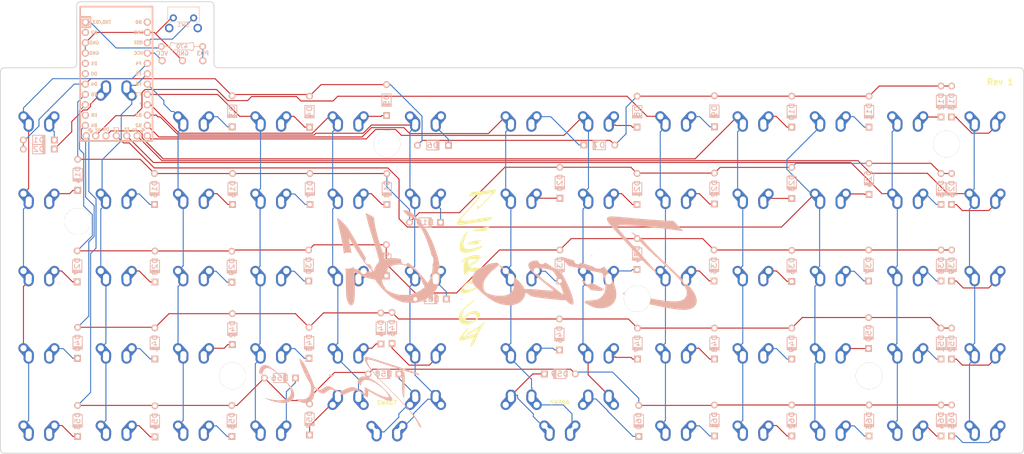
<source format=kicad_pcb>
(kicad_pcb (version 20171130) (host pcbnew 5.0.1)
  (layers (0 F.Cu signal) (31 B.Cu signal) (34 B.Paste user) (35 F.Paste user) (36 B.SilkS user) (37 F.SilkS user) (38 B.Mask user) (39 F.Mask user) (44 Edge.Cuts user))
  (net 0 "")
  (net 1 "Net-(D1-Pad2)")
  (net 2 "Net-(D2-Pad2)")
  (net 3 "Net-(D3-Pad2)")
  (net 4 "Net-(D4-Pad2)")
  (net 5 "Net-(D5-Pad2)")
  (net 6 "Net-(D6-Pad2)")
  (net 7 "Net-(D7-Pad2)")
  (net 8 "Net-(D8-Pad2)")
  (net 9 "Net-(D9-Pad2)")
  (net 10 "Net-(D10-Pad2)")
  (net 11 "Net-(D11-Pad2)")
  (net 12 "Net-(D12-Pad2)")
  (net 13 "Net-(D13-Pad2)")
  (net 14 "Net-(D14-Pad2)")
  (net 15 "Net-(D15-Pad2)")
  (net 16 "Net-(D16-Pad2)")
  (net 17 "Net-(D17-Pad2)")
  (net 18 "Net-(D18-Pad2)")
  (net 19 "Net-(D19-Pad2)")
  (net 20 "Net-(D20-Pad2)")
  (net 21 "Net-(D21-Pad2)")
  (net 22 "Net-(D22-Pad2)")
  (net 23 "Net-(D23-Pad2)")
  (net 24 "Net-(D24-Pad2)")
  (net 25 "Net-(D25-Pad2)")
  (net 26 "Net-(D26-Pad2)")
  (net 27 "Net-(D27-Pad2)")
  (net 28 "Net-(D28-Pad2)")
  (net 29 "Net-(D29-Pad2)")
  (net 30 "Net-(D30-Pad2)")
  (net 31 "Net-(D31-Pad2)")
  (net 32 "Net-(D32-Pad2)")
  (net 33 "Net-(D33-Pad2)")
  (net 34 "Net-(D34-Pad2)")
  (net 35 "Net-(D35-Pad2)")
  (net 36 "Net-(D36-Pad2)")
  (net 37 "Net-(D37-Pad2)")
  (net 38 "Net-(D38-Pad2)")
  (net 39 "Net-(D39-Pad2)")
  (net 40 "Net-(D40-Pad2)")
  (net 41 "Net-(D41-Pad2)")
  (net 42 "Net-(D42-Pad2)")
  (net 43 "Net-(D43-Pad2)")
  (net 44 "Net-(D44-Pad2)")
  (net 45 "Net-(D45-Pad2)")
  (net 46 "Net-(D46-Pad2)")
  (net 47 "Net-(D47-Pad2)")
  (net 48 "Net-(D48-Pad2)")
  (net 49 "Net-(D49-Pad2)")
  (net 50 "Net-(D50-Pad2)")
  (net 51 "Net-(D51-Pad2)")
  (net 52 "Net-(D52-Pad2)")
  (net 53 "Net-(D53-Pad2)")
  (net 54 "Net-(D54-Pad2)")
  (net 55 "Net-(D55-Pad2)")
  (net 56 "Net-(D56-Pad2)")
  (net 57 "Net-(D57-Pad2)")
  (net 58 "Net-(D58-Pad2)")
  (net 59 "Net-(D59-Pad2)")
  (net 60 "Net-(D60-Pad2)")
  (net 61 "Net-(D61-Pad2)")
  (net 62 "Net-(D62-Pad2)")
  (net 63 "Net-(D63-Pad2)")
  (net 64 "Net-(D64-Pad2)")
  (net 65 "Net-(D65-Pad2)")
  (net 66 "Net-(R1-Pad1)")
  (net 67 "Net-(R1-Pad2)")
  (net 68 VCC)
  (net 69 GND)
  (net 70 "Net-(SW1-Pad1)")
  (net 71 Col0)
  (net 72 Col1)
  (net 73 Col2)
  (net 74 Col3)
  (net 75 Col4)
  (net 76 Col5)
  (net 77 Col6)
  (net 78 Col7)
  (net 79 Col8)
  (net 80 Col9)
  (net 81 Col10)
  (net 82 Col11)
  (net 83 Col12)
  (net 84 Row4)
  (net 85 Row3)
  (net 86 Row2)
  (net 87 Row1)
  (net 88 Row0)
  (module keebio:Hybrid_PCB_200H-dual-nosilk (layer F.Cu) (at 220 169.65 180)
    (fp_text reference SWA66 (at 0 3.175 180) (layer F.SilkS) (effects (font (thickness 0.2))))
    (fp_text value SW_PUSH hide)
    (pad HOLE np_thru_hole circle (at 11.938 8.255 180) (size 3.9878 3.9878) (drill 3.9878) (layers *.Cu *.Mask))
    (pad HOLE np_thru_hole circle (at -11.938 8.255 180) (size 3.9878 3.9878) (drill 3.9878) (layers *.Cu *.Mask))
    (pad HOLE np_thru_hole circle (at 11.938 -6.985 180) (size 3.048 3.048) (drill 3.048) (layers *.Cu *.Mask))
    (pad HOLE np_thru_hole circle (at -11.938 -6.985 180) (size 3.048 3.048) (drill 3.048) (layers *.Cu *.Mask))
    (pad 1 thru_hole circle (at -2.54 -5.08 150.9) (size 2.5 2.5) (drill 1.524) (layers *.Cu F.Mask) (net 77 Col6))
    (pad 1 thru_hole circle (at -2.5 -4.5 150.9) (size 2.5 2.5) (drill 1.524) (layers *.Cu F.Mask) (net 77 Col6))
    (pad 1 thru_hole oval (at -2.52 -4.79 183.9) (size 2.5 3.081378) (drill 0.762) (layers *.Cu F.Mask) (net 77 Col6))
    (pad 2 thru_hole circle (at 3.81 -2.54 150.9) (size 2 2) (drill 1.524) (layers *.Cu F.Mask) (net 59 "Net-(D59-Pad2)"))
    (pad 2 thru_hole circle (at 2.5 -4 180) (size 2.5 2.5) (drill 1.524) (layers *.Cu *.Mask) (net 59 "Net-(D59-Pad2)"))
    (pad 1 thru_hole oval (at -3.155 -3.27 318.1) (size 2.5 4.461556) (drill 0.762) (layers *.Cu B.Mask) (net 77 Col6))
    (pad 2 thru_hole oval (at 3.155 -3.27 41.9) (size 2.5 4.461556) (drill 0.762) (layers *.Cu F.Mask) (net 59 "Net-(D59-Pad2)"))
    (pad 1 thru_hole circle (at -3.81 -2.54 150.9) (size 2 2) (drill 1.524) (layers *.Cu B.Mask) (net 77 Col6))
    (pad HOLE np_thru_hole circle (at 5.08 0 180) (size 1.8 1.8) (drill 1.8) (layers *.Cu *.Mask))
    (pad HOLE np_thru_hole circle (at -5.08 0 180) (size 1.8 1.8) (drill 1.8) (layers *.Cu *.Mask))
    (pad HOLE np_thru_hole circle (at 0 0 180) (size 3.9878 3.9878) (drill 3.9878) (layers *.Cu *.Mask))
    (pad 1 thru_hole circle (at -2.5 -4 150.9) (size 2.5 2.5) (drill 1.524) (layers *.Cu *.Mask) (net 77 Col6))
    (pad 2 thru_hole circle (at 2.54 -5.08 150.9) (size 2 2) (drill 1.524) (layers *.Cu B.Mask) (net 59 "Net-(D59-Pad2)"))
    (pad 2 thru_hole circle (at 2.5 -4.5 150.9) (size 2 2) (drill 1.524) (layers *.Cu B.Mask) (net 59 "Net-(D59-Pad2)"))
    (pad 2 thru_hole oval (at 2.52 -4.79 176.1) (size 2.5 3.081378) (drill 0.762) (layers *.Cu B.Mask) (net 59 "Net-(D59-Pad2)"))
  )
  (module keebio:Resistor (layer B.Cu) (at 127.13 79.03)
    (fp_text reference R1 hide)
    (fp_text value 470 (at 0 0) (layer B.SilkS) (effects (font (thickness 0.2)) (justify mirror)))
    (pad 2 thru_hole circle (at 5.08 0) (size 1.651 1.651) (drill 0.9906) (layers *.Cu *.SilkS *.Mask) (net 67 "Net-(R1-Pad2)"))
    (pad 1 thru_hole circle (at -5.08 0) (size 1.651 1.651) (drill 0.9906) (layers *.Cu *.SilkS *.Mask) (net 66 "Net-(R1-Pad1)"))
  )
  (module keebio:SW_Tactile_SPST_Angled_MJTP1117 (layer B.Cu) (at 130 72 180)
    (fp_text reference SW1 (at 2.5 -1.68 180) (layer B.SilkS) (effects (justify mirror)))
    (fp_text value SW_PUSH)
    (pad "" np_thru_hole circle (at 2.5 1.21 180) (size 1.2 1.2) (drill 1.2) (layers *.Cu *.Mask))
    (pad "" thru_hole circle (at -1 -2.49 180) (size 2.1 2.1) (drill 1.3) (layers *.Cu *.Mask))
    (pad 1 thru_hole circle (at 0 0 180) (size 1.75 1.75) (drill 0.99) (layers *.Cu *.Mask) (net 70 "Net-(SW1-Pad1)"))
    (pad 2 thru_hole circle (at 5 0 180) (size 1.75 1.75) (drill 0.99) (layers *.Cu *.Mask) (net 69 GND))
    (pad "" thru_hole circle (at 6.01 -2.49 180) (size 2.1 2.1) (drill 1.3) (layers *.Cu *.Mask))
  )
  (module keebio:SinglePad (layer B.Cu) (at 127.25 82.5)
    (fp_text reference TP3 hide)
    (fp_text value GND (at 0 -1.778) (layer B.SilkS) (effects (font (thickness 0.2)) (justify mirror)))
    (pad 1 thru_hole circle (at 0 0 90) (size 1.7526 1.7526) (drill 1.0922) (layers *.Cu *.SilkS *.Mask) (net 69 GND))
  )
  (module keebio:Diode (layer B.Cu) (at 91.94 102)
    (fp_text reference D1 (at 0 0 -180) (layer B.SilkS) (effects (font (size 1.27 1.524) (thickness 0.2032)) (justify mirror)))
    (fp_text value D hide)
    (pad 2 thru_hole rect (at 3.81 0) (size 1.651 1.651) (drill 0.9906) (layers *.Cu *.SilkS *.Mask) (net 1 "Net-(D1-Pad2)"))
    (pad 1 thru_hole circle (at -3.81 0) (size 1.651 1.651) (drill 0.9906) (layers *.Cu *.SilkS *.Mask) (net 88 Row0))
  )
  (module keebio:Diode (layer B.Cu) (at 91.94 104.25)
    (fp_text reference D2 (at 0 0) (layer B.SilkS) (effects (font (size 1.27 1.524) (thickness 0.2032)) (justify mirror)))
    (fp_text value D hide)
    (pad 2 thru_hole rect (at 3.81 0) (size 1.651 1.651) (drill 0.9906) (layers *.Cu *.SilkS *.Mask) (net 2 "Net-(D2-Pad2)"))
    (pad 1 thru_hole circle (at -3.81 0) (size 1.651 1.651) (drill 0.9906) (layers *.Cu *.SilkS *.Mask) (net 88 Row0))
  )
  (module keebio:Diode (layer B.Cu) (at 139.474 94.954 270)
    (fp_text reference D3 (at 0 0 270) (layer B.SilkS) (effects (font (size 1.27 1.524) (thickness 0.2032)) (justify mirror)))
    (fp_text value D hide)
    (pad 2 thru_hole rect (at 3.81 0 270) (size 1.651 1.651) (drill 0.9906) (layers *.Cu *.SilkS *.Mask) (net 3 "Net-(D3-Pad2)"))
    (pad 1 thru_hole circle (at -3.81 0 270) (size 1.651 1.651) (drill 0.9906) (layers *.Cu *.SilkS *.Mask) (net 88 Row0))
  )
  (module keebio:Diode (layer B.Cu) (at 158.474 95.054 270)
    (fp_text reference D4 (at 0 0 270) (layer B.SilkS) (effects (font (size 1.27 1.524) (thickness 0.2032)) (justify mirror)))
    (fp_text value D hide)
    (pad 2 thru_hole rect (at 3.81 0 270) (size 1.651 1.651) (drill 0.9906) (layers *.Cu *.SilkS *.Mask) (net 4 "Net-(D4-Pad2)"))
    (pad 1 thru_hole circle (at -3.81 0 270) (size 1.651 1.651) (drill 0.9906) (layers *.Cu *.SilkS *.Mask) (net 88 Row0))
  )
  (module keebio:Diode (layer B.Cu) (at 177.4 92.2 270)
    (fp_text reference D5 (at 0 0 270) (layer B.SilkS) (effects (font (size 1.27 1.524) (thickness 0.2032)) (justify mirror)))
    (fp_text value D hide)
    (pad 2 thru_hole rect (at 3.81 0 270) (size 1.651 1.651) (drill 0.9906) (layers *.Cu *.SilkS *.Mask) (net 5 "Net-(D5-Pad2)"))
    (pad 1 thru_hole circle (at -3.81 0 270) (size 1.651 1.651) (drill 0.9906) (layers *.Cu *.SilkS *.Mask) (net 88 Row0))
  )
  (module keebio:Diode (layer B.Cu) (at 188.8 103.3)
    (fp_text reference D6 (at 0 0) (layer B.SilkS) (effects (font (size 1.27 1.524) (thickness 0.2032)) (justify mirror)))
    (fp_text value D hide)
    (pad 2 thru_hole rect (at 3.81 0) (size 1.651 1.651) (drill 0.9906) (layers *.Cu *.SilkS *.Mask) (net 6 "Net-(D6-Pad2)"))
    (pad 1 thru_hole circle (at -3.81 0) (size 1.651 1.651) (drill 0.9906) (layers *.Cu *.SilkS *.Mask) (net 88 Row0))
  )
  (module keebio:Diode (layer B.Cu) (at 229.7 103.25 180)
    (fp_text reference D7 (at 0 0 180) (layer B.SilkS) (effects (font (size 1.27 1.524) (thickness 0.2032)) (justify mirror)))
    (fp_text value D hide)
    (pad 2 thru_hole rect (at 3.81 0 180) (size 1.651 1.651) (drill 0.9906) (layers *.Cu *.SilkS *.Mask) (net 7 "Net-(D7-Pad2)"))
    (pad 1 thru_hole circle (at -3.81 0 180) (size 1.651 1.651) (drill 0.9906) (layers *.Cu *.SilkS *.Mask) (net 88 Row0))
  )
  (module keebio:Diode (layer B.Cu) (at 239 95.05 270)
    (fp_text reference D8 (at 0 0 270) (layer B.SilkS) (effects (font (size 1.27 1.524) (thickness 0.2032)) (justify mirror)))
    (fp_text value D hide)
    (pad 2 thru_hole rect (at 3.81 0 270) (size 1.651 1.651) (drill 0.9906) (layers *.Cu *.SilkS *.Mask) (net 8 "Net-(D8-Pad2)"))
    (pad 1 thru_hole circle (at -3.81 0 270) (size 1.651 1.651) (drill 0.9906) (layers *.Cu *.SilkS *.Mask) (net 88 Row0))
  )
  (module keebio:Diode (layer B.Cu) (at 258 94.95 270)
    (fp_text reference D9 (at 0 0 270) (layer B.SilkS) (effects (font (size 1.27 1.524) (thickness 0.2032)) (justify mirror)))
    (fp_text value D hide)
    (pad 2 thru_hole rect (at 3.81 0 270) (size 1.651 1.651) (drill 0.9906) (layers *.Cu *.SilkS *.Mask) (net 9 "Net-(D9-Pad2)"))
    (pad 1 thru_hole circle (at -3.81 0 270) (size 1.651 1.651) (drill 0.9906) (layers *.Cu *.SilkS *.Mask) (net 88 Row0))
  )
  (module keebio:Diode (layer B.Cu) (at 277 95.05 270)
    (fp_text reference D10 (at 0 0 270) (layer B.SilkS) (effects (font (size 1.27 1.524) (thickness 0.2032)) (justify mirror)))
    (fp_text value D hide)
    (pad 2 thru_hole rect (at 3.81 0 270) (size 1.651 1.651) (drill 0.9906) (layers *.Cu *.SilkS *.Mask) (net 10 "Net-(D10-Pad2)"))
    (pad 1 thru_hole circle (at -3.81 0 270) (size 1.651 1.651) (drill 0.9906) (layers *.Cu *.SilkS *.Mask) (net 88 Row0))
  )
  (module keebio:Diode (layer B.Cu) (at 296 95.05 270)
    (fp_text reference D11 (at 0 0 270) (layer B.SilkS) (effects (font (size 1.27 1.524) (thickness 0.2032)) (justify mirror)))
    (fp_text value D hide)
    (pad 2 thru_hole rect (at 3.81 0 270) (size 1.651 1.651) (drill 0.9906) (layers *.Cu *.SilkS *.Mask) (net 11 "Net-(D11-Pad2)"))
    (pad 1 thru_hole circle (at -3.81 0 270) (size 1.651 1.651) (drill 0.9906) (layers *.Cu *.SilkS *.Mask) (net 88 Row0))
  )
  (module keebio:Diode (layer B.Cu) (at 313.7 92.55 270)
    (fp_text reference D12 (at 0 0 270) (layer B.SilkS) (effects (font (size 1.27 1.524) (thickness 0.2032)) (justify mirror)))
    (fp_text value D hide)
    (pad 2 thru_hole rect (at 3.81 0 270) (size 1.651 1.651) (drill 0.9906) (layers *.Cu *.SilkS *.Mask) (net 12 "Net-(D12-Pad2)"))
    (pad 1 thru_hole circle (at -3.81 0 270) (size 1.651 1.651) (drill 0.9906) (layers *.Cu *.SilkS *.Mask) (net 88 Row0))
  )
  (module keebio:Diode (layer B.Cu) (at 316.3 92.55 270)
    (fp_text reference D13 (at 0 0 270) (layer B.SilkS) (effects (font (size 1.27 1.524) (thickness 0.2032)) (justify mirror)))
    (fp_text value D hide)
    (pad 2 thru_hole rect (at 3.81 0 270) (size 1.651 1.651) (drill 0.9906) (layers *.Cu *.SilkS *.Mask) (net 13 "Net-(D13-Pad2)"))
    (pad 1 thru_hole circle (at -3.81 0 270) (size 1.651 1.651) (drill 0.9906) (layers *.Cu *.SilkS *.Mask) (net 88 Row0))
  )
  (module keebio:Diode (layer B.Cu) (at 101.5 110.56 270)
    (fp_text reference D14 (at 0 0 270) (layer B.SilkS) (effects (font (size 1.27 1.524) (thickness 0.2032)) (justify mirror)))
    (fp_text value D hide)
    (pad 2 thru_hole rect (at 3.81 0 270) (size 1.651 1.651) (drill 0.9906) (layers *.Cu *.SilkS *.Mask) (net 14 "Net-(D14-Pad2)"))
    (pad 1 thru_hole circle (at -3.81 0 270) (size 1.651 1.651) (drill 0.9906) (layers *.Cu *.SilkS *.Mask) (net 87 Row1))
  )
  (module keebio:Diode (layer B.Cu) (at 120.374 114.054 270)
    (fp_text reference D15 (at 0 0 270) (layer B.SilkS) (effects (font (size 1.27 1.524) (thickness 0.2032)) (justify mirror)))
    (fp_text value D hide)
    (pad 2 thru_hole rect (at 3.81 0 270) (size 1.651 1.651) (drill 0.9906) (layers *.Cu *.SilkS *.Mask) (net 15 "Net-(D15-Pad2)"))
    (pad 1 thru_hole circle (at -3.81 0 270) (size 1.651 1.651) (drill 0.9906) (layers *.Cu *.SilkS *.Mask) (net 87 Row1))
  )
  (module keebio:Diode (layer B.Cu) (at 139.574 114.054 270)
    (fp_text reference D16 (at 0 0 270) (layer B.SilkS) (effects (font (size 1.27 1.524) (thickness 0.2032)) (justify mirror)))
    (fp_text value D hide)
    (pad 2 thru_hole rect (at 3.81 0 270) (size 1.651 1.651) (drill 0.9906) (layers *.Cu *.SilkS *.Mask) (net 16 "Net-(D16-Pad2)"))
    (pad 1 thru_hole circle (at -3.81 0 270) (size 1.651 1.651) (drill 0.9906) (layers *.Cu *.SilkS *.Mask) (net 87 Row1))
  )
  (module keebio:Diode (layer B.Cu) (at 158.574 114.054 270)
    (fp_text reference D17 (at 0 0 270) (layer B.SilkS) (effects (font (size 1.27 1.524) (thickness 0.2032)) (justify mirror)))
    (fp_text value D hide)
    (pad 2 thru_hole rect (at 3.81 0 270) (size 1.651 1.651) (drill 0.9906) (layers *.Cu *.SilkS *.Mask) (net 17 "Net-(D17-Pad2)"))
    (pad 1 thru_hole circle (at -3.81 0 270) (size 1.651 1.651) (drill 0.9906) (layers *.Cu *.SilkS *.Mask) (net 87 Row1))
  )
  (module keebio:Diode (layer B.Cu) (at 177.474 114.054 270)
    (fp_text reference D18 (at 0 0 270) (layer B.SilkS) (effects (font (size 1.27 1.524) (thickness 0.2032)) (justify mirror)))
    (fp_text value D hide)
    (pad 2 thru_hole rect (at 3.81 0 270) (size 1.651 1.651) (drill 0.9906) (layers *.Cu *.SilkS *.Mask) (net 18 "Net-(D18-Pad2)"))
    (pad 1 thru_hole circle (at -3.81 0 270) (size 1.651 1.651) (drill 0.9906) (layers *.Cu *.SilkS *.Mask) (net 87 Row1))
  )
  (module keebio:Diode (layer B.Cu) (at 186.874 122.254)
    (fp_text reference D19 (at 0 0) (layer B.SilkS) (effects (font (size 1.27 1.524) (thickness 0.2032)) (justify mirror)))
    (fp_text value D hide)
    (pad 2 thru_hole rect (at 3.81 0) (size 1.651 1.651) (drill 0.9906) (layers *.Cu *.SilkS *.Mask) (net 19 "Net-(D19-Pad2)"))
    (pad 1 thru_hole circle (at -3.81 0) (size 1.651 1.651) (drill 0.9906) (layers *.Cu *.SilkS *.Mask) (net 87 Row1))
  )
  (module keebio:Diode (layer B.Cu) (at 220 112.518 270)
    (fp_text reference D20 (at 0 0 270) (layer B.SilkS) (effects (font (size 1.27 1.524) (thickness 0.2032)) (justify mirror)))
    (fp_text value D hide)
    (pad 2 thru_hole rect (at 3.81 0 270) (size 1.651 1.651) (drill 0.9906) (layers *.Cu *.SilkS *.Mask) (net 20 "Net-(D20-Pad2)"))
    (pad 1 thru_hole circle (at -3.81 0 270) (size 1.651 1.651) (drill 0.9906) (layers *.Cu *.SilkS *.Mask) (net 87 Row1))
  )
  (module keebio:Diode (layer B.Cu) (at 239 114.05 270)
    (fp_text reference D21 (at 0 0 270) (layer B.SilkS) (effects (font (size 1.27 1.524) (thickness 0.2032)) (justify mirror)))
    (fp_text value D hide)
    (pad 2 thru_hole rect (at 3.81 0 270) (size 1.651 1.651) (drill 0.9906) (layers *.Cu *.SilkS *.Mask) (net 21 "Net-(D21-Pad2)"))
    (pad 1 thru_hole circle (at -3.81 0 270) (size 1.651 1.651) (drill 0.9906) (layers *.Cu *.SilkS *.Mask) (net 87 Row1))
  )
  (module keebio:Diode (layer B.Cu) (at 258 113.95 270)
    (fp_text reference D22 (at 0 0 270) (layer B.SilkS) (effects (font (size 1.27 1.524) (thickness 0.2032)) (justify mirror)))
    (fp_text value D hide)
    (pad 2 thru_hole rect (at 3.81 0 270) (size 1.651 1.651) (drill 0.9906) (layers *.Cu *.SilkS *.Mask) (net 22 "Net-(D22-Pad2)"))
    (pad 1 thru_hole circle (at -3.81 0 270) (size 1.651 1.651) (drill 0.9906) (layers *.Cu *.SilkS *.Mask) (net 87 Row1))
  )
  (module keebio:Diode (layer B.Cu) (at 277 112.55 270)
    (fp_text reference D23 (at 0 0 270) (layer B.SilkS) (effects (font (size 1.27 1.524) (thickness 0.2032)) (justify mirror)))
    (fp_text value D hide)
    (pad 2 thru_hole rect (at 3.81 0 270) (size 1.651 1.651) (drill 0.9906) (layers *.Cu *.SilkS *.Mask) (net 23 "Net-(D23-Pad2)"))
    (pad 1 thru_hole circle (at -3.81 0 270) (size 1.651 1.651) (drill 0.9906) (layers *.Cu *.SilkS *.Mask) (net 87 Row1))
  )
  (module keebio:Diode (layer B.Cu) (at 296 111.55 270)
    (fp_text reference D24 (at 0 0 270) (layer B.SilkS) (effects (font (size 1.27 1.524) (thickness 0.2032)) (justify mirror)))
    (fp_text value D hide)
    (pad 2 thru_hole rect (at 3.81 0 270) (size 1.651 1.651) (drill 0.9906) (layers *.Cu *.SilkS *.Mask) (net 24 "Net-(D24-Pad2)"))
    (pad 1 thru_hole circle (at -3.81 0 270) (size 1.651 1.651) (drill 0.9906) (layers *.Cu *.SilkS *.Mask) (net 87 Row1))
  )
  (module keebio:Diode (layer B.Cu) (at 313.7 114.05 270)
    (fp_text reference D25 (at 0 0 270) (layer B.SilkS) (effects (font (size 1.27 1.524) (thickness 0.2032)) (justify mirror)))
    (fp_text value D hide)
    (pad 2 thru_hole rect (at 3.81 0 270) (size 1.651 1.651) (drill 0.9906) (layers *.Cu *.SilkS *.Mask) (net 25 "Net-(D25-Pad2)"))
    (pad 1 thru_hole circle (at -3.81 0 270) (size 1.651 1.651) (drill 0.9906) (layers *.Cu *.SilkS *.Mask) (net 87 Row1))
  )
  (module keebio:Diode (layer B.Cu) (at 316.3 114.05 270)
    (fp_text reference D26 (at 0 0 270) (layer B.SilkS) (effects (font (size 1.27 1.524) (thickness 0.2032)) (justify mirror)))
    (fp_text value D hide)
    (pad 2 thru_hole rect (at 3.81 0 270) (size 1.651 1.651) (drill 0.9906) (layers *.Cu *.SilkS *.Mask) (net 26 "Net-(D26-Pad2)"))
    (pad 1 thru_hole circle (at -3.81 0 270) (size 1.651 1.651) (drill 0.9906) (layers *.Cu *.SilkS *.Mask) (net 87 Row1))
  )
  (module keebio:Diode (layer B.Cu) (at 101.374 133.054 270)
    (fp_text reference D27 (at 0 0 270) (layer B.SilkS) (effects (font (size 1.27 1.524) (thickness 0.2032)) (justify mirror)))
    (fp_text value D hide)
    (pad 2 thru_hole rect (at 3.81 0 270) (size 1.651 1.651) (drill 0.9906) (layers *.Cu *.SilkS *.Mask) (net 27 "Net-(D27-Pad2)"))
    (pad 1 thru_hole circle (at -3.81 0 270) (size 1.651 1.651) (drill 0.9906) (layers *.Cu *.SilkS *.Mask) (net 86 Row2))
  )
  (module keebio:Diode (layer B.Cu) (at 120.474 133.096 270)
    (fp_text reference D28 (at 0 0 270) (layer B.SilkS) (effects (font (size 1.27 1.524) (thickness 0.2032)) (justify mirror)))
    (fp_text value D hide)
    (pad 2 thru_hole rect (at 3.81 0 270) (size 1.651 1.651) (drill 0.9906) (layers *.Cu *.SilkS *.Mask) (net 28 "Net-(D28-Pad2)"))
    (pad 1 thru_hole circle (at -3.81 0 270) (size 1.651 1.651) (drill 0.9906) (layers *.Cu *.SilkS *.Mask) (net 86 Row2))
  )
  (module keebio:Diode (layer B.Cu) (at 139.374 133.154 270)
    (fp_text reference D29 (at 0 0 270) (layer B.SilkS) (effects (font (size 1.27 1.524) (thickness 0.2032)) (justify mirror)))
    (fp_text value D hide)
    (pad 2 thru_hole rect (at 3.81 0 270) (size 1.651 1.651) (drill 0.9906) (layers *.Cu *.SilkS *.Mask) (net 29 "Net-(D29-Pad2)"))
    (pad 1 thru_hole circle (at -3.81 0 270) (size 1.651 1.651) (drill 0.9906) (layers *.Cu *.SilkS *.Mask) (net 86 Row2))
  )
  (module keebio:Diode (layer B.Cu) (at 158.274 132.854 270)
    (fp_text reference D30 (at 0 0 270) (layer B.SilkS) (effects (font (size 1.27 1.524) (thickness 0.2032)) (justify mirror)))
    (fp_text value D hide)
    (pad 2 thru_hole rect (at 3.81 0 270) (size 1.651 1.651) (drill 0.9906) (layers *.Cu *.SilkS *.Mask) (net 30 "Net-(D30-Pad2)"))
    (pad 1 thru_hole circle (at -3.81 0 270) (size 1.651 1.651) (drill 0.9906) (layers *.Cu *.SilkS *.Mask) (net 86 Row2))
  )
  (module keebio:Diode (layer B.Cu) (at 177.338 131.572 270)
    (fp_text reference D31 (at 0 0 270) (layer B.SilkS) (effects (font (size 1.27 1.524) (thickness 0.2032)) (justify mirror)))
    (fp_text value D hide)
    (pad 2 thru_hole rect (at 3.81 0 270) (size 1.651 1.651) (drill 0.9906) (layers *.Cu *.SilkS *.Mask) (net 31 "Net-(D31-Pad2)"))
    (pad 1 thru_hole circle (at -3.81 0 270) (size 1.651 1.651) (drill 0.9906) (layers *.Cu *.SilkS *.Mask) (net 86 Row2))
  )
  (module keebio:Diode (layer B.Cu) (at 188.29 141.1)
    (fp_text reference D32 (at 0 0) (layer B.SilkS) (effects (font (size 1.27 1.524) (thickness 0.2032)) (justify mirror)))
    (fp_text value D hide)
    (pad 2 thru_hole rect (at 3.81 0) (size 1.651 1.651) (drill 0.9906) (layers *.Cu *.SilkS *.Mask) (net 32 "Net-(D32-Pad2)"))
    (pad 1 thru_hole circle (at -3.81 0) (size 1.651 1.651) (drill 0.9906) (layers *.Cu *.SilkS *.Mask) (net 86 Row2))
  )
  (module keebio:Diode (layer B.Cu) (at 220 132.85 270)
    (fp_text reference D33 (at 0 0 270) (layer B.SilkS) (effects (font (size 1.27 1.524) (thickness 0.2032)) (justify mirror)))
    (fp_text value D hide)
    (pad 2 thru_hole rect (at 3.81 0 270) (size 1.651 1.651) (drill 0.9906) (layers *.Cu *.SilkS *.Mask) (net 33 "Net-(D33-Pad2)"))
    (pad 1 thru_hole circle (at -3.81 0 270) (size 1.651 1.651) (drill 0.9906) (layers *.Cu *.SilkS *.Mask) (net 86 Row2))
  )
  (module keebio:Diode (layer B.Cu) (at 239 130.05 270)
    (fp_text reference D34 (at 0 0 270) (layer B.SilkS) (effects (font (size 1.27 1.524) (thickness 0.2032)) (justify mirror)))
    (fp_text value D hide)
    (pad 2 thru_hole rect (at 3.81 0 270) (size 1.651 1.651) (drill 0.9906) (layers *.Cu *.SilkS *.Mask) (net 34 "Net-(D34-Pad2)"))
    (pad 1 thru_hole circle (at -3.81 0 270) (size 1.651 1.651) (drill 0.9906) (layers *.Cu *.SilkS *.Mask) (net 86 Row2))
  )
  (module keebio:Diode (layer B.Cu) (at 257.9 132.85 270)
    (fp_text reference D35 (at 0 0 270) (layer B.SilkS) (effects (font (size 1.27 1.524) (thickness 0.2032)) (justify mirror)))
    (fp_text value D hide)
    (pad 2 thru_hole rect (at 3.81 0 270) (size 1.651 1.651) (drill 0.9906) (layers *.Cu *.SilkS *.Mask) (net 35 "Net-(D35-Pad2)"))
    (pad 1 thru_hole circle (at -3.81 0 270) (size 1.651 1.651) (drill 0.9906) (layers *.Cu *.SilkS *.Mask) (net 86 Row2))
  )
  (module keebio:Diode (layer B.Cu) (at 277 132.95 270)
    (fp_text reference D36 (at 0 0 270) (layer B.SilkS) (effects (font (size 1.27 1.524) (thickness 0.2032)) (justify mirror)))
    (fp_text value D hide)
    (pad 2 thru_hole rect (at 3.81 0 270) (size 1.651 1.651) (drill 0.9906) (layers *.Cu *.SilkS *.Mask) (net 36 "Net-(D36-Pad2)"))
    (pad 1 thru_hole circle (at -3.81 0 270) (size 1.651 1.651) (drill 0.9906) (layers *.Cu *.SilkS *.Mask) (net 86 Row2))
  )
  (module keebio:Diode (layer B.Cu) (at 295.9 132.85 270)
    (fp_text reference D37 (at 0 0 270) (layer B.SilkS) (effects (font (size 1.27 1.524) (thickness 0.2032)) (justify mirror)))
    (fp_text value D hide)
    (pad 2 thru_hole rect (at 3.81 0 270) (size 1.651 1.651) (drill 0.9906) (layers *.Cu *.SilkS *.Mask) (net 37 "Net-(D37-Pad2)"))
    (pad 1 thru_hole circle (at -3.81 0 270) (size 1.651 1.651) (drill 0.9906) (layers *.Cu *.SilkS *.Mask) (net 86 Row2))
  )
  (module keebio:Diode (layer B.Cu) (at 313.7 132.85 270)
    (fp_text reference D38 (at 0 0 270) (layer B.SilkS) (effects (font (size 1.27 1.524) (thickness 0.2032)) (justify mirror)))
    (fp_text value D hide)
    (pad 2 thru_hole rect (at 3.81 0 270) (size 1.651 1.651) (drill 0.9906) (layers *.Cu *.SilkS *.Mask) (net 38 "Net-(D38-Pad2)"))
    (pad 1 thru_hole circle (at -3.81 0 270) (size 1.651 1.651) (drill 0.9906) (layers *.Cu *.SilkS *.Mask) (net 86 Row2))
  )
  (module keebio:Diode (layer B.Cu) (at 316.3 132.85 270)
    (fp_text reference D39 (at 0 0 270) (layer B.SilkS) (effects (font (size 1.27 1.524) (thickness 0.2032)) (justify mirror)))
    (fp_text value D hide)
    (pad 2 thru_hole rect (at 3.81 0 270) (size 1.651 1.651) (drill 0.9906) (layers *.Cu *.SilkS *.Mask) (net 39 "Net-(D39-Pad2)"))
    (pad 1 thru_hole circle (at -3.81 0 270) (size 1.651 1.651) (drill 0.9906) (layers *.Cu *.SilkS *.Mask) (net 86 Row2))
  )
  (module keebio:Diode (layer B.Cu) (at 101.474 151.854 270)
    (fp_text reference D40 (at 0 0 270) (layer B.SilkS) (effects (font (size 1.27 1.524) (thickness 0.2032)) (justify mirror)))
    (fp_text value D hide)
    (pad 2 thru_hole rect (at 3.81 0 270) (size 1.651 1.651) (drill 0.9906) (layers *.Cu *.SilkS *.Mask) (net 40 "Net-(D40-Pad2)"))
    (pad 1 thru_hole circle (at -3.81 0 270) (size 1.651 1.651) (drill 0.9906) (layers *.Cu *.SilkS *.Mask) (net 85 Row3))
  )
  (module keebio:Diode (layer B.Cu) (at 120.442 152 270)
    (fp_text reference D41 (at 0 0 270) (layer B.SilkS) (effects (font (size 1.27 1.524) (thickness 0.2032)) (justify mirror)))
    (fp_text value D hide)
    (pad 2 thru_hole rect (at 3.81 0 270) (size 1.651 1.651) (drill 0.9906) (layers *.Cu *.SilkS *.Mask) (net 41 "Net-(D41-Pad2)"))
    (pad 1 thru_hole circle (at -3.81 0 270) (size 1.651 1.651) (drill 0.9906) (layers *.Cu *.SilkS *.Mask) (net 85 Row3))
  )
  (module keebio:Diode (layer B.Cu) (at 139.5 148.5 270)
    (fp_text reference D42 (at 0 0 270) (layer B.SilkS) (effects (font (size 1.27 1.524) (thickness 0.2032)) (justify mirror)))
    (fp_text value D hide)
    (pad 2 thru_hole rect (at 3.81 0 270) (size 1.651 1.651) (drill 0.9906) (layers *.Cu *.SilkS *.Mask) (net 42 "Net-(D42-Pad2)"))
    (pad 1 thru_hole circle (at -3.81 0 270) (size 1.651 1.651) (drill 0.9906) (layers *.Cu *.SilkS *.Mask) (net 85 Row3))
  )
  (module keebio:Diode (layer B.Cu) (at 158.374 151.854 270)
    (fp_text reference D43 (at 0 0 270) (layer B.SilkS) (effects (font (size 1.27 1.524) (thickness 0.2032)) (justify mirror)))
    (fp_text value D hide)
    (pad 2 thru_hole rect (at 3.81 0 270) (size 1.651 1.651) (drill 0.9906) (layers *.Cu *.SilkS *.Mask) (net 43 "Net-(D43-Pad2)"))
    (pad 1 thru_hole circle (at -3.81 0 270) (size 1.651 1.651) (drill 0.9906) (layers *.Cu *.SilkS *.Mask) (net 85 Row3))
  )
  (module keebio:Diode (layer B.Cu) (at 176 148.31 270)
    (fp_text reference D44 (at 0 0 270) (layer B.SilkS) (effects (font (size 1.27 1.524) (thickness 0.2032)) (justify mirror)))
    (fp_text value D hide)
    (pad 2 thru_hole rect (at 3.81 0 270) (size 1.651 1.651) (drill 0.9906) (layers *.Cu *.SilkS *.Mask) (net 44 "Net-(D44-Pad2)"))
    (pad 1 thru_hole circle (at -3.81 0 270) (size 1.651 1.651) (drill 0.9906) (layers *.Cu *.SilkS *.Mask) (net 85 Row3))
  )
  (module keebio:Diode (layer B.Cu) (at 178.75 148.19 270)
    (fp_text reference D45 (at 0 0 270) (layer B.SilkS) (effects (font (size 1.27 1.524) (thickness 0.2032)) (justify mirror)))
    (fp_text value D hide)
    (pad 2 thru_hole rect (at 3.81 0 270) (size 1.651 1.651) (drill 0.9906) (layers *.Cu *.SilkS *.Mask) (net 45 "Net-(D45-Pad2)"))
    (pad 1 thru_hole circle (at -3.81 0 270) (size 1.651 1.651) (drill 0.9906) (layers *.Cu *.SilkS *.Mask) (net 85 Row3))
  )
  (module keebio:Diode (layer B.Cu) (at 219.9 149.81 270)
    (fp_text reference D46 (at 0 0 270) (layer B.SilkS) (effects (font (size 1.27 1.524) (thickness 0.2032)) (justify mirror)))
    (fp_text value D hide)
    (pad 2 thru_hole rect (at 3.81 0 270) (size 1.651 1.651) (drill 0.9906) (layers *.Cu *.SilkS *.Mask) (net 46 "Net-(D46-Pad2)"))
    (pad 1 thru_hole circle (at -3.81 0 270) (size 1.651 1.651) (drill 0.9906) (layers *.Cu *.SilkS *.Mask) (net 85 Row3))
  )
  (module keebio:Diode (layer B.Cu) (at 239.1 152.06 270)
    (fp_text reference D47 (at 0 0 270) (layer B.SilkS) (effects (font (size 1.27 1.524) (thickness 0.2032)) (justify mirror)))
    (fp_text value D hide)
    (pad 2 thru_hole rect (at 3.81 0 270) (size 1.651 1.651) (drill 0.9906) (layers *.Cu *.SilkS *.Mask) (net 47 "Net-(D47-Pad2)"))
    (pad 1 thru_hole circle (at -3.81 0 270) (size 1.651 1.651) (drill 0.9906) (layers *.Cu *.SilkS *.Mask) (net 85 Row3))
  )
  (module keebio:Diode (layer B.Cu) (at 258 152.05 270)
    (fp_text reference D48 (at 0 0 270) (layer B.SilkS) (effects (font (size 1.27 1.524) (thickness 0.2032)) (justify mirror)))
    (fp_text value D hide)
    (pad 2 thru_hole rect (at 3.81 0 270) (size 1.651 1.651) (drill 0.9906) (layers *.Cu *.SilkS *.Mask) (net 48 "Net-(D48-Pad2)"))
    (pad 1 thru_hole circle (at -3.81 0 270) (size 1.651 1.651) (drill 0.9906) (layers *.Cu *.SilkS *.Mask) (net 85 Row3))
  )
  (module keebio:Diode (layer B.Cu) (at 277 152.05 270)
    (fp_text reference D49 (at 0 0 270) (layer B.SilkS) (effects (font (size 1.27 1.524) (thickness 0.2032)) (justify mirror)))
    (fp_text value D hide)
    (pad 2 thru_hole rect (at 3.81 0 270) (size 1.651 1.651) (drill 0.9906) (layers *.Cu *.SilkS *.Mask) (net 49 "Net-(D49-Pad2)"))
    (pad 1 thru_hole circle (at -3.81 0 270) (size 1.651 1.651) (drill 0.9906) (layers *.Cu *.SilkS *.Mask) (net 85 Row3))
  )
  (module keebio:Diode (layer B.Cu) (at 295.9 149.45 270)
    (fp_text reference D50 (at 0 0 270) (layer B.SilkS) (effects (font (size 1.27 1.524) (thickness 0.2032)) (justify mirror)))
    (fp_text value D hide)
    (pad 2 thru_hole rect (at 3.81 0 270) (size 1.651 1.651) (drill 0.9906) (layers *.Cu *.SilkS *.Mask) (net 50 "Net-(D50-Pad2)"))
    (pad 1 thru_hole circle (at -3.81 0 270) (size 1.651 1.651) (drill 0.9906) (layers *.Cu *.SilkS *.Mask) (net 85 Row3))
  )
  (module keebio:Diode (layer B.Cu) (at 313.7 152.05 270)
    (fp_text reference D51 (at 0 0 270) (layer B.SilkS) (effects (font (size 1.27 1.524) (thickness 0.2032)) (justify mirror)))
    (fp_text value D hide)
    (pad 2 thru_hole rect (at 3.81 0 270) (size 1.651 1.651) (drill 0.9906) (layers *.Cu *.SilkS *.Mask) (net 51 "Net-(D51-Pad2)"))
    (pad 1 thru_hole circle (at -3.81 0 270) (size 1.651 1.651) (drill 0.9906) (layers *.Cu *.SilkS *.Mask) (net 85 Row3))
  )
  (module keebio:Diode (layer B.Cu) (at 316.3 152.05 270)
    (fp_text reference D52 (at 0 0 270) (layer B.SilkS) (effects (font (size 1.27 1.524) (thickness 0.2032)) (justify mirror)))
    (fp_text value D hide)
    (pad 2 thru_hole rect (at 3.81 0 270) (size 1.651 1.651) (drill 0.9906) (layers *.Cu *.SilkS *.Mask) (net 52 "Net-(D52-Pad2)"))
    (pad 1 thru_hole circle (at -3.81 0 270) (size 1.651 1.651) (drill 0.9906) (layers *.Cu *.SilkS *.Mask) (net 85 Row3))
  )
  (module keebio:Diode (layer B.Cu) (at 101.474 171.054 270)
    (fp_text reference D53 (at 0 0 270) (layer B.SilkS) (effects (font (size 1.27 1.524) (thickness 0.2032)) (justify mirror)))
    (fp_text value D hide)
    (pad 2 thru_hole rect (at 3.81 0 270) (size 1.651 1.651) (drill 0.9906) (layers *.Cu *.SilkS *.Mask) (net 53 "Net-(D53-Pad2)"))
    (pad 1 thru_hole circle (at -3.81 0 270) (size 1.651 1.651) (drill 0.9906) (layers *.Cu *.SilkS *.Mask) (net 84 Row4))
  )
  (module keebio:Diode (layer B.Cu) (at 120.474 171.154 270)
    (fp_text reference D54 (at 0 0 270) (layer B.SilkS) (effects (font (size 1.27 1.524) (thickness 0.2032)) (justify mirror)))
    (fp_text value D hide)
    (pad 2 thru_hole rect (at 3.81 0 270) (size 1.651 1.651) (drill 0.9906) (layers *.Cu *.SilkS *.Mask) (net 54 "Net-(D54-Pad2)"))
    (pad 1 thru_hole circle (at -3.81 0 270) (size 1.651 1.651) (drill 0.9906) (layers *.Cu *.SilkS *.Mask) (net 84 Row4))
  )
  (module keebio:Diode (layer B.Cu) (at 139.374 171.054 270)
    (fp_text reference D55 (at 0 0 270) (layer B.SilkS) (effects (font (size 1.27 1.524) (thickness 0.2032)) (justify mirror)))
    (fp_text value D hide)
    (pad 2 thru_hole rect (at 3.81 0 270) (size 1.651 1.651) (drill 0.9906) (layers *.Cu *.SilkS *.Mask) (net 55 "Net-(D55-Pad2)"))
    (pad 1 thru_hole circle (at -3.81 0 270) (size 1.651 1.651) (drill 0.9906) (layers *.Cu *.SilkS *.Mask) (net 84 Row4))
  )
  (module keebio:Diode (layer B.Cu) (at 151.19 160.5)
    (fp_text reference D56 (at 0 0) (layer B.SilkS) (effects (font (size 1.27 1.524) (thickness 0.2032)) (justify mirror)))
    (fp_text value D hide)
    (pad 2 thru_hole rect (at 3.81 0) (size 1.651 1.651) (drill 0.9906) (layers *.Cu *.SilkS *.Mask) (net 56 "Net-(D56-Pad2)"))
    (pad 1 thru_hole circle (at -3.81 0) (size 1.651 1.651) (drill 0.9906) (layers *.Cu *.SilkS *.Mask) (net 84 Row4))
  )
  (module keebio:Diode (layer B.Cu) (at 158.5 170.69 270)
    (fp_text reference D57 (at 0 0 90) (layer B.SilkS) (effects (font (size 1.27 1.524) (thickness 0.2032)) (justify mirror)))
    (fp_text value D hide)
    (pad 2 thru_hole rect (at 3.81 0 270) (size 1.651 1.651) (drill 0.9906) (layers *.Cu *.SilkS *.Mask) (net 57 "Net-(D57-Pad2)"))
    (pad 1 thru_hole circle (at -3.81 0 270) (size 1.651 1.651) (drill 0.9906) (layers *.Cu *.SilkS *.Mask) (net 84 Row4))
  )
  (module keebio:Diode (layer B.Cu) (at 176.69 159.5)
    (fp_text reference D58 (at 0 0) (layer B.SilkS) (effects (font (size 1.27 1.524) (thickness 0.2032)) (justify mirror)))
    (fp_text value D hide)
    (pad 2 thru_hole rect (at 3.81 0) (size 1.651 1.651) (drill 0.9906) (layers *.Cu *.SilkS *.Mask) (net 58 "Net-(D58-Pad2)"))
    (pad 1 thru_hole circle (at -3.81 0) (size 1.651 1.651) (drill 0.9906) (layers *.Cu *.SilkS *.Mask) (net 84 Row4))
  )
  (module keebio:Diode (layer B.Cu) (at 220 159.5 180)
    (fp_text reference D59 (at 0 0 180) (layer B.SilkS) (effects (font (size 1.27 1.524) (thickness 0.2032)) (justify mirror)))
    (fp_text value D hide)
    (pad 1 thru_hole circle (at -3.81 0 180) (size 1.651 1.651) (drill 0.9906) (layers *.Cu *.SilkS *.Mask) (net 84 Row4))
    (pad 2 thru_hole rect (at 3.81 0 180) (size 1.651 1.651) (drill 0.9906) (layers *.Cu *.SilkS *.Mask) (net 59 "Net-(D59-Pad2)"))
  )
  (module keebio:Diode (layer B.Cu) (at 239.4 171.05 270)
    (fp_text reference D60 (at 0 0 270) (layer B.SilkS) (effects (font (size 1.27 1.524) (thickness 0.2032)) (justify mirror)))
    (fp_text value D hide)
    (pad 2 thru_hole rect (at 3.81 0 270) (size 1.651 1.651) (drill 0.9906) (layers *.Cu *.SilkS *.Mask) (net 60 "Net-(D60-Pad2)"))
    (pad 1 thru_hole circle (at -3.81 0 270) (size 1.651 1.651) (drill 0.9906) (layers *.Cu *.SilkS *.Mask) (net 84 Row4))
  )
  (module keebio:Diode (layer B.Cu) (at 258 170.95 270)
    (fp_text reference D61 (at 0 0 270) (layer B.SilkS) (effects (font (size 1.27 1.524) (thickness 0.2032)) (justify mirror)))
    (fp_text value D hide)
    (pad 2 thru_hole rect (at 3.81 0 270) (size 1.651 1.651) (drill 0.9906) (layers *.Cu *.SilkS *.Mask) (net 61 "Net-(D61-Pad2)"))
    (pad 1 thru_hole circle (at -3.81 0 270) (size 1.651 1.651) (drill 0.9906) (layers *.Cu *.SilkS *.Mask) (net 84 Row4))
  )
  (module keebio:Diode (layer B.Cu) (at 277 170.95 270)
    (fp_text reference D62 (at 0 0 270) (layer B.SilkS) (effects (font (size 1.27 1.524) (thickness 0.2032)) (justify mirror)))
    (fp_text value D hide)
    (pad 2 thru_hole rect (at 3.81 0 270) (size 1.651 1.651) (drill 0.9906) (layers *.Cu *.SilkS *.Mask) (net 62 "Net-(D62-Pad2)"))
    (pad 1 thru_hole circle (at -3.81 0 270) (size 1.651 1.651) (drill 0.9906) (layers *.Cu *.SilkS *.Mask) (net 84 Row4))
  )
  (module keebio:Diode (layer B.Cu) (at 296 170.95 270)
    (fp_text reference D63 (at 0 0 270) (layer B.SilkS) (effects (font (size 1.27 1.524) (thickness 0.2032)) (justify mirror)))
    (fp_text value D hide)
    (pad 2 thru_hole rect (at 3.81 0 270) (size 1.651 1.651) (drill 0.9906) (layers *.Cu *.SilkS *.Mask) (net 63 "Net-(D63-Pad2)"))
    (pad 1 thru_hole circle (at -3.81 0 270) (size 1.651 1.651) (drill 0.9906) (layers *.Cu *.SilkS *.Mask) (net 84 Row4))
  )
  (module keebio:Diode (layer B.Cu) (at 313.7 170.95 270)
    (fp_text reference D64 (at 0 0 270) (layer B.SilkS) (effects (font (size 1.27 1.524) (thickness 0.2032)) (justify mirror)))
    (fp_text value D hide)
    (pad 2 thru_hole rect (at 3.81 0 270) (size 1.651 1.651) (drill 0.9906) (layers *.Cu *.SilkS *.Mask) (net 64 "Net-(D64-Pad2)"))
    (pad 1 thru_hole circle (at -3.81 0 270) (size 1.651 1.651) (drill 0.9906) (layers *.Cu *.SilkS *.Mask) (net 84 Row4))
  )
  (module keebio:Diode (layer B.Cu) (at 316.3 170.95 270)
    (fp_text reference D65 (at 0 0 270) (layer B.SilkS) (effects (font (size 1.27 1.524) (thickness 0.2032)) (justify mirror)))
    (fp_text value D hide)
    (pad 2 thru_hole rect (at 3.81 0 270) (size 1.651 1.651) (drill 0.9906) (layers *.Cu *.SilkS *.Mask) (net 65 "Net-(D65-Pad2)"))
    (pad 1 thru_hole circle (at -3.81 0 270) (size 1.651 1.651) (drill 0.9906) (layers *.Cu *.SilkS *.Mask) (net 84 Row4))
  )
  (module keebio:Hybrid_PCB_100H_Dual_hole-nosilk-flip (layer F.Cu) (at 91.974 93.654 180)
    (fp_text reference SWA1 hide)
    (fp_text value SW_PUSH hide)
    (pad 2 thru_hole circle (at -2.54 -5.08 150.95) (size 2 2) (drill 1.524) (layers *.Cu *.Mask) (net 1 "Net-(D1-Pad2)"))
    (pad 2 thru_hole circle (at -2.5 -4.5 150.95) (size 2 2) (drill 1.524) (layers *.Cu *.Mask) (net 1 "Net-(D1-Pad2)"))
    (pad 2 thru_hole oval (at -2.52 -4.79 183.945) (size 2.5 3.081378) (drill 0.001) (layers *.Cu *.Mask) (net 1 "Net-(D1-Pad2)"))
    (pad 1 thru_hole circle (at 3.81 -2.54 150.95) (size 2 2) (drill 1.524) (layers *.Cu *.Mask) (net 71 Col0))
    (pad 1 thru_hole circle (at 2.5 -4 180) (size 2 2) (drill 1.524) (layers *.Cu *.Mask) (net 71 Col0))
    (pad 2 thru_hole oval (at -3.155 -3.27 318.1) (size 2.5 4.461556) (drill 0.001) (layers *.Cu *.Mask) (net 1 "Net-(D1-Pad2)"))
    (pad 1 thru_hole oval (at 3.155 -3.27 41.9) (size 2.5 4.461556) (drill 0.001) (layers *.Cu *.Mask) (net 71 Col0))
    (pad 2 thru_hole circle (at -3.81 -2.54 150.95) (size 2 2) (drill 1.524) (layers *.Cu *.Mask) (net 1 "Net-(D1-Pad2)"))
    (pad HOLE np_thru_hole circle (at 5.08 0 180) (size 1.8 1.8) (drill 1.8) (layers *.Cu))
    (pad HOLE np_thru_hole circle (at -5.08 0 180) (size 1.8 1.8) (drill 1.8) (layers *.Cu))
    (pad HOLE np_thru_hole circle (at 0 0 180) (size 3.9878 3.9878) (drill 3.9878) (layers *.Cu))
    (pad 2 thru_hole circle (at -2.5 -4 150.95) (size 2 2) (drill 1.524) (layers *.Cu *.Mask) (net 1 "Net-(D1-Pad2)"))
    (pad 1 thru_hole circle (at 2.54 -5.08 150.95) (size 2 2) (drill 1.524) (layers *.Cu *.Mask) (net 71 Col0))
    (pad 1 thru_hole circle (at 2.5 -4.5 150.95) (size 2 2) (drill 1.524) (layers *.Cu *.Mask) (net 71 Col0))
    (pad 1 thru_hole oval (at 2.52 -4.79 176.055) (size 2.5 3.081378) (drill 0.001) (layers *.Cu *.Mask) (net 71 Col0))
  )
  (module keebio:Hybrid_PCB_100H_Dual_hole-nosilk-flip (layer F.Cu) (at 110.974 93.654)
    (fp_text reference SWA2 hide)
    (fp_text value SW_PUSH hide)
    (pad 2 thru_hole circle (at -2.54 -5.08 330.95) (size 2 2) (drill 1.524) (layers *.Cu *.Mask) (net 2 "Net-(D2-Pad2)"))
    (pad 2 thru_hole circle (at -2.5 -4.5 330.95) (size 2 2) (drill 1.524) (layers *.Cu *.Mask) (net 2 "Net-(D2-Pad2)"))
    (pad 2 thru_hole oval (at -2.52 -4.79 3.945) (size 2.5 3.081378) (drill 0.001) (layers *.Cu *.Mask) (net 2 "Net-(D2-Pad2)"))
    (pad 1 thru_hole circle (at 3.81 -2.54 330.95) (size 2 2) (drill 1.524) (layers *.Cu *.Mask) (net 72 Col1))
    (pad 1 thru_hole circle (at 2.5 -4) (size 2 2) (drill 1.524) (layers *.Cu *.Mask) (net 72 Col1))
    (pad 2 thru_hole oval (at -3.155 -3.27 138.1) (size 2.5 4.461556) (drill 0.001) (layers *.Cu *.Mask) (net 2 "Net-(D2-Pad2)"))
    (pad 1 thru_hole oval (at 3.155 -3.27 221.9) (size 2.5 4.461556) (drill 0.001) (layers *.Cu *.Mask) (net 72 Col1))
    (pad 2 thru_hole circle (at -3.81 -2.54 330.95) (size 2 2) (drill 1.524) (layers *.Cu *.Mask) (net 2 "Net-(D2-Pad2)"))
    (pad HOLE np_thru_hole circle (at 5.08 0) (size 1.8 1.8) (drill 1.8) (layers *.Cu))
    (pad HOLE np_thru_hole circle (at -5.08 0) (size 1.8 1.8) (drill 1.8) (layers *.Cu))
    (pad HOLE np_thru_hole circle (at 0 0) (size 3.9878 3.9878) (drill 3.9878) (layers *.Cu))
    (pad 2 thru_hole circle (at -2.5 -4 330.95) (size 2 2) (drill 1.524) (layers *.Cu *.Mask) (net 2 "Net-(D2-Pad2)"))
    (pad 1 thru_hole circle (at 2.54 -5.08 330.95) (size 2 2) (drill 1.524) (layers *.Cu *.Mask) (net 72 Col1))
    (pad 1 thru_hole circle (at 2.5 -4.5 330.95) (size 2 2) (drill 1.524) (layers *.Cu *.Mask) (net 72 Col1))
    (pad 1 thru_hole oval (at 2.52 -4.79 356.055) (size 2.5 3.081378) (drill 0.001) (layers *.Cu *.Mask) (net 72 Col1))
  )
  (module keebio:Hybrid_PCB_100H_Dual_hole-nosilk-flip (layer F.Cu) (at 129.974 93.654 180)
    (fp_text reference SWA3 hide)
    (fp_text value SW_PUSH hide)
    (pad 1 thru_hole oval (at 2.52 -4.79 176.055) (size 2.5 3.081378) (drill 0.001) (layers *.Cu *.Mask) (net 73 Col2))
    (pad 1 thru_hole circle (at 2.5 -4.5 150.95) (size 2 2) (drill 1.524) (layers *.Cu *.Mask) (net 73 Col2))
    (pad 1 thru_hole circle (at 2.54 -5.08 150.95) (size 2 2) (drill 1.524) (layers *.Cu *.Mask) (net 73 Col2))
    (pad 2 thru_hole circle (at -2.5 -4 150.95) (size 2 2) (drill 1.524) (layers *.Cu *.Mask) (net 3 "Net-(D3-Pad2)"))
    (pad HOLE np_thru_hole circle (at 0 0 180) (size 3.9878 3.9878) (drill 3.9878) (layers *.Cu))
    (pad HOLE np_thru_hole circle (at -5.08 0 180) (size 1.8 1.8) (drill 1.8) (layers *.Cu))
    (pad HOLE np_thru_hole circle (at 5.08 0 180) (size 1.8 1.8) (drill 1.8) (layers *.Cu))
    (pad 2 thru_hole circle (at -3.81 -2.54 150.95) (size 2 2) (drill 1.524) (layers *.Cu *.Mask) (net 3 "Net-(D3-Pad2)"))
    (pad 1 thru_hole oval (at 3.155 -3.27 41.9) (size 2.5 4.461556) (drill 0.001) (layers *.Cu *.Mask) (net 73 Col2))
    (pad 2 thru_hole oval (at -3.155 -3.27 318.1) (size 2.5 4.461556) (drill 0.001) (layers *.Cu *.Mask) (net 3 "Net-(D3-Pad2)"))
    (pad 1 thru_hole circle (at 2.5 -4 180) (size 2 2) (drill 1.524) (layers *.Cu *.Mask) (net 73 Col2))
    (pad 1 thru_hole circle (at 3.81 -2.54 150.95) (size 2 2) (drill 1.524) (layers *.Cu *.Mask) (net 73 Col2))
    (pad 2 thru_hole oval (at -2.52 -4.79 183.945) (size 2.5 3.081378) (drill 0.001) (layers *.Cu *.Mask) (net 3 "Net-(D3-Pad2)"))
    (pad 2 thru_hole circle (at -2.5 -4.5 150.95) (size 2 2) (drill 1.524) (layers *.Cu *.Mask) (net 3 "Net-(D3-Pad2)"))
    (pad 2 thru_hole circle (at -2.54 -5.08 150.95) (size 2 2) (drill 1.524) (layers *.Cu *.Mask) (net 3 "Net-(D3-Pad2)"))
  )
  (module keebio:Hybrid_PCB_100H_Dual_hole-nosilk-flip (layer F.Cu) (at 148.974 93.654 180)
    (fp_text reference SWA4 hide)
    (fp_text value SW_PUSH hide)
    (pad 2 thru_hole circle (at -2.54 -5.08 150.95) (size 2 2) (drill 1.524) (layers *.Cu *.Mask) (net 4 "Net-(D4-Pad2)"))
    (pad 2 thru_hole circle (at -2.5 -4.5 150.95) (size 2 2) (drill 1.524) (layers *.Cu *.Mask) (net 4 "Net-(D4-Pad2)"))
    (pad 2 thru_hole oval (at -2.52 -4.79 183.945) (size 2.5 3.081378) (drill 0.001) (layers *.Cu *.Mask) (net 4 "Net-(D4-Pad2)"))
    (pad 1 thru_hole circle (at 3.81 -2.54 150.95) (size 2 2) (drill 1.524) (layers *.Cu *.Mask) (net 74 Col3))
    (pad 1 thru_hole circle (at 2.5 -4 180) (size 2 2) (drill 1.524) (layers *.Cu *.Mask) (net 74 Col3))
    (pad 2 thru_hole oval (at -3.155 -3.27 318.1) (size 2.5 4.461556) (drill 0.001) (layers *.Cu *.Mask) (net 4 "Net-(D4-Pad2)"))
    (pad 1 thru_hole oval (at 3.155 -3.27 41.9) (size 2.5 4.461556) (drill 0.001) (layers *.Cu *.Mask) (net 74 Col3))
    (pad 2 thru_hole circle (at -3.81 -2.54 150.95) (size 2 2) (drill 1.524) (layers *.Cu *.Mask) (net 4 "Net-(D4-Pad2)"))
    (pad HOLE np_thru_hole circle (at 5.08 0 180) (size 1.8 1.8) (drill 1.8) (layers *.Cu))
    (pad HOLE np_thru_hole circle (at -5.08 0 180) (size 1.8 1.8) (drill 1.8) (layers *.Cu))
    (pad HOLE np_thru_hole circle (at 0 0 180) (size 3.9878 3.9878) (drill 3.9878) (layers *.Cu))
    (pad 2 thru_hole circle (at -2.5 -4 150.95) (size 2 2) (drill 1.524) (layers *.Cu *.Mask) (net 4 "Net-(D4-Pad2)"))
    (pad 1 thru_hole circle (at 2.54 -5.08 150.95) (size 2 2) (drill 1.524) (layers *.Cu *.Mask) (net 74 Col3))
    (pad 1 thru_hole circle (at 2.5 -4.5 150.95) (size 2 2) (drill 1.524) (layers *.Cu *.Mask) (net 74 Col3))
    (pad 1 thru_hole oval (at 2.52 -4.79 176.055) (size 2.5 3.081378) (drill 0.001) (layers *.Cu *.Mask) (net 74 Col3))
  )
  (module keebio:Hybrid_PCB_100H_Dual_hole-nosilk-flip (layer F.Cu) (at 167.974 93.654 180)
    (fp_text reference SWA5 hide)
    (fp_text value SW_PUSH hide)
    (pad 1 thru_hole oval (at 2.52 -4.79 176.055) (size 2.5 3.081378) (drill 0.001) (layers *.Cu *.Mask) (net 75 Col4))
    (pad 1 thru_hole circle (at 2.5 -4.5 150.95) (size 2 2) (drill 1.524) (layers *.Cu *.Mask) (net 75 Col4))
    (pad 1 thru_hole circle (at 2.54 -5.08 150.95) (size 2 2) (drill 1.524) (layers *.Cu *.Mask) (net 75 Col4))
    (pad 2 thru_hole circle (at -2.5 -4 150.95) (size 2 2) (drill 1.524) (layers *.Cu *.Mask) (net 5 "Net-(D5-Pad2)"))
    (pad HOLE np_thru_hole circle (at 0 0 180) (size 3.9878 3.9878) (drill 3.9878) (layers *.Cu))
    (pad HOLE np_thru_hole circle (at -5.08 0 180) (size 1.8 1.8) (drill 1.8) (layers *.Cu))
    (pad HOLE np_thru_hole circle (at 5.08 0 180) (size 1.8 1.8) (drill 1.8) (layers *.Cu))
    (pad 2 thru_hole circle (at -3.81 -2.54 150.95) (size 2 2) (drill 1.524) (layers *.Cu *.Mask) (net 5 "Net-(D5-Pad2)"))
    (pad 1 thru_hole oval (at 3.155 -3.27 41.9) (size 2.5 4.461556) (drill 0.001) (layers *.Cu *.Mask) (net 75 Col4))
    (pad 2 thru_hole oval (at -3.155 -3.27 318.1) (size 2.5 4.461556) (drill 0.001) (layers *.Cu *.Mask) (net 5 "Net-(D5-Pad2)"))
    (pad 1 thru_hole circle (at 2.5 -4 180) (size 2 2) (drill 1.524) (layers *.Cu *.Mask) (net 75 Col4))
    (pad 1 thru_hole circle (at 3.81 -2.54 150.95) (size 2 2) (drill 1.524) (layers *.Cu *.Mask) (net 75 Col4))
    (pad 2 thru_hole oval (at -2.52 -4.79 183.945) (size 2.5 3.081378) (drill 0.001) (layers *.Cu *.Mask) (net 5 "Net-(D5-Pad2)"))
    (pad 2 thru_hole circle (at -2.5 -4.5 150.95) (size 2 2) (drill 1.524) (layers *.Cu *.Mask) (net 5 "Net-(D5-Pad2)"))
    (pad 2 thru_hole circle (at -2.54 -5.08 150.95) (size 2 2) (drill 1.524) (layers *.Cu *.Mask) (net 5 "Net-(D5-Pad2)"))
  )
  (module keebio:Hybrid_PCB_100H_Dual_hole-nosilk-flip (layer F.Cu) (at 186.974 93.654 180)
    (fp_text reference SWA6 hide)
    (fp_text value SW_PUSH hide)
    (pad 2 thru_hole circle (at -2.54 -5.08 150.95) (size 2 2) (drill 1.524) (layers *.Cu *.Mask) (net 6 "Net-(D6-Pad2)"))
    (pad 2 thru_hole circle (at -2.5 -4.5 150.95) (size 2 2) (drill 1.524) (layers *.Cu *.Mask) (net 6 "Net-(D6-Pad2)"))
    (pad 2 thru_hole oval (at -2.52 -4.79 183.945) (size 2.5 3.081378) (drill 0.001) (layers *.Cu *.Mask) (net 6 "Net-(D6-Pad2)"))
    (pad 1 thru_hole circle (at 3.81 -2.54 150.95) (size 2 2) (drill 1.524) (layers *.Cu *.Mask) (net 76 Col5))
    (pad 1 thru_hole circle (at 2.5 -4 180) (size 2 2) (drill 1.524) (layers *.Cu *.Mask) (net 76 Col5))
    (pad 2 thru_hole oval (at -3.155 -3.27 318.1) (size 2.5 4.461556) (drill 0.001) (layers *.Cu *.Mask) (net 6 "Net-(D6-Pad2)"))
    (pad 1 thru_hole oval (at 3.155 -3.27 41.9) (size 2.5 4.461556) (drill 0.001) (layers *.Cu *.Mask) (net 76 Col5))
    (pad 2 thru_hole circle (at -3.81 -2.54 150.95) (size 2 2) (drill 1.524) (layers *.Cu *.Mask) (net 6 "Net-(D6-Pad2)"))
    (pad HOLE np_thru_hole circle (at 5.08 0 180) (size 1.8 1.8) (drill 1.8) (layers *.Cu))
    (pad HOLE np_thru_hole circle (at -5.08 0 180) (size 1.8 1.8) (drill 1.8) (layers *.Cu))
    (pad HOLE np_thru_hole circle (at 0 0 180) (size 3.9878 3.9878) (drill 3.9878) (layers *.Cu))
    (pad 2 thru_hole circle (at -2.5 -4 150.95) (size 2 2) (drill 1.524) (layers *.Cu *.Mask) (net 6 "Net-(D6-Pad2)"))
    (pad 1 thru_hole circle (at 2.54 -5.08 150.95) (size 2 2) (drill 1.524) (layers *.Cu *.Mask) (net 76 Col5))
    (pad 1 thru_hole circle (at 2.5 -4.5 150.95) (size 2 2) (drill 1.524) (layers *.Cu *.Mask) (net 76 Col5))
    (pad 1 thru_hole oval (at 2.52 -4.79 176.055) (size 2.5 3.081378) (drill 0.001) (layers *.Cu *.Mask) (net 76 Col5))
  )
  (module keebio:Hybrid_PCB_100H_Dual_hole-nosilk-flip (layer F.Cu) (at 210.5 93.65 180)
    (fp_text reference SWA7 hide)
    (fp_text value SW_PUSH hide)
    (pad 1 thru_hole oval (at 2.52 -4.79 176.055) (size 2.5 3.081378) (drill 0.001) (layers *.Cu *.Mask) (net 77 Col6))
    (pad 1 thru_hole circle (at 2.5 -4.5 150.95) (size 2 2) (drill 1.524) (layers *.Cu *.Mask) (net 77 Col6))
    (pad 1 thru_hole circle (at 2.54 -5.08 150.95) (size 2 2) (drill 1.524) (layers *.Cu *.Mask) (net 77 Col6))
    (pad 2 thru_hole circle (at -2.5 -4 150.95) (size 2 2) (drill 1.524) (layers *.Cu *.Mask) (net 7 "Net-(D7-Pad2)"))
    (pad HOLE np_thru_hole circle (at 0 0 180) (size 3.9878 3.9878) (drill 3.9878) (layers *.Cu))
    (pad HOLE np_thru_hole circle (at -5.08 0 180) (size 1.8 1.8) (drill 1.8) (layers *.Cu))
    (pad HOLE np_thru_hole circle (at 5.08 0 180) (size 1.8 1.8) (drill 1.8) (layers *.Cu))
    (pad 2 thru_hole circle (at -3.81 -2.54 150.95) (size 2 2) (drill 1.524) (layers *.Cu *.Mask) (net 7 "Net-(D7-Pad2)"))
    (pad 1 thru_hole oval (at 3.155 -3.27 41.9) (size 2.5 4.461556) (drill 0.001) (layers *.Cu *.Mask) (net 77 Col6))
    (pad 2 thru_hole oval (at -3.155 -3.27 318.1) (size 2.5 4.461556) (drill 0.001) (layers *.Cu *.Mask) (net 7 "Net-(D7-Pad2)"))
    (pad 1 thru_hole circle (at 2.5 -4 180) (size 2 2) (drill 1.524) (layers *.Cu *.Mask) (net 77 Col6))
    (pad 1 thru_hole circle (at 3.81 -2.54 150.95) (size 2 2) (drill 1.524) (layers *.Cu *.Mask) (net 77 Col6))
    (pad 2 thru_hole oval (at -2.52 -4.79 183.945) (size 2.5 3.081378) (drill 0.001) (layers *.Cu *.Mask) (net 7 "Net-(D7-Pad2)"))
    (pad 2 thru_hole circle (at -2.5 -4.5 150.95) (size 2 2) (drill 1.524) (layers *.Cu *.Mask) (net 7 "Net-(D7-Pad2)"))
    (pad 2 thru_hole circle (at -2.54 -5.08 150.95) (size 2 2) (drill 1.524) (layers *.Cu *.Mask) (net 7 "Net-(D7-Pad2)"))
  )
  (module keebio:Hybrid_PCB_100H_Dual_hole-nosilk-flip (layer F.Cu) (at 229.5 93.65 180)
    (fp_text reference SWA8 hide)
    (fp_text value SW_PUSH hide)
    (pad 1 thru_hole oval (at 2.52 -4.79 176.055) (size 2.5 3.081378) (drill 0.001) (layers *.Cu *.Mask) (net 78 Col7))
    (pad 1 thru_hole circle (at 2.5 -4.5 150.95) (size 2 2) (drill 1.524) (layers *.Cu *.Mask) (net 78 Col7))
    (pad 1 thru_hole circle (at 2.54 -5.08 150.95) (size 2 2) (drill 1.524) (layers *.Cu *.Mask) (net 78 Col7))
    (pad 2 thru_hole circle (at -2.5 -4 150.95) (size 2 2) (drill 1.524) (layers *.Cu *.Mask) (net 8 "Net-(D8-Pad2)"))
    (pad HOLE np_thru_hole circle (at 0 0 180) (size 3.9878 3.9878) (drill 3.9878) (layers *.Cu))
    (pad HOLE np_thru_hole circle (at -5.08 0 180) (size 1.8 1.8) (drill 1.8) (layers *.Cu))
    (pad HOLE np_thru_hole circle (at 5.08 0 180) (size 1.8 1.8) (drill 1.8) (layers *.Cu))
    (pad 2 thru_hole circle (at -3.81 -2.54 150.95) (size 2 2) (drill 1.524) (layers *.Cu *.Mask) (net 8 "Net-(D8-Pad2)"))
    (pad 1 thru_hole oval (at 3.155 -3.27 41.9) (size 2.5 4.461556) (drill 0.001) (layers *.Cu *.Mask) (net 78 Col7))
    (pad 2 thru_hole oval (at -3.155 -3.27 318.1) (size 2.5 4.461556) (drill 0.001) (layers *.Cu *.Mask) (net 8 "Net-(D8-Pad2)"))
    (pad 1 thru_hole circle (at 2.5 -4 180) (size 2 2) (drill 1.524) (layers *.Cu *.Mask) (net 78 Col7))
    (pad 1 thru_hole circle (at 3.81 -2.54 150.95) (size 2 2) (drill 1.524) (layers *.Cu *.Mask) (net 78 Col7))
    (pad 2 thru_hole oval (at -2.52 -4.79 183.945) (size 2.5 3.081378) (drill 0.001) (layers *.Cu *.Mask) (net 8 "Net-(D8-Pad2)"))
    (pad 2 thru_hole circle (at -2.5 -4.5 150.95) (size 2 2) (drill 1.524) (layers *.Cu *.Mask) (net 8 "Net-(D8-Pad2)"))
    (pad 2 thru_hole circle (at -2.54 -5.08 150.95) (size 2 2) (drill 1.524) (layers *.Cu *.Mask) (net 8 "Net-(D8-Pad2)"))
  )
  (module keebio:Hybrid_PCB_100H_Dual_hole-nosilk-flip (layer F.Cu) (at 248.5 93.65 180)
    (fp_text reference SWA9 hide)
    (fp_text value SW_PUSH hide)
    (pad 1 thru_hole oval (at 2.52 -4.79 176.055) (size 2.5 3.081378) (drill 0.001) (layers *.Cu *.Mask) (net 79 Col8))
    (pad 1 thru_hole circle (at 2.5 -4.5 150.95) (size 2 2) (drill 1.524) (layers *.Cu *.Mask) (net 79 Col8))
    (pad 1 thru_hole circle (at 2.54 -5.08 150.95) (size 2 2) (drill 1.524) (layers *.Cu *.Mask) (net 79 Col8))
    (pad 2 thru_hole circle (at -2.5 -4 150.95) (size 2 2) (drill 1.524) (layers *.Cu *.Mask) (net 9 "Net-(D9-Pad2)"))
    (pad HOLE np_thru_hole circle (at 0 0 180) (size 3.9878 3.9878) (drill 3.9878) (layers *.Cu))
    (pad HOLE np_thru_hole circle (at -5.08 0 180) (size 1.8 1.8) (drill 1.8) (layers *.Cu))
    (pad HOLE np_thru_hole circle (at 5.08 0 180) (size 1.8 1.8) (drill 1.8) (layers *.Cu))
    (pad 2 thru_hole circle (at -3.81 -2.54 150.95) (size 2 2) (drill 1.524) (layers *.Cu *.Mask) (net 9 "Net-(D9-Pad2)"))
    (pad 1 thru_hole oval (at 3.155 -3.27 41.9) (size 2.5 4.461556) (drill 0.001) (layers *.Cu *.Mask) (net 79 Col8))
    (pad 2 thru_hole oval (at -3.155 -3.27 318.1) (size 2.5 4.461556) (drill 0.001) (layers *.Cu *.Mask) (net 9 "Net-(D9-Pad2)"))
    (pad 1 thru_hole circle (at 2.5 -4 180) (size 2 2) (drill 1.524) (layers *.Cu *.Mask) (net 79 Col8))
    (pad 1 thru_hole circle (at 3.81 -2.54 150.95) (size 2 2) (drill 1.524) (layers *.Cu *.Mask) (net 79 Col8))
    (pad 2 thru_hole oval (at -2.52 -4.79 183.945) (size 2.5 3.081378) (drill 0.001) (layers *.Cu *.Mask) (net 9 "Net-(D9-Pad2)"))
    (pad 2 thru_hole circle (at -2.5 -4.5 150.95) (size 2 2) (drill 1.524) (layers *.Cu *.Mask) (net 9 "Net-(D9-Pad2)"))
    (pad 2 thru_hole circle (at -2.54 -5.08 150.95) (size 2 2) (drill 1.524) (layers *.Cu *.Mask) (net 9 "Net-(D9-Pad2)"))
  )
  (module keebio:Hybrid_PCB_100H_Dual_hole-nosilk-flip (layer F.Cu) (at 267.5 93.65 180)
    (fp_text reference SWA10 hide)
    (fp_text value SW_PUSH hide)
    (pad 2 thru_hole circle (at -2.54 -5.08 150.95) (size 2 2) (drill 1.524) (layers *.Cu *.Mask) (net 10 "Net-(D10-Pad2)"))
    (pad 2 thru_hole circle (at -2.5 -4.5 150.95) (size 2 2) (drill 1.524) (layers *.Cu *.Mask) (net 10 "Net-(D10-Pad2)"))
    (pad 2 thru_hole oval (at -2.52 -4.79 183.945) (size 2.5 3.081378) (drill 0.001) (layers *.Cu *.Mask) (net 10 "Net-(D10-Pad2)"))
    (pad 1 thru_hole circle (at 3.81 -2.54 150.95) (size 2 2) (drill 1.524) (layers *.Cu *.Mask) (net 80 Col9))
    (pad 1 thru_hole circle (at 2.5 -4 180) (size 2 2) (drill 1.524) (layers *.Cu *.Mask) (net 80 Col9))
    (pad 2 thru_hole oval (at -3.155 -3.27 318.1) (size 2.5 4.461556) (drill 0.001) (layers *.Cu *.Mask) (net 10 "Net-(D10-Pad2)"))
    (pad 1 thru_hole oval (at 3.155 -3.27 41.9) (size 2.5 4.461556) (drill 0.001) (layers *.Cu *.Mask) (net 80 Col9))
    (pad 2 thru_hole circle (at -3.81 -2.54 150.95) (size 2 2) (drill 1.524) (layers *.Cu *.Mask) (net 10 "Net-(D10-Pad2)"))
    (pad HOLE np_thru_hole circle (at 5.08 0 180) (size 1.8 1.8) (drill 1.8) (layers *.Cu))
    (pad HOLE np_thru_hole circle (at -5.08 0 180) (size 1.8 1.8) (drill 1.8) (layers *.Cu))
    (pad HOLE np_thru_hole circle (at 0 0 180) (size 3.9878 3.9878) (drill 3.9878) (layers *.Cu))
    (pad 2 thru_hole circle (at -2.5 -4 150.95) (size 2 2) (drill 1.524) (layers *.Cu *.Mask) (net 10 "Net-(D10-Pad2)"))
    (pad 1 thru_hole circle (at 2.54 -5.08 150.95) (size 2 2) (drill 1.524) (layers *.Cu *.Mask) (net 80 Col9))
    (pad 1 thru_hole circle (at 2.5 -4.5 150.95) (size 2 2) (drill 1.524) (layers *.Cu *.Mask) (net 80 Col9))
    (pad 1 thru_hole oval (at 2.52 -4.79 176.055) (size 2.5 3.081378) (drill 0.001) (layers *.Cu *.Mask) (net 80 Col9))
  )
  (module keebio:Hybrid_PCB_100H_Dual_hole-nosilk-flip (layer F.Cu) (at 286.5 93.65 180)
    (fp_text reference SWA11 hide)
    (fp_text value SW_PUSH hide)
    (pad 1 thru_hole oval (at 2.52 -4.79 176.055) (size 2.5 3.081378) (drill 0.001) (layers *.Cu *.Mask) (net 81 Col10))
    (pad 1 thru_hole circle (at 2.5 -4.5 150.95) (size 2 2) (drill 1.524) (layers *.Cu *.Mask) (net 81 Col10))
    (pad 1 thru_hole circle (at 2.54 -5.08 150.95) (size 2 2) (drill 1.524) (layers *.Cu *.Mask) (net 81 Col10))
    (pad 2 thru_hole circle (at -2.5 -4 150.95) (size 2 2) (drill 1.524) (layers *.Cu *.Mask) (net 11 "Net-(D11-Pad2)"))
    (pad HOLE np_thru_hole circle (at 0 0 180) (size 3.9878 3.9878) (drill 3.9878) (layers *.Cu))
    (pad HOLE np_thru_hole circle (at -5.08 0 180) (size 1.8 1.8) (drill 1.8) (layers *.Cu))
    (pad HOLE np_thru_hole circle (at 5.08 0 180) (size 1.8 1.8) (drill 1.8) (layers *.Cu))
    (pad 2 thru_hole circle (at -3.81 -2.54 150.95) (size 2 2) (drill 1.524) (layers *.Cu *.Mask) (net 11 "Net-(D11-Pad2)"))
    (pad 1 thru_hole oval (at 3.155 -3.27 41.9) (size 2.5 4.461556) (drill 0.001) (layers *.Cu *.Mask) (net 81 Col10))
    (pad 2 thru_hole oval (at -3.155 -3.27 318.1) (size 2.5 4.461556) (drill 0.001) (layers *.Cu *.Mask) (net 11 "Net-(D11-Pad2)"))
    (pad 1 thru_hole circle (at 2.5 -4 180) (size 2 2) (drill 1.524) (layers *.Cu *.Mask) (net 81 Col10))
    (pad 1 thru_hole circle (at 3.81 -2.54 150.95) (size 2 2) (drill 1.524) (layers *.Cu *.Mask) (net 81 Col10))
    (pad 2 thru_hole oval (at -2.52 -4.79 183.945) (size 2.5 3.081378) (drill 0.001) (layers *.Cu *.Mask) (net 11 "Net-(D11-Pad2)"))
    (pad 2 thru_hole circle (at -2.5 -4.5 150.95) (size 2 2) (drill 1.524) (layers *.Cu *.Mask) (net 11 "Net-(D11-Pad2)"))
    (pad 2 thru_hole circle (at -2.54 -5.08 150.95) (size 2 2) (drill 1.524) (layers *.Cu *.Mask) (net 11 "Net-(D11-Pad2)"))
  )
  (module keebio:Hybrid_PCB_100H_Dual_hole-nosilk-flip (layer F.Cu) (at 305.5 93.65 180)
    (fp_text reference SWA12 hide)
    (fp_text value SW_PUSH hide)
    (pad 1 thru_hole oval (at 2.52 -4.79 176.055) (size 2.5 3.081378) (drill 0.001) (layers *.Cu *.Mask) (net 82 Col11))
    (pad 1 thru_hole circle (at 2.5 -4.5 150.95) (size 2 2) (drill 1.524) (layers *.Cu *.Mask) (net 82 Col11))
    (pad 1 thru_hole circle (at 2.54 -5.08 150.95) (size 2 2) (drill 1.524) (layers *.Cu *.Mask) (net 82 Col11))
    (pad 2 thru_hole circle (at -2.5 -4 150.95) (size 2 2) (drill 1.524) (layers *.Cu *.Mask) (net 12 "Net-(D12-Pad2)"))
    (pad HOLE np_thru_hole circle (at 0 0 180) (size 3.9878 3.9878) (drill 3.9878) (layers *.Cu))
    (pad HOLE np_thru_hole circle (at -5.08 0 180) (size 1.8 1.8) (drill 1.8) (layers *.Cu))
    (pad HOLE np_thru_hole circle (at 5.08 0 180) (size 1.8 1.8) (drill 1.8) (layers *.Cu))
    (pad 2 thru_hole circle (at -3.81 -2.54 150.95) (size 2 2) (drill 1.524) (layers *.Cu *.Mask) (net 12 "Net-(D12-Pad2)"))
    (pad 1 thru_hole oval (at 3.155 -3.27 41.9) (size 2.5 4.461556) (drill 0.001) (layers *.Cu *.Mask) (net 82 Col11))
    (pad 2 thru_hole oval (at -3.155 -3.27 318.1) (size 2.5 4.461556) (drill 0.001) (layers *.Cu *.Mask) (net 12 "Net-(D12-Pad2)"))
    (pad 1 thru_hole circle (at 2.5 -4 180) (size 2 2) (drill 1.524) (layers *.Cu *.Mask) (net 82 Col11))
    (pad 1 thru_hole circle (at 3.81 -2.54 150.95) (size 2 2) (drill 1.524) (layers *.Cu *.Mask) (net 82 Col11))
    (pad 2 thru_hole oval (at -2.52 -4.79 183.945) (size 2.5 3.081378) (drill 0.001) (layers *.Cu *.Mask) (net 12 "Net-(D12-Pad2)"))
    (pad 2 thru_hole circle (at -2.5 -4.5 150.95) (size 2 2) (drill 1.524) (layers *.Cu *.Mask) (net 12 "Net-(D12-Pad2)"))
    (pad 2 thru_hole circle (at -2.54 -5.08 150.95) (size 2 2) (drill 1.524) (layers *.Cu *.Mask) (net 12 "Net-(D12-Pad2)"))
  )
  (module keebio:Hybrid_PCB_100H_Dual_hole-nosilk-flip (layer F.Cu) (at 324.5 93.65 180)
    (fp_text reference SWA13 hide)
    (fp_text value SW_PUSH hide)
    (pad 2 thru_hole circle (at -2.54 -5.08 150.95) (size 2 2) (drill 1.524) (layers *.Cu *.Mask) (net 13 "Net-(D13-Pad2)"))
    (pad 2 thru_hole circle (at -2.5 -4.5 150.95) (size 2 2) (drill 1.524) (layers *.Cu *.Mask) (net 13 "Net-(D13-Pad2)"))
    (pad 2 thru_hole oval (at -2.52 -4.79 183.945) (size 2.5 3.081378) (drill 0.001) (layers *.Cu *.Mask) (net 13 "Net-(D13-Pad2)"))
    (pad 1 thru_hole circle (at 3.81 -2.54 150.95) (size 2 2) (drill 1.524) (layers *.Cu *.Mask) (net 83 Col12))
    (pad 1 thru_hole circle (at 2.5 -4 180) (size 2 2) (drill 1.524) (layers *.Cu *.Mask) (net 83 Col12))
    (pad 2 thru_hole oval (at -3.155 -3.27 318.1) (size 2.5 4.461556) (drill 0.001) (layers *.Cu *.Mask) (net 13 "Net-(D13-Pad2)"))
    (pad 1 thru_hole oval (at 3.155 -3.27 41.9) (size 2.5 4.461556) (drill 0.001) (layers *.Cu *.Mask) (net 83 Col12))
    (pad 2 thru_hole circle (at -3.81 -2.54 150.95) (size 2 2) (drill 1.524) (layers *.Cu *.Mask) (net 13 "Net-(D13-Pad2)"))
    (pad HOLE np_thru_hole circle (at 5.08 0 180) (size 1.8 1.8) (drill 1.8) (layers *.Cu))
    (pad HOLE np_thru_hole circle (at -5.08 0 180) (size 1.8 1.8) (drill 1.8) (layers *.Cu))
    (pad HOLE np_thru_hole circle (at 0 0 180) (size 3.9878 3.9878) (drill 3.9878) (layers *.Cu))
    (pad 2 thru_hole circle (at -2.5 -4 150.95) (size 2 2) (drill 1.524) (layers *.Cu *.Mask) (net 13 "Net-(D13-Pad2)"))
    (pad 1 thru_hole circle (at 2.54 -5.08 150.95) (size 2 2) (drill 1.524) (layers *.Cu *.Mask) (net 83 Col12))
    (pad 1 thru_hole circle (at 2.5 -4.5 150.95) (size 2 2) (drill 1.524) (layers *.Cu *.Mask) (net 83 Col12))
    (pad 1 thru_hole oval (at 2.52 -4.79 176.055) (size 2.5 3.081378) (drill 0.001) (layers *.Cu *.Mask) (net 83 Col12))
  )
  (module keebio:Hybrid_PCB_100H_Dual_hole-nosilk-flip (layer F.Cu) (at 91.974 112.654 180)
    (fp_text reference SWA14 hide)
    (fp_text value SW_PUSH hide)
    (pad 1 thru_hole oval (at 2.52 -4.79 176.055) (size 2.5 3.081378) (drill 0.001) (layers *.Cu *.Mask) (net 71 Col0))
    (pad 1 thru_hole circle (at 2.5 -4.5 150.95) (size 2 2) (drill 1.524) (layers *.Cu *.Mask) (net 71 Col0))
    (pad 1 thru_hole circle (at 2.54 -5.08 150.95) (size 2 2) (drill 1.524) (layers *.Cu *.Mask) (net 71 Col0))
    (pad 2 thru_hole circle (at -2.5 -4 150.95) (size 2 2) (drill 1.524) (layers *.Cu *.Mask) (net 14 "Net-(D14-Pad2)"))
    (pad HOLE np_thru_hole circle (at 0 0 180) (size 3.9878 3.9878) (drill 3.9878) (layers *.Cu))
    (pad HOLE np_thru_hole circle (at -5.08 0 180) (size 1.8 1.8) (drill 1.8) (layers *.Cu))
    (pad HOLE np_thru_hole circle (at 5.08 0 180) (size 1.8 1.8) (drill 1.8) (layers *.Cu))
    (pad 2 thru_hole circle (at -3.81 -2.54 150.95) (size 2 2) (drill 1.524) (layers *.Cu *.Mask) (net 14 "Net-(D14-Pad2)"))
    (pad 1 thru_hole oval (at 3.155 -3.27 41.9) (size 2.5 4.461556) (drill 0.001) (layers *.Cu *.Mask) (net 71 Col0))
    (pad 2 thru_hole oval (at -3.155 -3.27 318.1) (size 2.5 4.461556) (drill 0.001) (layers *.Cu *.Mask) (net 14 "Net-(D14-Pad2)"))
    (pad 1 thru_hole circle (at 2.5 -4 180) (size 2 2) (drill 1.524) (layers *.Cu *.Mask) (net 71 Col0))
    (pad 1 thru_hole circle (at 3.81 -2.54 150.95) (size 2 2) (drill 1.524) (layers *.Cu *.Mask) (net 71 Col0))
    (pad 2 thru_hole oval (at -2.52 -4.79 183.945) (size 2.5 3.081378) (drill 0.001) (layers *.Cu *.Mask) (net 14 "Net-(D14-Pad2)"))
    (pad 2 thru_hole circle (at -2.5 -4.5 150.95) (size 2 2) (drill 1.524) (layers *.Cu *.Mask) (net 14 "Net-(D14-Pad2)"))
    (pad 2 thru_hole circle (at -2.54 -5.08 150.95) (size 2 2) (drill 1.524) (layers *.Cu *.Mask) (net 14 "Net-(D14-Pad2)"))
  )
  (module keebio:Hybrid_PCB_100H_Dual_hole-nosilk-flip (layer F.Cu) (at 110.974 112.654 180)
    (fp_text reference SWA15 hide)
    (fp_text value SW_PUSH hide)
    (pad 1 thru_hole oval (at 2.52 -4.79 176.055) (size 2.5 3.081378) (drill 0.001) (layers *.Cu *.Mask) (net 72 Col1))
    (pad 1 thru_hole circle (at 2.5 -4.5 150.95) (size 2 2) (drill 1.524) (layers *.Cu *.Mask) (net 72 Col1))
    (pad 1 thru_hole circle (at 2.54 -5.08 150.95) (size 2 2) (drill 1.524) (layers *.Cu *.Mask) (net 72 Col1))
    (pad 2 thru_hole circle (at -2.5 -4 150.95) (size 2 2) (drill 1.524) (layers *.Cu *.Mask) (net 15 "Net-(D15-Pad2)"))
    (pad HOLE np_thru_hole circle (at 0 0 180) (size 3.9878 3.9878) (drill 3.9878) (layers *.Cu))
    (pad HOLE np_thru_hole circle (at -5.08 0 180) (size 1.8 1.8) (drill 1.8) (layers *.Cu))
    (pad HOLE np_thru_hole circle (at 5.08 0 180) (size 1.8 1.8) (drill 1.8) (layers *.Cu))
    (pad 2 thru_hole circle (at -3.81 -2.54 150.95) (size 2 2) (drill 1.524) (layers *.Cu *.Mask) (net 15 "Net-(D15-Pad2)"))
    (pad 1 thru_hole oval (at 3.155 -3.27 41.9) (size 2.5 4.461556) (drill 0.001) (layers *.Cu *.Mask) (net 72 Col1))
    (pad 2 thru_hole oval (at -3.155 -3.27 318.1) (size 2.5 4.461556) (drill 0.001) (layers *.Cu *.Mask) (net 15 "Net-(D15-Pad2)"))
    (pad 1 thru_hole circle (at 2.5 -4 180) (size 2 2) (drill 1.524) (layers *.Cu *.Mask) (net 72 Col1))
    (pad 1 thru_hole circle (at 3.81 -2.54 150.95) (size 2 2) (drill 1.524) (layers *.Cu *.Mask) (net 72 Col1))
    (pad 2 thru_hole oval (at -2.52 -4.79 183.945) (size 2.5 3.081378) (drill 0.001) (layers *.Cu *.Mask) (net 15 "Net-(D15-Pad2)"))
    (pad 2 thru_hole circle (at -2.5 -4.5 150.95) (size 2 2) (drill 1.524) (layers *.Cu *.Mask) (net 15 "Net-(D15-Pad2)"))
    (pad 2 thru_hole circle (at -2.54 -5.08 150.95) (size 2 2) (drill 1.524) (layers *.Cu *.Mask) (net 15 "Net-(D15-Pad2)"))
  )
  (module keebio:Hybrid_PCB_100H_Dual_hole-nosilk-flip (layer F.Cu) (at 129.974 112.654 180)
    (fp_text reference SWA16 hide)
    (fp_text value SW_PUSH hide)
    (pad 2 thru_hole circle (at -2.54 -5.08 150.95) (size 2 2) (drill 1.524) (layers *.Cu *.Mask) (net 16 "Net-(D16-Pad2)"))
    (pad 2 thru_hole circle (at -2.5 -4.5 150.95) (size 2 2) (drill 1.524) (layers *.Cu *.Mask) (net 16 "Net-(D16-Pad2)"))
    (pad 2 thru_hole oval (at -2.52 -4.79 183.945) (size 2.5 3.081378) (drill 0.001) (layers *.Cu *.Mask) (net 16 "Net-(D16-Pad2)"))
    (pad 1 thru_hole circle (at 3.81 -2.54 150.95) (size 2 2) (drill 1.524) (layers *.Cu *.Mask) (net 73 Col2))
    (pad 1 thru_hole circle (at 2.5 -4 180) (size 2 2) (drill 1.524) (layers *.Cu *.Mask) (net 73 Col2))
    (pad 2 thru_hole oval (at -3.155 -3.27 318.1) (size 2.5 4.461556) (drill 0.001) (layers *.Cu *.Mask) (net 16 "Net-(D16-Pad2)"))
    (pad 1 thru_hole oval (at 3.155 -3.27 41.9) (size 2.5 4.461556) (drill 0.001) (layers *.Cu *.Mask) (net 73 Col2))
    (pad 2 thru_hole circle (at -3.81 -2.54 150.95) (size 2 2) (drill 1.524) (layers *.Cu *.Mask) (net 16 "Net-(D16-Pad2)"))
    (pad HOLE np_thru_hole circle (at 5.08 0 180) (size 1.8 1.8) (drill 1.8) (layers *.Cu))
    (pad HOLE np_thru_hole circle (at -5.08 0 180) (size 1.8 1.8) (drill 1.8) (layers *.Cu))
    (pad HOLE np_thru_hole circle (at 0 0 180) (size 3.9878 3.9878) (drill 3.9878) (layers *.Cu))
    (pad 2 thru_hole circle (at -2.5 -4 150.95) (size 2 2) (drill 1.524) (layers *.Cu *.Mask) (net 16 "Net-(D16-Pad2)"))
    (pad 1 thru_hole circle (at 2.54 -5.08 150.95) (size 2 2) (drill 1.524) (layers *.Cu *.Mask) (net 73 Col2))
    (pad 1 thru_hole circle (at 2.5 -4.5 150.95) (size 2 2) (drill 1.524) (layers *.Cu *.Mask) (net 73 Col2))
    (pad 1 thru_hole oval (at 2.52 -4.79 176.055) (size 2.5 3.081378) (drill 0.001) (layers *.Cu *.Mask) (net 73 Col2))
  )
  (module keebio:Hybrid_PCB_100H_Dual_hole-nosilk-flip (layer F.Cu) (at 148.974 112.654 180)
    (fp_text reference SWA17 hide)
    (fp_text value SW_PUSH hide)
    (pad 1 thru_hole oval (at 2.52 -4.79 176.055) (size 2.5 3.081378) (drill 0.001) (layers *.Cu *.Mask) (net 74 Col3))
    (pad 1 thru_hole circle (at 2.5 -4.5 150.95) (size 2 2) (drill 1.524) (layers *.Cu *.Mask) (net 74 Col3))
    (pad 1 thru_hole circle (at 2.54 -5.08 150.95) (size 2 2) (drill 1.524) (layers *.Cu *.Mask) (net 74 Col3))
    (pad 2 thru_hole circle (at -2.5 -4 150.95) (size 2 2) (drill 1.524) (layers *.Cu *.Mask) (net 17 "Net-(D17-Pad2)"))
    (pad HOLE np_thru_hole circle (at 0 0 180) (size 3.9878 3.9878) (drill 3.9878) (layers *.Cu))
    (pad HOLE np_thru_hole circle (at -5.08 0 180) (size 1.8 1.8) (drill 1.8) (layers *.Cu))
    (pad HOLE np_thru_hole circle (at 5.08 0 180) (size 1.8 1.8) (drill 1.8) (layers *.Cu))
    (pad 2 thru_hole circle (at -3.81 -2.54 150.95) (size 2 2) (drill 1.524) (layers *.Cu *.Mask) (net 17 "Net-(D17-Pad2)"))
    (pad 1 thru_hole oval (at 3.155 -3.27 41.9) (size 2.5 4.461556) (drill 0.001) (layers *.Cu *.Mask) (net 74 Col3))
    (pad 2 thru_hole oval (at -3.155 -3.27 318.1) (size 2.5 4.461556) (drill 0.001) (layers *.Cu *.Mask) (net 17 "Net-(D17-Pad2)"))
    (pad 1 thru_hole circle (at 2.5 -4 180) (size 2 2) (drill 1.524) (layers *.Cu *.Mask) (net 74 Col3))
    (pad 1 thru_hole circle (at 3.81 -2.54 150.95) (size 2 2) (drill 1.524) (layers *.Cu *.Mask) (net 74 Col3))
    (pad 2 thru_hole oval (at -2.52 -4.79 183.945) (size 2.5 3.081378) (drill 0.001) (layers *.Cu *.Mask) (net 17 "Net-(D17-Pad2)"))
    (pad 2 thru_hole circle (at -2.5 -4.5 150.95) (size 2 2) (drill 1.524) (layers *.Cu *.Mask) (net 17 "Net-(D17-Pad2)"))
    (pad 2 thru_hole circle (at -2.54 -5.08 150.95) (size 2 2) (drill 1.524) (layers *.Cu *.Mask) (net 17 "Net-(D17-Pad2)"))
  )
  (module keebio:Hybrid_PCB_100H_Dual_hole-nosilk-flip (layer F.Cu) (at 167.974 112.654 180)
    (fp_text reference SWA18 hide)
    (fp_text value SW_PUSH hide)
    (pad 2 thru_hole circle (at -2.54 -5.08 150.95) (size 2 2) (drill 1.524) (layers *.Cu *.Mask) (net 18 "Net-(D18-Pad2)"))
    (pad 2 thru_hole circle (at -2.5 -4.5 150.95) (size 2 2) (drill 1.524) (layers *.Cu *.Mask) (net 18 "Net-(D18-Pad2)"))
    (pad 2 thru_hole oval (at -2.52 -4.79 183.945) (size 2.5 3.081378) (drill 0.001) (layers *.Cu *.Mask) (net 18 "Net-(D18-Pad2)"))
    (pad 1 thru_hole circle (at 3.81 -2.54 150.95) (size 2 2) (drill 1.524) (layers *.Cu *.Mask) (net 75 Col4))
    (pad 1 thru_hole circle (at 2.5 -4 180) (size 2 2) (drill 1.524) (layers *.Cu *.Mask) (net 75 Col4))
    (pad 2 thru_hole oval (at -3.155 -3.27 318.1) (size 2.5 4.461556) (drill 0.001) (layers *.Cu *.Mask) (net 18 "Net-(D18-Pad2)"))
    (pad 1 thru_hole oval (at 3.155 -3.27 41.9) (size 2.5 4.461556) (drill 0.001) (layers *.Cu *.Mask) (net 75 Col4))
    (pad 2 thru_hole circle (at -3.81 -2.54 150.95) (size 2 2) (drill 1.524) (layers *.Cu *.Mask) (net 18 "Net-(D18-Pad2)"))
    (pad HOLE np_thru_hole circle (at 5.08 0 180) (size 1.8 1.8) (drill 1.8) (layers *.Cu))
    (pad HOLE np_thru_hole circle (at -5.08 0 180) (size 1.8 1.8) (drill 1.8) (layers *.Cu))
    (pad HOLE np_thru_hole circle (at 0 0 180) (size 3.9878 3.9878) (drill 3.9878) (layers *.Cu))
    (pad 2 thru_hole circle (at -2.5 -4 150.95) (size 2 2) (drill 1.524) (layers *.Cu *.Mask) (net 18 "Net-(D18-Pad2)"))
    (pad 1 thru_hole circle (at 2.54 -5.08 150.95) (size 2 2) (drill 1.524) (layers *.Cu *.Mask) (net 75 Col4))
    (pad 1 thru_hole circle (at 2.5 -4.5 150.95) (size 2 2) (drill 1.524) (layers *.Cu *.Mask) (net 75 Col4))
    (pad 1 thru_hole oval (at 2.52 -4.79 176.055) (size 2.5 3.081378) (drill 0.001) (layers *.Cu *.Mask) (net 75 Col4))
  )
  (module keebio:Hybrid_PCB_100H_Dual_hole-nosilk-flip (layer F.Cu) (at 186.974 112.654 180)
    (fp_text reference SWA19 hide)
    (fp_text value SW_PUSH hide)
    (pad 1 thru_hole oval (at 2.52 -4.79 176.055) (size 2.5 3.081378) (drill 0.001) (layers *.Cu *.Mask) (net 76 Col5))
    (pad 1 thru_hole circle (at 2.5 -4.5 150.95) (size 2 2) (drill 1.524) (layers *.Cu *.Mask) (net 76 Col5))
    (pad 1 thru_hole circle (at 2.54 -5.08 150.95) (size 2 2) (drill 1.524) (layers *.Cu *.Mask) (net 76 Col5))
    (pad 2 thru_hole circle (at -2.5 -4 150.95) (size 2 2) (drill 1.524) (layers *.Cu *.Mask) (net 19 "Net-(D19-Pad2)"))
    (pad HOLE np_thru_hole circle (at 0 0 180) (size 3.9878 3.9878) (drill 3.9878) (layers *.Cu))
    (pad HOLE np_thru_hole circle (at -5.08 0 180) (size 1.8 1.8) (drill 1.8) (layers *.Cu))
    (pad HOLE np_thru_hole circle (at 5.08 0 180) (size 1.8 1.8) (drill 1.8) (layers *.Cu))
    (pad 2 thru_hole circle (at -3.81 -2.54 150.95) (size 2 2) (drill 1.524) (layers *.Cu *.Mask) (net 19 "Net-(D19-Pad2)"))
    (pad 1 thru_hole oval (at 3.155 -3.27 41.9) (size 2.5 4.461556) (drill 0.001) (layers *.Cu *.Mask) (net 76 Col5))
    (pad 2 thru_hole oval (at -3.155 -3.27 318.1) (size 2.5 4.461556) (drill 0.001) (layers *.Cu *.Mask) (net 19 "Net-(D19-Pad2)"))
    (pad 1 thru_hole circle (at 2.5 -4 180) (size 2 2) (drill 1.524) (layers *.Cu *.Mask) (net 76 Col5))
    (pad 1 thru_hole circle (at 3.81 -2.54 150.95) (size 2 2) (drill 1.524) (layers *.Cu *.Mask) (net 76 Col5))
    (pad 2 thru_hole oval (at -2.52 -4.79 183.945) (size 2.5 3.081378) (drill 0.001) (layers *.Cu *.Mask) (net 19 "Net-(D19-Pad2)"))
    (pad 2 thru_hole circle (at -2.5 -4.5 150.95) (size 2 2) (drill 1.524) (layers *.Cu *.Mask) (net 19 "Net-(D19-Pad2)"))
    (pad 2 thru_hole circle (at -2.54 -5.08 150.95) (size 2 2) (drill 1.524) (layers *.Cu *.Mask) (net 19 "Net-(D19-Pad2)"))
  )
  (module keebio:Hybrid_PCB_100H_Dual_hole-nosilk-flip (layer F.Cu) (at 210.5 112.65 180)
    (fp_text reference SWA20 hide)
    (fp_text value SW_PUSH hide)
    (pad 2 thru_hole circle (at -2.54 -5.08 150.95) (size 2 2) (drill 1.524) (layers *.Cu *.Mask) (net 20 "Net-(D20-Pad2)"))
    (pad 2 thru_hole circle (at -2.5 -4.5 150.95) (size 2 2) (drill 1.524) (layers *.Cu *.Mask) (net 20 "Net-(D20-Pad2)"))
    (pad 2 thru_hole oval (at -2.52 -4.79 183.945) (size 2.5 3.081378) (drill 0.001) (layers *.Cu *.Mask) (net 20 "Net-(D20-Pad2)"))
    (pad 1 thru_hole circle (at 3.81 -2.54 150.95) (size 2 2) (drill 1.524) (layers *.Cu *.Mask) (net 77 Col6))
    (pad 1 thru_hole circle (at 2.5 -4 180) (size 2 2) (drill 1.524) (layers *.Cu *.Mask) (net 77 Col6))
    (pad 2 thru_hole oval (at -3.155 -3.27 318.1) (size 2.5 4.461556) (drill 0.001) (layers *.Cu *.Mask) (net 20 "Net-(D20-Pad2)"))
    (pad 1 thru_hole oval (at 3.155 -3.27 41.9) (size 2.5 4.461556) (drill 0.001) (layers *.Cu *.Mask) (net 77 Col6))
    (pad 2 thru_hole circle (at -3.81 -2.54 150.95) (size 2 2) (drill 1.524) (layers *.Cu *.Mask) (net 20 "Net-(D20-Pad2)"))
    (pad HOLE np_thru_hole circle (at 5.08 0 180) (size 1.8 1.8) (drill 1.8) (layers *.Cu))
    (pad HOLE np_thru_hole circle (at -5.08 0 180) (size 1.8 1.8) (drill 1.8) (layers *.Cu))
    (pad HOLE np_thru_hole circle (at 0 0 180) (size 3.9878 3.9878) (drill 3.9878) (layers *.Cu))
    (pad 2 thru_hole circle (at -2.5 -4 150.95) (size 2 2) (drill 1.524) (layers *.Cu *.Mask) (net 20 "Net-(D20-Pad2)"))
    (pad 1 thru_hole circle (at 2.54 -5.08 150.95) (size 2 2) (drill 1.524) (layers *.Cu *.Mask) (net 77 Col6))
    (pad 1 thru_hole circle (at 2.5 -4.5 150.95) (size 2 2) (drill 1.524) (layers *.Cu *.Mask) (net 77 Col6))
    (pad 1 thru_hole oval (at 2.52 -4.79 176.055) (size 2.5 3.081378) (drill 0.001) (layers *.Cu *.Mask) (net 77 Col6))
  )
  (module keebio:Hybrid_PCB_100H_Dual_hole-nosilk-flip (layer F.Cu) (at 229.5 112.65 180)
    (fp_text reference SWA21 hide)
    (fp_text value SW_PUSH hide)
    (pad 2 thru_hole circle (at -2.54 -5.08 150.95) (size 2 2) (drill 1.524) (layers *.Cu *.Mask) (net 21 "Net-(D21-Pad2)"))
    (pad 2 thru_hole circle (at -2.5 -4.5 150.95) (size 2 2) (drill 1.524) (layers *.Cu *.Mask) (net 21 "Net-(D21-Pad2)"))
    (pad 2 thru_hole oval (at -2.52 -4.79 183.945) (size 2.5 3.081378) (drill 0.001) (layers *.Cu *.Mask) (net 21 "Net-(D21-Pad2)"))
    (pad 1 thru_hole circle (at 3.81 -2.54 150.95) (size 2 2) (drill 1.524) (layers *.Cu *.Mask) (net 78 Col7))
    (pad 1 thru_hole circle (at 2.5 -4 180) (size 2 2) (drill 1.524) (layers *.Cu *.Mask) (net 78 Col7))
    (pad 2 thru_hole oval (at -3.155 -3.27 318.1) (size 2.5 4.461556) (drill 0.001) (layers *.Cu *.Mask) (net 21 "Net-(D21-Pad2)"))
    (pad 1 thru_hole oval (at 3.155 -3.27 41.9) (size 2.5 4.461556) (drill 0.001) (layers *.Cu *.Mask) (net 78 Col7))
    (pad 2 thru_hole circle (at -3.81 -2.54 150.95) (size 2 2) (drill 1.524) (layers *.Cu *.Mask) (net 21 "Net-(D21-Pad2)"))
    (pad HOLE np_thru_hole circle (at 5.08 0 180) (size 1.8 1.8) (drill 1.8) (layers *.Cu))
    (pad HOLE np_thru_hole circle (at -5.08 0 180) (size 1.8 1.8) (drill 1.8) (layers *.Cu))
    (pad HOLE np_thru_hole circle (at 0 0 180) (size 3.9878 3.9878) (drill 3.9878) (layers *.Cu))
    (pad 2 thru_hole circle (at -2.5 -4 150.95) (size 2 2) (drill 1.524) (layers *.Cu *.Mask) (net 21 "Net-(D21-Pad2)"))
    (pad 1 thru_hole circle (at 2.54 -5.08 150.95) (size 2 2) (drill 1.524) (layers *.Cu *.Mask) (net 78 Col7))
    (pad 1 thru_hole circle (at 2.5 -4.5 150.95) (size 2 2) (drill 1.524) (layers *.Cu *.Mask) (net 78 Col7))
    (pad 1 thru_hole oval (at 2.52 -4.79 176.055) (size 2.5 3.081378) (drill 0.001) (layers *.Cu *.Mask) (net 78 Col7))
  )
  (module keebio:Hybrid_PCB_100H_Dual_hole-nosilk-flip (layer F.Cu) (at 248.5 112.65 180)
    (fp_text reference SWA22 hide)
    (fp_text value SW_PUSH hide)
    (pad 2 thru_hole circle (at -2.54 -5.08 150.95) (size 2 2) (drill 1.524) (layers *.Cu *.Mask) (net 22 "Net-(D22-Pad2)"))
    (pad 2 thru_hole circle (at -2.5 -4.5 150.95) (size 2 2) (drill 1.524) (layers *.Cu *.Mask) (net 22 "Net-(D22-Pad2)"))
    (pad 2 thru_hole oval (at -2.52 -4.79 183.945) (size 2.5 3.081378) (drill 0.001) (layers *.Cu *.Mask) (net 22 "Net-(D22-Pad2)"))
    (pad 1 thru_hole circle (at 3.81 -2.54 150.95) (size 2 2) (drill 1.524) (layers *.Cu *.Mask) (net 79 Col8))
    (pad 1 thru_hole circle (at 2.5 -4 180) (size 2 2) (drill 1.524) (layers *.Cu *.Mask) (net 79 Col8))
    (pad 2 thru_hole oval (at -3.155 -3.27 318.1) (size 2.5 4.461556) (drill 0.001) (layers *.Cu *.Mask) (net 22 "Net-(D22-Pad2)"))
    (pad 1 thru_hole oval (at 3.155 -3.27 41.9) (size 2.5 4.461556) (drill 0.001) (layers *.Cu *.Mask) (net 79 Col8))
    (pad 2 thru_hole circle (at -3.81 -2.54 150.95) (size 2 2) (drill 1.524) (layers *.Cu *.Mask) (net 22 "Net-(D22-Pad2)"))
    (pad HOLE np_thru_hole circle (at 5.08 0 180) (size 1.8 1.8) (drill 1.8) (layers *.Cu))
    (pad HOLE np_thru_hole circle (at -5.08 0 180) (size 1.8 1.8) (drill 1.8) (layers *.Cu))
    (pad HOLE np_thru_hole circle (at 0 0 180) (size 3.9878 3.9878) (drill 3.9878) (layers *.Cu))
    (pad 2 thru_hole circle (at -2.5 -4 150.95) (size 2 2) (drill 1.524) (layers *.Cu *.Mask) (net 22 "Net-(D22-Pad2)"))
    (pad 1 thru_hole circle (at 2.54 -5.08 150.95) (size 2 2) (drill 1.524) (layers *.Cu *.Mask) (net 79 Col8))
    (pad 1 thru_hole circle (at 2.5 -4.5 150.95) (size 2 2) (drill 1.524) (layers *.Cu *.Mask) (net 79 Col8))
    (pad 1 thru_hole oval (at 2.52 -4.79 176.055) (size 2.5 3.081378) (drill 0.001) (layers *.Cu *.Mask) (net 79 Col8))
  )
  (module keebio:Hybrid_PCB_100H_Dual_hole-nosilk-flip (layer F.Cu) (at 267.5 112.65 180)
    (fp_text reference SWA23 hide)
    (fp_text value SW_PUSH hide)
    (pad 1 thru_hole oval (at 2.52 -4.79 176.055) (size 2.5 3.081378) (drill 0.001) (layers *.Cu *.Mask) (net 80 Col9))
    (pad 1 thru_hole circle (at 2.5 -4.5 150.95) (size 2 2) (drill 1.524) (layers *.Cu *.Mask) (net 80 Col9))
    (pad 1 thru_hole circle (at 2.54 -5.08 150.95) (size 2 2) (drill 1.524) (layers *.Cu *.Mask) (net 80 Col9))
    (pad 2 thru_hole circle (at -2.5 -4 150.95) (size 2 2) (drill 1.524) (layers *.Cu *.Mask) (net 23 "Net-(D23-Pad2)"))
    (pad HOLE np_thru_hole circle (at 0 0 180) (size 3.9878 3.9878) (drill 3.9878) (layers *.Cu))
    (pad HOLE np_thru_hole circle (at -5.08 0 180) (size 1.8 1.8) (drill 1.8) (layers *.Cu))
    (pad HOLE np_thru_hole circle (at 5.08 0 180) (size 1.8 1.8) (drill 1.8) (layers *.Cu))
    (pad 2 thru_hole circle (at -3.81 -2.54 150.95) (size 2 2) (drill 1.524) (layers *.Cu *.Mask) (net 23 "Net-(D23-Pad2)"))
    (pad 1 thru_hole oval (at 3.155 -3.27 41.9) (size 2.5 4.461556) (drill 0.001) (layers *.Cu *.Mask) (net 80 Col9))
    (pad 2 thru_hole oval (at -3.155 -3.27 318.1) (size 2.5 4.461556) (drill 0.001) (layers *.Cu *.Mask) (net 23 "Net-(D23-Pad2)"))
    (pad 1 thru_hole circle (at 2.5 -4 180) (size 2 2) (drill 1.524) (layers *.Cu *.Mask) (net 80 Col9))
    (pad 1 thru_hole circle (at 3.81 -2.54 150.95) (size 2 2) (drill 1.524) (layers *.Cu *.Mask) (net 80 Col9))
    (pad 2 thru_hole oval (at -2.52 -4.79 183.945) (size 2.5 3.081378) (drill 0.001) (layers *.Cu *.Mask) (net 23 "Net-(D23-Pad2)"))
    (pad 2 thru_hole circle (at -2.5 -4.5 150.95) (size 2 2) (drill 1.524) (layers *.Cu *.Mask) (net 23 "Net-(D23-Pad2)"))
    (pad 2 thru_hole circle (at -2.54 -5.08 150.95) (size 2 2) (drill 1.524) (layers *.Cu *.Mask) (net 23 "Net-(D23-Pad2)"))
  )
  (module keebio:Hybrid_PCB_100H_Dual_hole-nosilk-flip (layer F.Cu) (at 286.5 112.65 180)
    (fp_text reference SWA24 hide)
    (fp_text value SW_PUSH hide)
    (pad 2 thru_hole circle (at -2.54 -5.08 150.95) (size 2 2) (drill 1.524) (layers *.Cu *.Mask) (net 24 "Net-(D24-Pad2)"))
    (pad 2 thru_hole circle (at -2.5 -4.5 150.95) (size 2 2) (drill 1.524) (layers *.Cu *.Mask) (net 24 "Net-(D24-Pad2)"))
    (pad 2 thru_hole oval (at -2.52 -4.79 183.945) (size 2.5 3.081378) (drill 0.001) (layers *.Cu *.Mask) (net 24 "Net-(D24-Pad2)"))
    (pad 1 thru_hole circle (at 3.81 -2.54 150.95) (size 2 2) (drill 1.524) (layers *.Cu *.Mask) (net 81 Col10))
    (pad 1 thru_hole circle (at 2.5 -4 180) (size 2 2) (drill 1.524) (layers *.Cu *.Mask) (net 81 Col10))
    (pad 2 thru_hole oval (at -3.155 -3.27 318.1) (size 2.5 4.461556) (drill 0.001) (layers *.Cu *.Mask) (net 24 "Net-(D24-Pad2)"))
    (pad 1 thru_hole oval (at 3.155 -3.27 41.9) (size 2.5 4.461556) (drill 0.001) (layers *.Cu *.Mask) (net 81 Col10))
    (pad 2 thru_hole circle (at -3.81 -2.54 150.95) (size 2 2) (drill 1.524) (layers *.Cu *.Mask) (net 24 "Net-(D24-Pad2)"))
    (pad HOLE np_thru_hole circle (at 5.08 0 180) (size 1.8 1.8) (drill 1.8) (layers *.Cu))
    (pad HOLE np_thru_hole circle (at -5.08 0 180) (size 1.8 1.8) (drill 1.8) (layers *.Cu))
    (pad HOLE np_thru_hole circle (at 0 0 180) (size 3.9878 3.9878) (drill 3.9878) (layers *.Cu))
    (pad 2 thru_hole circle (at -2.5 -4 150.95) (size 2 2) (drill 1.524) (layers *.Cu *.Mask) (net 24 "Net-(D24-Pad2)"))
    (pad 1 thru_hole circle (at 2.54 -5.08 150.95) (size 2 2) (drill 1.524) (layers *.Cu *.Mask) (net 81 Col10))
    (pad 1 thru_hole circle (at 2.5 -4.5 150.95) (size 2 2) (drill 1.524) (layers *.Cu *.Mask) (net 81 Col10))
    (pad 1 thru_hole oval (at 2.52 -4.79 176.055) (size 2.5 3.081378) (drill 0.001) (layers *.Cu *.Mask) (net 81 Col10))
  )
  (module keebio:Hybrid_PCB_100H_Dual_hole-nosilk-flip (layer F.Cu) (at 305.5 112.65 180)
    (fp_text reference SWA25 hide)
    (fp_text value SW_PUSH hide)
    (pad 2 thru_hole circle (at -2.54 -5.08 150.95) (size 2 2) (drill 1.524) (layers *.Cu *.Mask) (net 25 "Net-(D25-Pad2)"))
    (pad 2 thru_hole circle (at -2.5 -4.5 150.95) (size 2 2) (drill 1.524) (layers *.Cu *.Mask) (net 25 "Net-(D25-Pad2)"))
    (pad 2 thru_hole oval (at -2.52 -4.79 183.945) (size 2.5 3.081378) (drill 0.001) (layers *.Cu *.Mask) (net 25 "Net-(D25-Pad2)"))
    (pad 1 thru_hole circle (at 3.81 -2.54 150.95) (size 2 2) (drill 1.524) (layers *.Cu *.Mask) (net 82 Col11))
    (pad 1 thru_hole circle (at 2.5 -4 180) (size 2 2) (drill 1.524) (layers *.Cu *.Mask) (net 82 Col11))
    (pad 2 thru_hole oval (at -3.155 -3.27 318.1) (size 2.5 4.461556) (drill 0.001) (layers *.Cu *.Mask) (net 25 "Net-(D25-Pad2)"))
    (pad 1 thru_hole oval (at 3.155 -3.27 41.9) (size 2.5 4.461556) (drill 0.001) (layers *.Cu *.Mask) (net 82 Col11))
    (pad 2 thru_hole circle (at -3.81 -2.54 150.95) (size 2 2) (drill 1.524) (layers *.Cu *.Mask) (net 25 "Net-(D25-Pad2)"))
    (pad HOLE np_thru_hole circle (at 5.08 0 180) (size 1.8 1.8) (drill 1.8) (layers *.Cu))
    (pad HOLE np_thru_hole circle (at -5.08 0 180) (size 1.8 1.8) (drill 1.8) (layers *.Cu))
    (pad HOLE np_thru_hole circle (at 0 0 180) (size 3.9878 3.9878) (drill 3.9878) (layers *.Cu))
    (pad 2 thru_hole circle (at -2.5 -4 150.95) (size 2 2) (drill 1.524) (layers *.Cu *.Mask) (net 25 "Net-(D25-Pad2)"))
    (pad 1 thru_hole circle (at 2.54 -5.08 150.95) (size 2 2) (drill 1.524) (layers *.Cu *.Mask) (net 82 Col11))
    (pad 1 thru_hole circle (at 2.5 -4.5 150.95) (size 2 2) (drill 1.524) (layers *.Cu *.Mask) (net 82 Col11))
    (pad 1 thru_hole oval (at 2.52 -4.79 176.055) (size 2.5 3.081378) (drill 0.001) (layers *.Cu *.Mask) (net 82 Col11))
  )
  (module keebio:Hybrid_PCB_100H_Dual_hole-nosilk-flip (layer F.Cu) (at 324.5 112.65 180)
    (fp_text reference SWA26 hide)
    (fp_text value SW_PUSH hide)
    (pad 1 thru_hole oval (at 2.52 -4.79 176.055) (size 2.5 3.081378) (drill 0.001) (layers *.Cu *.Mask) (net 83 Col12))
    (pad 1 thru_hole circle (at 2.5 -4.5 150.95) (size 2 2) (drill 1.524) (layers *.Cu *.Mask) (net 83 Col12))
    (pad 1 thru_hole circle (at 2.54 -5.08 150.95) (size 2 2) (drill 1.524) (layers *.Cu *.Mask) (net 83 Col12))
    (pad 2 thru_hole circle (at -2.5 -4 150.95) (size 2 2) (drill 1.524) (layers *.Cu *.Mask) (net 26 "Net-(D26-Pad2)"))
    (pad HOLE np_thru_hole circle (at 0 0 180) (size 3.9878 3.9878) (drill 3.9878) (layers *.Cu))
    (pad HOLE np_thru_hole circle (at -5.08 0 180) (size 1.8 1.8) (drill 1.8) (layers *.Cu))
    (pad HOLE np_thru_hole circle (at 5.08 0 180) (size 1.8 1.8) (drill 1.8) (layers *.Cu))
    (pad 2 thru_hole circle (at -3.81 -2.54 150.95) (size 2 2) (drill 1.524) (layers *.Cu *.Mask) (net 26 "Net-(D26-Pad2)"))
    (pad 1 thru_hole oval (at 3.155 -3.27 41.9) (size 2.5 4.461556) (drill 0.001) (layers *.Cu *.Mask) (net 83 Col12))
    (pad 2 thru_hole oval (at -3.155 -3.27 318.1) (size 2.5 4.461556) (drill 0.001) (layers *.Cu *.Mask) (net 26 "Net-(D26-Pad2)"))
    (pad 1 thru_hole circle (at 2.5 -4 180) (size 2 2) (drill 1.524) (layers *.Cu *.Mask) (net 83 Col12))
    (pad 1 thru_hole circle (at 3.81 -2.54 150.95) (size 2 2) (drill 1.524) (layers *.Cu *.Mask) (net 83 Col12))
    (pad 2 thru_hole oval (at -2.52 -4.79 183.945) (size 2.5 3.081378) (drill 0.001) (layers *.Cu *.Mask) (net 26 "Net-(D26-Pad2)"))
    (pad 2 thru_hole circle (at -2.5 -4.5 150.95) (size 2 2) (drill 1.524) (layers *.Cu *.Mask) (net 26 "Net-(D26-Pad2)"))
    (pad 2 thru_hole circle (at -2.54 -5.08 150.95) (size 2 2) (drill 1.524) (layers *.Cu *.Mask) (net 26 "Net-(D26-Pad2)"))
  )
  (module keebio:Hybrid_PCB_100H_Dual_hole-nosilk-flip (layer F.Cu) (at 91.974 131.654 180)
    (fp_text reference SWA27 hide)
    (fp_text value SW_PUSH hide)
    (pad 2 thru_hole circle (at -2.54 -5.08 150.95) (size 2 2) (drill 1.524) (layers *.Cu *.Mask) (net 27 "Net-(D27-Pad2)"))
    (pad 2 thru_hole circle (at -2.5 -4.5 150.95) (size 2 2) (drill 1.524) (layers *.Cu *.Mask) (net 27 "Net-(D27-Pad2)"))
    (pad 2 thru_hole oval (at -2.52 -4.79 183.945) (size 2.5 3.081378) (drill 0.001) (layers *.Cu *.Mask) (net 27 "Net-(D27-Pad2)"))
    (pad 1 thru_hole circle (at 3.81 -2.54 150.95) (size 2 2) (drill 1.524) (layers *.Cu *.Mask) (net 71 Col0))
    (pad 1 thru_hole circle (at 2.5 -4 180) (size 2 2) (drill 1.524) (layers *.Cu *.Mask) (net 71 Col0))
    (pad 2 thru_hole oval (at -3.155 -3.27 318.1) (size 2.5 4.461556) (drill 0.001) (layers *.Cu *.Mask) (net 27 "Net-(D27-Pad2)"))
    (pad 1 thru_hole oval (at 3.155 -3.27 41.9) (size 2.5 4.461556) (drill 0.001) (layers *.Cu *.Mask) (net 71 Col0))
    (pad 2 thru_hole circle (at -3.81 -2.54 150.95) (size 2 2) (drill 1.524) (layers *.Cu *.Mask) (net 27 "Net-(D27-Pad2)"))
    (pad HOLE np_thru_hole circle (at 5.08 0 180) (size 1.8 1.8) (drill 1.8) (layers *.Cu))
    (pad HOLE np_thru_hole circle (at -5.08 0 180) (size 1.8 1.8) (drill 1.8) (layers *.Cu))
    (pad HOLE np_thru_hole circle (at 0 0 180) (size 3.9878 3.9878) (drill 3.9878) (layers *.Cu))
    (pad 2 thru_hole circle (at -2.5 -4 150.95) (size 2 2) (drill 1.524) (layers *.Cu *.Mask) (net 27 "Net-(D27-Pad2)"))
    (pad 1 thru_hole circle (at 2.54 -5.08 150.95) (size 2 2) (drill 1.524) (layers *.Cu *.Mask) (net 71 Col0))
    (pad 1 thru_hole circle (at 2.5 -4.5 150.95) (size 2 2) (drill 1.524) (layers *.Cu *.Mask) (net 71 Col0))
    (pad 1 thru_hole oval (at 2.52 -4.79 176.055) (size 2.5 3.081378) (drill 0.001) (layers *.Cu *.Mask) (net 71 Col0))
  )
  (module keebio:Hybrid_PCB_100H_Dual_hole-nosilk-flip (layer F.Cu) (at 110.974 131.654 180)
    (fp_text reference SWA28 hide)
    (fp_text value SW_PUSH hide)
    (pad 2 thru_hole circle (at -2.54 -5.08 150.95) (size 2 2) (drill 1.524) (layers *.Cu *.Mask) (net 28 "Net-(D28-Pad2)"))
    (pad 2 thru_hole circle (at -2.5 -4.5 150.95) (size 2 2) (drill 1.524) (layers *.Cu *.Mask) (net 28 "Net-(D28-Pad2)"))
    (pad 2 thru_hole oval (at -2.52 -4.79 183.945) (size 2.5 3.081378) (drill 0.001) (layers *.Cu *.Mask) (net 28 "Net-(D28-Pad2)"))
    (pad 1 thru_hole circle (at 3.81 -2.54 150.95) (size 2 2) (drill 1.524) (layers *.Cu *.Mask) (net 72 Col1))
    (pad 1 thru_hole circle (at 2.5 -4 180) (size 2 2) (drill 1.524) (layers *.Cu *.Mask) (net 72 Col1))
    (pad 2 thru_hole oval (at -3.155 -3.27 318.1) (size 2.5 4.461556) (drill 0.001) (layers *.Cu *.Mask) (net 28 "Net-(D28-Pad2)"))
    (pad 1 thru_hole oval (at 3.155 -3.27 41.9) (size 2.5 4.461556) (drill 0.001) (layers *.Cu *.Mask) (net 72 Col1))
    (pad 2 thru_hole circle (at -3.81 -2.54 150.95) (size 2 2) (drill 1.524) (layers *.Cu *.Mask) (net 28 "Net-(D28-Pad2)"))
    (pad HOLE np_thru_hole circle (at 5.08 0 180) (size 1.8 1.8) (drill 1.8) (layers *.Cu))
    (pad HOLE np_thru_hole circle (at -5.08 0 180) (size 1.8 1.8) (drill 1.8) (layers *.Cu))
    (pad HOLE np_thru_hole circle (at 0 0 180) (size 3.9878 3.9878) (drill 3.9878) (layers *.Cu))
    (pad 2 thru_hole circle (at -2.5 -4 150.95) (size 2 2) (drill 1.524) (layers *.Cu *.Mask) (net 28 "Net-(D28-Pad2)"))
    (pad 1 thru_hole circle (at 2.54 -5.08 150.95) (size 2 2) (drill 1.524) (layers *.Cu *.Mask) (net 72 Col1))
    (pad 1 thru_hole circle (at 2.5 -4.5 150.95) (size 2 2) (drill 1.524) (layers *.Cu *.Mask) (net 72 Col1))
    (pad 1 thru_hole oval (at 2.52 -4.79 176.055) (size 2.5 3.081378) (drill 0.001) (layers *.Cu *.Mask) (net 72 Col1))
  )
  (module keebio:Hybrid_PCB_100H_Dual_hole-nosilk-flip (layer F.Cu) (at 129.974 131.654 180)
    (fp_text reference SWA29 hide)
    (fp_text value SW_PUSH hide)
    (pad 1 thru_hole oval (at 2.52 -4.79 176.055) (size 2.5 3.081378) (drill 0.001) (layers *.Cu *.Mask) (net 73 Col2))
    (pad 1 thru_hole circle (at 2.5 -4.5 150.95) (size 2 2) (drill 1.524) (layers *.Cu *.Mask) (net 73 Col2))
    (pad 1 thru_hole circle (at 2.54 -5.08 150.95) (size 2 2) (drill 1.524) (layers *.Cu *.Mask) (net 73 Col2))
    (pad 2 thru_hole circle (at -2.5 -4 150.95) (size 2 2) (drill 1.524) (layers *.Cu *.Mask) (net 29 "Net-(D29-Pad2)"))
    (pad HOLE np_thru_hole circle (at 0 0 180) (size 3.9878 3.9878) (drill 3.9878) (layers *.Cu))
    (pad HOLE np_thru_hole circle (at -5.08 0 180) (size 1.8 1.8) (drill 1.8) (layers *.Cu))
    (pad HOLE np_thru_hole circle (at 5.08 0 180) (size 1.8 1.8) (drill 1.8) (layers *.Cu))
    (pad 2 thru_hole circle (at -3.81 -2.54 150.95) (size 2 2) (drill 1.524) (layers *.Cu *.Mask) (net 29 "Net-(D29-Pad2)"))
    (pad 1 thru_hole oval (at 3.155 -3.27 41.9) (size 2.5 4.461556) (drill 0.001) (layers *.Cu *.Mask) (net 73 Col2))
    (pad 2 thru_hole oval (at -3.155 -3.27 318.1) (size 2.5 4.461556) (drill 0.001) (layers *.Cu *.Mask) (net 29 "Net-(D29-Pad2)"))
    (pad 1 thru_hole circle (at 2.5 -4 180) (size 2 2) (drill 1.524) (layers *.Cu *.Mask) (net 73 Col2))
    (pad 1 thru_hole circle (at 3.81 -2.54 150.95) (size 2 2) (drill 1.524) (layers *.Cu *.Mask) (net 73 Col2))
    (pad 2 thru_hole oval (at -2.52 -4.79 183.945) (size 2.5 3.081378) (drill 0.001) (layers *.Cu *.Mask) (net 29 "Net-(D29-Pad2)"))
    (pad 2 thru_hole circle (at -2.5 -4.5 150.95) (size 2 2) (drill 1.524) (layers *.Cu *.Mask) (net 29 "Net-(D29-Pad2)"))
    (pad 2 thru_hole circle (at -2.54 -5.08 150.95) (size 2 2) (drill 1.524) (layers *.Cu *.Mask) (net 29 "Net-(D29-Pad2)"))
  )
  (module keebio:Hybrid_PCB_100H_Dual_hole-nosilk-flip (layer F.Cu) (at 148.974 131.654 180)
    (fp_text reference SWA30 hide)
    (fp_text value SW_PUSH hide)
    (pad 1 thru_hole oval (at 2.52 -4.79 176.055) (size 2.5 3.081378) (drill 0.001) (layers *.Cu *.Mask) (net 74 Col3))
    (pad 1 thru_hole circle (at 2.5 -4.5 150.95) (size 2 2) (drill 1.524) (layers *.Cu *.Mask) (net 74 Col3))
    (pad 1 thru_hole circle (at 2.54 -5.08 150.95) (size 2 2) (drill 1.524) (layers *.Cu *.Mask) (net 74 Col3))
    (pad 2 thru_hole circle (at -2.5 -4 150.95) (size 2 2) (drill 1.524) (layers *.Cu *.Mask) (net 30 "Net-(D30-Pad2)"))
    (pad HOLE np_thru_hole circle (at 0 0 180) (size 3.9878 3.9878) (drill 3.9878) (layers *.Cu))
    (pad HOLE np_thru_hole circle (at -5.08 0 180) (size 1.8 1.8) (drill 1.8) (layers *.Cu))
    (pad HOLE np_thru_hole circle (at 5.08 0 180) (size 1.8 1.8) (drill 1.8) (layers *.Cu))
    (pad 2 thru_hole circle (at -3.81 -2.54 150.95) (size 2 2) (drill 1.524) (layers *.Cu *.Mask) (net 30 "Net-(D30-Pad2)"))
    (pad 1 thru_hole oval (at 3.155 -3.27 41.9) (size 2.5 4.461556) (drill 0.001) (layers *.Cu *.Mask) (net 74 Col3))
    (pad 2 thru_hole oval (at -3.155 -3.27 318.1) (size 2.5 4.461556) (drill 0.001) (layers *.Cu *.Mask) (net 30 "Net-(D30-Pad2)"))
    (pad 1 thru_hole circle (at 2.5 -4 180) (size 2 2) (drill 1.524) (layers *.Cu *.Mask) (net 74 Col3))
    (pad 1 thru_hole circle (at 3.81 -2.54 150.95) (size 2 2) (drill 1.524) (layers *.Cu *.Mask) (net 74 Col3))
    (pad 2 thru_hole oval (at -2.52 -4.79 183.945) (size 2.5 3.081378) (drill 0.001) (layers *.Cu *.Mask) (net 30 "Net-(D30-Pad2)"))
    (pad 2 thru_hole circle (at -2.5 -4.5 150.95) (size 2 2) (drill 1.524) (layers *.Cu *.Mask) (net 30 "Net-(D30-Pad2)"))
    (pad 2 thru_hole circle (at -2.54 -5.08 150.95) (size 2 2) (drill 1.524) (layers *.Cu *.Mask) (net 30 "Net-(D30-Pad2)"))
  )
  (module keebio:Hybrid_PCB_100H_Dual_hole-nosilk-flip (layer F.Cu) (at 167.974 131.654 180)
    (fp_text reference SWA31 hide)
    (fp_text value SW_PUSH hide)
    (pad 1 thru_hole oval (at 2.52 -4.79 176.055) (size 2.5 3.081378) (drill 0.001) (layers *.Cu *.Mask) (net 75 Col4))
    (pad 1 thru_hole circle (at 2.5 -4.5 150.95) (size 2 2) (drill 1.524) (layers *.Cu *.Mask) (net 75 Col4))
    (pad 1 thru_hole circle (at 2.54 -5.08 150.95) (size 2 2) (drill 1.524) (layers *.Cu *.Mask) (net 75 Col4))
    (pad 2 thru_hole circle (at -2.5 -4 150.95) (size 2 2) (drill 1.524) (layers *.Cu *.Mask) (net 31 "Net-(D31-Pad2)"))
    (pad HOLE np_thru_hole circle (at 0 0 180) (size 3.9878 3.9878) (drill 3.9878) (layers *.Cu))
    (pad HOLE np_thru_hole circle (at -5.08 0 180) (size 1.8 1.8) (drill 1.8) (layers *.Cu))
    (pad HOLE np_thru_hole circle (at 5.08 0 180) (size 1.8 1.8) (drill 1.8) (layers *.Cu))
    (pad 2 thru_hole circle (at -3.81 -2.54 150.95) (size 2 2) (drill 1.524) (layers *.Cu *.Mask) (net 31 "Net-(D31-Pad2)"))
    (pad 1 thru_hole oval (at 3.155 -3.27 41.9) (size 2.5 4.461556) (drill 0.001) (layers *.Cu *.Mask) (net 75 Col4))
    (pad 2 thru_hole oval (at -3.155 -3.27 318.1) (size 2.5 4.461556) (drill 0.001) (layers *.Cu *.Mask) (net 31 "Net-(D31-Pad2)"))
    (pad 1 thru_hole circle (at 2.5 -4 180) (size 2 2) (drill 1.524) (layers *.Cu *.Mask) (net 75 Col4))
    (pad 1 thru_hole circle (at 3.81 -2.54 150.95) (size 2 2) (drill 1.524) (layers *.Cu *.Mask) (net 75 Col4))
    (pad 2 thru_hole oval (at -2.52 -4.79 183.945) (size 2.5 3.081378) (drill 0.001) (layers *.Cu *.Mask) (net 31 "Net-(D31-Pad2)"))
    (pad 2 thru_hole circle (at -2.5 -4.5 150.95) (size 2 2) (drill 1.524) (layers *.Cu *.Mask) (net 31 "Net-(D31-Pad2)"))
    (pad 2 thru_hole circle (at -2.54 -5.08 150.95) (size 2 2) (drill 1.524) (layers *.Cu *.Mask) (net 31 "Net-(D31-Pad2)"))
  )
  (module keebio:Hybrid_PCB_100H_Dual_hole-nosilk-flip (layer F.Cu) (at 186.974 131.654 180)
    (fp_text reference SWA32 hide)
    (fp_text value SW_PUSH hide)
    (pad 2 thru_hole circle (at -2.54 -5.08 150.95) (size 2 2) (drill 1.524) (layers *.Cu *.Mask) (net 32 "Net-(D32-Pad2)"))
    (pad 2 thru_hole circle (at -2.5 -4.5 150.95) (size 2 2) (drill 1.524) (layers *.Cu *.Mask) (net 32 "Net-(D32-Pad2)"))
    (pad 2 thru_hole oval (at -2.52 -4.79 183.945) (size 2.5 3.081378) (drill 0.001) (layers *.Cu *.Mask) (net 32 "Net-(D32-Pad2)"))
    (pad 1 thru_hole circle (at 3.81 -2.54 150.95) (size 2 2) (drill 1.524) (layers *.Cu *.Mask) (net 76 Col5))
    (pad 1 thru_hole circle (at 2.5 -4 180) (size 2 2) (drill 1.524) (layers *.Cu *.Mask) (net 76 Col5))
    (pad 2 thru_hole oval (at -3.155 -3.27 318.1) (size 2.5 4.461556) (drill 0.001) (layers *.Cu *.Mask) (net 32 "Net-(D32-Pad2)"))
    (pad 1 thru_hole oval (at 3.155 -3.27 41.9) (size 2.5 4.461556) (drill 0.001) (layers *.Cu *.Mask) (net 76 Col5))
    (pad 2 thru_hole circle (at -3.81 -2.54 150.95) (size 2 2) (drill 1.524) (layers *.Cu *.Mask) (net 32 "Net-(D32-Pad2)"))
    (pad HOLE np_thru_hole circle (at 5.08 0 180) (size 1.8 1.8) (drill 1.8) (layers *.Cu))
    (pad HOLE np_thru_hole circle (at -5.08 0 180) (size 1.8 1.8) (drill 1.8) (layers *.Cu))
    (pad HOLE np_thru_hole circle (at 0 0 180) (size 3.9878 3.9878) (drill 3.9878) (layers *.Cu))
    (pad 2 thru_hole circle (at -2.5 -4 150.95) (size 2 2) (drill 1.524) (layers *.Cu *.Mask) (net 32 "Net-(D32-Pad2)"))
    (pad 1 thru_hole circle (at 2.54 -5.08 150.95) (size 2 2) (drill 1.524) (layers *.Cu *.Mask) (net 76 Col5))
    (pad 1 thru_hole circle (at 2.5 -4.5 150.95) (size 2 2) (drill 1.524) (layers *.Cu *.Mask) (net 76 Col5))
    (pad 1 thru_hole oval (at 2.52 -4.79 176.055) (size 2.5 3.081378) (drill 0.001) (layers *.Cu *.Mask) (net 76 Col5))
  )
  (module keebio:Hybrid_PCB_100H_Dual_hole-nosilk-flip (layer F.Cu) (at 210.5 131.65 180)
    (fp_text reference SWA33 hide)
    (fp_text value SW_PUSH hide)
    (pad 1 thru_hole oval (at 2.52 -4.79 176.055) (size 2.5 3.081378) (drill 0.001) (layers *.Cu *.Mask) (net 77 Col6))
    (pad 1 thru_hole circle (at 2.5 -4.5 150.95) (size 2 2) (drill 1.524) (layers *.Cu *.Mask) (net 77 Col6))
    (pad 1 thru_hole circle (at 2.54 -5.08 150.95) (size 2 2) (drill 1.524) (layers *.Cu *.Mask) (net 77 Col6))
    (pad 2 thru_hole circle (at -2.5 -4 150.95) (size 2 2) (drill 1.524) (layers *.Cu *.Mask) (net 33 "Net-(D33-Pad2)"))
    (pad HOLE np_thru_hole circle (at 0 0 180) (size 3.9878 3.9878) (drill 3.9878) (layers *.Cu))
    (pad HOLE np_thru_hole circle (at -5.08 0 180) (size 1.8 1.8) (drill 1.8) (layers *.Cu))
    (pad HOLE np_thru_hole circle (at 5.08 0 180) (size 1.8 1.8) (drill 1.8) (layers *.Cu))
    (pad 2 thru_hole circle (at -3.81 -2.54 150.95) (size 2 2) (drill 1.524) (layers *.Cu *.Mask) (net 33 "Net-(D33-Pad2)"))
    (pad 1 thru_hole oval (at 3.155 -3.27 41.9) (size 2.5 4.461556) (drill 0.001) (layers *.Cu *.Mask) (net 77 Col6))
    (pad 2 thru_hole oval (at -3.155 -3.27 318.1) (size 2.5 4.461556) (drill 0.001) (layers *.Cu *.Mask) (net 33 "Net-(D33-Pad2)"))
    (pad 1 thru_hole circle (at 2.5 -4 180) (size 2 2) (drill 1.524) (layers *.Cu *.Mask) (net 77 Col6))
    (pad 1 thru_hole circle (at 3.81 -2.54 150.95) (size 2 2) (drill 1.524) (layers *.Cu *.Mask) (net 77 Col6))
    (pad 2 thru_hole oval (at -2.52 -4.79 183.945) (size 2.5 3.081378) (drill 0.001) (layers *.Cu *.Mask) (net 33 "Net-(D33-Pad2)"))
    (pad 2 thru_hole circle (at -2.5 -4.5 150.95) (size 2 2) (drill 1.524) (layers *.Cu *.Mask) (net 33 "Net-(D33-Pad2)"))
    (pad 2 thru_hole circle (at -2.54 -5.08 150.95) (size 2 2) (drill 1.524) (layers *.Cu *.Mask) (net 33 "Net-(D33-Pad2)"))
  )
  (module keebio:Hybrid_PCB_100H_Dual_hole-nosilk-flip (layer F.Cu) (at 229.5 131.65 180)
    (fp_text reference SWA34 hide)
    (fp_text value SW_PUSH hide)
    (pad 1 thru_hole oval (at 2.52 -4.79 176.055) (size 2.5 3.081378) (drill 0.001) (layers *.Cu *.Mask) (net 78 Col7))
    (pad 1 thru_hole circle (at 2.5 -4.5 150.95) (size 2 2) (drill 1.524) (layers *.Cu *.Mask) (net 78 Col7))
    (pad 1 thru_hole circle (at 2.54 -5.08 150.95) (size 2 2) (drill 1.524) (layers *.Cu *.Mask) (net 78 Col7))
    (pad 2 thru_hole circle (at -2.5 -4 150.95) (size 2 2) (drill 1.524) (layers *.Cu *.Mask) (net 34 "Net-(D34-Pad2)"))
    (pad HOLE np_thru_hole circle (at 0 0 180) (size 3.9878 3.9878) (drill 3.9878) (layers *.Cu))
    (pad HOLE np_thru_hole circle (at -5.08 0 180) (size 1.8 1.8) (drill 1.8) (layers *.Cu))
    (pad HOLE np_thru_hole circle (at 5.08 0 180) (size 1.8 1.8) (drill 1.8) (layers *.Cu))
    (pad 2 thru_hole circle (at -3.81 -2.54 150.95) (size 2 2) (drill 1.524) (layers *.Cu *.Mask) (net 34 "Net-(D34-Pad2)"))
    (pad 1 thru_hole oval (at 3.155 -3.27 41.9) (size 2.5 4.461556) (drill 0.001) (layers *.Cu *.Mask) (net 78 Col7))
    (pad 2 thru_hole oval (at -3.155 -3.27 318.1) (size 2.5 4.461556) (drill 0.001) (layers *.Cu *.Mask) (net 34 "Net-(D34-Pad2)"))
    (pad 1 thru_hole circle (at 2.5 -4 180) (size 2 2) (drill 1.524) (layers *.Cu *.Mask) (net 78 Col7))
    (pad 1 thru_hole circle (at 3.81 -2.54 150.95) (size 2 2) (drill 1.524) (layers *.Cu *.Mask) (net 78 Col7))
    (pad 2 thru_hole oval (at -2.52 -4.79 183.945) (size 2.5 3.081378) (drill 0.001) (layers *.Cu *.Mask) (net 34 "Net-(D34-Pad2)"))
    (pad 2 thru_hole circle (at -2.5 -4.5 150.95) (size 2 2) (drill 1.524) (layers *.Cu *.Mask) (net 34 "Net-(D34-Pad2)"))
    (pad 2 thru_hole circle (at -2.54 -5.08 150.95) (size 2 2) (drill 1.524) (layers *.Cu *.Mask) (net 34 "Net-(D34-Pad2)"))
  )
  (module keebio:Hybrid_PCB_100H_Dual_hole-nosilk-flip (layer F.Cu) (at 248.5 131.65 180)
    (fp_text reference SWA35 hide)
    (fp_text value SW_PUSH hide)
    (pad 2 thru_hole circle (at -2.54 -5.08 150.95) (size 2 2) (drill 1.524) (layers *.Cu *.Mask) (net 35 "Net-(D35-Pad2)"))
    (pad 2 thru_hole circle (at -2.5 -4.5 150.95) (size 2 2) (drill 1.524) (layers *.Cu *.Mask) (net 35 "Net-(D35-Pad2)"))
    (pad 2 thru_hole oval (at -2.52 -4.79 183.945) (size 2.5 3.081378) (drill 0.001) (layers *.Cu *.Mask) (net 35 "Net-(D35-Pad2)"))
    (pad 1 thru_hole circle (at 3.81 -2.54 150.95) (size 2 2) (drill 1.524) (layers *.Cu *.Mask) (net 79 Col8))
    (pad 1 thru_hole circle (at 2.5 -4 180) (size 2 2) (drill 1.524) (layers *.Cu *.Mask) (net 79 Col8))
    (pad 2 thru_hole oval (at -3.155 -3.27 318.1) (size 2.5 4.461556) (drill 0.001) (layers *.Cu *.Mask) (net 35 "Net-(D35-Pad2)"))
    (pad 1 thru_hole oval (at 3.155 -3.27 41.9) (size 2.5 4.461556) (drill 0.001) (layers *.Cu *.Mask) (net 79 Col8))
    (pad 2 thru_hole circle (at -3.81 -2.54 150.95) (size 2 2) (drill 1.524) (layers *.Cu *.Mask) (net 35 "Net-(D35-Pad2)"))
    (pad HOLE np_thru_hole circle (at 5.08 0 180) (size 1.8 1.8) (drill 1.8) (layers *.Cu))
    (pad HOLE np_thru_hole circle (at -5.08 0 180) (size 1.8 1.8) (drill 1.8) (layers *.Cu))
    (pad HOLE np_thru_hole circle (at 0 0 180) (size 3.9878 3.9878) (drill 3.9878) (layers *.Cu))
    (pad 2 thru_hole circle (at -2.5 -4 150.95) (size 2 2) (drill 1.524) (layers *.Cu *.Mask) (net 35 "Net-(D35-Pad2)"))
    (pad 1 thru_hole circle (at 2.54 -5.08 150.95) (size 2 2) (drill 1.524) (layers *.Cu *.Mask) (net 79 Col8))
    (pad 1 thru_hole circle (at 2.5 -4.5 150.95) (size 2 2) (drill 1.524) (layers *.Cu *.Mask) (net 79 Col8))
    (pad 1 thru_hole oval (at 2.52 -4.79 176.055) (size 2.5 3.081378) (drill 0.001) (layers *.Cu *.Mask) (net 79 Col8))
  )
  (module keebio:Hybrid_PCB_100H_Dual_hole-nosilk-flip (layer F.Cu) (at 267.5 131.65 180)
    (fp_text reference SWA36 hide)
    (fp_text value SW_PUSH hide)
    (pad 2 thru_hole circle (at -2.54 -5.08 150.95) (size 2 2) (drill 1.524) (layers *.Cu *.Mask) (net 36 "Net-(D36-Pad2)"))
    (pad 2 thru_hole circle (at -2.5 -4.5 150.95) (size 2 2) (drill 1.524) (layers *.Cu *.Mask) (net 36 "Net-(D36-Pad2)"))
    (pad 2 thru_hole oval (at -2.52 -4.79 183.945) (size 2.5 3.081378) (drill 0.001) (layers *.Cu *.Mask) (net 36 "Net-(D36-Pad2)"))
    (pad 1 thru_hole circle (at 3.81 -2.54 150.95) (size 2 2) (drill 1.524) (layers *.Cu *.Mask) (net 80 Col9))
    (pad 1 thru_hole circle (at 2.5 -4 180) (size 2 2) (drill 1.524) (layers *.Cu *.Mask) (net 80 Col9))
    (pad 2 thru_hole oval (at -3.155 -3.27 318.1) (size 2.5 4.461556) (drill 0.001) (layers *.Cu *.Mask) (net 36 "Net-(D36-Pad2)"))
    (pad 1 thru_hole oval (at 3.155 -3.27 41.9) (size 2.5 4.461556) (drill 0.001) (layers *.Cu *.Mask) (net 80 Col9))
    (pad 2 thru_hole circle (at -3.81 -2.54 150.95) (size 2 2) (drill 1.524) (layers *.Cu *.Mask) (net 36 "Net-(D36-Pad2)"))
    (pad HOLE np_thru_hole circle (at 5.08 0 180) (size 1.8 1.8) (drill 1.8) (layers *.Cu))
    (pad HOLE np_thru_hole circle (at -5.08 0 180) (size 1.8 1.8) (drill 1.8) (layers *.Cu))
    (pad HOLE np_thru_hole circle (at 0 0 180) (size 3.9878 3.9878) (drill 3.9878) (layers *.Cu))
    (pad 2 thru_hole circle (at -2.5 -4 150.95) (size 2 2) (drill 1.524) (layers *.Cu *.Mask) (net 36 "Net-(D36-Pad2)"))
    (pad 1 thru_hole circle (at 2.54 -5.08 150.95) (size 2 2) (drill 1.524) (layers *.Cu *.Mask) (net 80 Col9))
    (pad 1 thru_hole circle (at 2.5 -4.5 150.95) (size 2 2) (drill 1.524) (layers *.Cu *.Mask) (net 80 Col9))
    (pad 1 thru_hole oval (at 2.52 -4.79 176.055) (size 2.5 3.081378) (drill 0.001) (layers *.Cu *.Mask) (net 80 Col9))
  )
  (module keebio:Hybrid_PCB_100H_Dual_hole-nosilk-flip (layer F.Cu) (at 286.5 131.65 180)
    (fp_text reference SWA37 hide)
    (fp_text value SW_PUSH hide)
    (pad 1 thru_hole oval (at 2.52 -4.79 176.055) (size 2.5 3.081378) (drill 0.001) (layers *.Cu *.Mask) (net 81 Col10))
    (pad 1 thru_hole circle (at 2.5 -4.5 150.95) (size 2 2) (drill 1.524) (layers *.Cu *.Mask) (net 81 Col10))
    (pad 1 thru_hole circle (at 2.54 -5.08 150.95) (size 2 2) (drill 1.524) (layers *.Cu *.Mask) (net 81 Col10))
    (pad 2 thru_hole circle (at -2.5 -4 150.95) (size 2 2) (drill 1.524) (layers *.Cu *.Mask) (net 37 "Net-(D37-Pad2)"))
    (pad HOLE np_thru_hole circle (at 0 0 180) (size 3.9878 3.9878) (drill 3.9878) (layers *.Cu))
    (pad HOLE np_thru_hole circle (at -5.08 0 180) (size 1.8 1.8) (drill 1.8) (layers *.Cu))
    (pad HOLE np_thru_hole circle (at 5.08 0 180) (size 1.8 1.8) (drill 1.8) (layers *.Cu))
    (pad 2 thru_hole circle (at -3.81 -2.54 150.95) (size 2 2) (drill 1.524) (layers *.Cu *.Mask) (net 37 "Net-(D37-Pad2)"))
    (pad 1 thru_hole oval (at 3.155 -3.27 41.9) (size 2.5 4.461556) (drill 0.001) (layers *.Cu *.Mask) (net 81 Col10))
    (pad 2 thru_hole oval (at -3.155 -3.27 318.1) (size 2.5 4.461556) (drill 0.001) (layers *.Cu *.Mask) (net 37 "Net-(D37-Pad2)"))
    (pad 1 thru_hole circle (at 2.5 -4 180) (size 2 2) (drill 1.524) (layers *.Cu *.Mask) (net 81 Col10))
    (pad 1 thru_hole circle (at 3.81 -2.54 150.95) (size 2 2) (drill 1.524) (layers *.Cu *.Mask) (net 81 Col10))
    (pad 2 thru_hole oval (at -2.52 -4.79 183.945) (size 2.5 3.081378) (drill 0.001) (layers *.Cu *.Mask) (net 37 "Net-(D37-Pad2)"))
    (pad 2 thru_hole circle (at -2.5 -4.5 150.95) (size 2 2) (drill 1.524) (layers *.Cu *.Mask) (net 37 "Net-(D37-Pad2)"))
    (pad 2 thru_hole circle (at -2.54 -5.08 150.95) (size 2 2) (drill 1.524) (layers *.Cu *.Mask) (net 37 "Net-(D37-Pad2)"))
  )
  (module keebio:Hybrid_PCB_100H_Dual_hole-nosilk-flip (layer F.Cu) (at 305.5 131.65 180)
    (fp_text reference SWA38 hide)
    (fp_text value SW_PUSH hide)
    (pad 1 thru_hole oval (at 2.52 -4.79 176.055) (size 2.5 3.081378) (drill 0.001) (layers *.Cu *.Mask) (net 82 Col11))
    (pad 1 thru_hole circle (at 2.5 -4.5 150.95) (size 2 2) (drill 1.524) (layers *.Cu *.Mask) (net 82 Col11))
    (pad 1 thru_hole circle (at 2.54 -5.08 150.95) (size 2 2) (drill 1.524) (layers *.Cu *.Mask) (net 82 Col11))
    (pad 2 thru_hole circle (at -2.5 -4 150.95) (size 2 2) (drill 1.524) (layers *.Cu *.Mask) (net 38 "Net-(D38-Pad2)"))
    (pad HOLE np_thru_hole circle (at 0 0 180) (size 3.9878 3.9878) (drill 3.9878) (layers *.Cu))
    (pad HOLE np_thru_hole circle (at -5.08 0 180) (size 1.8 1.8) (drill 1.8) (layers *.Cu))
    (pad HOLE np_thru_hole circle (at 5.08 0 180) (size 1.8 1.8) (drill 1.8) (layers *.Cu))
    (pad 2 thru_hole circle (at -3.81 -2.54 150.95) (size 2 2) (drill 1.524) (layers *.Cu *.Mask) (net 38 "Net-(D38-Pad2)"))
    (pad 1 thru_hole oval (at 3.155 -3.27 41.9) (size 2.5 4.461556) (drill 0.001) (layers *.Cu *.Mask) (net 82 Col11))
    (pad 2 thru_hole oval (at -3.155 -3.27 318.1) (size 2.5 4.461556) (drill 0.001) (layers *.Cu *.Mask) (net 38 "Net-(D38-Pad2)"))
    (pad 1 thru_hole circle (at 2.5 -4 180) (size 2 2) (drill 1.524) (layers *.Cu *.Mask) (net 82 Col11))
    (pad 1 thru_hole circle (at 3.81 -2.54 150.95) (size 2 2) (drill 1.524) (layers *.Cu *.Mask) (net 82 Col11))
    (pad 2 thru_hole oval (at -2.52 -4.79 183.945) (size 2.5 3.081378) (drill 0.001) (layers *.Cu *.Mask) (net 38 "Net-(D38-Pad2)"))
    (pad 2 thru_hole circle (at -2.5 -4.5 150.95) (size 2 2) (drill 1.524) (layers *.Cu *.Mask) (net 38 "Net-(D38-Pad2)"))
    (pad 2 thru_hole circle (at -2.54 -5.08 150.95) (size 2 2) (drill 1.524) (layers *.Cu *.Mask) (net 38 "Net-(D38-Pad2)"))
  )
  (module keebio:Hybrid_PCB_100H_Dual_hole-nosilk-flip (layer F.Cu) (at 324.5 131.65 180)
    (fp_text reference SWA39 hide)
    (fp_text value SW_PUSH hide)
    (pad 2 thru_hole circle (at -2.54 -5.08 150.95) (size 2 2) (drill 1.524) (layers *.Cu *.Mask) (net 39 "Net-(D39-Pad2)"))
    (pad 2 thru_hole circle (at -2.5 -4.5 150.95) (size 2 2) (drill 1.524) (layers *.Cu *.Mask) (net 39 "Net-(D39-Pad2)"))
    (pad 2 thru_hole oval (at -2.52 -4.79 183.945) (size 2.5 3.081378) (drill 0.001) (layers *.Cu *.Mask) (net 39 "Net-(D39-Pad2)"))
    (pad 1 thru_hole circle (at 3.81 -2.54 150.95) (size 2 2) (drill 1.524) (layers *.Cu *.Mask) (net 83 Col12))
    (pad 1 thru_hole circle (at 2.5 -4 180) (size 2 2) (drill 1.524) (layers *.Cu *.Mask) (net 83 Col12))
    (pad 2 thru_hole oval (at -3.155 -3.27 318.1) (size 2.5 4.461556) (drill 0.001) (layers *.Cu *.Mask) (net 39 "Net-(D39-Pad2)"))
    (pad 1 thru_hole oval (at 3.155 -3.27 41.9) (size 2.5 4.461556) (drill 0.001) (layers *.Cu *.Mask) (net 83 Col12))
    (pad 2 thru_hole circle (at -3.81 -2.54 150.95) (size 2 2) (drill 1.524) (layers *.Cu *.Mask) (net 39 "Net-(D39-Pad2)"))
    (pad HOLE np_thru_hole circle (at 5.08 0 180) (size 1.8 1.8) (drill 1.8) (layers *.Cu))
    (pad HOLE np_thru_hole circle (at -5.08 0 180) (size 1.8 1.8) (drill 1.8) (layers *.Cu))
    (pad HOLE np_thru_hole circle (at 0 0 180) (size 3.9878 3.9878) (drill 3.9878) (layers *.Cu))
    (pad 2 thru_hole circle (at -2.5 -4 150.95) (size 2 2) (drill 1.524) (layers *.Cu *.Mask) (net 39 "Net-(D39-Pad2)"))
    (pad 1 thru_hole circle (at 2.54 -5.08 150.95) (size 2 2) (drill 1.524) (layers *.Cu *.Mask) (net 83 Col12))
    (pad 1 thru_hole circle (at 2.5 -4.5 150.95) (size 2 2) (drill 1.524) (layers *.Cu *.Mask) (net 83 Col12))
    (pad 1 thru_hole oval (at 2.52 -4.79 176.055) (size 2.5 3.081378) (drill 0.001) (layers *.Cu *.Mask) (net 83 Col12))
  )
  (module keebio:Hybrid_PCB_100H_Dual_hole-nosilk-flip (layer F.Cu) (at 91.974 150.654 180)
    (fp_text reference SWA40 hide)
    (fp_text value SW_PUSH hide)
    (pad 1 thru_hole oval (at 2.52 -4.79 176.055) (size 2.5 3.081378) (drill 0.001) (layers *.Cu *.Mask) (net 71 Col0))
    (pad 1 thru_hole circle (at 2.5 -4.5 150.95) (size 2 2) (drill 1.524) (layers *.Cu *.Mask) (net 71 Col0))
    (pad 1 thru_hole circle (at 2.54 -5.08 150.95) (size 2 2) (drill 1.524) (layers *.Cu *.Mask) (net 71 Col0))
    (pad 2 thru_hole circle (at -2.5 -4 150.95) (size 2 2) (drill 1.524) (layers *.Cu *.Mask) (net 40 "Net-(D40-Pad2)"))
    (pad HOLE np_thru_hole circle (at 0 0 180) (size 3.9878 3.9878) (drill 3.9878) (layers *.Cu))
    (pad HOLE np_thru_hole circle (at -5.08 0 180) (size 1.8 1.8) (drill 1.8) (layers *.Cu))
    (pad HOLE np_thru_hole circle (at 5.08 0 180) (size 1.8 1.8) (drill 1.8) (layers *.Cu))
    (pad 2 thru_hole circle (at -3.81 -2.54 150.95) (size 2 2) (drill 1.524) (layers *.Cu *.Mask) (net 40 "Net-(D40-Pad2)"))
    (pad 1 thru_hole oval (at 3.155 -3.27 41.9) (size 2.5 4.461556) (drill 0.001) (layers *.Cu *.Mask) (net 71 Col0))
    (pad 2 thru_hole oval (at -3.155 -3.27 318.1) (size 2.5 4.461556) (drill 0.001) (layers *.Cu *.Mask) (net 40 "Net-(D40-Pad2)"))
    (pad 1 thru_hole circle (at 2.5 -4 180) (size 2 2) (drill 1.524) (layers *.Cu *.Mask) (net 71 Col0))
    (pad 1 thru_hole circle (at 3.81 -2.54 150.95) (size 2 2) (drill 1.524) (layers *.Cu *.Mask) (net 71 Col0))
    (pad 2 thru_hole oval (at -2.52 -4.79 183.945) (size 2.5 3.081378) (drill 0.001) (layers *.Cu *.Mask) (net 40 "Net-(D40-Pad2)"))
    (pad 2 thru_hole circle (at -2.5 -4.5 150.95) (size 2 2) (drill 1.524) (layers *.Cu *.Mask) (net 40 "Net-(D40-Pad2)"))
    (pad 2 thru_hole circle (at -2.54 -5.08 150.95) (size 2 2) (drill 1.524) (layers *.Cu *.Mask) (net 40 "Net-(D40-Pad2)"))
  )
  (module keebio:Hybrid_PCB_100H_Dual_hole-nosilk-flip (layer F.Cu) (at 110.974 150.654 180)
    (fp_text reference SWA41 hide)
    (fp_text value SW_PUSH hide)
    (pad 1 thru_hole oval (at 2.52 -4.79 176.055) (size 2.5 3.081378) (drill 0.001) (layers *.Cu *.Mask) (net 72 Col1))
    (pad 1 thru_hole circle (at 2.5 -4.5 150.95) (size 2 2) (drill 1.524) (layers *.Cu *.Mask) (net 72 Col1))
    (pad 1 thru_hole circle (at 2.54 -5.08 150.95) (size 2 2) (drill 1.524) (layers *.Cu *.Mask) (net 72 Col1))
    (pad 2 thru_hole circle (at -2.5 -4 150.95) (size 2 2) (drill 1.524) (layers *.Cu *.Mask) (net 41 "Net-(D41-Pad2)"))
    (pad HOLE np_thru_hole circle (at 0 0 180) (size 3.9878 3.9878) (drill 3.9878) (layers *.Cu))
    (pad HOLE np_thru_hole circle (at -5.08 0 180) (size 1.8 1.8) (drill 1.8) (layers *.Cu))
    (pad HOLE np_thru_hole circle (at 5.08 0 180) (size 1.8 1.8) (drill 1.8) (layers *.Cu))
    (pad 2 thru_hole circle (at -3.81 -2.54 150.95) (size 2 2) (drill 1.524) (layers *.Cu *.Mask) (net 41 "Net-(D41-Pad2)"))
    (pad 1 thru_hole oval (at 3.155 -3.27 41.9) (size 2.5 4.461556) (drill 0.001) (layers *.Cu *.Mask) (net 72 Col1))
    (pad 2 thru_hole oval (at -3.155 -3.27 318.1) (size 2.5 4.461556) (drill 0.001) (layers *.Cu *.Mask) (net 41 "Net-(D41-Pad2)"))
    (pad 1 thru_hole circle (at 2.5 -4 180) (size 2 2) (drill 1.524) (layers *.Cu *.Mask) (net 72 Col1))
    (pad 1 thru_hole circle (at 3.81 -2.54 150.95) (size 2 2) (drill 1.524) (layers *.Cu *.Mask) (net 72 Col1))
    (pad 2 thru_hole oval (at -2.52 -4.79 183.945) (size 2.5 3.081378) (drill 0.001) (layers *.Cu *.Mask) (net 41 "Net-(D41-Pad2)"))
    (pad 2 thru_hole circle (at -2.5 -4.5 150.95) (size 2 2) (drill 1.524) (layers *.Cu *.Mask) (net 41 "Net-(D41-Pad2)"))
    (pad 2 thru_hole circle (at -2.54 -5.08 150.95) (size 2 2) (drill 1.524) (layers *.Cu *.Mask) (net 41 "Net-(D41-Pad2)"))
  )
  (module keebio:Hybrid_PCB_100H_Dual_hole-nosilk-flip (layer F.Cu) (at 129.974 150.654 180)
    (fp_text reference SWA42 hide)
    (fp_text value SW_PUSH hide)
    (pad 2 thru_hole circle (at -2.54 -5.08 150.95) (size 2 2) (drill 1.524) (layers *.Cu *.Mask) (net 42 "Net-(D42-Pad2)"))
    (pad 2 thru_hole circle (at -2.5 -4.5 150.95) (size 2 2) (drill 1.524) (layers *.Cu *.Mask) (net 42 "Net-(D42-Pad2)"))
    (pad 2 thru_hole oval (at -2.52 -4.79 183.945) (size 2.5 3.081378) (drill 0.001) (layers *.Cu *.Mask) (net 42 "Net-(D42-Pad2)"))
    (pad 1 thru_hole circle (at 3.81 -2.54 150.95) (size 2 2) (drill 1.524) (layers *.Cu *.Mask) (net 73 Col2))
    (pad 1 thru_hole circle (at 2.5 -4 180) (size 2 2) (drill 1.524) (layers *.Cu *.Mask) (net 73 Col2))
    (pad 2 thru_hole oval (at -3.155 -3.27 318.1) (size 2.5 4.461556) (drill 0.001) (layers *.Cu *.Mask) (net 42 "Net-(D42-Pad2)"))
    (pad 1 thru_hole oval (at 3.155 -3.27 41.9) (size 2.5 4.461556) (drill 0.001) (layers *.Cu *.Mask) (net 73 Col2))
    (pad 2 thru_hole circle (at -3.81 -2.54 150.95) (size 2 2) (drill 1.524) (layers *.Cu *.Mask) (net 42 "Net-(D42-Pad2)"))
    (pad HOLE np_thru_hole circle (at 5.08 0 180) (size 1.8 1.8) (drill 1.8) (layers *.Cu))
    (pad HOLE np_thru_hole circle (at -5.08 0 180) (size 1.8 1.8) (drill 1.8) (layers *.Cu))
    (pad HOLE np_thru_hole circle (at 0 0 180) (size 3.9878 3.9878) (drill 3.9878) (layers *.Cu))
    (pad 2 thru_hole circle (at -2.5 -4 150.95) (size 2 2) (drill 1.524) (layers *.Cu *.Mask) (net 42 "Net-(D42-Pad2)"))
    (pad 1 thru_hole circle (at 2.54 -5.08 150.95) (size 2 2) (drill 1.524) (layers *.Cu *.Mask) (net 73 Col2))
    (pad 1 thru_hole circle (at 2.5 -4.5 150.95) (size 2 2) (drill 1.524) (layers *.Cu *.Mask) (net 73 Col2))
    (pad 1 thru_hole oval (at 2.52 -4.79 176.055) (size 2.5 3.081378) (drill 0.001) (layers *.Cu *.Mask) (net 73 Col2))
  )
  (module keebio:Hybrid_PCB_100H_Dual_hole-nosilk-flip (layer F.Cu) (at 148.974 150.654 180)
    (fp_text reference SWA43 hide)
    (fp_text value SW_PUSH hide)
    (pad 1 thru_hole oval (at 2.52 -4.79 176.055) (size 2.5 3.081378) (drill 0.001) (layers *.Cu *.Mask) (net 74 Col3))
    (pad 1 thru_hole circle (at 2.5 -4.5 150.95) (size 2 2) (drill 1.524) (layers *.Cu *.Mask) (net 74 Col3))
    (pad 1 thru_hole circle (at 2.54 -5.08 150.95) (size 2 2) (drill 1.524) (layers *.Cu *.Mask) (net 74 Col3))
    (pad 2 thru_hole circle (at -2.5 -4 150.95) (size 2 2) (drill 1.524) (layers *.Cu *.Mask) (net 43 "Net-(D43-Pad2)"))
    (pad HOLE np_thru_hole circle (at 0 0 180) (size 3.9878 3.9878) (drill 3.9878) (layers *.Cu))
    (pad HOLE np_thru_hole circle (at -5.08 0 180) (size 1.8 1.8) (drill 1.8) (layers *.Cu))
    (pad HOLE np_thru_hole circle (at 5.08 0 180) (size 1.8 1.8) (drill 1.8) (layers *.Cu))
    (pad 2 thru_hole circle (at -3.81 -2.54 150.95) (size 2 2) (drill 1.524) (layers *.Cu *.Mask) (net 43 "Net-(D43-Pad2)"))
    (pad 1 thru_hole oval (at 3.155 -3.27 41.9) (size 2.5 4.461556) (drill 0.001) (layers *.Cu *.Mask) (net 74 Col3))
    (pad 2 thru_hole oval (at -3.155 -3.27 318.1) (size 2.5 4.461556) (drill 0.001) (layers *.Cu *.Mask) (net 43 "Net-(D43-Pad2)"))
    (pad 1 thru_hole circle (at 2.5 -4 180) (size 2 2) (drill 1.524) (layers *.Cu *.Mask) (net 74 Col3))
    (pad 1 thru_hole circle (at 3.81 -2.54 150.95) (size 2 2) (drill 1.524) (layers *.Cu *.Mask) (net 74 Col3))
    (pad 2 thru_hole oval (at -2.52 -4.79 183.945) (size 2.5 3.081378) (drill 0.001) (layers *.Cu *.Mask) (net 43 "Net-(D43-Pad2)"))
    (pad 2 thru_hole circle (at -2.5 -4.5 150.95) (size 2 2) (drill 1.524) (layers *.Cu *.Mask) (net 43 "Net-(D43-Pad2)"))
    (pad 2 thru_hole circle (at -2.54 -5.08 150.95) (size 2 2) (drill 1.524) (layers *.Cu *.Mask) (net 43 "Net-(D43-Pad2)"))
  )
  (module keebio:Hybrid_PCB_100H_Dual_hole-nosilk-flip (layer F.Cu) (at 167.974 150.654 180)
    (fp_text reference SWA44 hide)
    (fp_text value SW_PUSH hide)
    (pad 2 thru_hole circle (at -2.54 -5.08 150.95) (size 2 2) (drill 1.524) (layers *.Cu *.Mask) (net 44 "Net-(D44-Pad2)"))
    (pad 2 thru_hole circle (at -2.5 -4.5 150.95) (size 2 2) (drill 1.524) (layers *.Cu *.Mask) (net 44 "Net-(D44-Pad2)"))
    (pad 2 thru_hole oval (at -2.52 -4.79 183.945) (size 2.5 3.081378) (drill 0.001) (layers *.Cu *.Mask) (net 44 "Net-(D44-Pad2)"))
    (pad 1 thru_hole circle (at 3.81 -2.54 150.95) (size 2 2) (drill 1.524) (layers *.Cu *.Mask) (net 75 Col4))
    (pad 1 thru_hole circle (at 2.5 -4 180) (size 2 2) (drill 1.524) (layers *.Cu *.Mask) (net 75 Col4))
    (pad 2 thru_hole oval (at -3.155 -3.27 318.1) (size 2.5 4.461556) (drill 0.001) (layers *.Cu *.Mask) (net 44 "Net-(D44-Pad2)"))
    (pad 1 thru_hole oval (at 3.155 -3.27 41.9) (size 2.5 4.461556) (drill 0.001) (layers *.Cu *.Mask) (net 75 Col4))
    (pad 2 thru_hole circle (at -3.81 -2.54 150.95) (size 2 2) (drill 1.524) (layers *.Cu *.Mask) (net 44 "Net-(D44-Pad2)"))
    (pad HOLE np_thru_hole circle (at 5.08 0 180) (size 1.8 1.8) (drill 1.8) (layers *.Cu))
    (pad HOLE np_thru_hole circle (at -5.08 0 180) (size 1.8 1.8) (drill 1.8) (layers *.Cu))
    (pad HOLE np_thru_hole circle (at 0 0 180) (size 3.9878 3.9878) (drill 3.9878) (layers *.Cu))
    (pad 2 thru_hole circle (at -2.5 -4 150.95) (size 2 2) (drill 1.524) (layers *.Cu *.Mask) (net 44 "Net-(D44-Pad2)"))
    (pad 1 thru_hole circle (at 2.54 -5.08 150.95) (size 2 2) (drill 1.524) (layers *.Cu *.Mask) (net 75 Col4))
    (pad 1 thru_hole circle (at 2.5 -4.5 150.95) (size 2 2) (drill 1.524) (layers *.Cu *.Mask) (net 75 Col4))
    (pad 1 thru_hole oval (at 2.52 -4.79 176.055) (size 2.5 3.081378) (drill 0.001) (layers *.Cu *.Mask) (net 75 Col4))
  )
  (module keebio:Hybrid_PCB_100H_Dual_hole-nosilk-flip (layer F.Cu) (at 186.974 150.654 180)
    (fp_text reference SWA45 hide)
    (fp_text value SW_PUSH hide)
    (pad 1 thru_hole oval (at 2.52 -4.79 176.055) (size 2.5 3.081378) (drill 0.001) (layers *.Cu *.Mask) (net 76 Col5))
    (pad 1 thru_hole circle (at 2.5 -4.5 150.95) (size 2 2) (drill 1.524) (layers *.Cu *.Mask) (net 76 Col5))
    (pad 1 thru_hole circle (at 2.54 -5.08 150.95) (size 2 2) (drill 1.524) (layers *.Cu *.Mask) (net 76 Col5))
    (pad 2 thru_hole circle (at -2.5 -4 150.95) (size 2 2) (drill 1.524) (layers *.Cu *.Mask) (net 45 "Net-(D45-Pad2)"))
    (pad HOLE np_thru_hole circle (at 0 0 180) (size 3.9878 3.9878) (drill 3.9878) (layers *.Cu))
    (pad HOLE np_thru_hole circle (at -5.08 0 180) (size 1.8 1.8) (drill 1.8) (layers *.Cu))
    (pad HOLE np_thru_hole circle (at 5.08 0 180) (size 1.8 1.8) (drill 1.8) (layers *.Cu))
    (pad 2 thru_hole circle (at -3.81 -2.54 150.95) (size 2 2) (drill 1.524) (layers *.Cu *.Mask) (net 45 "Net-(D45-Pad2)"))
    (pad 1 thru_hole oval (at 3.155 -3.27 41.9) (size 2.5 4.461556) (drill 0.001) (layers *.Cu *.Mask) (net 76 Col5))
    (pad 2 thru_hole oval (at -3.155 -3.27 318.1) (size 2.5 4.461556) (drill 0.001) (layers *.Cu *.Mask) (net 45 "Net-(D45-Pad2)"))
    (pad 1 thru_hole circle (at 2.5 -4 180) (size 2 2) (drill 1.524) (layers *.Cu *.Mask) (net 76 Col5))
    (pad 1 thru_hole circle (at 3.81 -2.54 150.95) (size 2 2) (drill 1.524) (layers *.Cu *.Mask) (net 76 Col5))
    (pad 2 thru_hole oval (at -2.52 -4.79 183.945) (size 2.5 3.081378) (drill 0.001) (layers *.Cu *.Mask) (net 45 "Net-(D45-Pad2)"))
    (pad 2 thru_hole circle (at -2.5 -4.5 150.95) (size 2 2) (drill 1.524) (layers *.Cu *.Mask) (net 45 "Net-(D45-Pad2)"))
    (pad 2 thru_hole circle (at -2.54 -5.08 150.95) (size 2 2) (drill 1.524) (layers *.Cu *.Mask) (net 45 "Net-(D45-Pad2)"))
  )
  (module keebio:Hybrid_PCB_100H_Dual_hole-nosilk-flip (layer F.Cu) (at 210.5 150.65 180)
    (fp_text reference SWA46 hide)
    (fp_text value SW_PUSH hide)
    (pad 2 thru_hole circle (at -2.54 -5.08 150.95) (size 2 2) (drill 1.524) (layers *.Cu *.Mask) (net 46 "Net-(D46-Pad2)"))
    (pad 2 thru_hole circle (at -2.5 -4.5 150.95) (size 2 2) (drill 1.524) (layers *.Cu *.Mask) (net 46 "Net-(D46-Pad2)"))
    (pad 2 thru_hole oval (at -2.52 -4.79 183.945) (size 2.5 3.081378) (drill 0.001) (layers *.Cu *.Mask) (net 46 "Net-(D46-Pad2)"))
    (pad 1 thru_hole circle (at 3.81 -2.54 150.95) (size 2 2) (drill 1.524) (layers *.Cu *.Mask) (net 77 Col6))
    (pad 1 thru_hole circle (at 2.5 -4 180) (size 2 2) (drill 1.524) (layers *.Cu *.Mask) (net 77 Col6))
    (pad 2 thru_hole oval (at -3.155 -3.27 318.1) (size 2.5 4.461556) (drill 0.001) (layers *.Cu *.Mask) (net 46 "Net-(D46-Pad2)"))
    (pad 1 thru_hole oval (at 3.155 -3.27 41.9) (size 2.5 4.461556) (drill 0.001) (layers *.Cu *.Mask) (net 77 Col6))
    (pad 2 thru_hole circle (at -3.81 -2.54 150.95) (size 2 2) (drill 1.524) (layers *.Cu *.Mask) (net 46 "Net-(D46-Pad2)"))
    (pad HOLE np_thru_hole circle (at 5.08 0 180) (size 1.8 1.8) (drill 1.8) (layers *.Cu))
    (pad HOLE np_thru_hole circle (at -5.08 0 180) (size 1.8 1.8) (drill 1.8) (layers *.Cu))
    (pad HOLE np_thru_hole circle (at 0 0 180) (size 3.9878 3.9878) (drill 3.9878) (layers *.Cu))
    (pad 2 thru_hole circle (at -2.5 -4 150.95) (size 2 2) (drill 1.524) (layers *.Cu *.Mask) (net 46 "Net-(D46-Pad2)"))
    (pad 1 thru_hole circle (at 2.54 -5.08 150.95) (size 2 2) (drill 1.524) (layers *.Cu *.Mask) (net 77 Col6))
    (pad 1 thru_hole circle (at 2.5 -4.5 150.95) (size 2 2) (drill 1.524) (layers *.Cu *.Mask) (net 77 Col6))
    (pad 1 thru_hole oval (at 2.52 -4.79 176.055) (size 2.5 3.081378) (drill 0.001) (layers *.Cu *.Mask) (net 77 Col6))
  )
  (module keebio:Hybrid_PCB_100H_Dual_hole-nosilk-flip (layer F.Cu) (at 229.5 150.65 180)
    (fp_text reference SWA47 hide)
    (fp_text value SW_PUSH hide)
    (pad 2 thru_hole circle (at -2.54 -5.08 150.95) (size 2 2) (drill 1.524) (layers *.Cu *.Mask) (net 47 "Net-(D47-Pad2)"))
    (pad 2 thru_hole circle (at -2.5 -4.5 150.95) (size 2 2) (drill 1.524) (layers *.Cu *.Mask) (net 47 "Net-(D47-Pad2)"))
    (pad 2 thru_hole oval (at -2.52 -4.79 183.945) (size 2.5 3.081378) (drill 0.001) (layers *.Cu *.Mask) (net 47 "Net-(D47-Pad2)"))
    (pad 1 thru_hole circle (at 3.81 -2.54 150.95) (size 2 2) (drill 1.524) (layers *.Cu *.Mask) (net 78 Col7))
    (pad 1 thru_hole circle (at 2.5 -4 180) (size 2 2) (drill 1.524) (layers *.Cu *.Mask) (net 78 Col7))
    (pad 2 thru_hole oval (at -3.155 -3.27 318.1) (size 2.5 4.461556) (drill 0.001) (layers *.Cu *.Mask) (net 47 "Net-(D47-Pad2)"))
    (pad 1 thru_hole oval (at 3.155 -3.27 41.9) (size 2.5 4.461556) (drill 0.001) (layers *.Cu *.Mask) (net 78 Col7))
    (pad 2 thru_hole circle (at -3.81 -2.54 150.95) (size 2 2) (drill 1.524) (layers *.Cu *.Mask) (net 47 "Net-(D47-Pad2)"))
    (pad HOLE np_thru_hole circle (at 5.08 0 180) (size 1.8 1.8) (drill 1.8) (layers *.Cu))
    (pad HOLE np_thru_hole circle (at -5.08 0 180) (size 1.8 1.8) (drill 1.8) (layers *.Cu))
    (pad HOLE np_thru_hole circle (at 0 0 180) (size 3.9878 3.9878) (drill 3.9878) (layers *.Cu))
    (pad 2 thru_hole circle (at -2.5 -4 150.95) (size 2 2) (drill 1.524) (layers *.Cu *.Mask) (net 47 "Net-(D47-Pad2)"))
    (pad 1 thru_hole circle (at 2.54 -5.08 150.95) (size 2 2) (drill 1.524) (layers *.Cu *.Mask) (net 78 Col7))
    (pad 1 thru_hole circle (at 2.5 -4.5 150.95) (size 2 2) (drill 1.524) (layers *.Cu *.Mask) (net 78 Col7))
    (pad 1 thru_hole oval (at 2.52 -4.79 176.055) (size 2.5 3.081378) (drill 0.001) (layers *.Cu *.Mask) (net 78 Col7))
  )
  (module keebio:Hybrid_PCB_100H_Dual_hole-nosilk-flip (layer F.Cu) (at 248.5 150.65 180)
    (fp_text reference SWA48 hide)
    (fp_text value SW_PUSH hide)
    (pad 2 thru_hole circle (at -2.54 -5.08 150.95) (size 2 2) (drill 1.524) (layers *.Cu *.Mask) (net 48 "Net-(D48-Pad2)"))
    (pad 2 thru_hole circle (at -2.5 -4.5 150.95) (size 2 2) (drill 1.524) (layers *.Cu *.Mask) (net 48 "Net-(D48-Pad2)"))
    (pad 2 thru_hole oval (at -2.52 -4.79 183.945) (size 2.5 3.081378) (drill 0.001) (layers *.Cu *.Mask) (net 48 "Net-(D48-Pad2)"))
    (pad 1 thru_hole circle (at 3.81 -2.54 150.95) (size 2 2) (drill 1.524) (layers *.Cu *.Mask) (net 79 Col8))
    (pad 1 thru_hole circle (at 2.5 -4 180) (size 2 2) (drill 1.524) (layers *.Cu *.Mask) (net 79 Col8))
    (pad 2 thru_hole oval (at -3.155 -3.27 318.1) (size 2.5 4.461556) (drill 0.001) (layers *.Cu *.Mask) (net 48 "Net-(D48-Pad2)"))
    (pad 1 thru_hole oval (at 3.155 -3.27 41.9) (size 2.5 4.461556) (drill 0.001) (layers *.Cu *.Mask) (net 79 Col8))
    (pad 2 thru_hole circle (at -3.81 -2.54 150.95) (size 2 2) (drill 1.524) (layers *.Cu *.Mask) (net 48 "Net-(D48-Pad2)"))
    (pad HOLE np_thru_hole circle (at 5.08 0 180) (size 1.8 1.8) (drill 1.8) (layers *.Cu))
    (pad HOLE np_thru_hole circle (at -5.08 0 180) (size 1.8 1.8) (drill 1.8) (layers *.Cu))
    (pad HOLE np_thru_hole circle (at 0 0 180) (size 3.9878 3.9878) (drill 3.9878) (layers *.Cu))
    (pad 2 thru_hole circle (at -2.5 -4 150.95) (size 2 2) (drill 1.524) (layers *.Cu *.Mask) (net 48 "Net-(D48-Pad2)"))
    (pad 1 thru_hole circle (at 2.54 -5.08 150.95) (size 2 2) (drill 1.524) (layers *.Cu *.Mask) (net 79 Col8))
    (pad 1 thru_hole circle (at 2.5 -4.5 150.95) (size 2 2) (drill 1.524) (layers *.Cu *.Mask) (net 79 Col8))
    (pad 1 thru_hole oval (at 2.52 -4.79 176.055) (size 2.5 3.081378) (drill 0.001) (layers *.Cu *.Mask) (net 79 Col8))
  )
  (module keebio:Hybrid_PCB_100H_Dual_hole-nosilk-flip (layer F.Cu) (at 267.5 150.65 180)
    (fp_text reference SWA49 hide)
    (fp_text value SW_PUSH hide)
    (pad 1 thru_hole oval (at 2.52 -4.79 176.055) (size 2.5 3.081378) (drill 0.001) (layers *.Cu *.Mask) (net 80 Col9))
    (pad 1 thru_hole circle (at 2.5 -4.5 150.95) (size 2 2) (drill 1.524) (layers *.Cu *.Mask) (net 80 Col9))
    (pad 1 thru_hole circle (at 2.54 -5.08 150.95) (size 2 2) (drill 1.524) (layers *.Cu *.Mask) (net 80 Col9))
    (pad 2 thru_hole circle (at -2.5 -4 150.95) (size 2 2) (drill 1.524) (layers *.Cu *.Mask) (net 49 "Net-(D49-Pad2)"))
    (pad HOLE np_thru_hole circle (at 0 0 180) (size 3.9878 3.9878) (drill 3.9878) (layers *.Cu))
    (pad HOLE np_thru_hole circle (at -5.08 0 180) (size 1.8 1.8) (drill 1.8) (layers *.Cu))
    (pad HOLE np_thru_hole circle (at 5.08 0 180) (size 1.8 1.8) (drill 1.8) (layers *.Cu))
    (pad 2 thru_hole circle (at -3.81 -2.54 150.95) (size 2 2) (drill 1.524) (layers *.Cu *.Mask) (net 49 "Net-(D49-Pad2)"))
    (pad 1 thru_hole oval (at 3.155 -3.27 41.9) (size 2.5 4.461556) (drill 0.001) (layers *.Cu *.Mask) (net 80 Col9))
    (pad 2 thru_hole oval (at -3.155 -3.27 318.1) (size 2.5 4.461556) (drill 0.001) (layers *.Cu *.Mask) (net 49 "Net-(D49-Pad2)"))
    (pad 1 thru_hole circle (at 2.5 -4 180) (size 2 2) (drill 1.524) (layers *.Cu *.Mask) (net 80 Col9))
    (pad 1 thru_hole circle (at 3.81 -2.54 150.95) (size 2 2) (drill 1.524) (layers *.Cu *.Mask) (net 80 Col9))
    (pad 2 thru_hole oval (at -2.52 -4.79 183.945) (size 2.5 3.081378) (drill 0.001) (layers *.Cu *.Mask) (net 49 "Net-(D49-Pad2)"))
    (pad 2 thru_hole circle (at -2.5 -4.5 150.95) (size 2 2) (drill 1.524) (layers *.Cu *.Mask) (net 49 "Net-(D49-Pad2)"))
    (pad 2 thru_hole circle (at -2.54 -5.08 150.95) (size 2 2) (drill 1.524) (layers *.Cu *.Mask) (net 49 "Net-(D49-Pad2)"))
  )
  (module keebio:Hybrid_PCB_100H_Dual_hole-nosilk-flip (layer F.Cu) (at 286.5 150.65 180)
    (fp_text reference SWA50 hide)
    (fp_text value SW_PUSH hide)
    (pad 2 thru_hole circle (at -2.54 -5.08 150.95) (size 2 2) (drill 1.524) (layers *.Cu *.Mask) (net 50 "Net-(D50-Pad2)"))
    (pad 2 thru_hole circle (at -2.5 -4.5 150.95) (size 2 2) (drill 1.524) (layers *.Cu *.Mask) (net 50 "Net-(D50-Pad2)"))
    (pad 2 thru_hole oval (at -2.52 -4.79 183.945) (size 2.5 3.081378) (drill 0.001) (layers *.Cu *.Mask) (net 50 "Net-(D50-Pad2)"))
    (pad 1 thru_hole circle (at 3.81 -2.54 150.95) (size 2 2) (drill 1.524) (layers *.Cu *.Mask) (net 81 Col10))
    (pad 1 thru_hole circle (at 2.5 -4 180) (size 2 2) (drill 1.524) (layers *.Cu *.Mask) (net 81 Col10))
    (pad 2 thru_hole oval (at -3.155 -3.27 318.1) (size 2.5 4.461556) (drill 0.001) (layers *.Cu *.Mask) (net 50 "Net-(D50-Pad2)"))
    (pad 1 thru_hole oval (at 3.155 -3.27 41.9) (size 2.5 4.461556) (drill 0.001) (layers *.Cu *.Mask) (net 81 Col10))
    (pad 2 thru_hole circle (at -3.81 -2.54 150.95) (size 2 2) (drill 1.524) (layers *.Cu *.Mask) (net 50 "Net-(D50-Pad2)"))
    (pad HOLE np_thru_hole circle (at 5.08 0 180) (size 1.8 1.8) (drill 1.8) (layers *.Cu))
    (pad HOLE np_thru_hole circle (at -5.08 0 180) (size 1.8 1.8) (drill 1.8) (layers *.Cu))
    (pad HOLE np_thru_hole circle (at 0 0 180) (size 3.9878 3.9878) (drill 3.9878) (layers *.Cu))
    (pad 2 thru_hole circle (at -2.5 -4 150.95) (size 2 2) (drill 1.524) (layers *.Cu *.Mask) (net 50 "Net-(D50-Pad2)"))
    (pad 1 thru_hole circle (at 2.54 -5.08 150.95) (size 2 2) (drill 1.524) (layers *.Cu *.Mask) (net 81 Col10))
    (pad 1 thru_hole circle (at 2.5 -4.5 150.95) (size 2 2) (drill 1.524) (layers *.Cu *.Mask) (net 81 Col10))
    (pad 1 thru_hole oval (at 2.52 -4.79 176.055) (size 2.5 3.081378) (drill 0.001) (layers *.Cu *.Mask) (net 81 Col10))
  )
  (module keebio:Hybrid_PCB_100H_Dual_hole-nosilk-flip (layer F.Cu) (at 305.5 150.65 180)
    (fp_text reference SWA51 hide)
    (fp_text value SW_PUSH hide)
    (pad 1 thru_hole oval (at 2.52 -4.79 176.055) (size 2.5 3.081378) (drill 0.001) (layers *.Cu *.Mask) (net 82 Col11))
    (pad 1 thru_hole circle (at 2.5 -4.5 150.95) (size 2 2) (drill 1.524) (layers *.Cu *.Mask) (net 82 Col11))
    (pad 1 thru_hole circle (at 2.54 -5.08 150.95) (size 2 2) (drill 1.524) (layers *.Cu *.Mask) (net 82 Col11))
    (pad 2 thru_hole circle (at -2.5 -4 150.95) (size 2 2) (drill 1.524) (layers *.Cu *.Mask) (net 51 "Net-(D51-Pad2)"))
    (pad HOLE np_thru_hole circle (at 0 0 180) (size 3.9878 3.9878) (drill 3.9878) (layers *.Cu))
    (pad HOLE np_thru_hole circle (at -5.08 0 180) (size 1.8 1.8) (drill 1.8) (layers *.Cu))
    (pad HOLE np_thru_hole circle (at 5.08 0 180) (size 1.8 1.8) (drill 1.8) (layers *.Cu))
    (pad 2 thru_hole circle (at -3.81 -2.54 150.95) (size 2 2) (drill 1.524) (layers *.Cu *.Mask) (net 51 "Net-(D51-Pad2)"))
    (pad 1 thru_hole oval (at 3.155 -3.27 41.9) (size 2.5 4.461556) (drill 0.001) (layers *.Cu *.Mask) (net 82 Col11))
    (pad 2 thru_hole oval (at -3.155 -3.27 318.1) (size 2.5 4.461556) (drill 0.001) (layers *.Cu *.Mask) (net 51 "Net-(D51-Pad2)"))
    (pad 1 thru_hole circle (at 2.5 -4 180) (size 2 2) (drill 1.524) (layers *.Cu *.Mask) (net 82 Col11))
    (pad 1 thru_hole circle (at 3.81 -2.54 150.95) (size 2 2) (drill 1.524) (layers *.Cu *.Mask) (net 82 Col11))
    (pad 2 thru_hole oval (at -2.52 -4.79 183.945) (size 2.5 3.081378) (drill 0.001) (layers *.Cu *.Mask) (net 51 "Net-(D51-Pad2)"))
    (pad 2 thru_hole circle (at -2.5 -4.5 150.95) (size 2 2) (drill 1.524) (layers *.Cu *.Mask) (net 51 "Net-(D51-Pad2)"))
    (pad 2 thru_hole circle (at -2.54 -5.08 150.95) (size 2 2) (drill 1.524) (layers *.Cu *.Mask) (net 51 "Net-(D51-Pad2)"))
  )
  (module keebio:Hybrid_PCB_100H_Dual_hole-nosilk-flip (layer F.Cu) (at 324.5 150.65 180)
    (fp_text reference SWA52 hide)
    (fp_text value SW_PUSH hide)
    (pad 1 thru_hole oval (at 2.52 -4.79 176.055) (size 2.5 3.081378) (drill 0.001) (layers *.Cu *.Mask) (net 83 Col12))
    (pad 1 thru_hole circle (at 2.5 -4.5 150.95) (size 2 2) (drill 1.524) (layers *.Cu *.Mask) (net 83 Col12))
    (pad 1 thru_hole circle (at 2.54 -5.08 150.95) (size 2 2) (drill 1.524) (layers *.Cu *.Mask) (net 83 Col12))
    (pad 2 thru_hole circle (at -2.5 -4 150.95) (size 2 2) (drill 1.524) (layers *.Cu *.Mask) (net 52 "Net-(D52-Pad2)"))
    (pad HOLE np_thru_hole circle (at 0 0 180) (size 3.9878 3.9878) (drill 3.9878) (layers *.Cu))
    (pad HOLE np_thru_hole circle (at -5.08 0 180) (size 1.8 1.8) (drill 1.8) (layers *.Cu))
    (pad HOLE np_thru_hole circle (at 5.08 0 180) (size 1.8 1.8) (drill 1.8) (layers *.Cu))
    (pad 2 thru_hole circle (at -3.81 -2.54 150.95) (size 2 2) (drill 1.524) (layers *.Cu *.Mask) (net 52 "Net-(D52-Pad2)"))
    (pad 1 thru_hole oval (at 3.155 -3.27 41.9) (size 2.5 4.461556) (drill 0.001) (layers *.Cu *.Mask) (net 83 Col12))
    (pad 2 thru_hole oval (at -3.155 -3.27 318.1) (size 2.5 4.461556) (drill 0.001) (layers *.Cu *.Mask) (net 52 "Net-(D52-Pad2)"))
    (pad 1 thru_hole circle (at 2.5 -4 180) (size 2 2) (drill 1.524) (layers *.Cu *.Mask) (net 83 Col12))
    (pad 1 thru_hole circle (at 3.81 -2.54 150.95) (size 2 2) (drill 1.524) (layers *.Cu *.Mask) (net 83 Col12))
    (pad 2 thru_hole oval (at -2.52 -4.79 183.945) (size 2.5 3.081378) (drill 0.001) (layers *.Cu *.Mask) (net 52 "Net-(D52-Pad2)"))
    (pad 2 thru_hole circle (at -2.5 -4.5 150.95) (size 2 2) (drill 1.524) (layers *.Cu *.Mask) (net 52 "Net-(D52-Pad2)"))
    (pad 2 thru_hole circle (at -2.54 -5.08 150.95) (size 2 2) (drill 1.524) (layers *.Cu *.Mask) (net 52 "Net-(D52-Pad2)"))
  )
  (module keebio:Hybrid_PCB_100H_Dual_hole-nosilk-flip (layer F.Cu) (at 91.974 169.654 180)
    (fp_text reference SWA53 hide)
    (fp_text value SW_PUSH hide)
    (pad 2 thru_hole circle (at -2.54 -5.08 150.95) (size 2 2) (drill 1.524) (layers *.Cu *.Mask) (net 53 "Net-(D53-Pad2)"))
    (pad 2 thru_hole circle (at -2.5 -4.5 150.95) (size 2 2) (drill 1.524) (layers *.Cu *.Mask) (net 53 "Net-(D53-Pad2)"))
    (pad 2 thru_hole oval (at -2.52 -4.79 183.945) (size 2.5 3.081378) (drill 0.001) (layers *.Cu *.Mask) (net 53 "Net-(D53-Pad2)"))
    (pad 1 thru_hole circle (at 3.81 -2.54 150.95) (size 2 2) (drill 1.524) (layers *.Cu *.Mask) (net 71 Col0))
    (pad 1 thru_hole circle (at 2.5 -4 180) (size 2 2) (drill 1.524) (layers *.Cu *.Mask) (net 71 Col0))
    (pad 2 thru_hole oval (at -3.155 -3.27 318.1) (size 2.5 4.461556) (drill 0.001) (layers *.Cu *.Mask) (net 53 "Net-(D53-Pad2)"))
    (pad 1 thru_hole oval (at 3.155 -3.27 41.9) (size 2.5 4.461556) (drill 0.001) (layers *.Cu *.Mask) (net 71 Col0))
    (pad 2 thru_hole circle (at -3.81 -2.54 150.95) (size 2 2) (drill 1.524) (layers *.Cu *.Mask) (net 53 "Net-(D53-Pad2)"))
    (pad HOLE np_thru_hole circle (at 5.08 0 180) (size 1.8 1.8) (drill 1.8) (layers *.Cu))
    (pad HOLE np_thru_hole circle (at -5.08 0 180) (size 1.8 1.8) (drill 1.8) (layers *.Cu))
    (pad HOLE np_thru_hole circle (at 0 0 180) (size 3.9878 3.9878) (drill 3.9878) (layers *.Cu))
    (pad 2 thru_hole circle (at -2.5 -4 150.95) (size 2 2) (drill 1.524) (layers *.Cu *.Mask) (net 53 "Net-(D53-Pad2)"))
    (pad 1 thru_hole circle (at 2.54 -5.08 150.95) (size 2 2) (drill 1.524) (layers *.Cu *.Mask) (net 71 Col0))
    (pad 1 thru_hole circle (at 2.5 -4.5 150.95) (size 2 2) (drill 1.524) (layers *.Cu *.Mask) (net 71 Col0))
    (pad 1 thru_hole oval (at 2.52 -4.79 176.055) (size 2.5 3.081378) (drill 0.001) (layers *.Cu *.Mask) (net 71 Col0))
  )
  (module keebio:Hybrid_PCB_100H_Dual_hole-nosilk-flip (layer F.Cu) (at 110.974 169.654 180)
    (fp_text reference SWA54 hide)
    (fp_text value SW_PUSH hide)
    (pad 2 thru_hole circle (at -2.54 -5.08 150.95) (size 2 2) (drill 1.524) (layers *.Cu *.Mask) (net 54 "Net-(D54-Pad2)"))
    (pad 2 thru_hole circle (at -2.5 -4.5 150.95) (size 2 2) (drill 1.524) (layers *.Cu *.Mask) (net 54 "Net-(D54-Pad2)"))
    (pad 2 thru_hole oval (at -2.52 -4.79 183.945) (size 2.5 3.081378) (drill 0.001) (layers *.Cu *.Mask) (net 54 "Net-(D54-Pad2)"))
    (pad 1 thru_hole circle (at 3.81 -2.54 150.95) (size 2 2) (drill 1.524) (layers *.Cu *.Mask) (net 72 Col1))
    (pad 1 thru_hole circle (at 2.5 -4 180) (size 2 2) (drill 1.524) (layers *.Cu *.Mask) (net 72 Col1))
    (pad 2 thru_hole oval (at -3.155 -3.27 318.1) (size 2.5 4.461556) (drill 0.001) (layers *.Cu *.Mask) (net 54 "Net-(D54-Pad2)"))
    (pad 1 thru_hole oval (at 3.155 -3.27 41.9) (size 2.5 4.461556) (drill 0.001) (layers *.Cu *.Mask) (net 72 Col1))
    (pad 2 thru_hole circle (at -3.81 -2.54 150.95) (size 2 2) (drill 1.524) (layers *.Cu *.Mask) (net 54 "Net-(D54-Pad2)"))
    (pad HOLE np_thru_hole circle (at 5.08 0 180) (size 1.8 1.8) (drill 1.8) (layers *.Cu))
    (pad HOLE np_thru_hole circle (at -5.08 0 180) (size 1.8 1.8) (drill 1.8) (layers *.Cu))
    (pad HOLE np_thru_hole circle (at 0 0 180) (size 3.9878 3.9878) (drill 3.9878) (layers *.Cu))
    (pad 2 thru_hole circle (at -2.5 -4 150.95) (size 2 2) (drill 1.524) (layers *.Cu *.Mask) (net 54 "Net-(D54-Pad2)"))
    (pad 1 thru_hole circle (at 2.54 -5.08 150.95) (size 2 2) (drill 1.524) (layers *.Cu *.Mask) (net 72 Col1))
    (pad 1 thru_hole circle (at 2.5 -4.5 150.95) (size 2 2) (drill 1.524) (layers *.Cu *.Mask) (net 72 Col1))
    (pad 1 thru_hole oval (at 2.52 -4.79 176.055) (size 2.5 3.081378) (drill 0.001) (layers *.Cu *.Mask) (net 72 Col1))
  )
  (module keebio:Hybrid_PCB_100H_Dual_hole-nosilk-flip (layer F.Cu) (at 129.974 169.654 180)
    (fp_text reference SWA55 hide)
    (fp_text value SW_PUSH hide)
    (pad 1 thru_hole oval (at 2.52 -4.79 176.055) (size 2.5 3.081378) (drill 0.001) (layers *.Cu *.Mask) (net 73 Col2))
    (pad 1 thru_hole circle (at 2.5 -4.5 150.95) (size 2 2) (drill 1.524) (layers *.Cu *.Mask) (net 73 Col2))
    (pad 1 thru_hole circle (at 2.54 -5.08 150.95) (size 2 2) (drill 1.524) (layers *.Cu *.Mask) (net 73 Col2))
    (pad 2 thru_hole circle (at -2.5 -4 150.95) (size 2 2) (drill 1.524) (layers *.Cu *.Mask) (net 55 "Net-(D55-Pad2)"))
    (pad HOLE np_thru_hole circle (at 0 0 180) (size 3.9878 3.9878) (drill 3.9878) (layers *.Cu))
    (pad HOLE np_thru_hole circle (at -5.08 0 180) (size 1.8 1.8) (drill 1.8) (layers *.Cu))
    (pad HOLE np_thru_hole circle (at 5.08 0 180) (size 1.8 1.8) (drill 1.8) (layers *.Cu))
    (pad 2 thru_hole circle (at -3.81 -2.54 150.95) (size 2 2) (drill 1.524) (layers *.Cu *.Mask) (net 55 "Net-(D55-Pad2)"))
    (pad 1 thru_hole oval (at 3.155 -3.27 41.9) (size 2.5 4.461556) (drill 0.001) (layers *.Cu *.Mask) (net 73 Col2))
    (pad 2 thru_hole oval (at -3.155 -3.27 318.1) (size 2.5 4.461556) (drill 0.001) (layers *.Cu *.Mask) (net 55 "Net-(D55-Pad2)"))
    (pad 1 thru_hole circle (at 2.5 -4 180) (size 2 2) (drill 1.524) (layers *.Cu *.Mask) (net 73 Col2))
    (pad 1 thru_hole circle (at 3.81 -2.54 150.95) (size 2 2) (drill 1.524) (layers *.Cu *.Mask) (net 73 Col2))
    (pad 2 thru_hole oval (at -2.52 -4.79 183.945) (size 2.5 3.081378) (drill 0.001) (layers *.Cu *.Mask) (net 55 "Net-(D55-Pad2)"))
    (pad 2 thru_hole circle (at -2.5 -4.5 150.95) (size 2 2) (drill 1.524) (layers *.Cu *.Mask) (net 55 "Net-(D55-Pad2)"))
    (pad 2 thru_hole circle (at -2.54 -5.08 150.95) (size 2 2) (drill 1.524) (layers *.Cu *.Mask) (net 55 "Net-(D55-Pad2)"))
  )
  (module keebio:Hybrid_PCB_100H_Dual_hole-nosilk-flip (layer F.Cu) (at 148.974 169.654 180)
    (fp_text reference SWA56 hide)
    (fp_text value SW_PUSH hide)
    (pad 2 thru_hole circle (at -2.54 -5.08 150.95) (size 2 2) (drill 1.524) (layers *.Cu *.Mask) (net 56 "Net-(D56-Pad2)"))
    (pad 2 thru_hole circle (at -2.5 -4.5 150.95) (size 2 2) (drill 1.524) (layers *.Cu *.Mask) (net 56 "Net-(D56-Pad2)"))
    (pad 2 thru_hole oval (at -2.52 -4.79 183.945) (size 2.5 3.081378) (drill 0.001) (layers *.Cu *.Mask) (net 56 "Net-(D56-Pad2)"))
    (pad 1 thru_hole circle (at 3.81 -2.54 150.95) (size 2 2) (drill 1.524) (layers *.Cu *.Mask) (net 74 Col3))
    (pad 1 thru_hole circle (at 2.5 -4 180) (size 2 2) (drill 1.524) (layers *.Cu *.Mask) (net 74 Col3))
    (pad 2 thru_hole oval (at -3.155 -3.27 318.1) (size 2.5 4.461556) (drill 0.001) (layers *.Cu *.Mask) (net 56 "Net-(D56-Pad2)"))
    (pad 1 thru_hole oval (at 3.155 -3.27 41.9) (size 2.5 4.461556) (drill 0.001) (layers *.Cu *.Mask) (net 74 Col3))
    (pad 2 thru_hole circle (at -3.81 -2.54 150.95) (size 2 2) (drill 1.524) (layers *.Cu *.Mask) (net 56 "Net-(D56-Pad2)"))
    (pad HOLE np_thru_hole circle (at 5.08 0 180) (size 1.8 1.8) (drill 1.8) (layers *.Cu))
    (pad HOLE np_thru_hole circle (at -5.08 0 180) (size 1.8 1.8) (drill 1.8) (layers *.Cu))
    (pad HOLE np_thru_hole circle (at 0 0 180) (size 3.9878 3.9878) (drill 3.9878) (layers *.Cu))
    (pad 2 thru_hole circle (at -2.5 -4 150.95) (size 2 2) (drill 1.524) (layers *.Cu *.Mask) (net 56 "Net-(D56-Pad2)"))
    (pad 1 thru_hole circle (at 2.54 -5.08 150.95) (size 2 2) (drill 1.524) (layers *.Cu *.Mask) (net 74 Col3))
    (pad 1 thru_hole circle (at 2.5 -4.5 150.95) (size 2 2) (drill 1.524) (layers *.Cu *.Mask) (net 74 Col3))
    (pad 1 thru_hole oval (at 2.52 -4.79 176.055) (size 2.5 3.081378) (drill 0.001) (layers *.Cu *.Mask) (net 74 Col3))
  )
  (module keebio:Hybrid_PCB_100H_Dual_hole-nosilk-flip (layer F.Cu) (at 167.974 169.654)
    (fp_text reference SWA57 hide)
    (fp_text value SW_PUSH hide)
    (pad 1 thru_hole oval (at 2.52 -4.79 356.055) (size 2.5 3.081378) (drill 0.001) (layers *.Cu *.Mask) (net 75 Col4))
    (pad 1 thru_hole circle (at 2.5 -4.5 330.95) (size 2 2) (drill 1.524) (layers *.Cu *.Mask) (net 75 Col4))
    (pad 1 thru_hole circle (at 2.54 -5.08 330.95) (size 2 2) (drill 1.524) (layers *.Cu *.Mask) (net 75 Col4))
    (pad 2 thru_hole circle (at -2.5 -4 330.95) (size 2 2) (drill 1.524) (layers *.Cu *.Mask) (net 57 "Net-(D57-Pad2)"))
    (pad HOLE np_thru_hole circle (at 0 0) (size 3.9878 3.9878) (drill 3.9878) (layers *.Cu))
    (pad HOLE np_thru_hole circle (at -5.08 0) (size 1.8 1.8) (drill 1.8) (layers *.Cu))
    (pad HOLE np_thru_hole circle (at 5.08 0) (size 1.8 1.8) (drill 1.8) (layers *.Cu))
    (pad 2 thru_hole circle (at -3.81 -2.54 330.95) (size 2 2) (drill 1.524) (layers *.Cu *.Mask) (net 57 "Net-(D57-Pad2)"))
    (pad 1 thru_hole oval (at 3.155 -3.27 221.9) (size 2.5 4.461556) (drill 0.001) (layers *.Cu *.Mask) (net 75 Col4))
    (pad 2 thru_hole oval (at -3.155 -3.27 138.1) (size 2.5 4.461556) (drill 0.001) (layers *.Cu *.Mask) (net 57 "Net-(D57-Pad2)"))
    (pad 1 thru_hole circle (at 2.5 -4) (size 2 2) (drill 1.524) (layers *.Cu *.Mask) (net 75 Col4))
    (pad 1 thru_hole circle (at 3.81 -2.54 330.95) (size 2 2) (drill 1.524) (layers *.Cu *.Mask) (net 75 Col4))
    (pad 2 thru_hole oval (at -2.52 -4.79 3.945) (size 2.5 3.081378) (drill 0.001) (layers *.Cu *.Mask) (net 57 "Net-(D57-Pad2)"))
    (pad 2 thru_hole circle (at -2.5 -4.5 330.95) (size 2 2) (drill 1.524) (layers *.Cu *.Mask) (net 57 "Net-(D57-Pad2)"))
    (pad 2 thru_hole circle (at -2.54 -5.08 330.95) (size 2 2) (drill 1.524) (layers *.Cu *.Mask) (net 57 "Net-(D57-Pad2)"))
  )
  (module keebio:Hybrid_PCB_100H_Dual_hole-nosilk-flip (layer F.Cu) (at 186.974 169.654)
    (fp_text reference SWA58 hide)
    (fp_text value SW_PUSH hide)
    (pad 2 thru_hole circle (at -2.54 -5.08 330.95) (size 2 2) (drill 1.524) (layers *.Cu *.Mask) (net 58 "Net-(D58-Pad2)"))
    (pad 2 thru_hole circle (at -2.5 -4.5 330.95) (size 2 2) (drill 1.524) (layers *.Cu *.Mask) (net 58 "Net-(D58-Pad2)"))
    (pad 2 thru_hole oval (at -2.52 -4.79 3.945) (size 2.5 3.081378) (drill 0.001) (layers *.Cu *.Mask) (net 58 "Net-(D58-Pad2)"))
    (pad 1 thru_hole circle (at 3.81 -2.54 330.95) (size 2 2) (drill 1.524) (layers *.Cu *.Mask) (net 76 Col5))
    (pad 1 thru_hole circle (at 2.5 -4) (size 2 2) (drill 1.524) (layers *.Cu *.Mask) (net 76 Col5))
    (pad 2 thru_hole oval (at -3.155 -3.27 138.1) (size 2.5 4.461556) (drill 0.001) (layers *.Cu *.Mask) (net 58 "Net-(D58-Pad2)"))
    (pad 1 thru_hole oval (at 3.155 -3.27 221.9) (size 2.5 4.461556) (drill 0.001) (layers *.Cu *.Mask) (net 76 Col5))
    (pad 2 thru_hole circle (at -3.81 -2.54 330.95) (size 2 2) (drill 1.524) (layers *.Cu *.Mask) (net 58 "Net-(D58-Pad2)"))
    (pad HOLE np_thru_hole circle (at 5.08 0) (size 1.8 1.8) (drill 1.8) (layers *.Cu))
    (pad HOLE np_thru_hole circle (at -5.08 0) (size 1.8 1.8) (drill 1.8) (layers *.Cu))
    (pad HOLE np_thru_hole circle (at 0 0) (size 3.9878 3.9878) (drill 3.9878) (layers *.Cu))
    (pad 2 thru_hole circle (at -2.5 -4 330.95) (size 2 2) (drill 1.524) (layers *.Cu *.Mask) (net 58 "Net-(D58-Pad2)"))
    (pad 1 thru_hole circle (at 2.54 -5.08 330.95) (size 2 2) (drill 1.524) (layers *.Cu *.Mask) (net 76 Col5))
    (pad 1 thru_hole circle (at 2.5 -4.5 330.95) (size 2 2) (drill 1.524) (layers *.Cu *.Mask) (net 76 Col5))
    (pad 1 thru_hole oval (at 2.52 -4.79 356.055) (size 2.5 3.081378) (drill 0.001) (layers *.Cu *.Mask) (net 76 Col5))
  )
  (module keebio:Hybrid_PCB_100H_Dual_hole-nosilk-flip (layer F.Cu) (at 210.5 169.65)
    (fp_text reference SWA59 hide)
    (fp_text value SW_PUSH hide)
    (pad 1 thru_hole oval (at 2.52 -4.79 356.055) (size 2.5 3.081378) (drill 0.001) (layers *.Cu *.Mask) (net 77 Col6))
    (pad 1 thru_hole circle (at 2.5 -4.5 330.95) (size 2 2) (drill 1.524) (layers *.Cu *.Mask) (net 77 Col6))
    (pad 1 thru_hole circle (at 2.54 -5.08 330.95) (size 2 2) (drill 1.524) (layers *.Cu *.Mask) (net 77 Col6))
    (pad 2 thru_hole circle (at -2.5 -4 330.95) (size 2 2) (drill 1.524) (layers *.Cu *.Mask) (net 59 "Net-(D59-Pad2)"))
    (pad HOLE np_thru_hole circle (at 0 0) (size 3.9878 3.9878) (drill 3.9878) (layers *.Cu))
    (pad HOLE np_thru_hole circle (at -5.08 0) (size 1.8 1.8) (drill 1.8) (layers *.Cu))
    (pad HOLE np_thru_hole circle (at 5.08 0) (size 1.8 1.8) (drill 1.8) (layers *.Cu))
    (pad 2 thru_hole circle (at -3.81 -2.54 330.95) (size 2 2) (drill 1.524) (layers *.Cu *.Mask) (net 59 "Net-(D59-Pad2)"))
    (pad 1 thru_hole oval (at 3.155 -3.27 221.9) (size 2.5 4.461556) (drill 0.001) (layers *.Cu *.Mask) (net 77 Col6))
    (pad 2 thru_hole oval (at -3.155 -3.27 138.1) (size 2.5 4.461556) (drill 0.001) (layers *.Cu *.Mask) (net 59 "Net-(D59-Pad2)"))
    (pad 1 thru_hole circle (at 2.5 -4) (size 2 2) (drill 1.524) (layers *.Cu *.Mask) (net 77 Col6))
    (pad 1 thru_hole circle (at 3.81 -2.54 330.95) (size 2 2) (drill 1.524) (layers *.Cu *.Mask) (net 77 Col6))
    (pad 2 thru_hole oval (at -2.52 -4.79 3.945) (size 2.5 3.081378) (drill 0.001) (layers *.Cu *.Mask) (net 59 "Net-(D59-Pad2)"))
    (pad 2 thru_hole circle (at -2.5 -4.5 330.95) (size 2 2) (drill 1.524) (layers *.Cu *.Mask) (net 59 "Net-(D59-Pad2)"))
    (pad 2 thru_hole circle (at -2.54 -5.08 330.95) (size 2 2) (drill 1.524) (layers *.Cu *.Mask) (net 59 "Net-(D59-Pad2)"))
  )
  (module keebio:Hybrid_PCB_100H_Dual_hole-nosilk-flip (layer F.Cu) (at 229.5 169.65)
    (fp_text reference SWA60 hide)
    (fp_text value SW_PUSH hide)
    (pad 1 thru_hole oval (at 2.52 -4.79 356.055) (size 2.5 3.081378) (drill 0.001) (layers *.Cu *.Mask) (net 78 Col7))
    (pad 1 thru_hole circle (at 2.5 -4.5 330.95) (size 2 2) (drill 1.524) (layers *.Cu *.Mask) (net 78 Col7))
    (pad 1 thru_hole circle (at 2.54 -5.08 330.95) (size 2 2) (drill 1.524) (layers *.Cu *.Mask) (net 78 Col7))
    (pad 2 thru_hole circle (at -2.5 -4 330.95) (size 2 2) (drill 1.524) (layers *.Cu *.Mask) (net 60 "Net-(D60-Pad2)"))
    (pad HOLE np_thru_hole circle (at 0 0) (size 3.9878 3.9878) (drill 3.9878) (layers *.Cu))
    (pad HOLE np_thru_hole circle (at -5.08 0) (size 1.8 1.8) (drill 1.8) (layers *.Cu))
    (pad HOLE np_thru_hole circle (at 5.08 0) (size 1.8 1.8) (drill 1.8) (layers *.Cu))
    (pad 2 thru_hole circle (at -3.81 -2.54 330.95) (size 2 2) (drill 1.524) (layers *.Cu *.Mask) (net 60 "Net-(D60-Pad2)"))
    (pad 1 thru_hole oval (at 3.155 -3.27 221.9) (size 2.5 4.461556) (drill 0.001) (layers *.Cu *.Mask) (net 78 Col7))
    (pad 2 thru_hole oval (at -3.155 -3.27 138.1) (size 2.5 4.461556) (drill 0.001) (layers *.Cu *.Mask) (net 60 "Net-(D60-Pad2)"))
    (pad 1 thru_hole circle (at 2.5 -4) (size 2 2) (drill 1.524) (layers *.Cu *.Mask) (net 78 Col7))
    (pad 1 thru_hole circle (at 3.81 -2.54 330.95) (size 2 2) (drill 1.524) (layers *.Cu *.Mask) (net 78 Col7))
    (pad 2 thru_hole oval (at -2.52 -4.79 3.945) (size 2.5 3.081378) (drill 0.001) (layers *.Cu *.Mask) (net 60 "Net-(D60-Pad2)"))
    (pad 2 thru_hole circle (at -2.5 -4.5 330.95) (size 2 2) (drill 1.524) (layers *.Cu *.Mask) (net 60 "Net-(D60-Pad2)"))
    (pad 2 thru_hole circle (at -2.54 -5.08 330.95) (size 2 2) (drill 1.524) (layers *.Cu *.Mask) (net 60 "Net-(D60-Pad2)"))
  )
  (module keebio:Hybrid_PCB_100H_Dual_hole-nosilk-flip (layer F.Cu) (at 248.5 169.65 180)
    (fp_text reference SWA61 hide)
    (fp_text value SW_PUSH hide)
    (pad 1 thru_hole oval (at 2.52 -4.79 176.055) (size 2.5 3.081378) (drill 0.001) (layers *.Cu *.Mask) (net 79 Col8))
    (pad 1 thru_hole circle (at 2.5 -4.5 150.95) (size 2 2) (drill 1.524) (layers *.Cu *.Mask) (net 79 Col8))
    (pad 1 thru_hole circle (at 2.54 -5.08 150.95) (size 2 2) (drill 1.524) (layers *.Cu *.Mask) (net 79 Col8))
    (pad 2 thru_hole circle (at -2.5 -4 150.95) (size 2 2) (drill 1.524) (layers *.Cu *.Mask) (net 61 "Net-(D61-Pad2)"))
    (pad HOLE np_thru_hole circle (at 0 0 180) (size 3.9878 3.9878) (drill 3.9878) (layers *.Cu))
    (pad HOLE np_thru_hole circle (at -5.08 0 180) (size 1.8 1.8) (drill 1.8) (layers *.Cu))
    (pad HOLE np_thru_hole circle (at 5.08 0 180) (size 1.8 1.8) (drill 1.8) (layers *.Cu))
    (pad 2 thru_hole circle (at -3.81 -2.54 150.95) (size 2 2) (drill 1.524) (layers *.Cu *.Mask) (net 61 "Net-(D61-Pad2)"))
    (pad 1 thru_hole oval (at 3.155 -3.27 41.9) (size 2.5 4.461556) (drill 0.001) (layers *.Cu *.Mask) (net 79 Col8))
    (pad 2 thru_hole oval (at -3.155 -3.27 318.1) (size 2.5 4.461556) (drill 0.001) (layers *.Cu *.Mask) (net 61 "Net-(D61-Pad2)"))
    (pad 1 thru_hole circle (at 2.5 -4 180) (size 2 2) (drill 1.524) (layers *.Cu *.Mask) (net 79 Col8))
    (pad 1 thru_hole circle (at 3.81 -2.54 150.95) (size 2 2) (drill 1.524) (layers *.Cu *.Mask) (net 79 Col8))
    (pad 2 thru_hole oval (at -2.52 -4.79 183.945) (size 2.5 3.081378) (drill 0.001) (layers *.Cu *.Mask) (net 61 "Net-(D61-Pad2)"))
    (pad 2 thru_hole circle (at -2.5 -4.5 150.95) (size 2 2) (drill 1.524) (layers *.Cu *.Mask) (net 61 "Net-(D61-Pad2)"))
    (pad 2 thru_hole circle (at -2.54 -5.08 150.95) (size 2 2) (drill 1.524) (layers *.Cu *.Mask) (net 61 "Net-(D61-Pad2)"))
  )
  (module keebio:Hybrid_PCB_100H_Dual_hole-nosilk-flip (layer F.Cu) (at 267.5 169.65 180)
    (fp_text reference SWA62 hide)
    (fp_text value SW_PUSH hide)
    (pad 2 thru_hole circle (at -2.54 -5.08 150.95) (size 2 2) (drill 1.524) (layers *.Cu *.Mask) (net 62 "Net-(D62-Pad2)"))
    (pad 2 thru_hole circle (at -2.5 -4.5 150.95) (size 2 2) (drill 1.524) (layers *.Cu *.Mask) (net 62 "Net-(D62-Pad2)"))
    (pad 2 thru_hole oval (at -2.52 -4.79 183.945) (size 2.5 3.081378) (drill 0.001) (layers *.Cu *.Mask) (net 62 "Net-(D62-Pad2)"))
    (pad 1 thru_hole circle (at 3.81 -2.54 150.95) (size 2 2) (drill 1.524) (layers *.Cu *.Mask) (net 80 Col9))
    (pad 1 thru_hole circle (at 2.5 -4 180) (size 2 2) (drill 1.524) (layers *.Cu *.Mask) (net 80 Col9))
    (pad 2 thru_hole oval (at -3.155 -3.27 318.1) (size 2.5 4.461556) (drill 0.001) (layers *.Cu *.Mask) (net 62 "Net-(D62-Pad2)"))
    (pad 1 thru_hole oval (at 3.155 -3.27 41.9) (size 2.5 4.461556) (drill 0.001) (layers *.Cu *.Mask) (net 80 Col9))
    (pad 2 thru_hole circle (at -3.81 -2.54 150.95) (size 2 2) (drill 1.524) (layers *.Cu *.Mask) (net 62 "Net-(D62-Pad2)"))
    (pad HOLE np_thru_hole circle (at 5.08 0 180) (size 1.8 1.8) (drill 1.8) (layers *.Cu))
    (pad HOLE np_thru_hole circle (at -5.08 0 180) (size 1.8 1.8) (drill 1.8) (layers *.Cu))
    (pad HOLE np_thru_hole circle (at 0 0 180) (size 3.9878 3.9878) (drill 3.9878) (layers *.Cu))
    (pad 2 thru_hole circle (at -2.5 -4 150.95) (size 2 2) (drill 1.524) (layers *.Cu *.Mask) (net 62 "Net-(D62-Pad2)"))
    (pad 1 thru_hole circle (at 2.54 -5.08 150.95) (size 2 2) (drill 1.524) (layers *.Cu *.Mask) (net 80 Col9))
    (pad 1 thru_hole circle (at 2.5 -4.5 150.95) (size 2 2) (drill 1.524) (layers *.Cu *.Mask) (net 80 Col9))
    (pad 1 thru_hole oval (at 2.52 -4.79 176.055) (size 2.5 3.081378) (drill 0.001) (layers *.Cu *.Mask) (net 80 Col9))
  )
  (module keebio:Hybrid_PCB_100H_Dual_hole-nosilk-flip (layer F.Cu) (at 286.5 169.65 180)
    (fp_text reference SWA63 hide)
    (fp_text value SW_PUSH hide)
    (pad 1 thru_hole oval (at 2.52 -4.79 176.055) (size 2.5 3.081378) (drill 0.001) (layers *.Cu *.Mask) (net 81 Col10))
    (pad 1 thru_hole circle (at 2.5 -4.5 150.95) (size 2 2) (drill 1.524) (layers *.Cu *.Mask) (net 81 Col10))
    (pad 1 thru_hole circle (at 2.54 -5.08 150.95) (size 2 2) (drill 1.524) (layers *.Cu *.Mask) (net 81 Col10))
    (pad 2 thru_hole circle (at -2.5 -4 150.95) (size 2 2) (drill 1.524) (layers *.Cu *.Mask) (net 63 "Net-(D63-Pad2)"))
    (pad HOLE np_thru_hole circle (at 0 0 180) (size 3.9878 3.9878) (drill 3.9878) (layers *.Cu))
    (pad HOLE np_thru_hole circle (at -5.08 0 180) (size 1.8 1.8) (drill 1.8) (layers *.Cu))
    (pad HOLE np_thru_hole circle (at 5.08 0 180) (size 1.8 1.8) (drill 1.8) (layers *.Cu))
    (pad 2 thru_hole circle (at -3.81 -2.54 150.95) (size 2 2) (drill 1.524) (layers *.Cu *.Mask) (net 63 "Net-(D63-Pad2)"))
    (pad 1 thru_hole oval (at 3.155 -3.27 41.9) (size 2.5 4.461556) (drill 0.001) (layers *.Cu *.Mask) (net 81 Col10))
    (pad 2 thru_hole oval (at -3.155 -3.27 318.1) (size 2.5 4.461556) (drill 0.001) (layers *.Cu *.Mask) (net 63 "Net-(D63-Pad2)"))
    (pad 1 thru_hole circle (at 2.5 -4 180) (size 2 2) (drill 1.524) (layers *.Cu *.Mask) (net 81 Col10))
    (pad 1 thru_hole circle (at 3.81 -2.54 150.95) (size 2 2) (drill 1.524) (layers *.Cu *.Mask) (net 81 Col10))
    (pad 2 thru_hole oval (at -2.52 -4.79 183.945) (size 2.5 3.081378) (drill 0.001) (layers *.Cu *.Mask) (net 63 "Net-(D63-Pad2)"))
    (pad 2 thru_hole circle (at -2.5 -4.5 150.95) (size 2 2) (drill 1.524) (layers *.Cu *.Mask) (net 63 "Net-(D63-Pad2)"))
    (pad 2 thru_hole circle (at -2.54 -5.08 150.95) (size 2 2) (drill 1.524) (layers *.Cu *.Mask) (net 63 "Net-(D63-Pad2)"))
  )
  (module keebio:Hybrid_PCB_100H_Dual_hole-nosilk-flip (layer F.Cu) (at 305.5 169.65 180)
    (fp_text reference SWA64 hide)
    (fp_text value SW_PUSH hide)
    (pad 2 thru_hole circle (at -2.54 -5.08 150.95) (size 2 2) (drill 1.524) (layers *.Cu *.Mask) (net 64 "Net-(D64-Pad2)"))
    (pad 2 thru_hole circle (at -2.5 -4.5 150.95) (size 2 2) (drill 1.524) (layers *.Cu *.Mask) (net 64 "Net-(D64-Pad2)"))
    (pad 2 thru_hole oval (at -2.52 -4.79 183.945) (size 2.5 3.081378) (drill 0.001) (layers *.Cu *.Mask) (net 64 "Net-(D64-Pad2)"))
    (pad 1 thru_hole circle (at 3.81 -2.54 150.95) (size 2 2) (drill 1.524) (layers *.Cu *.Mask) (net 82 Col11))
    (pad 1 thru_hole circle (at 2.5 -4 180) (size 2 2) (drill 1.524) (layers *.Cu *.Mask) (net 82 Col11))
    (pad 2 thru_hole oval (at -3.155 -3.27 318.1) (size 2.5 4.461556) (drill 0.001) (layers *.Cu *.Mask) (net 64 "Net-(D64-Pad2)"))
    (pad 1 thru_hole oval (at 3.155 -3.27 41.9) (size 2.5 4.461556) (drill 0.001) (layers *.Cu *.Mask) (net 82 Col11))
    (pad 2 thru_hole circle (at -3.81 -2.54 150.95) (size 2 2) (drill 1.524) (layers *.Cu *.Mask) (net 64 "Net-(D64-Pad2)"))
    (pad HOLE np_thru_hole circle (at 5.08 0 180) (size 1.8 1.8) (drill 1.8) (layers *.Cu))
    (pad HOLE np_thru_hole circle (at -5.08 0 180) (size 1.8 1.8) (drill 1.8) (layers *.Cu))
    (pad HOLE np_thru_hole circle (at 0 0 180) (size 3.9878 3.9878) (drill 3.9878) (layers *.Cu))
    (pad 2 thru_hole circle (at -2.5 -4 150.95) (size 2 2) (drill 1.524) (layers *.Cu *.Mask) (net 64 "Net-(D64-Pad2)"))
    (pad 1 thru_hole circle (at 2.54 -5.08 150.95) (size 2 2) (drill 1.524) (layers *.Cu *.Mask) (net 82 Col11))
    (pad 1 thru_hole circle (at 2.5 -4.5 150.95) (size 2 2) (drill 1.524) (layers *.Cu *.Mask) (net 82 Col11))
    (pad 1 thru_hole oval (at 2.52 -4.79 176.055) (size 2.5 3.081378) (drill 0.001) (layers *.Cu *.Mask) (net 82 Col11))
  )
  (module keebio:Hybrid_PCB_100H_Dual_hole-nosilk-flip (layer F.Cu) (at 324.5 169.65 180)
    (fp_text reference SWA65 hide)
    (fp_text value SW_PUSH hide)
    (pad 2 thru_hole circle (at -2.54 -5.08 150.95) (size 2 2) (drill 1.524) (layers *.Cu *.Mask) (net 65 "Net-(D65-Pad2)"))
    (pad 2 thru_hole circle (at -2.5 -4.5 150.95) (size 2 2) (drill 1.524) (layers *.Cu *.Mask) (net 65 "Net-(D65-Pad2)"))
    (pad 2 thru_hole oval (at -2.52 -4.79 183.945) (size 2.5 3.081378) (drill 0.001) (layers *.Cu *.Mask) (net 65 "Net-(D65-Pad2)"))
    (pad 1 thru_hole circle (at 3.81 -2.54 150.95) (size 2 2) (drill 1.524) (layers *.Cu *.Mask) (net 83 Col12))
    (pad 1 thru_hole circle (at 2.5 -4 180) (size 2 2) (drill 1.524) (layers *.Cu *.Mask) (net 83 Col12))
    (pad 2 thru_hole oval (at -3.155 -3.27 318.1) (size 2.5 4.461556) (drill 0.001) (layers *.Cu *.Mask) (net 65 "Net-(D65-Pad2)"))
    (pad 1 thru_hole oval (at 3.155 -3.27 41.9) (size 2.5 4.461556) (drill 0.001) (layers *.Cu *.Mask) (net 83 Col12))
    (pad 2 thru_hole circle (at -3.81 -2.54 150.95) (size 2 2) (drill 1.524) (layers *.Cu *.Mask) (net 65 "Net-(D65-Pad2)"))
    (pad HOLE np_thru_hole circle (at 5.08 0 180) (size 1.8 1.8) (drill 1.8) (layers *.Cu))
    (pad HOLE np_thru_hole circle (at -5.08 0 180) (size 1.8 1.8) (drill 1.8) (layers *.Cu))
    (pad HOLE np_thru_hole circle (at 0 0 180) (size 3.9878 3.9878) (drill 3.9878) (layers *.Cu))
    (pad 2 thru_hole circle (at -2.5 -4 150.95) (size 2 2) (drill 1.524) (layers *.Cu *.Mask) (net 65 "Net-(D65-Pad2)"))
    (pad 1 thru_hole circle (at 2.54 -5.08 150.95) (size 2 2) (drill 1.524) (layers *.Cu *.Mask) (net 83 Col12))
    (pad 1 thru_hole circle (at 2.5 -4.5 150.95) (size 2 2) (drill 1.524) (layers *.Cu *.Mask) (net 83 Col12))
    (pad 1 thru_hole oval (at 2.52 -4.79 176.055) (size 2.5 3.081378) (drill 0.001) (layers *.Cu *.Mask) (net 83 Col12))
  )
  (module keebio:MountingHole (layer F.Cu) (at 315 103)
    (fp_text reference H1 hide)
    (fp_text value Hole)
    (pad "" thru_hole circle (at 0 0) (size 6.5 6.5) (drill 6.5) (layers *.Cu *.Mask F.SilkS))
  )
  (module keebio:MountingHole (layer F.Cu) (at 177.5 103)
    (fp_text reference H2 hide)
    (fp_text value Hole)
    (pad "" thru_hole circle (at 0 0) (size 6.5 6.5) (drill 6.5) (layers *.Cu *.Mask F.SilkS))
  )
  (module keebio:MountingHole (layer F.Cu) (at 296 160)
    (fp_text reference H3 hide)
    (fp_text value Hole)
    (pad "" thru_hole circle (at 0 0) (size 6.5 6.5) (drill 6.5) (layers *.Cu *.Mask F.SilkS))
  )
  (module keebio:MountingHole (layer F.Cu) (at 139.5 160)
    (fp_text reference H4 hide)
    (fp_text value Hole)
    (pad "" thru_hole circle (at 0 0) (size 6.5 6.5) (drill 6.5) (layers *.Cu *.Mask F.SilkS))
  )
  (module keebio:MountingHole (layer F.Cu) (at 239 141)
    (fp_text reference H5 hide)
    (fp_text value Hole)
    (pad "" thru_hole circle (at 0 0) (size 6.5 6.5) (drill 6.5) (layers *.Cu *.Mask F.SilkS))
  )
  (module keebio:MountingHole (layer F.Cu) (at 101.5 122)
    (fp_text reference H6 hide)
    (fp_text value Hole)
    (pad "" thru_hole circle (at 0 0) (size 6.5 6.5) (drill 6.5) (layers *.Cu *.Mask F.SilkS))
  )
  (module keebio:SinglePad (layer B.Cu) (at 132.25 82.5)
    (fp_text reference TP1 hide)
    (fp_text value PD3 (at 0 -1.778) (layer B.SilkS) (effects (font (thickness 0.2)) (justify mirror)))
    (pad 1 thru_hole circle (at 0 0 90) (size 1.7526 1.7526) (drill 1.0922) (layers *.Cu *.SilkS *.Mask) (net 67 "Net-(R1-Pad2)"))
  )
  (module keebio:SinglePad (layer B.Cu) (at 122.25 82.5)
    (fp_text reference TP2 hide)
    (fp_text value VCC (at 0 -1.778) (layer B.SilkS) (effects (font (thickness 0.2)) (justify mirror)))
    (pad 1 thru_hole circle (at 0 0 90) (size 1.7526 1.7526) (drill 1.0922) (layers *.Cu *.SilkS *.Mask) (net 68 VCC))
  )
  (module keebio:Elite-C (layer F.Cu) (at 111 87 270)
    (fp_text reference U1 hide)
    (fp_text value Elite-C hide)
    (fp_text user D5 (at 12.4 2.54) (layer B.SilkS) (effects (font (size 0.8 0.8)) (justify mirror)))
    (fp_text user D5 (at 12.4 2.54) (layer F.SilkS) (effects (font (size 0.8 0.8))))
    (fp_text user F1 (at 12.4 -2.54) (layer F.SilkS) (effects (font (size 0.8 0.8))))
    (fp_text user F1 (at 12.4 -2.54) (layer B.SilkS) (effects (font (size 0.8 0.8)) (justify mirror)))
    (fp_text user C7 (at 12.4 0) (layer B.SilkS) (effects (font (size 0.8 0.8)) (justify mirror)))
    (fp_text user C7 (at 12.4 0) (layer F.SilkS) (effects (font (size 0.8 0.8))))
    (fp_text user B6 (at 12.7 -6.4 45 unlocked) (layer B.SilkS) (effects (font (size 0.7 0.7)) (justify mirror)))
    (fp_text user B6 (at 12.7 -6.4 45 unlocked) (layer F.SilkS) (effects (font (size 0.7 0.7))))
    (fp_text user F0 (at 12.6 -4.5) (layer F.SilkS) (effects (font (size 0.7 0.7))))
    (fp_text user F0 (at 12.6 -4.5) (layer B.SilkS) (effects (font (size 0.7 0.7)) (justify mirror)))
    (fp_text user B7 (at 12.6 4.5) (layer B.SilkS) (effects (font (size 0.7 0.7)) (justify mirror)))
    (fp_text user B7 (at 12.6 4.5) (layer F.SilkS) (effects (font (size 0.7 0.7))))
    (fp_text user ST (at -8.91 -5.04) (layer B.SilkS) (effects (font (size 0.8 0.8)) (justify mirror)))
    (fp_text user TX0/D3 (at -13.97 3.571872) (layer F.SilkS) (effects (font (size 0.8 0.8))))
    (fp_text user TX0/D3 (at -13.97 3.571872) (layer B.SilkS) (effects (font (size 0.8 0.8)) (justify mirror)))
    (fp_text user D2 (at -11.43 5.461) (layer F.SilkS) (effects (font (size 0.8 0.8))))
    (fp_text user D0 (at -1.27 5.461) (layer F.SilkS) (effects (font (size 0.8 0.8))))
    (fp_text user D1 (at -3.81 5.461) (layer F.SilkS) (effects (font (size 0.8 0.8))))
    (fp_text user GND (at -6.35 5.461) (layer F.SilkS) (effects (font (size 0.8 0.8))))
    (fp_text user GND (at -8.89 5.461) (layer F.SilkS) (effects (font (size 0.8 0.8))))
    (fp_text user D4 (at 1.27 5.461) (layer F.SilkS) (effects (font (size 0.8 0.8))))
    (fp_text user C6 (at 3.81 5.461) (layer F.SilkS) (effects (font (size 0.8 0.8))))
    (fp_text user D7 (at 6.35 5.461) (layer F.SilkS) (effects (font (size 0.8 0.8))))
    (fp_text user E6 (at 8.89 5.461) (layer F.SilkS) (effects (font (size 0.8 0.8))))
    (fp_text user B4 (at 11.43 5.461) (layer F.SilkS) (effects (font (size 0.8 0.8))))
    (fp_text user B5 (at 12.7 6.4 315) (layer F.SilkS) (effects (font (size 0.7 0.7))))
    (fp_text user B2 (at 11.43 -5.461) (layer B.SilkS) (effects (font (size 0.8 0.8)) (justify mirror)))
    (fp_text user B3 (at 8.89 -5.461) (layer F.SilkS) (effects (font (size 0.8 0.8))))
    (fp_text user B1 (at 6.35 -5.461) (layer F.SilkS) (effects (font (size 0.8 0.8))))
    (fp_text user F7 (at 3.81 -5.461) (layer B.SilkS) (effects (font (size 0.8 0.8)) (justify mirror)))
    (fp_text user F6 (at 1.27 -5.461) (layer B.SilkS) (effects (font (size 0.8 0.8)) (justify mirror)))
    (fp_text user F5 (at -1.27 -5.461) (layer B.SilkS) (effects (font (size 0.8 0.8)) (justify mirror)))
    (fp_text user F4 (at -3.81 -5.461) (layer F.SilkS) (effects (font (size 0.8 0.8))))
    (fp_text user VCC (at -6.35 -5.461) (layer F.SilkS) (effects (font (size 0.8 0.8))))
    (fp_text user ST (at -8.92 -5.73312) (layer F.SilkS) (effects (font (size 0.8 0.8))))
    (fp_text user GND (at -11.43 -5.461) (layer F.SilkS) (effects (font (size 0.8 0.8))))
    (fp_text user B0 (at -13.97 -5.461) (layer F.SilkS) (effects (font (size 0.8 0.8))))
    (fp_text user B0 (at -13.97 -5.461) (layer B.SilkS) (effects (font (size 0.8 0.8)) (justify mirror)))
    (fp_text user GND (at -11.43 -5.461) (layer B.SilkS) (effects (font (size 0.8 0.8)) (justify mirror)))
    (fp_text user VCC (at -6.35 -5.461) (layer B.SilkS) (effects (font (size 0.8 0.8)) (justify mirror)))
    (fp_text user F4 (at -3.81 -5.461) (layer B.SilkS) (effects (font (size 0.8 0.8)) (justify mirror)))
    (fp_text user F5 (at -1.27 -5.461) (layer F.SilkS) (effects (font (size 0.8 0.8))))
    (fp_text user F6 (at 1.27 -5.461) (layer F.SilkS) (effects (font (size 0.8 0.8))))
    (fp_text user F7 (at 3.81 -5.461) (layer F.SilkS) (effects (font (size 0.8 0.8))))
    (fp_text user B1 (at 6.35 -5.461) (layer B.SilkS) (effects (font (size 0.8 0.8)) (justify mirror)))
    (fp_text user B3 (at 8.89 -5.461) (layer B.SilkS) (effects (font (size 0.8 0.8)) (justify mirror)))
    (fp_text user B2 (at 11.43 -5.461) (layer F.SilkS) (effects (font (size 0.8 0.8))))
    (fp_text user B5 (at 12.7 6.4 315) (layer B.SilkS) (effects (font (size 0.7 0.7)) (justify mirror)))
    (fp_text user B4 (at 11.43 5.461) (layer B.SilkS) (effects (font (size 0.8 0.8)) (justify mirror)))
    (fp_text user E6 (at 8.89 5.461) (layer B.SilkS) (effects (font (size 0.8 0.8)) (justify mirror)))
    (fp_text user D7 (at 6.35 5.461) (layer B.SilkS) (effects (font (size 0.8 0.8)) (justify mirror)))
    (fp_text user C6 (at 3.81 5.461) (layer B.SilkS) (effects (font (size 0.8 0.8)) (justify mirror)))
    (fp_text user D4 (at 1.27 5.461) (layer B.SilkS) (effects (font (size 0.8 0.8)) (justify mirror)))
    (fp_text user GND (at -8.89 5.461) (layer B.SilkS) (effects (font (size 0.8 0.8)) (justify mirror)))
    (fp_text user GND (at -6.35 5.461) (layer B.SilkS) (effects (font (size 0.8 0.8)) (justify mirror)))
    (fp_text user D1 (at -3.81 5.461) (layer B.SilkS) (effects (font (size 0.8 0.8)) (justify mirror)))
    (fp_text user D0 (at -1.27 5.461) (layer B.SilkS) (effects (font (size 0.8 0.8)) (justify mirror)))
    (fp_text user D2 (at -11.43 5.461) (layer B.SilkS) (effects (font (size 0.8 0.8)) (justify mirror)))
    (pad 25 thru_hole circle (at 13.97 5.08 270) (size 1.7526 1.7526) (drill 1.0922) (layers *.Cu *.SilkS *.Mask) (net 79 Col8))
    (pad 26 thru_hole circle (at 13.97 2.54 270) (size 1.7526 1.7526) (drill 1.0922) (layers *.Cu *.SilkS *.Mask) (net 80 Col9))
    (pad 27 thru_hole circle (at 13.97 0 270) (size 1.7526 1.7526) (drill 1.0922) (layers *.Cu *.SilkS *.Mask) (net 81 Col10))
    (pad 28 thru_hole circle (at 13.97 -2.54 270) (size 1.7526 1.7526) (drill 1.0922) (layers *.Cu *.SilkS *.Mask) (net 82 Col11))
    (pad 29 thru_hole circle (at 13.97 -5.08 270) (size 1.7526 1.7526) (drill 1.0922) (layers *.Cu *.SilkS *.Mask) (net 83 Col12))
    (pad 24 thru_hole circle (at -13.97 -7.62 270) (size 1.7526 1.7526) (drill 1.0922) (layers *.Cu *.SilkS *.Mask))
    (pad 12 thru_hole circle (at 13.97 7.3914 270) (size 1.7526 1.7526) (drill 1.0922) (layers *.Cu *.SilkS *.Mask) (net 84 Row4))
    (pad 23 thru_hole circle (at -11.43 -7.62 270) (size 1.7526 1.7526) (drill 1.0922) (layers *.Cu *.SilkS *.Mask) (net 69 GND))
    (pad 22 thru_hole circle (at -8.89 -7.62 270) (size 1.7526 1.7526) (drill 1.0922) (layers *.Cu *.SilkS *.Mask) (net 70 "Net-(SW1-Pad1)"))
    (pad 21 thru_hole circle (at -6.35 -7.62 270) (size 1.7526 1.7526) (drill 1.0922) (layers *.Cu *.SilkS *.Mask) (net 68 VCC))
    (pad 20 thru_hole circle (at -3.81 -7.62 270) (size 1.7526 1.7526) (drill 1.0922) (layers *.Cu *.SilkS *.Mask) (net 71 Col0))
    (pad 19 thru_hole circle (at -1.27 -7.62 270) (size 1.7526 1.7526) (drill 1.0922) (layers *.Cu *.SilkS *.Mask) (net 72 Col1))
    (pad 18 thru_hole circle (at 1.27 -7.62 270) (size 1.7526 1.7526) (drill 1.0922) (layers *.Cu *.SilkS *.Mask) (net 73 Col2))
    (pad 17 thru_hole circle (at 3.81 -7.62 270) (size 1.7526 1.7526) (drill 1.0922) (layers *.Cu *.SilkS *.Mask) (net 74 Col3))
    (pad 16 thru_hole circle (at 6.35 -7.62 270) (size 1.7526 1.7526) (drill 1.0922) (layers *.Cu *.SilkS *.Mask) (net 75 Col4))
    (pad 15 thru_hole circle (at 8.89 -7.62 270) (size 1.7526 1.7526) (drill 1.0922) (layers *.Cu *.SilkS *.Mask) (net 76 Col5))
    (pad 14 thru_hole circle (at 11.43 -7.62 270) (size 1.7526 1.7526) (drill 1.0922) (layers *.Cu *.SilkS *.Mask) (net 77 Col6))
    (pad 13 thru_hole circle (at 13.97 -7.62 270) (size 1.7526 1.7526) (drill 1.0922) (layers *.Cu *.SilkS *.Mask) (net 78 Col7))
    (pad 11 thru_hole circle (at 11.43 7.62 270) (size 1.7526 1.7526) (drill 1.0922) (layers *.Cu *.SilkS *.Mask) (net 85 Row3))
    (pad 10 thru_hole circle (at 8.89 7.62 270) (size 1.7526 1.7526) (drill 1.0922) (layers *.Cu *.SilkS *.Mask))
    (pad 9 thru_hole circle (at 6.35 7.62 270) (size 1.7526 1.7526) (drill 1.0922) (layers *.Cu *.SilkS *.Mask) (net 86 Row2))
    (pad 8 thru_hole circle (at 3.81 7.62 270) (size 1.7526 1.7526) (drill 1.0922) (layers *.Cu *.SilkS *.Mask) (net 87 Row1))
    (pad 7 thru_hole circle (at 1.27 7.62 270) (size 1.7526 1.7526) (drill 1.0922) (layers *.Cu *.SilkS *.Mask) (net 88 Row0))
    (pad 6 thru_hole circle (at -1.27 7.62 270) (size 1.7526 1.7526) (drill 1.0922) (layers *.Cu *.SilkS *.Mask))
    (pad 5 thru_hole circle (at -3.81 7.62 270) (size 1.7526 1.7526) (drill 1.0922) (layers *.Cu *.SilkS *.Mask))
    (pad 4 thru_hole circle (at -6.35 7.62 270) (size 1.7526 1.7526) (drill 1.0922) (layers *.Cu *.SilkS *.Mask) (net 69 GND))
    (pad 3 thru_hole circle (at -8.89 7.62 270) (size 1.7526 1.7526) (drill 1.0922) (layers *.Cu *.SilkS *.Mask) (net 69 GND))
    (pad 2 thru_hole circle (at -11.43 7.62 270) (size 1.7526 1.7526) (drill 1.0922) (layers *.Cu *.SilkS *.Mask))
    (pad 1 thru_hole rect (at -13.97 7.62 270) (size 1.7526 1.7526) (drill 1.0922) (layers *.Cu *.SilkS *.Mask) (net 66 "Net-(R1-Pad1)"))
  )
  (module logos:zero64_large (layer B.Cu) (at 209.5 131.5 180)
    (fp_text reference Horiz hide)
    (fp_text value LOGO hide)
  )
  (module logos:zero64_vert_small (layer F.Cu) (at 199.5 133.5)
    (fp_text reference Vert hide)
    (fp_text value LOGO hide)
  )
  (module logos:signature_part (layer B.Cu) (at 166 164 180)
    (fp_text reference Sig hide)
    (fp_text value LOGO hide)
  )
  (module keebio:Hybrid_PCB_200H-dual-nosilk (layer F.Cu) (at 177.5 169.75 180)
    (fp_text reference SWA67 (at 0 3.175 180) (layer F.SilkS) (effects (font (thickness 0.2))))
    (fp_text value SW_PUSH hide)
    (pad 2 thru_hole oval (at 2.52 -4.79 176.1) (size 2.5 3.081378) (drill 0.762) (layers *.Cu B.Mask) (net 58 "Net-(D58-Pad2)"))
    (pad 2 thru_hole circle (at 2.5 -4.5 150.9) (size 2 2) (drill 1.524) (layers *.Cu B.Mask) (net 58 "Net-(D58-Pad2)"))
    (pad 2 thru_hole circle (at 2.54 -5.08 150.9) (size 2 2) (drill 1.524) (layers *.Cu B.Mask) (net 58 "Net-(D58-Pad2)"))
    (pad 1 thru_hole circle (at -2.5 -4 150.9) (size 2.5 2.5) (drill 1.524) (layers *.Cu *.Mask) (net 76 Col5))
    (pad HOLE np_thru_hole circle (at 0 0 180) (size 3.9878 3.9878) (drill 3.9878) (layers *.Cu *.Mask))
    (pad HOLE np_thru_hole circle (at -5.08 0 180) (size 1.8 1.8) (drill 1.8) (layers *.Cu *.Mask))
    (pad HOLE np_thru_hole circle (at 5.08 0 180) (size 1.8 1.8) (drill 1.8) (layers *.Cu *.Mask))
    (pad 1 thru_hole circle (at -3.81 -2.54 150.9) (size 2 2) (drill 1.524) (layers *.Cu B.Mask) (net 76 Col5))
    (pad 2 thru_hole oval (at 3.155 -3.27 41.9) (size 2.5 4.461556) (drill 0.762) (layers *.Cu F.Mask) (net 58 "Net-(D58-Pad2)"))
    (pad 1 thru_hole oval (at -3.155 -3.27 318.1) (size 2.5 4.461556) (drill 0.762) (layers *.Cu B.Mask) (net 76 Col5))
    (pad 2 thru_hole circle (at 2.5 -4 180) (size 2.5 2.5) (drill 1.524) (layers *.Cu *.Mask) (net 58 "Net-(D58-Pad2)"))
    (pad 2 thru_hole circle (at 3.81 -2.54 150.9) (size 2 2) (drill 1.524) (layers *.Cu F.Mask) (net 58 "Net-(D58-Pad2)"))
    (pad 1 thru_hole oval (at -2.52 -4.79 183.9) (size 2.5 3.081378) (drill 0.762) (layers *.Cu F.Mask) (net 76 Col5))
    (pad 1 thru_hole circle (at -2.5 -4.5 150.9) (size 2.5 2.5) (drill 1.524) (layers *.Cu F.Mask) (net 76 Col5))
    (pad 1 thru_hole circle (at -2.54 -5.08 150.9) (size 2.5 2.5) (drill 1.524) (layers *.Cu F.Mask) (net 76 Col5))
    (pad HOLE np_thru_hole circle (at -11.938 -6.985 180) (size 3.048 3.048) (drill 3.048) (layers *.Cu *.Mask))
    (pad HOLE np_thru_hole circle (at 11.938 -6.985 180) (size 3.048 3.048) (drill 3.048) (layers *.Cu *.Mask))
    (pad HOLE np_thru_hole circle (at -11.938 8.255 180) (size 3.9878 3.9878) (drill 3.9878) (layers *.Cu *.Mask))
    (pad HOLE np_thru_hole circle (at 11.938 8.255 180) (size 3.9878 3.9878) (drill 3.9878) (layers *.Cu *.Mask))
  )
  (gr_text "Rev 1" (at 328.25 87.75) (layer F.SilkS) (effects (font (size 1.5 1.5) (thickness 0.3))))
  (gr_arc (start 102.25 69) (end 102.25 68) (angle -90) (layer Edge.Cuts) (width 0.2))
  (gr_line (start 102.25 68) (end 134 68) (layer Edge.Cuts) (width 0.2))
  (gr_arc (start 134 69) (end 135 69) (angle -90) (layer Edge.Cuts) (width 0.2))
  (gr_arc (start 83.5 178) (end 82.5 178) (angle -90) (layer Edge.Cuts) (width 0.2))
  (gr_arc (start 83.5 85.25) (end 83.5 84.25) (angle -90) (layer Edge.Cuts) (width 0.2))
  (gr_line (start 334 85.25) (end 334 178) (layer Edge.Cuts) (width 0.2))
  (gr_line (start 82.5 85.25) (end 82.5 178) (layer Edge.Cuts) (width 0.2))
  (gr_line (start 135 69) (end 135 83.25) (layer Edge.Cuts) (width 0.2))
  (gr_line (start 83.5 179) (end 333 179) (layer Edge.Cuts) (width 0.2))
  (gr_line (start 100.25 84.25) (end 83.5 84.25) (layer Edge.Cuts) (width 0.2))
  (gr_arc (start 333 85.25) (end 334 85.25) (angle -90) (layer Edge.Cuts) (width 0.2))
  (gr_line (start 101.25 69) (end 101.25 83.25) (layer Edge.Cuts) (width 0.2))
  (gr_arc (start 333 178) (end 333 179) (angle -90) (layer Edge.Cuts) (width 0.2))
  (gr_arc (start 100.25 83.25) (end 100.25 84.25) (angle -90) (layer Edge.Cuts) (width 0.2))
  (gr_line (start 136 84.25) (end 333 84.25) (layer Edge.Cuts) (width 0.2))
  (gr_arc (start 136 83.25) (end 135 83.25) (angle -90) (layer Edge.Cuts) (width 0.2))
  (segment (start 94.514 98.734) (end 95.75 99.97) (width 0.25) (layer B.Cu) (net 1))
  (segment (start 95.75 99.97) (end 95.75 102) (width 0.25) (layer B.Cu) (net 1))
  (segment (start 94.494 98.444) (end 94.514 98.464) (width 0.25) (layer B.Cu) (net 1))
  (segment (start 94.514 98.464) (end 94.514 98.734) (width 0.25) (layer B.Cu) (net 1))
  (segment (start 94.474 98.154) (end 94.474 98.424) (width 0.25) (layer B.Cu) (net 1))
  (segment (start 94.474 98.424) (end 94.494 98.444) (width 0.25) (layer B.Cu) (net 1))
  (segment (start 95.129 96.924) (end 94.474 97.579) (width 0.25) (layer B.Cu) (net 1))
  (segment (start 94.474 97.579) (end 94.474 97.654) (width 0.25) (layer B.Cu) (net 1))
  (segment (start 95.784 96.194) (end 95.129 96.849) (width 0.25) (layer B.Cu) (net 1))
  (segment (start 95.129 96.849) (end 95.129 96.924) (width 0.25) (layer B.Cu) (net 1))
  (segment (start 94.474 97.654) (end 94.474 98.154) (width 0.25) (layer B.Cu) (net 1))
  (segment (start 107.164 91.114) (end 106.7008 91.114) (width 0.25) (layer F.Cu) (net 2))
  (segment (start 106.7008 91.114) (end 104.6252 93.1896) (width 0.25) (layer F.Cu) (net 2))
  (segment (start 104.6252 93.1896) (end 104.6252 93.8119) (width 0.25) (layer F.Cu) (net 2))
  (segment (start 104.6252 93.8119) (end 103.8171 94.62) (width 0.25) (layer F.Cu) (net 2))
  (segment (start 103.8171 94.62) (end 102.8953 94.62) (width 0.25) (layer F.Cu) (net 2))
  (segment (start 102.8953 94.62) (end 100.0245 97.4908) (width 0.25) (layer F.Cu) (net 2))
  (segment (start 100.0245 97.4908) (end 100.0245 99.9755) (width 0.25) (layer F.Cu) (net 2))
  (segment (start 100.0245 99.9755) (end 95.75 104.25) (width 0.25) (layer F.Cu) (net 2))
  (segment (start 107.164 91.114) (end 106.9537 91.3243) (width 0.25) (layer B.Cu) (net 2))
  (segment (start 106.9537 91.3243) (end 106.9537 91.3484) (width 0.25) (layer B.Cu) (net 2))
  (segment (start 107.819 90.384) (end 106.9537 91.3484) (width 0.25) (layer B.Cu) (net 2))
  (segment (start 107.819 90.384) (end 108.474 89.729) (width 0.25) (layer B.Cu) (net 2))
  (segment (start 108.474 89.729) (end 108.474 89.654) (width 0.25) (layer B.Cu) (net 2))
  (segment (start 108.454 88.864) (end 108.434 88.844) (width 0.25) (layer B.Cu) (net 2))
  (segment (start 108.434 88.844) (end 108.434 88.574) (width 0.25) (layer B.Cu) (net 2))
  (segment (start 108.474 89.154) (end 108.474 88.884) (width 0.25) (layer B.Cu) (net 2))
  (segment (start 108.474 88.884) (end 108.454 88.864) (width 0.25) (layer B.Cu) (net 2))
  (segment (start 108.474 89.654) (end 108.474 89.154) (width 0.25) (layer B.Cu) (net 2))
  (segment (start 133.784 96.269) (end 133.129 96.924) (width 0.25) (layer B.Cu) (net 3))
  (segment (start 133.784 96.194) (end 133.784 96.269) (width 0.25) (layer B.Cu) (net 3))
  (segment (start 133.784 96.269) (end 135.8282 96.269) (width 0.25) (layer B.Cu) (net 3))
  (segment (start 135.8282 96.269) (end 138.3232 98.764) (width 0.25) (layer B.Cu) (net 3))
  (segment (start 139.474 98.764) (end 138.3232 98.764) (width 0.25) (layer B.Cu) (net 3))
  (segment (start 133.129 96.924) (end 132.474 97.579) (width 0.25) (layer B.Cu) (net 3))
  (segment (start 132.474 97.579) (end 132.474 97.654) (width 0.25) (layer B.Cu) (net 3))
  (segment (start 132.474 98.154) (end 132.474 97.654) (width 0.25) (layer B.Cu) (net 3))
  (segment (start 132.494 98.444) (end 132.494 98.174) (width 0.25) (layer B.Cu) (net 3))
  (segment (start 132.494 98.174) (end 132.474 98.154) (width 0.25) (layer B.Cu) (net 3))
  (segment (start 132.514 98.734) (end 132.494 98.714) (width 0.25) (layer B.Cu) (net 3))
  (segment (start 132.494 98.714) (end 132.494 98.444) (width 0.25) (layer B.Cu) (net 3))
  (segment (start 158.474 98.864) (end 157.3232 98.864) (width 0.25) (layer F.Cu) (net 4))
  (segment (start 152.784 96.194) (end 154.6532 96.194) (width 0.25) (layer F.Cu) (net 4))
  (segment (start 154.6532 96.194) (end 157.3232 98.864) (width 0.25) (layer F.Cu) (net 4))
  (segment (start 151.494 98.444) (end 151.514 98.464) (width 0.25) (layer B.Cu) (net 4))
  (segment (start 151.514 98.464) (end 151.514 98.734) (width 0.25) (layer B.Cu) (net 4))
  (segment (start 151.474 98.154) (end 151.474 98.424) (width 0.25) (layer B.Cu) (net 4))
  (segment (start 151.474 98.424) (end 151.494 98.444) (width 0.25) (layer B.Cu) (net 4))
  (segment (start 152.129 96.924) (end 151.474 97.579) (width 0.25) (layer B.Cu) (net 4))
  (segment (start 151.474 97.579) (end 151.474 97.654) (width 0.25) (layer B.Cu) (net 4))
  (segment (start 152.784 96.194) (end 152.129 96.849) (width 0.25) (layer B.Cu) (net 4))
  (segment (start 152.129 96.849) (end 152.129 96.924) (width 0.25) (layer B.Cu) (net 4))
  (segment (start 151.474 97.654) (end 151.474 98.154) (width 0.25) (layer B.Cu) (net 4))
  (segment (start 171.784 96.194) (end 176.0652 96.194) (width 0.25) (layer F.Cu) (net 5))
  (segment (start 176.0652 96.194) (end 176.2492 96.01) (width 0.25) (layer F.Cu) (net 5))
  (segment (start 177.4 96.01) (end 176.2492 96.01) (width 0.25) (layer F.Cu) (net 5))
  (segment (start 171.129 96.924) (end 171.784 96.269) (width 0.25) (layer F.Cu) (net 5))
  (segment (start 171.784 96.269) (end 171.784 96.194) (width 0.25) (layer F.Cu) (net 5))
  (segment (start 171.129 96.924) (end 170.474 97.579) (width 0.25) (layer B.Cu) (net 5))
  (segment (start 170.474 97.579) (end 170.474 97.654) (width 0.25) (layer B.Cu) (net 5))
  (segment (start 170.474 98.154) (end 170.474 97.654) (width 0.25) (layer B.Cu) (net 5))
  (segment (start 170.494 98.444) (end 170.494 98.174) (width 0.25) (layer B.Cu) (net 5))
  (segment (start 170.494 98.174) (end 170.474 98.154) (width 0.25) (layer B.Cu) (net 5))
  (segment (start 170.514 98.734) (end 170.494 98.714) (width 0.25) (layer B.Cu) (net 5))
  (segment (start 170.494 98.714) (end 170.494 98.444) (width 0.25) (layer B.Cu) (net 5))
  (segment (start 189.514 98.734) (end 192.61 101.83) (width 0.25) (layer B.Cu) (net 6))
  (segment (start 192.61 101.83) (end 192.61 103.3) (width 0.25) (layer B.Cu) (net 6))
  (segment (start 189.494 98.444) (end 189.514 98.464) (width 0.25) (layer B.Cu) (net 6))
  (segment (start 189.514 98.464) (end 189.514 98.734) (width 0.25) (layer B.Cu) (net 6))
  (segment (start 189.474 98.154) (end 189.474 98.424) (width 0.25) (layer B.Cu) (net 6))
  (segment (start 189.474 98.424) (end 189.494 98.444) (width 0.25) (layer B.Cu) (net 6))
  (segment (start 190.129 96.924) (end 189.474 97.579) (width 0.25) (layer B.Cu) (net 6))
  (segment (start 189.474 97.579) (end 189.474 97.654) (width 0.25) (layer B.Cu) (net 6))
  (segment (start 190.784 96.194) (end 190.129 96.849) (width 0.25) (layer B.Cu) (net 6))
  (segment (start 190.129 96.849) (end 190.129 96.924) (width 0.25) (layer B.Cu) (net 6))
  (segment (start 189.474 97.654) (end 189.474 98.154) (width 0.25) (layer B.Cu) (net 6))
  (segment (start 225.89 103.25) (end 224.7392 103.25) (width 0.25) (layer B.Cu) (net 7))
  (segment (start 214.31 96.265) (end 213.655 96.92) (width 0.25) (layer B.Cu) (net 7))
  (segment (start 214.31 96.19) (end 214.31 96.265) (width 0.25) (layer B.Cu) (net 7))
  (segment (start 214.31 96.265) (end 217.7542 96.265) (width 0.25) (layer B.Cu) (net 7))
  (segment (start 217.7542 96.265) (end 224.7392 103.25) (width 0.25) (layer B.Cu) (net 7))
  (segment (start 213.655 96.92) (end 213 97.575) (width 0.25) (layer B.Cu) (net 7))
  (segment (start 213 97.575) (end 213 97.65) (width 0.25) (layer B.Cu) (net 7))
  (segment (start 213 98.15) (end 213 97.65) (width 0.25) (layer B.Cu) (net 7))
  (segment (start 213.02 98.44) (end 213.02 98.17) (width 0.25) (layer B.Cu) (net 7))
  (segment (start 213.02 98.17) (end 213 98.15) (width 0.25) (layer B.Cu) (net 7))
  (segment (start 213.04 98.73) (end 213.02 98.71) (width 0.25) (layer B.Cu) (net 7))
  (segment (start 213.02 98.71) (end 213.02 98.44) (width 0.25) (layer B.Cu) (net 7))
  (segment (start 239 98.86) (end 237.8492 98.86) (width 0.25) (layer F.Cu) (net 8))
  (segment (start 232.02 98.44) (end 233.6566 98.3271) (width 0.25) (layer F.Cu) (net 8))
  (segment (start 233.6566 98.3271) (end 233.6566 98.3272) (width 0.25) (layer F.Cu) (net 8))
  (segment (start 233.6566 98.3272) (end 233.7694 98.44) (width 0.25) (layer F.Cu) (net 8))
  (segment (start 233.7694 98.44) (end 237.4292 98.44) (width 0.25) (layer F.Cu) (net 8))
  (segment (start 237.4292 98.44) (end 237.8492 98.86) (width 0.25) (layer F.Cu) (net 8))
  (segment (start 232.655 96.92) (end 232 97.575) (width 0.25) (layer B.Cu) (net 8))
  (segment (start 232 97.575) (end 232 97.65) (width 0.25) (layer B.Cu) (net 8))
  (segment (start 233.31 96.19) (end 233.31 96.265) (width 0.25) (layer B.Cu) (net 8))
  (segment (start 233.31 96.265) (end 232.655 96.92) (width 0.25) (layer B.Cu) (net 8))
  (segment (start 232 98.15) (end 232 97.65) (width 0.25) (layer B.Cu) (net 8))
  (segment (start 232.02 98.44) (end 232.02 98.17) (width 0.25) (layer B.Cu) (net 8))
  (segment (start 232.02 98.17) (end 232 98.15) (width 0.25) (layer B.Cu) (net 8))
  (segment (start 232.04 98.73) (end 232.02 98.71) (width 0.25) (layer B.Cu) (net 8))
  (segment (start 232.02 98.71) (end 232.02 98.44) (width 0.25) (layer B.Cu) (net 8))
  (segment (start 252.31 96.265) (end 251.655 96.92) (width 0.25) (layer B.Cu) (net 9))
  (segment (start 252.31 96.19) (end 252.31 96.265) (width 0.25) (layer B.Cu) (net 9))
  (segment (start 252.31 96.265) (end 254.3542 96.265) (width 0.25) (layer B.Cu) (net 9))
  (segment (start 254.3542 96.265) (end 256.8492 98.76) (width 0.25) (layer B.Cu) (net 9))
  (segment (start 258 98.76) (end 256.8492 98.76) (width 0.25) (layer B.Cu) (net 9))
  (segment (start 251.655 96.92) (end 251 97.575) (width 0.25) (layer B.Cu) (net 9))
  (segment (start 251 97.575) (end 251 97.65) (width 0.25) (layer B.Cu) (net 9))
  (segment (start 251 98.15) (end 251 97.65) (width 0.25) (layer B.Cu) (net 9))
  (segment (start 251.02 98.44) (end 251.02 98.17) (width 0.25) (layer B.Cu) (net 9))
  (segment (start 251.02 98.17) (end 251 98.15) (width 0.25) (layer B.Cu) (net 9))
  (segment (start 251.04 98.73) (end 251.02 98.71) (width 0.25) (layer B.Cu) (net 9))
  (segment (start 251.02 98.71) (end 251.02 98.44) (width 0.25) (layer B.Cu) (net 9))
  (segment (start 277 98.86) (end 275.8492 98.86) (width 0.25) (layer F.Cu) (net 10))
  (segment (start 271.31 96.19) (end 273.1792 96.19) (width 0.25) (layer F.Cu) (net 10))
  (segment (start 273.1792 96.19) (end 275.8492 98.86) (width 0.25) (layer F.Cu) (net 10))
  (segment (start 270.02 98.44) (end 270.04 98.46) (width 0.25) (layer B.Cu) (net 10))
  (segment (start 270.04 98.46) (end 270.04 98.73) (width 0.25) (layer B.Cu) (net 10))
  (segment (start 270 98.15) (end 270 98.42) (width 0.25) (layer B.Cu) (net 10))
  (segment (start 270 98.42) (end 270.02 98.44) (width 0.25) (layer B.Cu) (net 10))
  (segment (start 270.655 96.92) (end 270 97.575) (width 0.25) (layer B.Cu) (net 10))
  (segment (start 270 97.575) (end 270 97.65) (width 0.25) (layer B.Cu) (net 10))
  (segment (start 271.31 96.19) (end 270.655 96.845) (width 0.25) (layer B.Cu) (net 10))
  (segment (start 270.655 96.845) (end 270.655 96.92) (width 0.25) (layer B.Cu) (net 10))
  (segment (start 270 97.65) (end 270 98.15) (width 0.25) (layer B.Cu) (net 10))
  (segment (start 290.31 96.265) (end 289.655 96.92) (width 0.25) (layer B.Cu) (net 11))
  (segment (start 290.31 96.19) (end 290.31 96.265) (width 0.25) (layer B.Cu) (net 11))
  (segment (start 290.31 96.265) (end 292.2542 96.265) (width 0.25) (layer B.Cu) (net 11))
  (segment (start 292.2542 96.265) (end 294.8492 98.86) (width 0.25) (layer B.Cu) (net 11))
  (segment (start 296 98.86) (end 294.8492 98.86) (width 0.25) (layer B.Cu) (net 11))
  (segment (start 289.655 96.92) (end 289 97.575) (width 0.25) (layer B.Cu) (net 11))
  (segment (start 289 97.575) (end 289 97.65) (width 0.25) (layer B.Cu) (net 11))
  (segment (start 289 98.15) (end 289 97.65) (width 0.25) (layer B.Cu) (net 11))
  (segment (start 289.02 98.44) (end 289.02 98.17) (width 0.25) (layer B.Cu) (net 11))
  (segment (start 289.02 98.17) (end 289 98.15) (width 0.25) (layer B.Cu) (net 11))
  (segment (start 289.04 98.73) (end 289.02 98.71) (width 0.25) (layer B.Cu) (net 11))
  (segment (start 289.02 98.71) (end 289.02 98.44) (width 0.25) (layer B.Cu) (net 11))
  (segment (start 309.31 96.19) (end 309.48 96.36) (width 0.25) (layer F.Cu) (net 12))
  (segment (start 309.48 96.36) (end 313.7 96.36) (width 0.25) (layer F.Cu) (net 12))
  (segment (start 308.655 96.92) (end 308 97.575) (width 0.25) (layer B.Cu) (net 12))
  (segment (start 308 97.575) (end 308 97.65) (width 0.25) (layer B.Cu) (net 12))
  (segment (start 309.31 96.19) (end 309.31 96.265) (width 0.25) (layer B.Cu) (net 12))
  (segment (start 309.31 96.265) (end 308.655 96.92) (width 0.25) (layer B.Cu) (net 12))
  (segment (start 308 98.15) (end 308 97.65) (width 0.25) (layer B.Cu) (net 12))
  (segment (start 308.02 98.44) (end 308.02 98.17) (width 0.25) (layer B.Cu) (net 12))
  (segment (start 308.02 98.17) (end 308 98.15) (width 0.25) (layer B.Cu) (net 12))
  (segment (start 308.04 98.73) (end 308.02 98.71) (width 0.25) (layer B.Cu) (net 12))
  (segment (start 308.02 98.71) (end 308.02 98.44) (width 0.25) (layer B.Cu) (net 12))
  (segment (start 316.3 96.36) (end 317.4508 96.36) (width 0.25) (layer F.Cu) (net 13))
  (segment (start 327.04 98.73) (end 325.4291 100.3409) (width 0.25) (layer F.Cu) (net 13))
  (segment (start 325.4291 100.3409) (end 321.2878 100.3409) (width 0.25) (layer F.Cu) (net 13))
  (segment (start 321.2878 100.3409) (end 317.4508 96.5039) (width 0.25) (layer F.Cu) (net 13))
  (segment (start 317.4508 96.5039) (end 317.4508 96.36) (width 0.25) (layer F.Cu) (net 13))
  (segment (start 327 97.65) (end 327.655 96.995) (width 0.25) (layer B.Cu) (net 13))
  (segment (start 327.655 96.995) (end 327.655 96.92) (width 0.25) (layer B.Cu) (net 13))
  (segment (start 327 97.65) (end 327 98.15) (width 0.25) (layer B.Cu) (net 13))
  (segment (start 327.02 98.44) (end 327.04 98.46) (width 0.25) (layer B.Cu) (net 13))
  (segment (start 327.04 98.46) (end 327.04 98.73) (width 0.25) (layer B.Cu) (net 13))
  (segment (start 327 98.15) (end 327 98.42) (width 0.25) (layer B.Cu) (net 13))
  (segment (start 327 98.42) (end 327.02 98.44) (width 0.25) (layer B.Cu) (net 13))
  (segment (start 328.31 96.19) (end 327.655 96.845) (width 0.25) (layer B.Cu) (net 13))
  (segment (start 327.655 96.845) (end 327.655 96.92) (width 0.25) (layer B.Cu) (net 13))
  (segment (start 101.5 114.37) (end 100.3492 114.37) (width 0.25) (layer F.Cu) (net 14))
  (segment (start 95.784 115.194) (end 99.5252 115.194) (width 0.25) (layer F.Cu) (net 14))
  (segment (start 99.5252 115.194) (end 100.3492 114.37) (width 0.25) (layer F.Cu) (net 14))
  (segment (start 95.129 115.924) (end 94.474 116.579) (width 0.25) (layer B.Cu) (net 14))
  (segment (start 94.474 116.579) (end 94.474 116.654) (width 0.25) (layer B.Cu) (net 14))
  (segment (start 95.784 115.194) (end 95.784 115.269) (width 0.25) (layer B.Cu) (net 14))
  (segment (start 95.784 115.269) (end 95.129 115.924) (width 0.25) (layer B.Cu) (net 14))
  (segment (start 94.474 117.154) (end 94.474 116.654) (width 0.25) (layer B.Cu) (net 14))
  (segment (start 94.494 117.444) (end 94.494 117.174) (width 0.25) (layer B.Cu) (net 14))
  (segment (start 94.494 117.174) (end 94.474 117.154) (width 0.25) (layer B.Cu) (net 14))
  (segment (start 94.514 117.734) (end 94.494 117.714) (width 0.25) (layer B.Cu) (net 14))
  (segment (start 94.494 117.714) (end 94.494 117.444) (width 0.25) (layer B.Cu) (net 14))
  (segment (start 114.784 115.269) (end 114.129 115.924) (width 0.25) (layer B.Cu) (net 15))
  (segment (start 114.784 115.194) (end 114.784 115.269) (width 0.25) (layer B.Cu) (net 15))
  (segment (start 114.784 115.269) (end 116.6282 115.269) (width 0.25) (layer B.Cu) (net 15))
  (segment (start 116.6282 115.269) (end 119.2232 117.864) (width 0.25) (layer B.Cu) (net 15))
  (segment (start 120.374 117.864) (end 119.2232 117.864) (width 0.25) (layer B.Cu) (net 15))
  (segment (start 114.129 115.924) (end 113.474 116.579) (width 0.25) (layer B.Cu) (net 15))
  (segment (start 113.474 116.579) (end 113.474 116.654) (width 0.25) (layer B.Cu) (net 15))
  (segment (start 113.474 117.154) (end 113.474 116.654) (width 0.25) (layer B.Cu) (net 15))
  (segment (start 113.494 117.444) (end 113.494 117.174) (width 0.25) (layer B.Cu) (net 15))
  (segment (start 113.494 117.174) (end 113.474 117.154) (width 0.25) (layer B.Cu) (net 15))
  (segment (start 113.514 117.734) (end 113.494 117.714) (width 0.25) (layer B.Cu) (net 15))
  (segment (start 113.494 117.714) (end 113.494 117.444) (width 0.25) (layer B.Cu) (net 15))
  (segment (start 139.574 117.864) (end 138.4232 117.864) (width 0.25) (layer F.Cu) (net 16))
  (segment (start 133.784 115.194) (end 135.7532 115.194) (width 0.25) (layer F.Cu) (net 16))
  (segment (start 135.7532 115.194) (end 138.4232 117.864) (width 0.25) (layer F.Cu) (net 16))
  (segment (start 132.494 117.444) (end 132.514 117.464) (width 0.25) (layer B.Cu) (net 16))
  (segment (start 132.514 117.464) (end 132.514 117.734) (width 0.25) (layer B.Cu) (net 16))
  (segment (start 132.474 117.154) (end 132.474 117.424) (width 0.25) (layer B.Cu) (net 16))
  (segment (start 132.474 117.424) (end 132.494 117.444) (width 0.25) (layer B.Cu) (net 16))
  (segment (start 133.129 115.924) (end 132.474 116.579) (width 0.25) (layer B.Cu) (net 16))
  (segment (start 132.474 116.579) (end 132.474 116.654) (width 0.25) (layer B.Cu) (net 16))
  (segment (start 133.784 115.194) (end 133.129 115.849) (width 0.25) (layer B.Cu) (net 16))
  (segment (start 133.129 115.849) (end 133.129 115.924) (width 0.25) (layer B.Cu) (net 16))
  (segment (start 132.474 116.654) (end 132.474 117.154) (width 0.25) (layer B.Cu) (net 16))
  (segment (start 152.784 115.269) (end 152.129 115.924) (width 0.25) (layer B.Cu) (net 17))
  (segment (start 152.784 115.194) (end 152.784 115.269) (width 0.25) (layer B.Cu) (net 17))
  (segment (start 152.784 115.269) (end 154.8282 115.269) (width 0.25) (layer B.Cu) (net 17))
  (segment (start 154.8282 115.269) (end 157.4232 117.864) (width 0.25) (layer B.Cu) (net 17))
  (segment (start 158.574 117.864) (end 157.4232 117.864) (width 0.25) (layer B.Cu) (net 17))
  (segment (start 152.129 115.924) (end 151.474 116.579) (width 0.25) (layer B.Cu) (net 17))
  (segment (start 151.474 116.579) (end 151.474 116.654) (width 0.25) (layer B.Cu) (net 17))
  (segment (start 151.474 117.154) (end 151.474 116.654) (width 0.25) (layer B.Cu) (net 17))
  (segment (start 151.494 117.444) (end 151.494 117.174) (width 0.25) (layer B.Cu) (net 17))
  (segment (start 151.494 117.174) (end 151.474 117.154) (width 0.25) (layer B.Cu) (net 17))
  (segment (start 151.514 117.734) (end 151.494 117.714) (width 0.25) (layer B.Cu) (net 17))
  (segment (start 151.494 117.714) (end 151.494 117.444) (width 0.25) (layer B.Cu) (net 17))
  (segment (start 177.474 117.864) (end 176.3232 117.864) (width 0.25) (layer F.Cu) (net 18))
  (segment (start 171.784 115.194) (end 173.6532 115.194) (width 0.25) (layer F.Cu) (net 18))
  (segment (start 173.6532 115.194) (end 176.3232 117.864) (width 0.25) (layer F.Cu) (net 18))
  (segment (start 170.494 117.444) (end 170.514 117.464) (width 0.25) (layer B.Cu) (net 18))
  (segment (start 170.514 117.464) (end 170.514 117.734) (width 0.25) (layer B.Cu) (net 18))
  (segment (start 170.474 117.154) (end 170.474 117.424) (width 0.25) (layer B.Cu) (net 18))
  (segment (start 170.474 117.424) (end 170.494 117.444) (width 0.25) (layer B.Cu) (net 18))
  (segment (start 171.129 115.924) (end 170.474 116.579) (width 0.25) (layer B.Cu) (net 18))
  (segment (start 170.474 116.579) (end 170.474 116.654) (width 0.25) (layer B.Cu) (net 18))
  (segment (start 171.784 115.194) (end 171.129 115.849) (width 0.25) (layer B.Cu) (net 18))
  (segment (start 171.129 115.849) (end 171.129 115.924) (width 0.25) (layer B.Cu) (net 18))
  (segment (start 170.474 116.654) (end 170.474 117.154) (width 0.25) (layer B.Cu) (net 18))
  (segment (start 189.514 117.734) (end 190.684 118.904) (width 0.25) (layer B.Cu) (net 19))
  (segment (start 190.684 118.904) (end 190.684 122.254) (width 0.25) (layer B.Cu) (net 19))
  (segment (start 189.494 117.444) (end 189.494 117.714) (width 0.25) (layer B.Cu) (net 19))
  (segment (start 189.494 117.714) (end 189.514 117.734) (width 0.25) (layer B.Cu) (net 19))
  (segment (start 190.129 115.924) (end 189.474 116.579) (width 0.25) (layer B.Cu) (net 19))
  (segment (start 189.474 116.579) (end 189.474 116.654) (width 0.25) (layer B.Cu) (net 19))
  (segment (start 190.784 115.194) (end 190.784 115.269) (width 0.25) (layer B.Cu) (net 19))
  (segment (start 190.784 115.269) (end 190.129 115.924) (width 0.25) (layer B.Cu) (net 19))
  (segment (start 189.474 117.154) (end 189.474 116.654) (width 0.25) (layer B.Cu) (net 19))
  (segment (start 189.494 117.444) (end 189.494 117.174) (width 0.25) (layer B.Cu) (net 19))
  (segment (start 189.494 117.174) (end 189.474 117.154) (width 0.25) (layer B.Cu) (net 19))
  (segment (start 213.6925 115.9575) (end 213.655 115.92) (width 0.25) (layer F.Cu) (net 20))
  (segment (start 218.8492 116.328) (end 214.063 116.328) (width 0.25) (layer F.Cu) (net 20))
  (segment (start 214.063 116.328) (end 213.6925 115.9575) (width 0.25) (layer F.Cu) (net 20))
  (segment (start 213 116.65) (end 213.6925 115.9575) (width 0.25) (layer F.Cu) (net 20))
  (segment (start 220 116.328) (end 218.8492 116.328) (width 0.25) (layer F.Cu) (net 20))
  (segment (start 213.02 117.44) (end 213.04 117.46) (width 0.25) (layer B.Cu) (net 20))
  (segment (start 213.04 117.46) (end 213.04 117.73) (width 0.25) (layer B.Cu) (net 20))
  (segment (start 213 117.15) (end 213 117.42) (width 0.25) (layer B.Cu) (net 20))
  (segment (start 213 117.42) (end 213.02 117.44) (width 0.25) (layer B.Cu) (net 20))
  (segment (start 214.31 115.19) (end 213.655 115.845) (width 0.25) (layer B.Cu) (net 20))
  (segment (start 213.655 115.845) (end 213.655 115.92) (width 0.25) (layer B.Cu) (net 20))
  (segment (start 213 116.65) (end 213 117.15) (width 0.25) (layer B.Cu) (net 20))
  (segment (start 239 117.86) (end 237.8492 117.86) (width 0.25) (layer F.Cu) (net 21))
  (segment (start 233.31 115.19) (end 235.1792 115.19) (width 0.25) (layer F.Cu) (net 21))
  (segment (start 235.1792 115.19) (end 237.8492 117.86) (width 0.25) (layer F.Cu) (net 21))
  (segment (start 232.02 117.44) (end 232.04 117.46) (width 0.25) (layer B.Cu) (net 21))
  (segment (start 232.04 117.46) (end 232.04 117.73) (width 0.25) (layer B.Cu) (net 21))
  (segment (start 232 117.15) (end 232 117.42) (width 0.25) (layer B.Cu) (net 21))
  (segment (start 232 117.42) (end 232.02 117.44) (width 0.25) (layer B.Cu) (net 21))
  (segment (start 232.655 115.92) (end 232 116.575) (width 0.25) (layer B.Cu) (net 21))
  (segment (start 232 116.575) (end 232 116.65) (width 0.25) (layer B.Cu) (net 21))
  (segment (start 233.31 115.19) (end 232.655 115.845) (width 0.25) (layer B.Cu) (net 21))
  (segment (start 232.655 115.845) (end 232.655 115.92) (width 0.25) (layer B.Cu) (net 21))
  (segment (start 232 116.65) (end 232 117.15) (width 0.25) (layer B.Cu) (net 21))
  (segment (start 258 117.76) (end 256.8492 117.76) (width 0.25) (layer F.Cu) (net 22))
  (segment (start 252.31 115.19) (end 254.2792 115.19) (width 0.25) (layer F.Cu) (net 22))
  (segment (start 254.2792 115.19) (end 256.8492 117.76) (width 0.25) (layer F.Cu) (net 22))
  (segment (start 251.02 117.44) (end 251.04 117.46) (width 0.25) (layer B.Cu) (net 22))
  (segment (start 251.04 117.46) (end 251.04 117.73) (width 0.25) (layer B.Cu) (net 22))
  (segment (start 251 117.15) (end 251 117.42) (width 0.25) (layer B.Cu) (net 22))
  (segment (start 251 117.42) (end 251.02 117.44) (width 0.25) (layer B.Cu) (net 22))
  (segment (start 251.655 115.92) (end 251 116.575) (width 0.25) (layer B.Cu) (net 22))
  (segment (start 251 116.575) (end 251 116.65) (width 0.25) (layer B.Cu) (net 22))
  (segment (start 252.31 115.19) (end 251.655 115.845) (width 0.25) (layer B.Cu) (net 22))
  (segment (start 251.655 115.845) (end 251.655 115.92) (width 0.25) (layer B.Cu) (net 22))
  (segment (start 251 116.65) (end 251 117.15) (width 0.25) (layer B.Cu) (net 22))
  (segment (start 270.6925 115.9575) (end 270.655 115.92) (width 0.25) (layer F.Cu) (net 23))
  (segment (start 275.8492 116.36) (end 271.095 116.36) (width 0.25) (layer F.Cu) (net 23))
  (segment (start 271.095 116.36) (end 270.6925 115.9575) (width 0.25) (layer F.Cu) (net 23))
  (segment (start 270 116.65) (end 270.6925 115.9575) (width 0.25) (layer F.Cu) (net 23))
  (segment (start 277 116.36) (end 275.8492 116.36) (width 0.25) (layer F.Cu) (net 23))
  (segment (start 271.31 115.19) (end 271.31 115.265) (width 0.25) (layer B.Cu) (net 23))
  (segment (start 271.31 115.265) (end 270.655 115.92) (width 0.25) (layer B.Cu) (net 23))
  (segment (start 270 117.15) (end 270 116.65) (width 0.25) (layer B.Cu) (net 23))
  (segment (start 270.02 117.44) (end 270.02 117.17) (width 0.25) (layer B.Cu) (net 23))
  (segment (start 270.02 117.17) (end 270 117.15) (width 0.25) (layer B.Cu) (net 23))
  (segment (start 270.04 117.73) (end 270.02 117.71) (width 0.25) (layer B.Cu) (net 23))
  (segment (start 270.02 117.71) (end 270.02 117.44) (width 0.25) (layer B.Cu) (net 23))
  (segment (start 296 115.36) (end 294.8492 115.36) (width 0.25) (layer F.Cu) (net 24))
  (segment (start 290.31 115.265) (end 290.31 115.19) (width 0.25) (layer F.Cu) (net 24))
  (segment (start 289.655 115.92) (end 290.31 115.265) (width 0.25) (layer F.Cu) (net 24))
  (segment (start 290.31 115.265) (end 294.7542 115.265) (width 0.25) (layer F.Cu) (net 24))
  (segment (start 294.7542 115.265) (end 294.8492 115.36) (width 0.25) (layer F.Cu) (net 24))
  (segment (start 289 116.65) (end 289 116.575) (width 0.25) (layer B.Cu) (net 24))
  (segment (start 289 116.575) (end 289.655 115.92) (width 0.25) (layer B.Cu) (net 24))
  (segment (start 289.02 117.44) (end 289.04 117.46) (width 0.25) (layer B.Cu) (net 24))
  (segment (start 289.04 117.46) (end 289.04 117.73) (width 0.25) (layer B.Cu) (net 24))
  (segment (start 289 117.15) (end 289 117.42) (width 0.25) (layer B.Cu) (net 24))
  (segment (start 289 117.42) (end 289.02 117.44) (width 0.25) (layer B.Cu) (net 24))
  (segment (start 289 116.65) (end 289 117.15) (width 0.25) (layer B.Cu) (net 24))
  (segment (start 309.31 115.5175) (end 310.2067 115.5175) (width 0.25) (layer B.Cu) (net 25))
  (segment (start 310.2067 115.5175) (end 312.5492 117.86) (width 0.25) (layer B.Cu) (net 25))
  (segment (start 308.655 115.92) (end 309.0575 115.5175) (width 0.25) (layer B.Cu) (net 25))
  (segment (start 309.0575 115.5175) (end 309.31 115.5175) (width 0.25) (layer B.Cu) (net 25))
  (segment (start 309.31 115.19) (end 309.31 115.5175) (width 0.25) (layer B.Cu) (net 25))
  (segment (start 313.7 117.86) (end 312.5492 117.86) (width 0.25) (layer B.Cu) (net 25))
  (segment (start 308.02 117.44) (end 308.04 117.46) (width 0.25) (layer B.Cu) (net 25))
  (segment (start 308.04 117.46) (end 308.04 117.73) (width 0.25) (layer B.Cu) (net 25))
  (segment (start 308 117.15) (end 308 117.42) (width 0.25) (layer B.Cu) (net 25))
  (segment (start 308 117.42) (end 308.02 117.44) (width 0.25) (layer B.Cu) (net 25))
  (segment (start 308.655 115.92) (end 308 116.575) (width 0.25) (layer B.Cu) (net 25))
  (segment (start 308 116.575) (end 308 116.65) (width 0.25) (layer B.Cu) (net 25))
  (segment (start 308 116.65) (end 308 117.15) (width 0.25) (layer B.Cu) (net 25))
  (segment (start 316.3 117.86) (end 317.4508 117.86) (width 0.25) (layer F.Cu) (net 26))
  (segment (start 327.04 117.73) (end 325.4319 119.3381) (width 0.25) (layer F.Cu) (net 26))
  (segment (start 325.4319 119.3381) (end 318.9289 119.3381) (width 0.25) (layer F.Cu) (net 26))
  (segment (start 318.9289 119.3381) (end 317.4508 117.86) (width 0.25) (layer F.Cu) (net 26))
  (segment (start 327.04 117.73) (end 327.02 117.71) (width 0.25) (layer B.Cu) (net 26))
  (segment (start 327.02 117.71) (end 327.02 117.44) (width 0.25) (layer B.Cu) (net 26))
  (segment (start 327.655 115.92) (end 327 116.575) (width 0.25) (layer B.Cu) (net 26))
  (segment (start 327 116.575) (end 327 116.65) (width 0.25) (layer B.Cu) (net 26))
  (segment (start 328.31 115.19) (end 328.31 115.265) (width 0.25) (layer B.Cu) (net 26))
  (segment (start 328.31 115.265) (end 327.655 115.92) (width 0.25) (layer B.Cu) (net 26))
  (segment (start 327 117.15) (end 327 116.65) (width 0.25) (layer B.Cu) (net 26))
  (segment (start 327.02 117.44) (end 327.02 117.17) (width 0.25) (layer B.Cu) (net 26))
  (segment (start 327.02 117.17) (end 327 117.15) (width 0.25) (layer B.Cu) (net 26))
  (segment (start 101.374 136.864) (end 100.2232 136.864) (width 0.25) (layer F.Cu) (net 27))
  (segment (start 95.784 134.194) (end 97.5532 134.194) (width 0.25) (layer F.Cu) (net 27))
  (segment (start 97.5532 134.194) (end 100.2232 136.864) (width 0.25) (layer F.Cu) (net 27))
  (segment (start 94.494 136.444) (end 94.514 136.464) (width 0.25) (layer B.Cu) (net 27))
  (segment (start 94.514 136.464) (end 94.514 136.734) (width 0.25) (layer B.Cu) (net 27))
  (segment (start 94.474 136.154) (end 94.474 136.424) (width 0.25) (layer B.Cu) (net 27))
  (segment (start 94.474 136.424) (end 94.494 136.444) (width 0.25) (layer B.Cu) (net 27))
  (segment (start 95.129 134.924) (end 94.474 135.579) (width 0.25) (layer B.Cu) (net 27))
  (segment (start 94.474 135.579) (end 94.474 135.654) (width 0.25) (layer B.Cu) (net 27))
  (segment (start 95.784 134.194) (end 95.129 134.849) (width 0.25) (layer B.Cu) (net 27))
  (segment (start 95.129 134.849) (end 95.129 134.924) (width 0.25) (layer B.Cu) (net 27))
  (segment (start 94.474 135.654) (end 94.474 136.154) (width 0.25) (layer B.Cu) (net 27))
  (segment (start 120.474 136.906) (end 119.3232 136.906) (width 0.25) (layer F.Cu) (net 28))
  (segment (start 114.784 134.194) (end 116.6112 134.194) (width 0.25) (layer F.Cu) (net 28))
  (segment (start 116.6112 134.194) (end 119.3232 136.906) (width 0.25) (layer F.Cu) (net 28))
  (segment (start 113.494 136.444) (end 113.514 136.464) (width 0.25) (layer B.Cu) (net 28))
  (segment (start 113.514 136.464) (end 113.514 136.734) (width 0.25) (layer B.Cu) (net 28))
  (segment (start 113.474 136.154) (end 113.474 136.424) (width 0.25) (layer B.Cu) (net 28))
  (segment (start 113.474 136.424) (end 113.494 136.444) (width 0.25) (layer B.Cu) (net 28))
  (segment (start 114.129 134.924) (end 113.474 135.579) (width 0.25) (layer B.Cu) (net 28))
  (segment (start 113.474 135.579) (end 113.474 135.654) (width 0.25) (layer B.Cu) (net 28))
  (segment (start 114.784 134.194) (end 114.129 134.849) (width 0.25) (layer B.Cu) (net 28))
  (segment (start 114.129 134.849) (end 114.129 134.924) (width 0.25) (layer B.Cu) (net 28))
  (segment (start 113.474 135.654) (end 113.474 136.154) (width 0.25) (layer B.Cu) (net 28))
  (segment (start 133.784 134.269) (end 133.129 134.924) (width 0.25) (layer B.Cu) (net 29))
  (segment (start 133.784 134.194) (end 133.784 134.269) (width 0.25) (layer B.Cu) (net 29))
  (segment (start 133.784 134.269) (end 135.5282 134.269) (width 0.25) (layer B.Cu) (net 29))
  (segment (start 135.5282 134.269) (end 138.2232 136.964) (width 0.25) (layer B.Cu) (net 29))
  (segment (start 139.374 136.964) (end 138.2232 136.964) (width 0.25) (layer B.Cu) (net 29))
  (segment (start 133.129 134.924) (end 132.474 135.579) (width 0.25) (layer B.Cu) (net 29))
  (segment (start 132.474 135.579) (end 132.474 135.654) (width 0.25) (layer B.Cu) (net 29))
  (segment (start 132.474 136.154) (end 132.474 135.654) (width 0.25) (layer B.Cu) (net 29))
  (segment (start 132.494 136.444) (end 132.494 136.174) (width 0.25) (layer B.Cu) (net 29))
  (segment (start 132.494 136.174) (end 132.474 136.154) (width 0.25) (layer B.Cu) (net 29))
  (segment (start 132.514 136.734) (end 132.494 136.714) (width 0.25) (layer B.Cu) (net 29))
  (segment (start 132.494 136.714) (end 132.494 136.444) (width 0.25) (layer B.Cu) (net 29))
  (segment (start 152.784 134.269) (end 152.129 134.924) (width 0.25) (layer B.Cu) (net 30))
  (segment (start 152.784 134.194) (end 152.784 134.269) (width 0.25) (layer B.Cu) (net 30))
  (segment (start 152.784 134.269) (end 154.7282 134.269) (width 0.25) (layer B.Cu) (net 30))
  (segment (start 154.7282 134.269) (end 157.1232 136.664) (width 0.25) (layer B.Cu) (net 30))
  (segment (start 158.274 136.664) (end 157.1232 136.664) (width 0.25) (layer B.Cu) (net 30))
  (segment (start 152.129 134.924) (end 151.474 135.579) (width 0.25) (layer B.Cu) (net 30))
  (segment (start 151.474 135.579) (end 151.474 135.654) (width 0.25) (layer B.Cu) (net 30))
  (segment (start 151.474 136.154) (end 151.474 135.654) (width 0.25) (layer B.Cu) (net 30))
  (segment (start 151.494 136.444) (end 151.494 136.174) (width 0.25) (layer B.Cu) (net 30))
  (segment (start 151.494 136.174) (end 151.474 136.154) (width 0.25) (layer B.Cu) (net 30))
  (segment (start 151.514 136.734) (end 151.494 136.714) (width 0.25) (layer B.Cu) (net 30))
  (segment (start 151.494 136.714) (end 151.494 136.444) (width 0.25) (layer B.Cu) (net 30))
  (segment (start 171.784 134.269) (end 171.784 134.194) (width 0.25) (layer F.Cu) (net 31))
  (segment (start 171.129 134.924) (end 171.784 134.269) (width 0.25) (layer F.Cu) (net 31))
  (segment (start 171.784 134.269) (end 172.897 135.382) (width 0.25) (layer F.Cu) (net 31))
  (segment (start 172.897 135.382) (end 177.338 135.382) (width 0.25) (layer F.Cu) (net 31))
  (segment (start 171.129 134.924) (end 170.474 135.579) (width 0.25) (layer B.Cu) (net 31))
  (segment (start 170.474 135.579) (end 170.474 135.654) (width 0.25) (layer B.Cu) (net 31))
  (segment (start 170.474 136.154) (end 170.474 135.654) (width 0.25) (layer B.Cu) (net 31))
  (segment (start 170.494 136.444) (end 170.494 136.174) (width 0.25) (layer B.Cu) (net 31))
  (segment (start 170.494 136.174) (end 170.474 136.154) (width 0.25) (layer B.Cu) (net 31))
  (segment (start 170.514 136.734) (end 170.494 136.714) (width 0.25) (layer B.Cu) (net 31))
  (segment (start 170.494 136.714) (end 170.494 136.444) (width 0.25) (layer B.Cu) (net 31))
  (segment (start 189.514 136.734) (end 192.1 139.32) (width 0.25) (layer B.Cu) (net 32))
  (segment (start 192.1 139.32) (end 192.1 141.1) (width 0.25) (layer B.Cu) (net 32))
  (segment (start 189.494 136.444) (end 189.514 136.464) (width 0.25) (layer B.Cu) (net 32))
  (segment (start 189.514 136.464) (end 189.514 136.734) (width 0.25) (layer B.Cu) (net 32))
  (segment (start 189.474 136.154) (end 189.474 136.424) (width 0.25) (layer B.Cu) (net 32))
  (segment (start 189.474 136.424) (end 189.494 136.444) (width 0.25) (layer B.Cu) (net 32))
  (segment (start 190.129 134.924) (end 189.474 135.579) (width 0.25) (layer B.Cu) (net 32))
  (segment (start 189.474 135.579) (end 189.474 135.654) (width 0.25) (layer B.Cu) (net 32))
  (segment (start 190.784 134.194) (end 190.129 134.849) (width 0.25) (layer B.Cu) (net 32))
  (segment (start 190.129 134.849) (end 190.129 134.924) (width 0.25) (layer B.Cu) (net 32))
  (segment (start 189.474 135.654) (end 189.474 136.154) (width 0.25) (layer B.Cu) (net 32))
  (segment (start 214.31 134.265) (end 213.655 134.92) (width 0.25) (layer B.Cu) (net 33))
  (segment (start 214.31 134.19) (end 214.31 134.265) (width 0.25) (layer B.Cu) (net 33))
  (segment (start 214.31 134.265) (end 216.4542 134.265) (width 0.25) (layer B.Cu) (net 33))
  (segment (start 216.4542 134.265) (end 218.8492 136.66) (width 0.25) (layer B.Cu) (net 33))
  (segment (start 220 136.66) (end 218.8492 136.66) (width 0.25) (layer B.Cu) (net 33))
  (segment (start 213.655 134.92) (end 213 135.575) (width 0.25) (layer B.Cu) (net 33))
  (segment (start 213 135.575) (end 213 135.65) (width 0.25) (layer B.Cu) (net 33))
  (segment (start 213 136.15) (end 213 135.65) (width 0.25) (layer B.Cu) (net 33))
  (segment (start 213.02 136.44) (end 213.02 136.17) (width 0.25) (layer B.Cu) (net 33))
  (segment (start 213.02 136.17) (end 213 136.15) (width 0.25) (layer B.Cu) (net 33))
  (segment (start 213.04 136.73) (end 213.02 136.71) (width 0.25) (layer B.Cu) (net 33))
  (segment (start 213.02 136.71) (end 213.02 136.44) (width 0.25) (layer B.Cu) (net 33))
  (segment (start 233.31 134.19) (end 237.5192 134.19) (width 0.25) (layer B.Cu) (net 34))
  (segment (start 237.5192 134.19) (end 237.8492 133.86) (width 0.25) (layer B.Cu) (net 34))
  (segment (start 239 133.86) (end 237.8492 133.86) (width 0.25) (layer B.Cu) (net 34))
  (segment (start 233.31 134.19) (end 233.31 134.265) (width 0.25) (layer B.Cu) (net 34))
  (segment (start 233.31 134.265) (end 232.655 134.92) (width 0.25) (layer B.Cu) (net 34))
  (segment (start 232.655 134.92) (end 232 135.575) (width 0.25) (layer B.Cu) (net 34))
  (segment (start 232 135.575) (end 232 135.65) (width 0.25) (layer B.Cu) (net 34))
  (segment (start 232 136.15) (end 232 135.65) (width 0.25) (layer B.Cu) (net 34))
  (segment (start 232.02 136.44) (end 232.02 136.17) (width 0.25) (layer B.Cu) (net 34))
  (segment (start 232.02 136.17) (end 232 136.15) (width 0.25) (layer B.Cu) (net 34))
  (segment (start 232.04 136.73) (end 232.02 136.71) (width 0.25) (layer B.Cu) (net 34))
  (segment (start 232.02 136.71) (end 232.02 136.44) (width 0.25) (layer B.Cu) (net 34))
  (segment (start 257.9 136.66) (end 256.7492 136.66) (width 0.25) (layer F.Cu) (net 35))
  (segment (start 252.31 134.19) (end 254.2792 134.19) (width 0.25) (layer F.Cu) (net 35))
  (segment (start 254.2792 134.19) (end 256.7492 136.66) (width 0.25) (layer F.Cu) (net 35))
  (segment (start 251.02 136.44) (end 251.04 136.46) (width 0.25) (layer B.Cu) (net 35))
  (segment (start 251.04 136.46) (end 251.04 136.73) (width 0.25) (layer B.Cu) (net 35))
  (segment (start 251 136.15) (end 251 136.42) (width 0.25) (layer B.Cu) (net 35))
  (segment (start 251 136.42) (end 251.02 136.44) (width 0.25) (layer B.Cu) (net 35))
  (segment (start 251.655 134.92) (end 251 135.575) (width 0.25) (layer B.Cu) (net 35))
  (segment (start 251 135.575) (end 251 135.65) (width 0.25) (layer B.Cu) (net 35))
  (segment (start 252.31 134.19) (end 251.655 134.845) (width 0.25) (layer B.Cu) (net 35))
  (segment (start 251.655 134.845) (end 251.655 134.92) (width 0.25) (layer B.Cu) (net 35))
  (segment (start 251 135.65) (end 251 136.15) (width 0.25) (layer B.Cu) (net 35))
  (segment (start 277 136.76) (end 275.8492 136.76) (width 0.25) (layer F.Cu) (net 36))
  (segment (start 271.31 134.19) (end 273.2792 134.19) (width 0.25) (layer F.Cu) (net 36))
  (segment (start 273.2792 134.19) (end 275.8492 136.76) (width 0.25) (layer F.Cu) (net 36))
  (segment (start 270.02 136.44) (end 270.04 136.46) (width 0.25) (layer B.Cu) (net 36))
  (segment (start 270.04 136.46) (end 270.04 136.73) (width 0.25) (layer B.Cu) (net 36))
  (segment (start 270 136.15) (end 270 136.42) (width 0.25) (layer B.Cu) (net 36))
  (segment (start 270 136.42) (end 270.02 136.44) (width 0.25) (layer B.Cu) (net 36))
  (segment (start 270.655 134.92) (end 270 135.575) (width 0.25) (layer B.Cu) (net 36))
  (segment (start 270 135.575) (end 270 135.65) (width 0.25) (layer B.Cu) (net 36))
  (segment (start 271.31 134.19) (end 270.655 134.845) (width 0.25) (layer B.Cu) (net 36))
  (segment (start 270.655 134.845) (end 270.655 134.92) (width 0.25) (layer B.Cu) (net 36))
  (segment (start 270 135.65) (end 270 136.15) (width 0.25) (layer B.Cu) (net 36))
  (segment (start 290.31 134.265) (end 289.655 134.92) (width 0.25) (layer B.Cu) (net 37))
  (segment (start 290.31 134.19) (end 290.31 134.265) (width 0.25) (layer B.Cu) (net 37))
  (segment (start 290.31 134.265) (end 292.3542 134.265) (width 0.25) (layer B.Cu) (net 37))
  (segment (start 292.3542 134.265) (end 294.7492 136.66) (width 0.25) (layer B.Cu) (net 37))
  (segment (start 295.9 136.66) (end 294.7492 136.66) (width 0.25) (layer B.Cu) (net 37))
  (segment (start 289.655 134.92) (end 289 135.575) (width 0.25) (layer B.Cu) (net 37))
  (segment (start 289 135.575) (end 289 135.65) (width 0.25) (layer B.Cu) (net 37))
  (segment (start 289 136.15) (end 289 135.65) (width 0.25) (layer B.Cu) (net 37))
  (segment (start 289.02 136.44) (end 289.02 136.17) (width 0.25) (layer B.Cu) (net 37))
  (segment (start 289.02 136.17) (end 289 136.15) (width 0.25) (layer B.Cu) (net 37))
  (segment (start 289.04 136.73) (end 289.02 136.71) (width 0.25) (layer B.Cu) (net 37))
  (segment (start 289.02 136.71) (end 289.02 136.44) (width 0.25) (layer B.Cu) (net 37))
  (segment (start 308.02 136.44) (end 308 136.42) (width 0.25) (layer B.Cu) (net 38))
  (segment (start 308 136.42) (end 308 136.15) (width 0.25) (layer B.Cu) (net 38))
  (segment (start 308.04 136.73) (end 308.02 136.71) (width 0.25) (layer B.Cu) (net 38))
  (segment (start 308.02 136.71) (end 308.02 136.44) (width 0.25) (layer B.Cu) (net 38))
  (segment (start 309.31 134.265) (end 308.655 134.92) (width 0.25) (layer B.Cu) (net 38))
  (segment (start 309.31 134.19) (end 309.31 134.265) (width 0.25) (layer B.Cu) (net 38))
  (segment (start 309.31 134.265) (end 310.1542 134.265) (width 0.25) (layer B.Cu) (net 38))
  (segment (start 310.1542 134.265) (end 312.5492 136.66) (width 0.25) (layer B.Cu) (net 38))
  (segment (start 313.7 136.66) (end 312.5492 136.66) (width 0.25) (layer B.Cu) (net 38))
  (segment (start 308.655 134.92) (end 308 135.575) (width 0.25) (layer B.Cu) (net 38))
  (segment (start 308 135.575) (end 308 135.65) (width 0.25) (layer B.Cu) (net 38))
  (segment (start 308 136.15) (end 308 135.65) (width 0.25) (layer B.Cu) (net 38))
  (segment (start 316.3 136.66) (end 317.4508 136.66) (width 0.25) (layer F.Cu) (net 39))
  (segment (start 327.04 136.73) (end 325.4027 138.3673) (width 0.25) (layer F.Cu) (net 39))
  (segment (start 325.4027 138.3673) (end 319.1581 138.3673) (width 0.25) (layer F.Cu) (net 39))
  (segment (start 319.1581 138.3673) (end 317.4508 136.66) (width 0.25) (layer F.Cu) (net 39))
  (segment (start 327.02 136.44) (end 327.04 136.46) (width 0.25) (layer B.Cu) (net 39))
  (segment (start 327.04 136.46) (end 327.04 136.73) (width 0.25) (layer B.Cu) (net 39))
  (segment (start 327 136.15) (end 327 136.42) (width 0.25) (layer B.Cu) (net 39))
  (segment (start 327 136.42) (end 327.02 136.44) (width 0.25) (layer B.Cu) (net 39))
  (segment (start 327.655 134.92) (end 327 135.575) (width 0.25) (layer B.Cu) (net 39))
  (segment (start 327 135.575) (end 327 135.65) (width 0.25) (layer B.Cu) (net 39))
  (segment (start 328.31 134.19) (end 327.655 134.845) (width 0.25) (layer B.Cu) (net 39))
  (segment (start 327.655 134.845) (end 327.655 134.92) (width 0.25) (layer B.Cu) (net 39))
  (segment (start 327 135.65) (end 327 136.15) (width 0.25) (layer B.Cu) (net 39))
  (segment (start 95.784 153.269) (end 95.129 153.924) (width 0.25) (layer B.Cu) (net 40))
  (segment (start 95.784 153.194) (end 95.784 153.269) (width 0.25) (layer B.Cu) (net 40))
  (segment (start 95.784 153.269) (end 97.9282 153.269) (width 0.25) (layer B.Cu) (net 40))
  (segment (start 97.9282 153.269) (end 100.3232 155.664) (width 0.25) (layer B.Cu) (net 40))
  (segment (start 101.474 155.664) (end 100.3232 155.664) (width 0.25) (layer B.Cu) (net 40))
  (segment (start 95.129 153.924) (end 94.474 154.579) (width 0.25) (layer B.Cu) (net 40))
  (segment (start 94.474 154.579) (end 94.474 154.654) (width 0.25) (layer B.Cu) (net 40))
  (segment (start 94.474 155.154) (end 94.474 154.654) (width 0.25) (layer B.Cu) (net 40))
  (segment (start 94.494 155.444) (end 94.494 155.174) (width 0.25) (layer B.Cu) (net 40))
  (segment (start 94.494 155.174) (end 94.474 155.154) (width 0.25) (layer B.Cu) (net 40))
  (segment (start 94.514 155.734) (end 94.494 155.714) (width 0.25) (layer B.Cu) (net 40))
  (segment (start 94.494 155.714) (end 94.494 155.444) (width 0.25) (layer B.Cu) (net 40))
  (segment (start 114.784 153.269) (end 114.129 153.924) (width 0.25) (layer B.Cu) (net 41))
  (segment (start 114.784 153.194) (end 114.784 153.269) (width 0.25) (layer B.Cu) (net 41))
  (segment (start 114.784 153.269) (end 116.7502 153.269) (width 0.25) (layer B.Cu) (net 41))
  (segment (start 116.7502 153.269) (end 119.2912 155.81) (width 0.25) (layer B.Cu) (net 41))
  (segment (start 120.442 155.81) (end 119.2912 155.81) (width 0.25) (layer B.Cu) (net 41))
  (segment (start 113.474 155.154) (end 113.474 154.654) (width 0.25) (layer B.Cu) (net 41))
  (segment (start 113.494 155.444) (end 113.494 155.174) (width 0.25) (layer B.Cu) (net 41))
  (segment (start 113.494 155.174) (end 113.474 155.154) (width 0.25) (layer B.Cu) (net 41))
  (segment (start 114.129 153.924) (end 113.474 154.579) (width 0.25) (layer B.Cu) (net 41))
  (segment (start 113.474 154.579) (end 113.474 154.654) (width 0.25) (layer B.Cu) (net 41))
  (segment (start 113.514 155.734) (end 113.494 155.714) (width 0.25) (layer B.Cu) (net 41))
  (segment (start 113.494 155.714) (end 113.494 155.444) (width 0.25) (layer B.Cu) (net 41))
  (segment (start 139.5 152.31) (end 138.3492 152.31) (width 0.25) (layer F.Cu) (net 42))
  (segment (start 133.784 153.194) (end 137.4652 153.194) (width 0.25) (layer F.Cu) (net 42))
  (segment (start 137.4652 153.194) (end 138.3492 152.31) (width 0.25) (layer F.Cu) (net 42))
  (segment (start 132.494 155.444) (end 132.514 155.464) (width 0.25) (layer B.Cu) (net 42))
  (segment (start 132.514 155.464) (end 132.514 155.734) (width 0.25) (layer B.Cu) (net 42))
  (segment (start 132.474 155.154) (end 132.474 155.424) (width 0.25) (layer B.Cu) (net 42))
  (segment (start 132.474 155.424) (end 132.494 155.444) (width 0.25) (layer B.Cu) (net 42))
  (segment (start 133.129 153.924) (end 132.474 154.579) (width 0.25) (layer B.Cu) (net 42))
  (segment (start 132.474 154.579) (end 132.474 154.654) (width 0.25) (layer B.Cu) (net 42))
  (segment (start 133.784 153.194) (end 133.129 153.849) (width 0.25) (layer B.Cu) (net 42))
  (segment (start 133.129 153.849) (end 133.129 153.924) (width 0.25) (layer B.Cu) (net 42))
  (segment (start 132.474 154.654) (end 132.474 155.154) (width 0.25) (layer B.Cu) (net 42))
  (segment (start 152.784 153.269) (end 152.129 153.924) (width 0.25) (layer B.Cu) (net 43))
  (segment (start 152.784 153.194) (end 152.784 153.269) (width 0.25) (layer B.Cu) (net 43))
  (segment (start 152.784 153.269) (end 154.8282 153.269) (width 0.25) (layer B.Cu) (net 43))
  (segment (start 154.8282 153.269) (end 157.2232 155.664) (width 0.25) (layer B.Cu) (net 43))
  (segment (start 158.374 155.664) (end 157.2232 155.664) (width 0.25) (layer B.Cu) (net 43))
  (segment (start 152.129 153.924) (end 151.474 154.579) (width 0.25) (layer B.Cu) (net 43))
  (segment (start 151.474 154.579) (end 151.474 154.654) (width 0.25) (layer B.Cu) (net 43))
  (segment (start 151.474 155.154) (end 151.474 154.654) (width 0.25) (layer B.Cu) (net 43))
  (segment (start 151.494 155.444) (end 151.494 155.174) (width 0.25) (layer B.Cu) (net 43))
  (segment (start 151.494 155.174) (end 151.474 155.154) (width 0.25) (layer B.Cu) (net 43))
  (segment (start 151.514 155.734) (end 151.494 155.714) (width 0.25) (layer B.Cu) (net 43))
  (segment (start 151.494 155.714) (end 151.494 155.444) (width 0.25) (layer B.Cu) (net 43))
  (segment (start 176 152.12) (end 174.8492 152.12) (width 0.25) (layer F.Cu) (net 44))
  (segment (start 171.784 153.194) (end 173.7752 153.194) (width 0.25) (layer F.Cu) (net 44))
  (segment (start 173.7752 153.194) (end 174.8492 152.12) (width 0.25) (layer F.Cu) (net 44))
  (segment (start 170.494 155.444) (end 170.514 155.464) (width 0.25) (layer B.Cu) (net 44))
  (segment (start 170.514 155.464) (end 170.514 155.734) (width 0.25) (layer B.Cu) (net 44))
  (segment (start 170.474 155.154) (end 170.474 155.424) (width 0.25) (layer B.Cu) (net 44))
  (segment (start 170.474 155.424) (end 170.494 155.444) (width 0.25) (layer B.Cu) (net 44))
  (segment (start 171.129 153.924) (end 170.474 154.579) (width 0.25) (layer B.Cu) (net 44))
  (segment (start 170.474 154.579) (end 170.474 154.654) (width 0.25) (layer B.Cu) (net 44))
  (segment (start 171.784 153.194) (end 171.129 153.849) (width 0.25) (layer B.Cu) (net 44))
  (segment (start 171.129 153.849) (end 171.129 153.924) (width 0.25) (layer B.Cu) (net 44))
  (segment (start 170.474 154.654) (end 170.474 155.154) (width 0.25) (layer B.Cu) (net 44))
  (segment (start 189.474 155.154) (end 189.474 154.654) (width 0.25) (layer B.Cu) (net 45))
  (segment (start 189.494 155.444) (end 189.494 155.174) (width 0.25) (layer B.Cu) (net 45))
  (segment (start 189.494 155.174) (end 189.474 155.154) (width 0.25) (layer B.Cu) (net 45))
  (segment (start 178.75 152) (end 178.75 153.1508) (width 0.25) (layer F.Cu) (net 45))
  (segment (start 178.75 153.1508) (end 182.9434 157.3442) (width 0.25) (layer F.Cu) (net 45))
  (segment (start 182.9434 157.3442) (end 187.9038 157.3442) (width 0.25) (layer F.Cu) (net 45))
  (segment (start 187.9038 157.3442) (end 189.514 155.734) (width 0.25) (layer F.Cu) (net 45))
  (segment (start 189.514 155.734) (end 189.494 155.714) (width 0.25) (layer B.Cu) (net 45))
  (segment (start 189.494 155.714) (end 189.494 155.444) (width 0.25) (layer B.Cu) (net 45))
  (segment (start 190.129 153.924) (end 189.474 154.579) (width 0.25) (layer B.Cu) (net 45))
  (segment (start 189.474 154.579) (end 189.474 154.654) (width 0.25) (layer B.Cu) (net 45))
  (segment (start 190.784 153.194) (end 190.784 153.269) (width 0.25) (layer B.Cu) (net 45))
  (segment (start 190.784 153.269) (end 190.129 153.924) (width 0.25) (layer B.Cu) (net 45))
  (segment (start 219.9 153.62) (end 218.7492 153.62) (width 0.25) (layer B.Cu) (net 46))
  (segment (start 214.31 153.19) (end 218.3192 153.19) (width 0.25) (layer B.Cu) (net 46))
  (segment (start 218.3192 153.19) (end 218.7492 153.62) (width 0.25) (layer B.Cu) (net 46))
  (segment (start 213.655 153.92) (end 213.655 153.845) (width 0.25) (layer B.Cu) (net 46))
  (segment (start 213.655 153.845) (end 214.31 153.19) (width 0.25) (layer B.Cu) (net 46))
  (segment (start 213.02 155.44) (end 213.04 155.46) (width 0.25) (layer B.Cu) (net 46))
  (segment (start 213.04 155.46) (end 213.04 155.73) (width 0.25) (layer B.Cu) (net 46))
  (segment (start 213 155.15) (end 213 155.42) (width 0.25) (layer B.Cu) (net 46))
  (segment (start 213 155.42) (end 213.02 155.44) (width 0.25) (layer B.Cu) (net 46))
  (segment (start 213.655 153.92) (end 213 154.575) (width 0.25) (layer B.Cu) (net 46))
  (segment (start 213 154.575) (end 213 154.65) (width 0.25) (layer B.Cu) (net 46))
  (segment (start 213 154.65) (end 213 155.15) (width 0.25) (layer B.Cu) (net 46))
  (segment (start 239.1 155.87) (end 237.9492 155.87) (width 0.25) (layer F.Cu) (net 47))
  (segment (start 232.02 155.44) (end 233.6566 155.3271) (width 0.25) (layer F.Cu) (net 47))
  (segment (start 232 155.15) (end 232.02 155.17) (width 0.25) (layer F.Cu) (net 47))
  (segment (start 232.02 155.17) (end 232.02 155.44) (width 0.25) (layer F.Cu) (net 47))
  (segment (start 233.6566 155.3271) (end 233.6566 155.3272) (width 0.25) (layer F.Cu) (net 47))
  (segment (start 233.6566 155.3272) (end 233.7694 155.44) (width 0.25) (layer F.Cu) (net 47))
  (segment (start 233.7694 155.44) (end 237.5192 155.44) (width 0.25) (layer F.Cu) (net 47))
  (segment (start 237.5192 155.44) (end 237.9492 155.87) (width 0.25) (layer F.Cu) (net 47))
  (segment (start 232.02 155.44) (end 232.04 155.46) (width 0.25) (layer B.Cu) (net 47))
  (segment (start 232.04 155.46) (end 232.04 155.73) (width 0.25) (layer B.Cu) (net 47))
  (segment (start 232.655 153.92) (end 232 154.575) (width 0.25) (layer B.Cu) (net 47))
  (segment (start 232 154.575) (end 232 154.65) (width 0.25) (layer B.Cu) (net 47))
  (segment (start 233.31 153.19) (end 232.655 153.845) (width 0.25) (layer B.Cu) (net 47))
  (segment (start 232.655 153.845) (end 232.655 153.92) (width 0.25) (layer B.Cu) (net 47))
  (segment (start 232 154.65) (end 232 155.15) (width 0.25) (layer B.Cu) (net 47))
  (segment (start 258 155.86) (end 256.8492 155.86) (width 0.25) (layer F.Cu) (net 48))
  (segment (start 252.31 153.19) (end 254.1792 153.19) (width 0.25) (layer F.Cu) (net 48))
  (segment (start 254.1792 153.19) (end 256.8492 155.86) (width 0.25) (layer F.Cu) (net 48))
  (segment (start 251.02 155.44) (end 251.04 155.46) (width 0.25) (layer B.Cu) (net 48))
  (segment (start 251.04 155.46) (end 251.04 155.73) (width 0.25) (layer B.Cu) (net 48))
  (segment (start 251 155.15) (end 251 155.42) (width 0.25) (layer B.Cu) (net 48))
  (segment (start 251 155.42) (end 251.02 155.44) (width 0.25) (layer B.Cu) (net 48))
  (segment (start 251.655 153.92) (end 251 154.575) (width 0.25) (layer B.Cu) (net 48))
  (segment (start 251 154.575) (end 251 154.65) (width 0.25) (layer B.Cu) (net 48))
  (segment (start 252.31 153.19) (end 251.655 153.845) (width 0.25) (layer B.Cu) (net 48))
  (segment (start 251.655 153.845) (end 251.655 153.92) (width 0.25) (layer B.Cu) (net 48))
  (segment (start 251 154.65) (end 251 155.15) (width 0.25) (layer B.Cu) (net 48))
  (segment (start 271.31 153.265) (end 270.655 153.92) (width 0.25) (layer B.Cu) (net 49))
  (segment (start 271.31 153.19) (end 271.31 153.265) (width 0.25) (layer B.Cu) (net 49))
  (segment (start 271.31 153.265) (end 273.2542 153.265) (width 0.25) (layer B.Cu) (net 49))
  (segment (start 273.2542 153.265) (end 275.8492 155.86) (width 0.25) (layer B.Cu) (net 49))
  (segment (start 277 155.86) (end 275.8492 155.86) (width 0.25) (layer B.Cu) (net 49))
  (segment (start 270.02 155.44) (end 270 155.42) (width 0.25) (layer B.Cu) (net 49))
  (segment (start 270 155.42) (end 270 155.15) (width 0.25) (layer B.Cu) (net 49))
  (segment (start 270.04 155.73) (end 270.02 155.71) (width 0.25) (layer B.Cu) (net 49))
  (segment (start 270.02 155.71) (end 270.02 155.44) (width 0.25) (layer B.Cu) (net 49))
  (segment (start 270.655 153.92) (end 270 154.575) (width 0.25) (layer B.Cu) (net 49))
  (segment (start 270 154.575) (end 270 154.65) (width 0.25) (layer B.Cu) (net 49))
  (segment (start 270 155.15) (end 270 154.65) (width 0.25) (layer B.Cu) (net 49))
  (segment (start 290.5203 152.9797) (end 290.5203 152.9556) (width 0.25) (layer F.Cu) (net 50))
  (segment (start 290.31 153.19) (end 290.5203 152.9797) (width 0.25) (layer F.Cu) (net 50))
  (segment (start 295.9 153.26) (end 290.8006 153.26) (width 0.25) (layer F.Cu) (net 50))
  (segment (start 290.8006 153.26) (end 290.5203 152.9797) (width 0.25) (layer F.Cu) (net 50))
  (segment (start 289.655 153.92) (end 290.5203 152.9556) (width 0.25) (layer F.Cu) (net 50))
  (segment (start 289.02 155.44) (end 289.04 155.46) (width 0.25) (layer B.Cu) (net 50))
  (segment (start 289.04 155.46) (end 289.04 155.73) (width 0.25) (layer B.Cu) (net 50))
  (segment (start 289 155.15) (end 289 155.42) (width 0.25) (layer B.Cu) (net 50))
  (segment (start 289 155.42) (end 289.02 155.44) (width 0.25) (layer B.Cu) (net 50))
  (segment (start 289.655 153.92) (end 289 154.575) (width 0.25) (layer B.Cu) (net 50))
  (segment (start 289 154.575) (end 289 154.65) (width 0.25) (layer B.Cu) (net 50))
  (segment (start 289 154.65) (end 289 155.15) (width 0.25) (layer B.Cu) (net 50))
  (segment (start 308.02 155.44) (end 308 155.42) (width 0.25) (layer B.Cu) (net 51))
  (segment (start 308 155.42) (end 308 155.15) (width 0.25) (layer B.Cu) (net 51))
  (segment (start 308.04 155.73) (end 308.02 155.71) (width 0.25) (layer B.Cu) (net 51))
  (segment (start 308.02 155.71) (end 308.02 155.44) (width 0.25) (layer B.Cu) (net 51))
  (segment (start 309.31 153.265) (end 308.655 153.92) (width 0.25) (layer B.Cu) (net 51))
  (segment (start 309.31 153.19) (end 309.31 153.265) (width 0.25) (layer B.Cu) (net 51))
  (segment (start 309.31 153.265) (end 309.9542 153.265) (width 0.25) (layer B.Cu) (net 51))
  (segment (start 309.9542 153.265) (end 312.5492 155.86) (width 0.25) (layer B.Cu) (net 51))
  (segment (start 313.7 155.86) (end 312.5492 155.86) (width 0.25) (layer B.Cu) (net 51))
  (segment (start 308.655 153.92) (end 308 154.575) (width 0.25) (layer B.Cu) (net 51))
  (segment (start 308 154.575) (end 308 154.65) (width 0.25) (layer B.Cu) (net 51))
  (segment (start 308 155.15) (end 308 154.65) (width 0.25) (layer B.Cu) (net 51))
  (segment (start 316.3 155.86) (end 317.4508 155.86) (width 0.25) (layer F.Cu) (net 52))
  (segment (start 327.04 155.73) (end 325.4319 157.3381) (width 0.25) (layer F.Cu) (net 52))
  (segment (start 325.4319 157.3381) (end 318.9289 157.3381) (width 0.25) (layer F.Cu) (net 52))
  (segment (start 318.9289 157.3381) (end 317.4508 155.86) (width 0.25) (layer F.Cu) (net 52))
  (segment (start 327.02 155.44) (end 327 155.42) (width 0.25) (layer B.Cu) (net 52))
  (segment (start 327 155.42) (end 327 155.15) (width 0.25) (layer B.Cu) (net 52))
  (segment (start 327.04 155.73) (end 327.02 155.71) (width 0.25) (layer B.Cu) (net 52))
  (segment (start 327.02 155.71) (end 327.02 155.44) (width 0.25) (layer B.Cu) (net 52))
  (segment (start 327.655 153.92) (end 327 154.575) (width 0.25) (layer B.Cu) (net 52))
  (segment (start 327 154.575) (end 327 154.65) (width 0.25) (layer B.Cu) (net 52))
  (segment (start 328.31 153.19) (end 328.31 153.265) (width 0.25) (layer B.Cu) (net 52))
  (segment (start 328.31 153.265) (end 327.655 153.92) (width 0.25) (layer B.Cu) (net 52))
  (segment (start 327 155.15) (end 327 154.65) (width 0.25) (layer B.Cu) (net 52))
  (segment (start 101.474 174.864) (end 100.3232 174.864) (width 0.25) (layer F.Cu) (net 53))
  (segment (start 95.784 172.194) (end 97.6532 172.194) (width 0.25) (layer F.Cu) (net 53))
  (segment (start 97.6532 172.194) (end 100.3232 174.864) (width 0.25) (layer F.Cu) (net 53))
  (segment (start 94.494 174.444) (end 94.514 174.464) (width 0.25) (layer B.Cu) (net 53))
  (segment (start 94.514 174.464) (end 94.514 174.734) (width 0.25) (layer B.Cu) (net 53))
  (segment (start 94.474 174.154) (end 94.474 174.424) (width 0.25) (layer B.Cu) (net 53))
  (segment (start 94.474 174.424) (end 94.494 174.444) (width 0.25) (layer B.Cu) (net 53))
  (segment (start 95.129 172.924) (end 94.474 173.579) (width 0.25) (layer B.Cu) (net 53))
  (segment (start 94.474 173.579) (end 94.474 173.654) (width 0.25) (layer B.Cu) (net 53))
  (segment (start 95.784 172.194) (end 95.129 172.849) (width 0.25) (layer B.Cu) (net 53))
  (segment (start 95.129 172.849) (end 95.129 172.924) (width 0.25) (layer B.Cu) (net 53))
  (segment (start 94.474 173.654) (end 94.474 174.154) (width 0.25) (layer B.Cu) (net 53))
  (segment (start 120.474 174.964) (end 119.3232 174.964) (width 0.25) (layer F.Cu) (net 54))
  (segment (start 114.784 172.194) (end 116.5532 172.194) (width 0.25) (layer F.Cu) (net 54))
  (segment (start 116.5532 172.194) (end 119.3232 174.964) (width 0.25) (layer F.Cu) (net 54))
  (segment (start 113.494 174.444) (end 113.514 174.464) (width 0.25) (layer B.Cu) (net 54))
  (segment (start 113.514 174.464) (end 113.514 174.734) (width 0.25) (layer B.Cu) (net 54))
  (segment (start 113.474 174.154) (end 113.474 174.424) (width 0.25) (layer B.Cu) (net 54))
  (segment (start 113.474 174.424) (end 113.494 174.444) (width 0.25) (layer B.Cu) (net 54))
  (segment (start 114.129 172.924) (end 113.474 173.579) (width 0.25) (layer B.Cu) (net 54))
  (segment (start 113.474 173.579) (end 113.474 173.654) (width 0.25) (layer B.Cu) (net 54))
  (segment (start 114.784 172.194) (end 114.129 172.849) (width 0.25) (layer B.Cu) (net 54))
  (segment (start 114.129 172.849) (end 114.129 172.924) (width 0.25) (layer B.Cu) (net 54))
  (segment (start 113.474 173.654) (end 113.474 174.154) (width 0.25) (layer B.Cu) (net 54))
  (segment (start 133.784 172.269) (end 133.129 172.924) (width 0.25) (layer B.Cu) (net 55))
  (segment (start 133.784 172.194) (end 133.784 172.269) (width 0.25) (layer B.Cu) (net 55))
  (segment (start 133.784 172.269) (end 135.6282 172.269) (width 0.25) (layer B.Cu) (net 55))
  (segment (start 135.6282 172.269) (end 138.2232 174.864) (width 0.25) (layer B.Cu) (net 55))
  (segment (start 139.374 174.864) (end 138.2232 174.864) (width 0.25) (layer B.Cu) (net 55))
  (segment (start 133.129 172.924) (end 132.474 173.579) (width 0.25) (layer B.Cu) (net 55))
  (segment (start 132.474 173.579) (end 132.474 173.654) (width 0.25) (layer B.Cu) (net 55))
  (segment (start 132.474 174.154) (end 132.474 173.654) (width 0.25) (layer B.Cu) (net 55))
  (segment (start 132.494 174.444) (end 132.494 174.174) (width 0.25) (layer B.Cu) (net 55))
  (segment (start 132.494 174.174) (end 132.474 174.154) (width 0.25) (layer B.Cu) (net 55))
  (segment (start 132.514 174.734) (end 132.494 174.714) (width 0.25) (layer B.Cu) (net 55))
  (segment (start 132.494 174.714) (end 132.494 174.444) (width 0.25) (layer B.Cu) (net 55))
  (segment (start 152.784 172.194) (end 152.784 163.8668) (width 0.25) (layer B.Cu) (net 56))
  (segment (start 152.784 163.8668) (end 155 161.6508) (width 0.25) (layer B.Cu) (net 56))
  (segment (start 152.129 172.924) (end 152.129 172.849) (width 0.25) (layer B.Cu) (net 56))
  (segment (start 152.129 172.849) (end 152.784 172.194) (width 0.25) (layer B.Cu) (net 56))
  (segment (start 155 160.5) (end 155 161.6508) (width 0.25) (layer B.Cu) (net 56))
  (segment (start 151.494 174.444) (end 151.514 174.464) (width 0.25) (layer B.Cu) (net 56))
  (segment (start 151.514 174.464) (end 151.514 174.734) (width 0.25) (layer B.Cu) (net 56))
  (segment (start 151.474 174.154) (end 151.474 174.424) (width 0.25) (layer B.Cu) (net 56))
  (segment (start 151.474 174.424) (end 151.494 174.444) (width 0.25) (layer B.Cu) (net 56))
  (segment (start 152.129 172.924) (end 151.474 173.579) (width 0.25) (layer B.Cu) (net 56))
  (segment (start 151.474 173.579) (end 151.474 173.654) (width 0.25) (layer B.Cu) (net 56))
  (segment (start 151.474 173.654) (end 151.474 174.154) (width 0.25) (layer B.Cu) (net 56))
  (segment (start 164.164 167.114) (end 163.6527 167.114) (width 0.25) (layer F.Cu) (net 57))
  (segment (start 163.6527 167.114) (end 158.5 172.2667) (width 0.25) (layer F.Cu) (net 57))
  (segment (start 158.5 172.2667) (end 158.5 174.5) (width 0.25) (layer F.Cu) (net 57))
  (segment (start 164.164 167.114) (end 164.164 167.039) (width 0.25) (layer B.Cu) (net 57))
  (segment (start 164.164 167.039) (end 164.819 166.384) (width 0.25) (layer B.Cu) (net 57))
  (segment (start 164.819 166.384) (end 165.474 165.729) (width 0.25) (layer B.Cu) (net 57))
  (segment (start 165.474 165.729) (end 165.474 165.654) (width 0.25) (layer B.Cu) (net 57))
  (segment (start 165.474 165.154) (end 165.474 165.654) (width 0.25) (layer B.Cu) (net 57))
  (segment (start 165.454 164.864) (end 165.454 165.134) (width 0.25) (layer B.Cu) (net 57))
  (segment (start 165.454 165.134) (end 165.474 165.154) (width 0.25) (layer B.Cu) (net 57))
  (segment (start 165.434 164.574) (end 165.454 164.594) (width 0.25) (layer B.Cu) (net 57))
  (segment (start 165.454 164.594) (end 165.454 164.864) (width 0.25) (layer B.Cu) (net 57))
  (segment (start 175 173.75) (end 176.8175 173.75) (width 0.25) (layer B.Cu) (net 58))
  (segment (start 176.8175 173.75) (end 180.4226 170.1449) (width 0.25) (layer B.Cu) (net 58))
  (segment (start 180.4226 170.1449) (end 180.4226 169.3487) (width 0.25) (layer B.Cu) (net 58))
  (segment (start 180.4226 169.3487) (end 182.6573 167.114) (width 0.25) (layer B.Cu) (net 58))
  (segment (start 182.6573 167.114) (end 183.164 167.114) (width 0.25) (layer B.Cu) (net 58))
  (segment (start 175 173.75) (end 175 174.25) (width 0.25) (layer B.Cu) (net 58))
  (segment (start 174.345 173.02) (end 175 173.675) (width 0.25) (layer F.Cu) (net 58))
  (segment (start 175 173.675) (end 175 173.75) (width 0.25) (layer F.Cu) (net 58))
  (segment (start 174.98 174.54) (end 174.96 174.56) (width 0.25) (layer F.Cu) (net 58))
  (segment (start 174.96 174.56) (end 174.96 174.83) (width 0.25) (layer F.Cu) (net 58))
  (segment (start 173.69 172.29) (end 174.345 172.945) (width 0.25) (layer B.Cu) (net 58))
  (segment (start 174.345 172.945) (end 174.345 173.02) (width 0.25) (layer B.Cu) (net 58))
  (segment (start 180.5 159.5) (end 180.5 160.6508) (width 0.25) (layer B.Cu) (net 58))
  (segment (start 184.434 164.574) (end 180.5108 160.6508) (width 0.25) (layer B.Cu) (net 58))
  (segment (start 180.5108 160.6508) (end 180.5 160.6508) (width 0.25) (layer B.Cu) (net 58))
  (segment (start 184.454 164.864) (end 184.434 164.844) (width 0.25) (layer B.Cu) (net 58))
  (segment (start 184.434 164.844) (end 184.434 164.574) (width 0.25) (layer B.Cu) (net 58))
  (segment (start 184.474 165.154) (end 184.474 164.884) (width 0.25) (layer B.Cu) (net 58))
  (segment (start 184.474 164.884) (end 184.454 164.864) (width 0.25) (layer B.Cu) (net 58))
  (segment (start 183.819 166.384) (end 184.474 165.729) (width 0.25) (layer B.Cu) (net 58))
  (segment (start 184.474 165.729) (end 184.474 165.654) (width 0.25) (layer B.Cu) (net 58))
  (segment (start 183.164 167.114) (end 183.164 167.039) (width 0.25) (layer B.Cu) (net 58))
  (segment (start 183.164 167.039) (end 183.819 166.384) (width 0.25) (layer B.Cu) (net 58))
  (segment (start 184.474 165.654) (end 184.474 165.154) (width 0.25) (layer B.Cu) (net 58))
  (segment (start 175 174.25) (end 174.98 174.27) (width 0.25) (layer B.Cu) (net 58))
  (segment (start 174.98 174.27) (end 174.98 174.54) (width 0.25) (layer B.Cu) (net 58))
  (segment (start 207.98 164.57) (end 207.96 164.57) (width 0.25) (layer F.Cu) (net 59))
  (segment (start 216.19 159.5) (end 213.34 159.5) (width 0.25) (layer F.Cu) (net 59))
  (segment (start 213.34 159.5) (end 208.27 164.57) (width 0.25) (layer F.Cu) (net 59))
  (segment (start 208.27 164.57) (end 207.98 164.57) (width 0.25) (layer F.Cu) (net 59))
  (segment (start 207.98 164.57) (end 207.98 164.86) (width 0.25) (layer F.Cu) (net 59))
  (segment (start 216.845 172.92) (end 216.19 172.265) (width 0.25) (layer B.Cu) (net 59))
  (segment (start 216.19 172.265) (end 216.19 172.19) (width 0.25) (layer B.Cu) (net 59))
  (segment (start 217.5 173.65) (end 217.5 173.575) (width 0.25) (layer B.Cu) (net 59))
  (segment (start 217.5 173.575) (end 216.845 172.92) (width 0.25) (layer B.Cu) (net 59))
  (segment (start 217.5 174.15) (end 217.5 173.65) (width 0.25) (layer B.Cu) (net 59))
  (segment (start 217.48 174.44) (end 217.5 174.42) (width 0.25) (layer B.Cu) (net 59))
  (segment (start 217.5 174.42) (end 217.5 174.15) (width 0.25) (layer B.Cu) (net 59))
  (segment (start 217.48 174.44) (end 217.46 174.46) (width 0.25) (layer B.Cu) (net 59))
  (segment (start 217.46 174.46) (end 217.46 174.73) (width 0.25) (layer B.Cu) (net 59))
  (segment (start 207.345 166.38) (end 208 165.725) (width 0.25) (layer B.Cu) (net 59))
  (segment (start 208 165.725) (end 208 165.65) (width 0.25) (layer B.Cu) (net 59))
  (segment (start 206.69 167.11) (end 206.69 167.035) (width 0.25) (layer B.Cu) (net 59))
  (segment (start 206.69 167.035) (end 207.345 166.38) (width 0.25) (layer B.Cu) (net 59))
  (segment (start 207.98 165.13) (end 208 165.15) (width 0.25) (layer B.Cu) (net 59))
  (segment (start 207.98 164.86) (end 207.98 165.13) (width 0.25) (layer B.Cu) (net 59))
  (segment (start 208 165.15) (end 208 165.65) (width 0.25) (layer B.Cu) (net 59))
  (segment (start 209.6166 165.4642) (end 209.6166 164.7471) (width 0.25) (layer B.Cu) (net 59))
  (segment (start 213.4836 169.3312) (end 209.6166 165.4642) (width 0.25) (layer B.Cu) (net 59))
  (segment (start 213.4836 170.0005) (end 213.4836 169.3312) (width 0.25) (layer B.Cu) (net 59))
  (segment (start 215.6731 172.19) (end 213.4836 170.0005) (width 0.25) (layer B.Cu) (net 59))
  (segment (start 216.19 172.19) (end 215.6731 172.19) (width 0.25) (layer B.Cu) (net 59))
  (segment (start 207.98 164.86) (end 209.6166 164.7471) (width 0.25) (layer B.Cu) (net 59))
  (segment (start 226.96 164.57) (end 226.98 164.59) (width 0.25) (layer B.Cu) (net 60))
  (segment (start 226.98 164.59) (end 226.98 164.86) (width 0.25) (layer B.Cu) (net 60))
  (segment (start 227 165.65) (end 228.8827 165.65) (width 0.25) (layer B.Cu) (net 60))
  (segment (start 228.8827 165.65) (end 231.8193 168.5866) (width 0.25) (layer B.Cu) (net 60))
  (segment (start 231.8193 168.5866) (end 231.8193 168.6935) (width 0.25) (layer B.Cu) (net 60))
  (segment (start 231.8193 168.6935) (end 237.9858 174.86) (width 0.25) (layer B.Cu) (net 60))
  (segment (start 237.9858 174.86) (end 239.4 174.86) (width 0.25) (layer B.Cu) (net 60))
  (segment (start 226.345 166.38) (end 227 165.725) (width 0.25) (layer B.Cu) (net 60))
  (segment (start 227 165.725) (end 227 165.65) (width 0.25) (layer B.Cu) (net 60))
  (segment (start 225.69 167.11) (end 225.69 167.035) (width 0.25) (layer B.Cu) (net 60))
  (segment (start 225.69 167.035) (end 226.345 166.38) (width 0.25) (layer B.Cu) (net 60))
  (segment (start 227 165.15) (end 227 165.65) (width 0.25) (layer B.Cu) (net 60))
  (segment (start 226.98 164.86) (end 226.98 165.13) (width 0.25) (layer B.Cu) (net 60))
  (segment (start 226.98 165.13) (end 227 165.15) (width 0.25) (layer B.Cu) (net 60))
  (segment (start 252.31 172.265) (end 251.655 172.92) (width 0.25) (layer B.Cu) (net 61))
  (segment (start 252.31 172.19) (end 252.31 172.265) (width 0.25) (layer B.Cu) (net 61))
  (segment (start 252.31 172.265) (end 254.3542 172.265) (width 0.25) (layer B.Cu) (net 61))
  (segment (start 254.3542 172.265) (end 256.8492 174.76) (width 0.25) (layer B.Cu) (net 61))
  (segment (start 258 174.76) (end 256.8492 174.76) (width 0.25) (layer B.Cu) (net 61))
  (segment (start 251.655 172.92) (end 251 173.575) (width 0.25) (layer B.Cu) (net 61))
  (segment (start 251 173.575) (end 251 173.65) (width 0.25) (layer B.Cu) (net 61))
  (segment (start 251 174.15) (end 251 173.65) (width 0.25) (layer B.Cu) (net 61))
  (segment (start 251.02 174.44) (end 251.02 174.17) (width 0.25) (layer B.Cu) (net 61))
  (segment (start 251.02 174.17) (end 251 174.15) (width 0.25) (layer B.Cu) (net 61))
  (segment (start 251.04 174.73) (end 251.02 174.71) (width 0.25) (layer B.Cu) (net 61))
  (segment (start 251.02 174.71) (end 251.02 174.44) (width 0.25) (layer B.Cu) (net 61))
  (segment (start 277 174.76) (end 275.8492 174.76) (width 0.25) (layer F.Cu) (net 62))
  (segment (start 271.31 172.19) (end 273.2792 172.19) (width 0.25) (layer F.Cu) (net 62))
  (segment (start 273.2792 172.19) (end 275.8492 174.76) (width 0.25) (layer F.Cu) (net 62))
  (segment (start 270.02 174.44) (end 270.04 174.46) (width 0.25) (layer B.Cu) (net 62))
  (segment (start 270.04 174.46) (end 270.04 174.73) (width 0.25) (layer B.Cu) (net 62))
  (segment (start 270 174.15) (end 270 174.42) (width 0.25) (layer B.Cu) (net 62))
  (segment (start 270 174.42) (end 270.02 174.44) (width 0.25) (layer B.Cu) (net 62))
  (segment (start 270.655 172.92) (end 270 173.575) (width 0.25) (layer B.Cu) (net 62))
  (segment (start 270 173.575) (end 270 173.65) (width 0.25) (layer B.Cu) (net 62))
  (segment (start 271.31 172.19) (end 270.655 172.845) (width 0.25) (layer B.Cu) (net 62))
  (segment (start 270.655 172.845) (end 270.655 172.92) (width 0.25) (layer B.Cu) (net 62))
  (segment (start 270 173.65) (end 270 174.15) (width 0.25) (layer B.Cu) (net 62))
  (segment (start 290.31 172.265) (end 289.655 172.92) (width 0.25) (layer B.Cu) (net 63))
  (segment (start 290.31 172.19) (end 290.31 172.265) (width 0.25) (layer B.Cu) (net 63))
  (segment (start 290.31 172.265) (end 292.3542 172.265) (width 0.25) (layer B.Cu) (net 63))
  (segment (start 292.3542 172.265) (end 294.8492 174.76) (width 0.25) (layer B.Cu) (net 63))
  (segment (start 296 174.76) (end 294.8492 174.76) (width 0.25) (layer B.Cu) (net 63))
  (segment (start 289.02 174.44) (end 289 174.42) (width 0.25) (layer B.Cu) (net 63))
  (segment (start 289 174.42) (end 289 174.15) (width 0.25) (layer B.Cu) (net 63))
  (segment (start 289.04 174.73) (end 289.02 174.71) (width 0.25) (layer B.Cu) (net 63))
  (segment (start 289.02 174.71) (end 289.02 174.44) (width 0.25) (layer B.Cu) (net 63))
  (segment (start 289.655 172.92) (end 289 173.575) (width 0.25) (layer B.Cu) (net 63))
  (segment (start 289 173.575) (end 289 173.65) (width 0.25) (layer B.Cu) (net 63))
  (segment (start 289 174.15) (end 289 173.65) (width 0.25) (layer B.Cu) (net 63))
  (segment (start 313.7 174.76) (end 312.5492 174.76) (width 0.25) (layer F.Cu) (net 64))
  (segment (start 309.31 172.19) (end 309.9792 172.19) (width 0.25) (layer F.Cu) (net 64))
  (segment (start 309.9792 172.19) (end 312.5492 174.76) (width 0.25) (layer F.Cu) (net 64))
  (segment (start 308.02 174.44) (end 308.04 174.46) (width 0.25) (layer B.Cu) (net 64))
  (segment (start 308.04 174.46) (end 308.04 174.73) (width 0.25) (layer B.Cu) (net 64))
  (segment (start 308 174.15) (end 308 174.42) (width 0.25) (layer B.Cu) (net 64))
  (segment (start 308 174.42) (end 308.02 174.44) (width 0.25) (layer B.Cu) (net 64))
  (segment (start 308.655 172.92) (end 308 173.575) (width 0.25) (layer B.Cu) (net 64))
  (segment (start 308 173.575) (end 308 173.65) (width 0.25) (layer B.Cu) (net 64))
  (segment (start 309.31 172.19) (end 308.655 172.845) (width 0.25) (layer B.Cu) (net 64))
  (segment (start 308.655 172.845) (end 308.655 172.92) (width 0.25) (layer B.Cu) (net 64))
  (segment (start 308 173.65) (end 308 174.15) (width 0.25) (layer B.Cu) (net 64))
  (segment (start 327.04 174.73) (end 325.3995 176.3705) (width 0.25) (layer B.Cu) (net 65))
  (segment (start 325.3995 176.3705) (end 319.0613 176.3705) (width 0.25) (layer B.Cu) (net 65))
  (segment (start 319.0613 176.3705) (end 317.4508 174.76) (width 0.25) (layer B.Cu) (net 65))
  (segment (start 327.02 174.44) (end 327.04 174.46) (width 0.25) (layer B.Cu) (net 65))
  (segment (start 327.04 174.46) (end 327.04 174.73) (width 0.25) (layer B.Cu) (net 65))
  (segment (start 316.3 174.76) (end 317.4508 174.76) (width 0.25) (layer B.Cu) (net 65))
  (segment (start 327 174.15) (end 327 174.42) (width 0.25) (layer B.Cu) (net 65))
  (segment (start 327 174.42) (end 327.02 174.44) (width 0.25) (layer B.Cu) (net 65))
  (segment (start 327.655 172.92) (end 327 173.575) (width 0.25) (layer B.Cu) (net 65))
  (segment (start 327 173.575) (end 327 173.65) (width 0.25) (layer B.Cu) (net 65))
  (segment (start 328.31 172.19) (end 327.655 172.845) (width 0.25) (layer B.Cu) (net 65))
  (segment (start 327.655 172.845) (end 327.655 172.92) (width 0.25) (layer B.Cu) (net 65))
  (segment (start 327 173.65) (end 327 174.15) (width 0.25) (layer B.Cu) (net 65))
  (segment (start 103.38 73.03) (end 104.5816 73.03) (width 0.25) (layer B.Cu) (net 66))
  (segment (start 104.5816 73.03) (end 110.9316 79.38) (width 0.25) (layer B.Cu) (net 66))
  (segment (start 110.9316 79.38) (end 121.7 79.38) (width 0.25) (layer B.Cu) (net 66))
  (segment (start 121.7 79.38) (end 122.05 79.03) (width 0.25) (layer B.Cu) (net 66))
  (segment (start 132.25 82.5) (end 132.21 82.46) (width 0.25) (layer B.Cu) (net 67))
  (segment (start 132.21 82.46) (end 132.21 79.03) (width 0.25) (layer B.Cu) (net 67))
  (segment (start 118.62 80.65) (end 120.4 80.65) (width 0.25) (layer B.Cu) (net 68))
  (segment (start 120.4 80.65) (end 122.25 82.5) (width 0.25) (layer B.Cu) (net 68))
  (segment (start 120.6394 75.8894) (end 120.32 75.57) (width 0.25) (layer F.Cu) (net 69))
  (segment (start 120.32 75.57) (end 118.62 75.57) (width 0.25) (layer F.Cu) (net 69))
  (segment (start 127.25 82.5) (end 120.6394 75.8894) (width 0.25) (layer F.Cu) (net 69))
  (segment (start 120.6394 75.8894) (end 124.5288 72) (width 0.25) (layer F.Cu) (net 69))
  (segment (start 124.5288 72) (end 125 72) (width 0.25) (layer F.Cu) (net 69))
  (segment (start 103.38 78.11) (end 105.92 75.57) (width 0.25) (layer F.Cu) (net 69))
  (segment (start 105.92 75.57) (end 118.62 75.57) (width 0.25) (layer F.Cu) (net 69))
  (segment (start 103.38 78.11) (end 103.38 80.65) (width 0.25) (layer B.Cu) (net 69))
  (segment (start 118.62 78.11) (end 119.5057 77.2243) (width 0.25) (layer B.Cu) (net 70))
  (segment (start 119.5057 77.2243) (end 124.7757 77.2243) (width 0.25) (layer B.Cu) (net 70))
  (segment (start 124.7757 77.2243) (end 130 72) (width 0.25) (layer B.Cu) (net 70))
  (segment (start 89.454 155.444) (end 89.434 155.464) (width 0.25) (layer B.Cu) (net 71))
  (segment (start 89.434 155.464) (end 89.434 155.734) (width 0.25) (layer B.Cu) (net 71))
  (segment (start 89.474 155.154) (end 89.454 155.174) (width 0.25) (layer B.Cu) (net 71))
  (segment (start 89.454 155.174) (end 89.454 155.444) (width 0.25) (layer B.Cu) (net 71))
  (segment (start 89.434 98.734) (end 89.434 113.924) (width 0.25) (layer F.Cu) (net 71))
  (segment (start 89.434 113.924) (end 88.164 115.194) (width 0.25) (layer F.Cu) (net 71))
  (segment (start 88.164 153.194) (end 88.819 153.849) (width 0.25) (layer B.Cu) (net 71))
  (segment (start 88.819 153.849) (end 88.819 153.924) (width 0.25) (layer B.Cu) (net 71))
  (segment (start 89.434 136.734) (end 88.164 138.004) (width 0.25) (layer F.Cu) (net 71))
  (segment (start 88.164 138.004) (end 88.164 153.194) (width 0.25) (layer F.Cu) (net 71))
  (segment (start 88.819 96.924) (end 88.164 96.269) (width 0.25) (layer B.Cu) (net 71))
  (segment (start 88.164 96.269) (end 88.164 96.194) (width 0.25) (layer B.Cu) (net 71))
  (segment (start 89.474 97.654) (end 89.474 97.579) (width 0.25) (layer B.Cu) (net 71))
  (segment (start 89.474 97.579) (end 88.819 96.924) (width 0.25) (layer B.Cu) (net 71))
  (segment (start 89.474 98.154) (end 89.474 97.654) (width 0.25) (layer B.Cu) (net 71))
  (segment (start 89.454 98.444) (end 89.474 98.424) (width 0.25) (layer B.Cu) (net 71))
  (segment (start 89.474 98.424) (end 89.474 98.154) (width 0.25) (layer B.Cu) (net 71))
  (segment (start 89.454 98.444) (end 89.434 98.464) (width 0.25) (layer B.Cu) (net 71))
  (segment (start 89.434 98.464) (end 89.434 98.734) (width 0.25) (layer B.Cu) (net 71))
  (segment (start 88.819 115.924) (end 88.819 115.849) (width 0.25) (layer B.Cu) (net 71))
  (segment (start 88.819 115.849) (end 88.164 115.194) (width 0.25) (layer B.Cu) (net 71))
  (segment (start 88.819 134.924) (end 88.164 134.269) (width 0.25) (layer B.Cu) (net 71))
  (segment (start 88.164 134.269) (end 88.164 134.194) (width 0.25) (layer B.Cu) (net 71))
  (segment (start 89.474 135.654) (end 89.474 135.579) (width 0.25) (layer B.Cu) (net 71))
  (segment (start 89.474 135.579) (end 88.819 134.924) (width 0.25) (layer B.Cu) (net 71))
  (segment (start 89.474 136.154) (end 89.474 135.654) (width 0.25) (layer B.Cu) (net 71))
  (segment (start 89.454 136.444) (end 89.474 136.424) (width 0.25) (layer B.Cu) (net 71))
  (segment (start 89.474 136.424) (end 89.474 136.154) (width 0.25) (layer B.Cu) (net 71))
  (segment (start 89.454 136.444) (end 89.434 136.464) (width 0.25) (layer B.Cu) (net 71))
  (segment (start 89.434 136.464) (end 89.434 136.734) (width 0.25) (layer B.Cu) (net 71))
  (segment (start 88.164 172.194) (end 89.434 170.924) (width 0.25) (layer B.Cu) (net 71))
  (segment (start 89.434 170.924) (end 89.434 155.734) (width 0.25) (layer B.Cu) (net 71))
  (segment (start 88.819 172.924) (end 88.164 172.269) (width 0.25) (layer B.Cu) (net 71))
  (segment (start 88.164 172.269) (end 88.164 172.194) (width 0.25) (layer B.Cu) (net 71))
  (segment (start 89.474 173.654) (end 89.474 173.579) (width 0.25) (layer B.Cu) (net 71))
  (segment (start 89.474 173.579) (end 88.819 172.924) (width 0.25) (layer B.Cu) (net 71))
  (segment (start 89.474 174.154) (end 89.474 173.654) (width 0.25) (layer B.Cu) (net 71))
  (segment (start 89.454 174.444) (end 89.474 174.424) (width 0.25) (layer B.Cu) (net 71))
  (segment (start 89.474 174.424) (end 89.474 174.154) (width 0.25) (layer B.Cu) (net 71))
  (segment (start 89.454 174.444) (end 89.434 174.464) (width 0.25) (layer B.Cu) (net 71))
  (segment (start 89.434 174.464) (end 89.434 174.734) (width 0.25) (layer B.Cu) (net 71))
  (segment (start 89.434 117.734) (end 88.164 119.004) (width 0.25) (layer B.Cu) (net 71))
  (segment (start 88.164 119.004) (end 88.164 134.194) (width 0.25) (layer B.Cu) (net 71))
  (segment (start 89.454 117.444) (end 89.454 117.714) (width 0.25) (layer B.Cu) (net 71))
  (segment (start 89.454 117.714) (end 89.434 117.734) (width 0.25) (layer B.Cu) (net 71))
  (segment (start 89.474 117.154) (end 89.454 117.174) (width 0.25) (layer B.Cu) (net 71))
  (segment (start 89.454 117.174) (end 89.454 117.444) (width 0.25) (layer B.Cu) (net 71))
  (segment (start 89.474 116.654) (end 89.474 117.154) (width 0.25) (layer B.Cu) (net 71))
  (segment (start 88.819 115.924) (end 89.474 116.579) (width 0.25) (layer B.Cu) (net 71))
  (segment (start 89.474 116.579) (end 89.474 116.654) (width 0.25) (layer B.Cu) (net 71))
  (segment (start 89.474 154.654) (end 89.474 155.154) (width 0.25) (layer B.Cu) (net 71))
  (segment (start 88.819 153.924) (end 89.474 154.579) (width 0.25) (layer B.Cu) (net 71))
  (segment (start 89.474 154.579) (end 89.474 154.654) (width 0.25) (layer B.Cu) (net 71))
  (segment (start 118.62 83.19) (end 114.8784 86.9316) (width 0.25) (layer B.Cu) (net 71))
  (segment (start 114.8784 86.9316) (end 95.3494 86.9316) (width 0.25) (layer B.Cu) (net 71))
  (segment (start 95.3494 86.9316) (end 88.164 94.117) (width 0.25) (layer B.Cu) (net 71))
  (segment (start 88.164 94.117) (end 88.164 96.194) (width 0.25) (layer B.Cu) (net 71))
  (segment (start 108.454 155.444) (end 108.434 155.464) (width 0.25) (layer B.Cu) (net 72))
  (segment (start 108.434 155.464) (end 108.434 155.734) (width 0.25) (layer B.Cu) (net 72))
  (segment (start 108.474 155.154) (end 108.454 155.174) (width 0.25) (layer B.Cu) (net 72))
  (segment (start 108.454 155.174) (end 108.454 155.444) (width 0.25) (layer B.Cu) (net 72))
  (segment (start 114.784 91.114) (end 114.129 90.459) (width 0.25) (layer F.Cu) (net 72))
  (segment (start 114.129 90.459) (end 114.129 90.384) (width 0.25) (layer F.Cu) (net 72))
  (segment (start 118.62 85.73) (end 115.776 88.574) (width 0.25) (layer B.Cu) (net 72))
  (segment (start 115.776 88.574) (end 113.514 88.574) (width 0.25) (layer B.Cu) (net 72))
  (segment (start 114.784 91.114) (end 114.784 93.1911) (width 0.25) (layer B.Cu) (net 72))
  (segment (start 114.784 93.1911) (end 112.2017 95.7734) (width 0.25) (layer B.Cu) (net 72))
  (segment (start 112.2017 95.7734) (end 112.2017 102.191) (width 0.25) (layer B.Cu) (net 72))
  (segment (start 112.2017 102.191) (end 107.4915 106.9012) (width 0.25) (layer B.Cu) (net 72))
  (segment (start 107.4915 106.9012) (end 107.4915 115.194) (width 0.25) (layer B.Cu) (net 72))
  (segment (start 113.474 89.654) (end 114.129 90.309) (width 0.25) (layer B.Cu) (net 72))
  (segment (start 114.129 90.309) (end 114.129 90.384) (width 0.25) (layer B.Cu) (net 72))
  (segment (start 113.474 89.154) (end 113.474 89.654) (width 0.25) (layer B.Cu) (net 72))
  (segment (start 113.494 88.864) (end 113.474 88.884) (width 0.25) (layer B.Cu) (net 72))
  (segment (start 113.474 88.884) (end 113.474 89.154) (width 0.25) (layer B.Cu) (net 72))
  (segment (start 113.494 88.864) (end 113.514 88.844) (width 0.25) (layer B.Cu) (net 72))
  (segment (start 113.514 88.844) (end 113.514 88.574) (width 0.25) (layer B.Cu) (net 72))
  (segment (start 107.819 115.924) (end 107.819 115.5215) (width 0.25) (layer B.Cu) (net 72))
  (segment (start 107.819 115.5215) (end 107.4915 115.194) (width 0.25) (layer B.Cu) (net 72))
  (segment (start 107.164 115.194) (end 107.4915 115.194) (width 0.25) (layer B.Cu) (net 72))
  (segment (start 107.819 134.924) (end 107.164 134.269) (width 0.25) (layer B.Cu) (net 72))
  (segment (start 107.164 134.269) (end 107.164 134.194) (width 0.25) (layer B.Cu) (net 72))
  (segment (start 108.474 135.654) (end 108.474 135.579) (width 0.25) (layer B.Cu) (net 72))
  (segment (start 108.474 135.579) (end 107.819 134.924) (width 0.25) (layer B.Cu) (net 72))
  (segment (start 108.474 136.154) (end 108.474 135.654) (width 0.25) (layer B.Cu) (net 72))
  (segment (start 108.454 136.444) (end 108.474 136.424) (width 0.25) (layer B.Cu) (net 72))
  (segment (start 108.474 136.424) (end 108.474 136.154) (width 0.25) (layer B.Cu) (net 72))
  (segment (start 108.454 136.444) (end 108.434 136.464) (width 0.25) (layer B.Cu) (net 72))
  (segment (start 108.434 136.464) (end 108.434 136.734) (width 0.25) (layer B.Cu) (net 72))
  (segment (start 107.164 172.194) (end 108.434 170.924) (width 0.25) (layer B.Cu) (net 72))
  (segment (start 108.434 170.924) (end 108.434 155.734) (width 0.25) (layer B.Cu) (net 72))
  (segment (start 107.819 172.924) (end 107.164 172.269) (width 0.25) (layer B.Cu) (net 72))
  (segment (start 107.164 172.269) (end 107.164 172.194) (width 0.25) (layer B.Cu) (net 72))
  (segment (start 108.474 173.654) (end 108.474 173.579) (width 0.25) (layer B.Cu) (net 72))
  (segment (start 108.474 173.579) (end 107.819 172.924) (width 0.25) (layer B.Cu) (net 72))
  (segment (start 108.474 174.154) (end 108.474 173.654) (width 0.25) (layer B.Cu) (net 72))
  (segment (start 108.454 174.444) (end 108.474 174.424) (width 0.25) (layer B.Cu) (net 72))
  (segment (start 108.474 174.424) (end 108.474 174.154) (width 0.25) (layer B.Cu) (net 72))
  (segment (start 108.454 174.444) (end 108.434 174.464) (width 0.25) (layer B.Cu) (net 72))
  (segment (start 108.434 174.464) (end 108.434 174.734) (width 0.25) (layer B.Cu) (net 72))
  (segment (start 108.434 117.734) (end 107.164 119.004) (width 0.25) (layer B.Cu) (net 72))
  (segment (start 107.164 119.004) (end 107.164 134.194) (width 0.25) (layer B.Cu) (net 72))
  (segment (start 108.454 117.444) (end 108.454 117.714) (width 0.25) (layer B.Cu) (net 72))
  (segment (start 108.454 117.714) (end 108.434 117.734) (width 0.25) (layer B.Cu) (net 72))
  (segment (start 108.474 117.154) (end 108.454 117.174) (width 0.25) (layer B.Cu) (net 72))
  (segment (start 108.454 117.174) (end 108.454 117.444) (width 0.25) (layer B.Cu) (net 72))
  (segment (start 108.474 116.654) (end 108.474 117.154) (width 0.25) (layer B.Cu) (net 72))
  (segment (start 107.819 115.924) (end 108.474 116.579) (width 0.25) (layer B.Cu) (net 72))
  (segment (start 108.474 116.579) (end 108.474 116.654) (width 0.25) (layer B.Cu) (net 72))
  (segment (start 107.164 153.194) (end 108.434 151.924) (width 0.25) (layer B.Cu) (net 72))
  (segment (start 108.434 151.924) (end 108.434 136.734) (width 0.25) (layer B.Cu) (net 72))
  (segment (start 107.164 153.194) (end 107.819 153.849) (width 0.25) (layer B.Cu) (net 72))
  (segment (start 107.819 153.849) (end 107.819 153.924) (width 0.25) (layer B.Cu) (net 72))
  (segment (start 108.474 154.654) (end 108.474 155.154) (width 0.25) (layer B.Cu) (net 72))
  (segment (start 107.819 153.924) (end 108.474 154.579) (width 0.25) (layer B.Cu) (net 72))
  (segment (start 108.474 154.579) (end 108.474 154.654) (width 0.25) (layer B.Cu) (net 72))
  (segment (start 127.454 174.444) (end 127.434 174.464) (width 0.25) (layer F.Cu) (net 73))
  (segment (start 127.434 174.464) (end 127.434 174.734) (width 0.25) (layer F.Cu) (net 73))
  (segment (start 126.164 96.194) (end 125.9537 95.9837) (width 0.25) (layer B.Cu) (net 73))
  (segment (start 125.9537 95.9837) (end 125.9537 95.9596) (width 0.25) (layer B.Cu) (net 73))
  (segment (start 125.9537 95.9596) (end 125.0884 94.9951) (width 0.25) (layer B.Cu) (net 73))
  (segment (start 126.819 96.924) (end 125.9537 95.9596) (width 0.25) (layer B.Cu) (net 73))
  (segment (start 118.62 88.27) (end 122.6683 92.3183) (width 0.25) (layer B.Cu) (net 73))
  (segment (start 122.6683 92.3183) (end 122.6683 93.1734) (width 0.25) (layer B.Cu) (net 73))
  (segment (start 122.6683 93.1734) (end 124.4901 94.9952) (width 0.25) (layer B.Cu) (net 73))
  (segment (start 124.4901 94.9952) (end 125.0883 94.9952) (width 0.25) (layer B.Cu) (net 73))
  (segment (start 125.0883 94.9952) (end 125.0884 94.9951) (width 0.25) (layer B.Cu) (net 73))
  (segment (start 126.819 115.924) (end 126.164 115.269) (width 0.25) (layer B.Cu) (net 73))
  (segment (start 126.164 115.269) (end 126.164 115.194) (width 0.25) (layer B.Cu) (net 73))
  (segment (start 127.474 116.654) (end 127.474 116.579) (width 0.25) (layer B.Cu) (net 73))
  (segment (start 127.474 116.579) (end 126.819 115.924) (width 0.25) (layer B.Cu) (net 73))
  (segment (start 127.474 117.154) (end 127.474 116.654) (width 0.25) (layer B.Cu) (net 73))
  (segment (start 127.454 117.444) (end 127.474 117.424) (width 0.25) (layer B.Cu) (net 73))
  (segment (start 127.474 117.424) (end 127.474 117.154) (width 0.25) (layer B.Cu) (net 73))
  (segment (start 127.454 117.444) (end 127.434 117.464) (width 0.25) (layer B.Cu) (net 73))
  (segment (start 127.434 117.464) (end 127.434 117.734) (width 0.25) (layer B.Cu) (net 73))
  (segment (start 126.164 134.194) (end 127.434 132.924) (width 0.25) (layer B.Cu) (net 73))
  (segment (start 127.434 132.924) (end 127.434 117.734) (width 0.25) (layer B.Cu) (net 73))
  (segment (start 126.164 134.194) (end 126.819 134.849) (width 0.25) (layer B.Cu) (net 73))
  (segment (start 126.819 134.849) (end 126.819 134.924) (width 0.25) (layer B.Cu) (net 73))
  (segment (start 126.819 153.924) (end 126.164 153.269) (width 0.25) (layer B.Cu) (net 73))
  (segment (start 126.164 153.269) (end 126.164 153.194) (width 0.25) (layer B.Cu) (net 73))
  (segment (start 127.474 154.654) (end 127.474 154.579) (width 0.25) (layer B.Cu) (net 73))
  (segment (start 127.474 154.579) (end 126.819 153.924) (width 0.25) (layer B.Cu) (net 73))
  (segment (start 127.474 155.154) (end 127.474 154.654) (width 0.25) (layer B.Cu) (net 73))
  (segment (start 127.454 155.444) (end 127.474 155.424) (width 0.25) (layer B.Cu) (net 73))
  (segment (start 127.474 155.424) (end 127.474 155.154) (width 0.25) (layer B.Cu) (net 73))
  (segment (start 127.454 155.444) (end 127.434 155.464) (width 0.25) (layer B.Cu) (net 73))
  (segment (start 127.434 155.464) (end 127.434 155.734) (width 0.25) (layer B.Cu) (net 73))
  (segment (start 127.434 98.734) (end 126.164 100.004) (width 0.25) (layer B.Cu) (net 73))
  (segment (start 126.164 100.004) (end 126.164 115.194) (width 0.25) (layer B.Cu) (net 73))
  (segment (start 127.454 98.444) (end 127.454 98.714) (width 0.25) (layer B.Cu) (net 73))
  (segment (start 127.454 98.714) (end 127.434 98.734) (width 0.25) (layer B.Cu) (net 73))
  (segment (start 127.474 98.154) (end 127.454 98.174) (width 0.25) (layer B.Cu) (net 73))
  (segment (start 127.454 98.174) (end 127.454 98.444) (width 0.25) (layer B.Cu) (net 73))
  (segment (start 127.474 97.654) (end 127.474 98.154) (width 0.25) (layer B.Cu) (net 73))
  (segment (start 126.819 96.924) (end 127.474 97.579) (width 0.25) (layer B.Cu) (net 73))
  (segment (start 127.474 97.579) (end 127.474 97.654) (width 0.25) (layer B.Cu) (net 73))
  (segment (start 127.434 136.734) (end 126.164 138.004) (width 0.25) (layer B.Cu) (net 73))
  (segment (start 126.164 138.004) (end 126.164 153.194) (width 0.25) (layer B.Cu) (net 73))
  (segment (start 127.454 136.444) (end 127.454 136.714) (width 0.25) (layer B.Cu) (net 73))
  (segment (start 127.454 136.714) (end 127.434 136.734) (width 0.25) (layer B.Cu) (net 73))
  (segment (start 127.474 136.154) (end 127.454 136.174) (width 0.25) (layer B.Cu) (net 73))
  (segment (start 127.454 136.174) (end 127.454 136.444) (width 0.25) (layer B.Cu) (net 73))
  (segment (start 127.474 135.654) (end 127.474 136.154) (width 0.25) (layer B.Cu) (net 73))
  (segment (start 126.819 134.924) (end 127.474 135.579) (width 0.25) (layer B.Cu) (net 73))
  (segment (start 127.474 135.579) (end 127.474 135.654) (width 0.25) (layer B.Cu) (net 73))
  (segment (start 126.164 172.194) (end 127.434 170.924) (width 0.25) (layer B.Cu) (net 73))
  (segment (start 127.434 170.924) (end 127.434 155.734) (width 0.25) (layer B.Cu) (net 73))
  (segment (start 126.164 172.194) (end 126.819 172.849) (width 0.25) (layer B.Cu) (net 73))
  (segment (start 126.819 172.849) (end 126.819 172.924) (width 0.25) (layer B.Cu) (net 73))
  (segment (start 127.474 174.154) (end 127.454 174.174) (width 0.25) (layer B.Cu) (net 73))
  (segment (start 127.454 174.174) (end 127.454 174.444) (width 0.25) (layer B.Cu) (net 73))
  (segment (start 127.474 173.654) (end 127.474 174.154) (width 0.25) (layer B.Cu) (net 73))
  (segment (start 126.819 172.924) (end 127.474 173.579) (width 0.25) (layer B.Cu) (net 73))
  (segment (start 127.474 173.579) (end 127.474 173.654) (width 0.25) (layer B.Cu) (net 73))
  (segment (start 118.62 90.81) (end 135.8938 90.81) (width 0.25) (layer F.Cu) (net 74))
  (segment (start 135.8938 90.81) (end 141.2778 96.194) (width 0.25) (layer F.Cu) (net 74))
  (segment (start 141.2778 96.194) (end 145.164 96.194) (width 0.25) (layer F.Cu) (net 74))
  (segment (start 145.819 96.924) (end 145.164 96.269) (width 0.25) (layer B.Cu) (net 74))
  (segment (start 145.164 96.269) (end 145.164 96.194) (width 0.25) (layer B.Cu) (net 74))
  (segment (start 146.474 97.654) (end 146.474 97.579) (width 0.25) (layer B.Cu) (net 74))
  (segment (start 146.474 97.579) (end 145.819 96.924) (width 0.25) (layer B.Cu) (net 74))
  (segment (start 146.474 98.154) (end 146.474 97.654) (width 0.25) (layer B.Cu) (net 74))
  (segment (start 146.454 98.444) (end 146.454 98.174) (width 0.25) (layer B.Cu) (net 74))
  (segment (start 146.454 98.174) (end 146.474 98.154) (width 0.25) (layer B.Cu) (net 74))
  (segment (start 146.454 98.444) (end 146.434 98.464) (width 0.25) (layer B.Cu) (net 74))
  (segment (start 146.434 98.464) (end 146.434 98.734) (width 0.25) (layer B.Cu) (net 74))
  (segment (start 145.164 172.194) (end 145.164 157.004) (width 0.25) (layer B.Cu) (net 74))
  (segment (start 145.164 157.004) (end 146.434 155.734) (width 0.25) (layer B.Cu) (net 74))
  (segment (start 145.819 172.924) (end 145.164 172.269) (width 0.25) (layer B.Cu) (net 74))
  (segment (start 145.164 172.269) (end 145.164 172.194) (width 0.25) (layer B.Cu) (net 74))
  (segment (start 146.474 173.654) (end 146.474 173.579) (width 0.25) (layer B.Cu) (net 74))
  (segment (start 146.474 173.579) (end 145.819 172.924) (width 0.25) (layer B.Cu) (net 74))
  (segment (start 146.474 174.154) (end 146.474 173.654) (width 0.25) (layer B.Cu) (net 74))
  (segment (start 146.454 174.444) (end 146.474 174.424) (width 0.25) (layer B.Cu) (net 74))
  (segment (start 146.474 174.424) (end 146.474 174.154) (width 0.25) (layer B.Cu) (net 74))
  (segment (start 146.454 174.444) (end 146.434 174.464) (width 0.25) (layer B.Cu) (net 74))
  (segment (start 146.434 174.464) (end 146.434 174.734) (width 0.25) (layer B.Cu) (net 74))
  (segment (start 145.164 115.194) (end 146.434 113.924) (width 0.25) (layer B.Cu) (net 74))
  (segment (start 146.434 113.924) (end 146.434 98.734) (width 0.25) (layer B.Cu) (net 74))
  (segment (start 145.164 115.194) (end 145.819 115.849) (width 0.25) (layer B.Cu) (net 74))
  (segment (start 145.819 115.849) (end 145.819 115.924) (width 0.25) (layer B.Cu) (net 74))
  (segment (start 146.474 117.154) (end 146.454 117.174) (width 0.25) (layer B.Cu) (net 74))
  (segment (start 146.454 117.174) (end 146.454 117.444) (width 0.25) (layer B.Cu) (net 74))
  (segment (start 146.474 116.654) (end 146.474 117.154) (width 0.25) (layer B.Cu) (net 74))
  (segment (start 146.434 117.734) (end 146.3225 119.3506) (width 0.25) (layer B.Cu) (net 74))
  (segment (start 146.454 117.444) (end 146.434 117.734) (width 0.25) (layer B.Cu) (net 74))
  (segment (start 145.164 134.194) (end 146.3226 133.0354) (width 0.25) (layer B.Cu) (net 74))
  (segment (start 146.3226 133.0354) (end 146.3226 119.3506) (width 0.25) (layer B.Cu) (net 74))
  (segment (start 146.3226 119.3506) (end 146.3225 119.3506) (width 0.25) (layer B.Cu) (net 74))
  (segment (start 145.819 115.924) (end 146.474 116.579) (width 0.25) (layer B.Cu) (net 74))
  (segment (start 146.474 116.579) (end 146.474 116.654) (width 0.25) (layer B.Cu) (net 74))
  (segment (start 145.164 134.194) (end 145.819 134.849) (width 0.25) (layer B.Cu) (net 74))
  (segment (start 145.819 134.849) (end 145.819 134.924) (width 0.25) (layer B.Cu) (net 74))
  (segment (start 146.474 136.154) (end 146.454 136.174) (width 0.25) (layer B.Cu) (net 74))
  (segment (start 146.454 136.174) (end 146.454 136.444) (width 0.25) (layer B.Cu) (net 74))
  (segment (start 146.474 135.654) (end 146.474 136.154) (width 0.25) (layer B.Cu) (net 74))
  (segment (start 146.434 136.734) (end 146.3225 138.3506) (width 0.25) (layer B.Cu) (net 74))
  (segment (start 146.454 136.444) (end 146.434 136.734) (width 0.25) (layer B.Cu) (net 74))
  (segment (start 145.164 153.194) (end 146.3226 152.0354) (width 0.25) (layer B.Cu) (net 74))
  (segment (start 146.3226 152.0354) (end 146.3226 138.3506) (width 0.25) (layer B.Cu) (net 74))
  (segment (start 146.3226 138.3506) (end 146.3225 138.3506) (width 0.25) (layer B.Cu) (net 74))
  (segment (start 145.819 134.924) (end 146.474 135.579) (width 0.25) (layer B.Cu) (net 74))
  (segment (start 146.474 135.579) (end 146.474 135.654) (width 0.25) (layer B.Cu) (net 74))
  (segment (start 145.164 153.194) (end 145.819 153.849) (width 0.25) (layer B.Cu) (net 74))
  (segment (start 145.819 153.849) (end 145.819 153.924) (width 0.25) (layer B.Cu) (net 74))
  (segment (start 146.474 155.154) (end 146.454 155.174) (width 0.25) (layer B.Cu) (net 74))
  (segment (start 146.454 155.174) (end 146.454 155.444) (width 0.25) (layer B.Cu) (net 74))
  (segment (start 146.474 154.654) (end 146.474 155.154) (width 0.25) (layer B.Cu) (net 74))
  (segment (start 146.434 155.734) (end 146.454 155.714) (width 0.25) (layer B.Cu) (net 74))
  (segment (start 146.454 155.714) (end 146.454 155.444) (width 0.25) (layer B.Cu) (net 74))
  (segment (start 145.819 153.924) (end 146.474 154.579) (width 0.25) (layer B.Cu) (net 74))
  (segment (start 146.474 154.579) (end 146.474 154.654) (width 0.25) (layer B.Cu) (net 74))
  (segment (start 164.819 134.924) (end 164.164 134.269) (width 0.25) (layer B.Cu) (net 75))
  (segment (start 164.164 134.269) (end 164.164 134.194) (width 0.25) (layer B.Cu) (net 75))
  (segment (start 165.474 135.654) (end 165.474 135.579) (width 0.25) (layer B.Cu) (net 75))
  (segment (start 165.474 135.579) (end 164.819 134.924) (width 0.25) (layer B.Cu) (net 75))
  (segment (start 165.434 117.734) (end 164.164 119.004) (width 0.25) (layer B.Cu) (net 75))
  (segment (start 164.164 119.004) (end 164.164 134.194) (width 0.25) (layer B.Cu) (net 75))
  (segment (start 165.454 117.444) (end 165.434 117.464) (width 0.25) (layer B.Cu) (net 75))
  (segment (start 165.434 117.464) (end 165.434 117.734) (width 0.25) (layer B.Cu) (net 75))
  (segment (start 118.62 93.35) (end 119.4382 93.35) (width 0.25) (layer F.Cu) (net 75))
  (segment (start 119.4382 93.35) (end 126.4379 100.3497) (width 0.25) (layer F.Cu) (net 75))
  (segment (start 126.4379 100.3497) (end 159.1793 100.3497) (width 0.25) (layer F.Cu) (net 75))
  (segment (start 159.1793 100.3497) (end 163.335 96.194) (width 0.25) (layer F.Cu) (net 75))
  (segment (start 163.335 96.194) (end 164.164 96.194) (width 0.25) (layer F.Cu) (net 75))
  (segment (start 164.819 115.924) (end 164.164 115.269) (width 0.25) (layer B.Cu) (net 75))
  (segment (start 164.164 115.269) (end 164.164 115.194) (width 0.25) (layer B.Cu) (net 75))
  (segment (start 165.474 116.654) (end 165.474 116.579) (width 0.25) (layer B.Cu) (net 75))
  (segment (start 165.474 116.579) (end 164.819 115.924) (width 0.25) (layer B.Cu) (net 75))
  (segment (start 165.474 117.154) (end 165.474 116.654) (width 0.25) (layer B.Cu) (net 75))
  (segment (start 165.454 117.444) (end 165.474 117.424) (width 0.25) (layer B.Cu) (net 75))
  (segment (start 165.474 117.424) (end 165.474 117.154) (width 0.25) (layer B.Cu) (net 75))
  (segment (start 164.164 153.194) (end 165.434 151.924) (width 0.25) (layer B.Cu) (net 75))
  (segment (start 165.434 151.924) (end 165.434 136.734) (width 0.25) (layer B.Cu) (net 75))
  (segment (start 164.819 153.924) (end 164.164 153.269) (width 0.25) (layer B.Cu) (net 75))
  (segment (start 164.164 153.269) (end 164.164 153.194) (width 0.25) (layer B.Cu) (net 75))
  (segment (start 165.474 154.654) (end 165.474 154.579) (width 0.25) (layer B.Cu) (net 75))
  (segment (start 165.474 154.579) (end 164.819 153.924) (width 0.25) (layer B.Cu) (net 75))
  (segment (start 165.474 155.154) (end 165.474 154.654) (width 0.25) (layer B.Cu) (net 75))
  (segment (start 165.454 155.444) (end 165.474 155.424) (width 0.25) (layer B.Cu) (net 75))
  (segment (start 165.474 155.424) (end 165.474 155.154) (width 0.25) (layer B.Cu) (net 75))
  (segment (start 165.454 155.444) (end 165.434 155.464) (width 0.25) (layer B.Cu) (net 75))
  (segment (start 165.434 155.464) (end 165.434 155.734) (width 0.25) (layer B.Cu) (net 75))
  (segment (start 165.434 98.734) (end 164.164 100.004) (width 0.25) (layer B.Cu) (net 75))
  (segment (start 164.164 100.004) (end 164.164 115.194) (width 0.25) (layer B.Cu) (net 75))
  (segment (start 165.454 98.444) (end 165.454 98.714) (width 0.25) (layer B.Cu) (net 75))
  (segment (start 165.454 98.714) (end 165.434 98.734) (width 0.25) (layer B.Cu) (net 75))
  (segment (start 165.474 98.154) (end 165.454 98.174) (width 0.25) (layer B.Cu) (net 75))
  (segment (start 165.454 98.174) (end 165.454 98.444) (width 0.25) (layer B.Cu) (net 75))
  (segment (start 165.474 97.654) (end 165.474 98.154) (width 0.25) (layer B.Cu) (net 75))
  (segment (start 164.819 96.924) (end 165.474 97.579) (width 0.25) (layer B.Cu) (net 75))
  (segment (start 165.474 97.579) (end 165.474 97.654) (width 0.25) (layer B.Cu) (net 75))
  (segment (start 164.164 96.194) (end 164.819 96.849) (width 0.25) (layer B.Cu) (net 75))
  (segment (start 164.819 96.849) (end 164.819 96.924) (width 0.25) (layer B.Cu) (net 75))
  (segment (start 165.474 136.154) (end 165.454 136.174) (width 0.25) (layer B.Cu) (net 75))
  (segment (start 165.454 136.174) (end 165.454 136.444) (width 0.25) (layer B.Cu) (net 75))
  (segment (start 165.474 135.654) (end 165.474 136.154) (width 0.25) (layer B.Cu) (net 75))
  (segment (start 165.434 136.734) (end 165.454 136.714) (width 0.25) (layer B.Cu) (net 75))
  (segment (start 165.454 136.714) (end 165.454 136.444) (width 0.25) (layer B.Cu) (net 75))
  (segment (start 170.514 164.574) (end 170.514 160.814) (width 0.25) (layer B.Cu) (net 75))
  (segment (start 170.514 160.814) (end 165.434 155.734) (width 0.25) (layer B.Cu) (net 75))
  (segment (start 170.494 164.864) (end 170.494 164.594) (width 0.25) (layer B.Cu) (net 75))
  (segment (start 170.494 164.594) (end 170.514 164.574) (width 0.25) (layer B.Cu) (net 75))
  (segment (start 170.474 165.154) (end 170.494 165.134) (width 0.25) (layer B.Cu) (net 75))
  (segment (start 170.494 165.134) (end 170.494 164.864) (width 0.25) (layer B.Cu) (net 75))
  (segment (start 170.474 165.654) (end 170.474 165.154) (width 0.25) (layer B.Cu) (net 75))
  (segment (start 171.129 166.384) (end 170.474 165.729) (width 0.25) (layer B.Cu) (net 75))
  (segment (start 170.474 165.729) (end 170.474 165.654) (width 0.25) (layer B.Cu) (net 75))
  (segment (start 171.784 167.114) (end 171.129 166.459) (width 0.25) (layer B.Cu) (net 75))
  (segment (start 171.129 166.459) (end 171.129 166.384) (width 0.25) (layer B.Cu) (net 75))
  (segment (start 182.8174 98.3311) (end 182.8174 98.3312) (width 0.25) (layer F.Cu) (net 76))
  (segment (start 182.8174 98.3312) (end 173.7086 98.3312) (width 0.25) (layer F.Cu) (net 76))
  (segment (start 173.7086 98.3312) (end 173.5958 98.444) (width 0.25) (layer F.Cu) (net 76))
  (segment (start 173.5958 98.444) (end 173.5775 98.444) (width 0.25) (layer F.Cu) (net 76))
  (segment (start 173.5775 98.444) (end 171.6717 100.3498) (width 0.25) (layer F.Cu) (net 76))
  (segment (start 171.6717 100.3498) (end 160.0367 100.3498) (width 0.25) (layer F.Cu) (net 76))
  (segment (start 160.0367 100.3498) (end 159.5864 100.8001) (width 0.25) (layer F.Cu) (net 76))
  (segment (start 159.5864 100.8001) (end 126.2514 100.8001) (width 0.25) (layer F.Cu) (net 76))
  (segment (start 126.2514 100.8001) (end 125.3203 99.869) (width 0.25) (layer F.Cu) (net 76))
  (segment (start 125.3203 99.869) (end 125.3039 99.869) (width 0.25) (layer F.Cu) (net 76))
  (segment (start 125.3039 99.869) (end 121.7751 96.3402) (width 0.25) (layer F.Cu) (net 76))
  (segment (start 121.7751 96.3402) (end 121.2502 96.3402) (width 0.25) (layer F.Cu) (net 76))
  (segment (start 121.2502 96.3402) (end 120.8 95.89) (width 0.25) (layer F.Cu) (net 76))
  (segment (start 120.8 95.89) (end 118.62 95.89) (width 0.25) (layer F.Cu) (net 76))
  (segment (start 183.819 153.924) (end 183.164 153.269) (width 0.25) (layer B.Cu) (net 76))
  (segment (start 183.164 153.269) (end 183.164 153.194) (width 0.25) (layer B.Cu) (net 76))
  (segment (start 184.474 154.654) (end 184.474 154.579) (width 0.25) (layer B.Cu) (net 76))
  (segment (start 184.474 154.579) (end 183.819 153.924) (width 0.25) (layer B.Cu) (net 76))
  (segment (start 181.31 172.29) (end 181.8474 172.29) (width 0.25) (layer B.Cu) (net 76))
  (segment (start 181.8474 172.29) (end 184.0708 170.0666) (width 0.25) (layer B.Cu) (net 76))
  (segment (start 184.0708 170.0666) (end 184.0708 169.2037) (width 0.25) (layer B.Cu) (net 76))
  (segment (start 184.0708 169.2037) (end 187.5455 165.729) (width 0.25) (layer B.Cu) (net 76))
  (segment (start 187.5455 165.729) (end 189.474 165.729) (width 0.25) (layer B.Cu) (net 76))
  (segment (start 189.474 165.729) (end 190.129 166.384) (width 0.25) (layer B.Cu) (net 76))
  (segment (start 189.474 165.654) (end 189.474 165.729) (width 0.25) (layer B.Cu) (net 76))
  (segment (start 181.31 172.29) (end 181.31 172.365) (width 0.25) (layer B.Cu) (net 76))
  (segment (start 181.31 172.365) (end 180.655 173.02) (width 0.25) (layer B.Cu) (net 76))
  (segment (start 184.434 155.734) (end 184.434 159.828) (width 0.25) (layer B.Cu) (net 76))
  (segment (start 184.434 159.828) (end 189.18 164.574) (width 0.25) (layer B.Cu) (net 76))
  (segment (start 189.18 164.574) (end 189.514 164.574) (width 0.25) (layer B.Cu) (net 76))
  (segment (start 184.454 155.444) (end 184.454 155.714) (width 0.25) (layer B.Cu) (net 76))
  (segment (start 184.454 155.714) (end 184.434 155.734) (width 0.25) (layer B.Cu) (net 76))
  (segment (start 184.454 155.444) (end 184.474 155.424) (width 0.25) (layer B.Cu) (net 76))
  (segment (start 184.474 155.424) (end 184.474 155.154) (width 0.25) (layer B.Cu) (net 76))
  (segment (start 184.434 117.734) (end 184.3225 119.3506) (width 0.25) (layer B.Cu) (net 76))
  (segment (start 184.454 117.444) (end 184.434 117.734) (width 0.25) (layer B.Cu) (net 76))
  (segment (start 184.3225 119.3506) (end 184.3226 119.3506) (width 0.25) (layer B.Cu) (net 76))
  (segment (start 184.3226 119.3506) (end 184.3226 133.0354) (width 0.25) (layer B.Cu) (net 76))
  (segment (start 184.3226 133.0354) (end 183.164 134.194) (width 0.25) (layer B.Cu) (net 76))
  (segment (start 184.434 98.734) (end 183.164 100.004) (width 0.25) (layer B.Cu) (net 76))
  (segment (start 183.164 100.004) (end 183.164 115.194) (width 0.25) (layer B.Cu) (net 76))
  (segment (start 184.454 98.444) (end 184.434 98.464) (width 0.25) (layer B.Cu) (net 76))
  (segment (start 184.434 98.464) (end 184.434 98.734) (width 0.25) (layer B.Cu) (net 76))
  (segment (start 183.819 115.924) (end 183.164 115.269) (width 0.25) (layer B.Cu) (net 76))
  (segment (start 183.164 115.269) (end 183.164 115.194) (width 0.25) (layer B.Cu) (net 76))
  (segment (start 184.474 116.654) (end 184.474 116.579) (width 0.25) (layer B.Cu) (net 76))
  (segment (start 184.474 116.579) (end 183.819 115.924) (width 0.25) (layer B.Cu) (net 76))
  (segment (start 184.434 136.734) (end 183.164 138.004) (width 0.25) (layer B.Cu) (net 76))
  (segment (start 183.164 138.004) (end 183.164 153.194) (width 0.25) (layer B.Cu) (net 76))
  (segment (start 184.454 136.444) (end 184.434 136.464) (width 0.25) (layer B.Cu) (net 76))
  (segment (start 184.434 136.464) (end 184.434 136.734) (width 0.25) (layer B.Cu) (net 76))
  (segment (start 180.02 174.54) (end 180 174.52) (width 0.25) (layer B.Cu) (net 76))
  (segment (start 180 174.52) (end 180 174.25) (width 0.25) (layer B.Cu) (net 76))
  (segment (start 180.04 174.83) (end 180.02 174.81) (width 0.25) (layer B.Cu) (net 76))
  (segment (start 180.02 174.81) (end 180.02 174.54) (width 0.25) (layer B.Cu) (net 76))
  (segment (start 183.819 96.924) (end 183.164 96.269) (width 0.25) (layer B.Cu) (net 76))
  (segment (start 183.164 96.269) (end 183.164 96.194) (width 0.25) (layer B.Cu) (net 76))
  (segment (start 184.474 97.654) (end 184.474 97.579) (width 0.25) (layer B.Cu) (net 76))
  (segment (start 184.474 97.579) (end 183.819 96.924) (width 0.25) (layer B.Cu) (net 76))
  (segment (start 184.474 98.154) (end 184.474 97.654) (width 0.25) (layer B.Cu) (net 76))
  (segment (start 184.454 98.444) (end 184.474 98.424) (width 0.25) (layer B.Cu) (net 76))
  (segment (start 184.474 98.424) (end 184.474 98.154) (width 0.25) (layer B.Cu) (net 76))
  (segment (start 184.474 135.654) (end 183.819 134.999) (width 0.25) (layer B.Cu) (net 76))
  (segment (start 183.819 134.999) (end 183.819 134.924) (width 0.25) (layer B.Cu) (net 76))
  (segment (start 184.474 136.154) (end 184.474 135.654) (width 0.25) (layer B.Cu) (net 76))
  (segment (start 183.819 134.924) (end 183.164 134.269) (width 0.25) (layer B.Cu) (net 76))
  (segment (start 183.164 134.269) (end 183.164 134.194) (width 0.25) (layer B.Cu) (net 76))
  (segment (start 184.454 136.444) (end 184.474 136.424) (width 0.25) (layer B.Cu) (net 76))
  (segment (start 184.474 136.424) (end 184.474 136.154) (width 0.25) (layer B.Cu) (net 76))
  (segment (start 190.129 166.384) (end 190.784 167.039) (width 0.25) (layer B.Cu) (net 76))
  (segment (start 190.784 167.039) (end 190.784 167.114) (width 0.25) (layer B.Cu) (net 76))
  (segment (start 189.474 165.154) (end 189.474 165.654) (width 0.25) (layer B.Cu) (net 76))
  (segment (start 189.494 164.864) (end 189.474 164.884) (width 0.25) (layer B.Cu) (net 76))
  (segment (start 189.474 164.884) (end 189.474 165.154) (width 0.25) (layer B.Cu) (net 76))
  (segment (start 189.494 164.864) (end 189.514 164.844) (width 0.25) (layer B.Cu) (net 76))
  (segment (start 189.514 164.844) (end 189.514 164.574) (width 0.25) (layer B.Cu) (net 76))
  (segment (start 184.474 117.154) (end 184.454 117.174) (width 0.25) (layer B.Cu) (net 76))
  (segment (start 184.454 117.174) (end 184.454 117.444) (width 0.25) (layer B.Cu) (net 76))
  (segment (start 184.474 116.654) (end 184.474 117.154) (width 0.25) (layer B.Cu) (net 76))
  (segment (start 184.474 154.654) (end 184.474 155.154) (width 0.25) (layer B.Cu) (net 76))
  (segment (start 184.454 98.444) (end 182.8174 98.3311) (width 0.25) (layer F.Cu) (net 76))
  (segment (start 180.655 173.02) (end 180 173.675) (width 0.25) (layer B.Cu) (net 76))
  (segment (start 180 173.675) (end 180 173.75) (width 0.25) (layer B.Cu) (net 76))
  (segment (start 180 174.25) (end 180 173.75) (width 0.25) (layer B.Cu) (net 76))
  (segment (start 206.69 153.19) (end 207.345 153.845) (width 0.25) (layer B.Cu) (net 77))
  (segment (start 207.345 153.845) (end 207.345 153.92) (width 0.25) (layer B.Cu) (net 77))
  (segment (start 206.69 153.19) (end 207.96 151.92) (width 0.25) (layer B.Cu) (net 77))
  (segment (start 207.96 151.92) (end 207.96 136.73) (width 0.25) (layer B.Cu) (net 77))
  (segment (start 118.62 98.43) (end 121.4565 101.2665) (width 0.25) (layer F.Cu) (net 77))
  (segment (start 121.4565 101.2665) (end 171.3919 101.2665) (width 0.25) (layer F.Cu) (net 77))
  (segment (start 171.3919 101.2665) (end 173.6895 98.9689) (width 0.25) (layer F.Cu) (net 77))
  (segment (start 173.6895 98.9689) (end 181.6496 98.9689) (width 0.25) (layer F.Cu) (net 77))
  (segment (start 181.6496 98.9689) (end 183.1008 100.4201) (width 0.25) (layer F.Cu) (net 77))
  (segment (start 183.1008 100.4201) (end 202.4599 100.4201) (width 0.25) (layer F.Cu) (net 77))
  (segment (start 202.4599 100.4201) (end 206.69 96.19) (width 0.25) (layer F.Cu) (net 77))
  (segment (start 223.155 172.92) (end 223.81 172.265) (width 0.25) (layer B.Cu) (net 77))
  (segment (start 223.81 172.265) (end 223.81 172.19) (width 0.25) (layer B.Cu) (net 77))
  (segment (start 222.5 173.65) (end 222.5 173.575) (width 0.25) (layer B.Cu) (net 77))
  (segment (start 222.5 173.575) (end 223.155 172.92) (width 0.25) (layer B.Cu) (net 77))
  (segment (start 214.31 167.11) (end 220.795 167.11) (width 0.25) (layer B.Cu) (net 77))
  (segment (start 220.795 167.11) (end 222.9836 169.2986) (width 0.25) (layer B.Cu) (net 77))
  (segment (start 222.9836 169.2986) (end 222.9836 171.3636) (width 0.25) (layer B.Cu) (net 77))
  (segment (start 222.9836 171.3636) (end 223.81 172.19) (width 0.25) (layer B.Cu) (net 77))
  (segment (start 213.655 166.38) (end 213.655 166.455) (width 0.25) (layer B.Cu) (net 77))
  (segment (start 213.655 166.455) (end 214.31 167.11) (width 0.25) (layer B.Cu) (net 77))
  (segment (start 213.04 164.57) (end 213.1515 162.9534) (width 0.25) (layer B.Cu) (net 77))
  (segment (start 213.02 164.86) (end 213.04 164.57) (width 0.25) (layer B.Cu) (net 77))
  (segment (start 207.96 155.73) (end 213.04 160.81) (width 0.25) (layer B.Cu) (net 77))
  (segment (start 213.04 160.81) (end 213.04 162.842) (width 0.25) (layer B.Cu) (net 77))
  (segment (start 213.04 162.842) (end 213.1514 162.9534) (width 0.25) (layer B.Cu) (net 77))
  (segment (start 213.1514 162.9534) (end 213.1515 162.9534) (width 0.25) (layer B.Cu) (net 77))
  (segment (start 213 165.15) (end 213.02 165.13) (width 0.25) (layer B.Cu) (net 77))
  (segment (start 213.02 165.13) (end 213.02 164.86) (width 0.25) (layer B.Cu) (net 77))
  (segment (start 207.98 155.44) (end 207.96 155.46) (width 0.25) (layer B.Cu) (net 77))
  (segment (start 207.96 155.46) (end 207.96 155.73) (width 0.25) (layer B.Cu) (net 77))
  (segment (start 208 116.65) (end 207.345 115.995) (width 0.25) (layer B.Cu) (net 77))
  (segment (start 207.345 115.995) (end 207.345 115.92) (width 0.25) (layer B.Cu) (net 77))
  (segment (start 208 117.15) (end 208 116.65) (width 0.25) (layer B.Cu) (net 77))
  (segment (start 207.96 98.73) (end 206.69 100) (width 0.25) (layer B.Cu) (net 77))
  (segment (start 206.69 100) (end 206.69 115.19) (width 0.25) (layer B.Cu) (net 77))
  (segment (start 207.98 98.44) (end 207.98 98.71) (width 0.25) (layer B.Cu) (net 77))
  (segment (start 207.98 98.71) (end 207.96 98.73) (width 0.25) (layer B.Cu) (net 77))
  (segment (start 222.52 174.44) (end 222.54 174.46) (width 0.25) (layer B.Cu) (net 77))
  (segment (start 222.54 174.46) (end 222.54 174.73) (width 0.25) (layer B.Cu) (net 77))
  (segment (start 222.5 174.15) (end 222.5 174.42) (width 0.25) (layer B.Cu) (net 77))
  (segment (start 222.5 174.42) (end 222.52 174.44) (width 0.25) (layer B.Cu) (net 77))
  (segment (start 222.5 173.65) (end 222.5 174.15) (width 0.25) (layer B.Cu) (net 77))
  (segment (start 207.345 115.92) (end 207.345 115.845) (width 0.25) (layer B.Cu) (net 77))
  (segment (start 207.345 115.845) (end 206.69 115.19) (width 0.25) (layer B.Cu) (net 77))
  (segment (start 207.98 117.44) (end 208 117.42) (width 0.25) (layer B.Cu) (net 77))
  (segment (start 208 117.42) (end 208 117.15) (width 0.25) (layer B.Cu) (net 77))
  (segment (start 207.98 117.44) (end 207.96 117.46) (width 0.25) (layer B.Cu) (net 77))
  (segment (start 207.96 117.46) (end 207.96 117.73) (width 0.25) (layer B.Cu) (net 77))
  (segment (start 208 154.65) (end 208 154.575) (width 0.25) (layer B.Cu) (net 77))
  (segment (start 208 154.575) (end 207.345 153.92) (width 0.25) (layer B.Cu) (net 77))
  (segment (start 208 155.15) (end 208 154.65) (width 0.25) (layer B.Cu) (net 77))
  (segment (start 207.98 155.44) (end 208 155.42) (width 0.25) (layer B.Cu) (net 77))
  (segment (start 208 155.42) (end 208 155.15) (width 0.25) (layer B.Cu) (net 77))
  (segment (start 208 98.15) (end 207.98 98.17) (width 0.25) (layer B.Cu) (net 77))
  (segment (start 207.98 98.17) (end 207.98 98.44) (width 0.25) (layer B.Cu) (net 77))
  (segment (start 208 97.65) (end 208 98.15) (width 0.25) (layer B.Cu) (net 77))
  (segment (start 207.345 96.92) (end 208 97.575) (width 0.25) (layer B.Cu) (net 77))
  (segment (start 208 97.575) (end 208 97.65) (width 0.25) (layer B.Cu) (net 77))
  (segment (start 206.69 96.19) (end 207.345 96.845) (width 0.25) (layer B.Cu) (net 77))
  (segment (start 207.345 96.845) (end 207.345 96.92) (width 0.25) (layer B.Cu) (net 77))
  (segment (start 206.69 134.19) (end 207.96 132.92) (width 0.25) (layer B.Cu) (net 77))
  (segment (start 207.96 132.92) (end 207.96 117.73) (width 0.25) (layer B.Cu) (net 77))
  (segment (start 206.69 134.19) (end 207.345 134.845) (width 0.25) (layer B.Cu) (net 77))
  (segment (start 207.345 134.845) (end 207.345 134.92) (width 0.25) (layer B.Cu) (net 77))
  (segment (start 208 136.15) (end 207.98 136.17) (width 0.25) (layer B.Cu) (net 77))
  (segment (start 207.98 136.17) (end 207.98 136.44) (width 0.25) (layer B.Cu) (net 77))
  (segment (start 208 135.65) (end 208 136.15) (width 0.25) (layer B.Cu) (net 77))
  (segment (start 207.96 136.73) (end 207.98 136.71) (width 0.25) (layer B.Cu) (net 77))
  (segment (start 207.98 136.71) (end 207.98 136.44) (width 0.25) (layer B.Cu) (net 77))
  (segment (start 207.345 134.92) (end 208 135.575) (width 0.25) (layer B.Cu) (net 77))
  (segment (start 208 135.575) (end 208 135.65) (width 0.25) (layer B.Cu) (net 77))
  (segment (start 213 165.65) (end 213 165.15) (width 0.25) (layer B.Cu) (net 77))
  (segment (start 213.655 166.38) (end 213 165.725) (width 0.25) (layer B.Cu) (net 77))
  (segment (start 213 165.725) (end 213 165.65) (width 0.25) (layer B.Cu) (net 77))
  (segment (start 118.62 100.97) (end 119.3778 101.7278) (width 0.25) (layer F.Cu) (net 78))
  (segment (start 119.3778 101.7278) (end 172.4164 101.7278) (width 0.25) (layer F.Cu) (net 78))
  (segment (start 172.4164 101.7278) (end 174.7249 99.4193) (width 0.25) (layer F.Cu) (net 78))
  (segment (start 174.7249 99.4193) (end 179.6242 99.4193) (width 0.25) (layer F.Cu) (net 78))
  (segment (start 179.6242 99.4193) (end 181.0754 100.8705) (width 0.25) (layer F.Cu) (net 78))
  (segment (start 181.0754 100.8705) (end 221.0095 100.8705) (width 0.25) (layer F.Cu) (net 78))
  (segment (start 221.0095 100.8705) (end 225.69 96.19) (width 0.25) (layer F.Cu) (net 78))
  (segment (start 226.98 155.44) (end 226.96 155.46) (width 0.25) (layer F.Cu) (net 78))
  (segment (start 226.96 155.46) (end 226.96 155.73) (width 0.25) (layer F.Cu) (net 78))
  (segment (start 232.02 164.57) (end 231.8112 164.57) (width 0.25) (layer F.Cu) (net 78))
  (segment (start 231.8112 164.57) (end 226.96 159.7188) (width 0.25) (layer F.Cu) (net 78))
  (segment (start 226.96 159.7188) (end 226.96 155.73) (width 0.25) (layer F.Cu) (net 78))
  (segment (start 232.04 164.57) (end 232.02 164.57) (width 0.25) (layer F.Cu) (net 78))
  (segment (start 232.02 164.57) (end 232.02 164.86) (width 0.25) (layer F.Cu) (net 78))
  (segment (start 232.02 164.86) (end 232 164.88) (width 0.25) (layer B.Cu) (net 78))
  (segment (start 232 164.88) (end 232 165.15) (width 0.25) (layer B.Cu) (net 78))
  (segment (start 225.69 96.19) (end 225.4797 95.9797) (width 0.25) (layer B.Cu) (net 78))
  (segment (start 225.4797 95.9797) (end 225.4797 95.9556) (width 0.25) (layer B.Cu) (net 78))
  (segment (start 226.345 96.92) (end 225.4797 95.9556) (width 0.25) (layer B.Cu) (net 78))
  (segment (start 226.345 134.92) (end 225.69 134.265) (width 0.25) (layer B.Cu) (net 78))
  (segment (start 225.69 134.265) (end 225.69 134.19) (width 0.25) (layer B.Cu) (net 78))
  (segment (start 227 135.65) (end 227 135.575) (width 0.25) (layer B.Cu) (net 78))
  (segment (start 227 135.575) (end 226.345 134.92) (width 0.25) (layer B.Cu) (net 78))
  (segment (start 226.96 117.73) (end 225.69 119) (width 0.25) (layer B.Cu) (net 78))
  (segment (start 225.69 119) (end 225.69 134.19) (width 0.25) (layer B.Cu) (net 78))
  (segment (start 226.98 117.44) (end 226.96 117.46) (width 0.25) (layer B.Cu) (net 78))
  (segment (start 226.96 117.46) (end 226.96 117.73) (width 0.25) (layer B.Cu) (net 78))
  (segment (start 227 116.65) (end 226.345 115.995) (width 0.25) (layer B.Cu) (net 78))
  (segment (start 226.345 115.995) (end 226.345 115.92) (width 0.25) (layer B.Cu) (net 78))
  (segment (start 227 117.15) (end 227 116.65) (width 0.25) (layer B.Cu) (net 78))
  (segment (start 226.345 115.92) (end 225.69 115.265) (width 0.25) (layer B.Cu) (net 78))
  (segment (start 225.69 115.265) (end 225.69 115.19) (width 0.25) (layer B.Cu) (net 78))
  (segment (start 226.98 117.44) (end 227 117.42) (width 0.25) (layer B.Cu) (net 78))
  (segment (start 227 117.42) (end 227 117.15) (width 0.25) (layer B.Cu) (net 78))
  (segment (start 225.69 153.19) (end 225.69 138) (width 0.25) (layer B.Cu) (net 78))
  (segment (start 225.69 138) (end 226.96 136.73) (width 0.25) (layer B.Cu) (net 78))
  (segment (start 226.345 153.92) (end 225.69 153.265) (width 0.25) (layer B.Cu) (net 78))
  (segment (start 225.69 153.265) (end 225.69 153.19) (width 0.25) (layer B.Cu) (net 78))
  (segment (start 227 154.65) (end 227 154.575) (width 0.25) (layer B.Cu) (net 78))
  (segment (start 227 154.575) (end 226.345 153.92) (width 0.25) (layer B.Cu) (net 78))
  (segment (start 227 155.15) (end 227 154.65) (width 0.25) (layer B.Cu) (net 78))
  (segment (start 226.98 155.44) (end 227 155.42) (width 0.25) (layer B.Cu) (net 78))
  (segment (start 227 155.42) (end 227 155.15) (width 0.25) (layer B.Cu) (net 78))
  (segment (start 226.96 98.73) (end 227.0409 98.8109) (width 0.25) (layer B.Cu) (net 78))
  (segment (start 227.0409 98.8109) (end 227.0409 113.8391) (width 0.25) (layer B.Cu) (net 78))
  (segment (start 227.0409 113.8391) (end 225.69 115.19) (width 0.25) (layer B.Cu) (net 78))
  (segment (start 226.98 98.44) (end 226.98 98.71) (width 0.25) (layer B.Cu) (net 78))
  (segment (start 226.98 98.71) (end 226.96 98.73) (width 0.25) (layer B.Cu) (net 78))
  (segment (start 227 98.15) (end 226.98 98.17) (width 0.25) (layer B.Cu) (net 78))
  (segment (start 226.98 98.17) (end 226.98 98.44) (width 0.25) (layer B.Cu) (net 78))
  (segment (start 227 97.65) (end 227 98.15) (width 0.25) (layer B.Cu) (net 78))
  (segment (start 226.345 96.92) (end 227 97.575) (width 0.25) (layer B.Cu) (net 78))
  (segment (start 227 97.575) (end 227 97.65) (width 0.25) (layer B.Cu) (net 78))
  (segment (start 227 136.15) (end 226.98 136.17) (width 0.25) (layer B.Cu) (net 78))
  (segment (start 226.98 136.17) (end 226.98 136.44) (width 0.25) (layer B.Cu) (net 78))
  (segment (start 227 135.65) (end 227 136.15) (width 0.25) (layer B.Cu) (net 78))
  (segment (start 226.96 136.73) (end 226.98 136.71) (width 0.25) (layer B.Cu) (net 78))
  (segment (start 226.98 136.71) (end 226.98 136.44) (width 0.25) (layer B.Cu) (net 78))
  (segment (start 232 165.65) (end 232 165.15) (width 0.25) (layer B.Cu) (net 78))
  (segment (start 232.655 166.38) (end 232 165.725) (width 0.25) (layer B.Cu) (net 78))
  (segment (start 232 165.725) (end 232 165.65) (width 0.25) (layer B.Cu) (net 78))
  (segment (start 233.31 167.11) (end 232.655 166.455) (width 0.25) (layer B.Cu) (net 78))
  (segment (start 232.655 166.455) (end 232.655 166.38) (width 0.25) (layer B.Cu) (net 78))
  (segment (start 245.98 174.44) (end 245.96 174.46) (width 0.25) (layer F.Cu) (net 79))
  (segment (start 245.96 174.46) (end 245.96 174.73) (width 0.25) (layer F.Cu) (net 79))
  (segment (start 105.92 100.97) (end 110.8658 96.0242) (width 0.25) (layer F.Cu) (net 79))
  (segment (start 110.8658 96.0242) (end 115.4493 96.0242) (width 0.25) (layer F.Cu) (net 79))
  (segment (start 115.4493 96.0242) (end 117.2967 94.1768) (width 0.25) (layer F.Cu) (net 79))
  (segment (start 117.2967 94.1768) (end 117.2967 90.3607) (width 0.25) (layer F.Cu) (net 79))
  (segment (start 117.2967 90.3607) (end 118.0661 89.5913) (width 0.25) (layer F.Cu) (net 79))
  (segment (start 118.0661 89.5913) (end 135.616 89.5913) (width 0.25) (layer F.Cu) (net 79))
  (segment (start 135.616 89.5913) (end 138.3432 92.3185) (width 0.25) (layer F.Cu) (net 79))
  (segment (start 138.3432 92.3185) (end 143.2652 92.3185) (width 0.25) (layer F.Cu) (net 79))
  (segment (start 143.2652 92.3185) (end 144.2557 91.328) (width 0.25) (layer F.Cu) (net 79))
  (segment (start 144.2557 91.328) (end 155.2729 91.328) (width 0.25) (layer F.Cu) (net 79))
  (segment (start 155.2729 91.328) (end 156.362 92.4171) (width 0.25) (layer F.Cu) (net 79))
  (segment (start 156.362 92.4171) (end 164.2648 92.4171) (width 0.25) (layer F.Cu) (net 79))
  (segment (start 164.2648 92.4171) (end 165.4188 91.2631) (width 0.25) (layer F.Cu) (net 79))
  (segment (start 165.4188 91.2631) (end 236.5386 91.2631) (width 0.25) (layer F.Cu) (net 79))
  (segment (start 236.5386 91.2631) (end 241.4655 96.19) (width 0.25) (layer F.Cu) (net 79))
  (segment (start 241.4655 96.19) (end 244.69 96.19) (width 0.25) (layer F.Cu) (net 79))
  (segment (start 245.345 115.92) (end 244.69 115.265) (width 0.25) (layer B.Cu) (net 79))
  (segment (start 244.69 115.265) (end 244.69 115.19) (width 0.25) (layer B.Cu) (net 79))
  (segment (start 246 116.65) (end 246 116.575) (width 0.25) (layer B.Cu) (net 79))
  (segment (start 246 116.575) (end 245.345 115.92) (width 0.25) (layer B.Cu) (net 79))
  (segment (start 246 117.15) (end 246 116.65) (width 0.25) (layer B.Cu) (net 79))
  (segment (start 245.98 117.44) (end 246 117.42) (width 0.25) (layer B.Cu) (net 79))
  (segment (start 246 117.42) (end 246 117.15) (width 0.25) (layer B.Cu) (net 79))
  (segment (start 245.98 117.44) (end 245.96 117.46) (width 0.25) (layer B.Cu) (net 79))
  (segment (start 245.96 117.46) (end 245.96 117.73) (width 0.25) (layer B.Cu) (net 79))
  (segment (start 244.69 134.19) (end 245.96 132.92) (width 0.25) (layer B.Cu) (net 79))
  (segment (start 245.96 132.92) (end 245.96 117.73) (width 0.25) (layer B.Cu) (net 79))
  (segment (start 245.345 134.92) (end 244.69 134.265) (width 0.25) (layer B.Cu) (net 79))
  (segment (start 244.69 134.265) (end 244.69 134.19) (width 0.25) (layer B.Cu) (net 79))
  (segment (start 246 135.65) (end 246 135.575) (width 0.25) (layer B.Cu) (net 79))
  (segment (start 246 135.575) (end 245.345 134.92) (width 0.25) (layer B.Cu) (net 79))
  (segment (start 246 136.15) (end 246 135.65) (width 0.25) (layer B.Cu) (net 79))
  (segment (start 245.98 136.44) (end 246 136.42) (width 0.25) (layer B.Cu) (net 79))
  (segment (start 246 136.42) (end 246 136.15) (width 0.25) (layer B.Cu) (net 79))
  (segment (start 245.98 136.44) (end 245.96 136.46) (width 0.25) (layer B.Cu) (net 79))
  (segment (start 245.96 136.46) (end 245.96 136.73) (width 0.25) (layer B.Cu) (net 79))
  (segment (start 244.69 153.19) (end 245.96 151.92) (width 0.25) (layer B.Cu) (net 79))
  (segment (start 245.96 151.92) (end 245.96 136.73) (width 0.25) (layer B.Cu) (net 79))
  (segment (start 245.345 153.92) (end 244.69 153.265) (width 0.25) (layer B.Cu) (net 79))
  (segment (start 244.69 153.265) (end 244.69 153.19) (width 0.25) (layer B.Cu) (net 79))
  (segment (start 246 154.65) (end 246 154.575) (width 0.25) (layer B.Cu) (net 79))
  (segment (start 246 154.575) (end 245.345 153.92) (width 0.25) (layer B.Cu) (net 79))
  (segment (start 246 155.15) (end 246 154.65) (width 0.25) (layer B.Cu) (net 79))
  (segment (start 245.98 155.44) (end 246 155.42) (width 0.25) (layer B.Cu) (net 79))
  (segment (start 246 155.42) (end 246 155.15) (width 0.25) (layer B.Cu) (net 79))
  (segment (start 245.98 155.44) (end 245.96 155.46) (width 0.25) (layer B.Cu) (net 79))
  (segment (start 245.96 155.46) (end 245.96 155.73) (width 0.25) (layer B.Cu) (net 79))
  (segment (start 245.96 98.73) (end 244.69 100) (width 0.25) (layer B.Cu) (net 79))
  (segment (start 244.69 100) (end 244.69 115.19) (width 0.25) (layer B.Cu) (net 79))
  (segment (start 245.98 98.44) (end 245.98 98.71) (width 0.25) (layer B.Cu) (net 79))
  (segment (start 245.98 98.71) (end 245.96 98.73) (width 0.25) (layer B.Cu) (net 79))
  (segment (start 246 98.15) (end 245.98 98.17) (width 0.25) (layer B.Cu) (net 79))
  (segment (start 245.98 98.17) (end 245.98 98.44) (width 0.25) (layer B.Cu) (net 79))
  (segment (start 246 97.65) (end 246 98.15) (width 0.25) (layer B.Cu) (net 79))
  (segment (start 245.345 96.92) (end 246 97.575) (width 0.25) (layer B.Cu) (net 79))
  (segment (start 246 97.575) (end 246 97.65) (width 0.25) (layer B.Cu) (net 79))
  (segment (start 244.69 96.19) (end 245.345 96.845) (width 0.25) (layer B.Cu) (net 79))
  (segment (start 245.345 96.845) (end 245.345 96.92) (width 0.25) (layer B.Cu) (net 79))
  (segment (start 244.69 172.19) (end 245.96 170.92) (width 0.25) (layer B.Cu) (net 79))
  (segment (start 245.96 170.92) (end 245.96 155.73) (width 0.25) (layer B.Cu) (net 79))
  (segment (start 244.69 172.19) (end 245.345 172.845) (width 0.25) (layer B.Cu) (net 79))
  (segment (start 245.345 172.845) (end 245.345 172.92) (width 0.25) (layer B.Cu) (net 79))
  (segment (start 246 174.15) (end 245.98 174.17) (width 0.25) (layer B.Cu) (net 79))
  (segment (start 245.98 174.17) (end 245.98 174.44) (width 0.25) (layer B.Cu) (net 79))
  (segment (start 246 173.65) (end 246 174.15) (width 0.25) (layer B.Cu) (net 79))
  (segment (start 245.345 172.92) (end 246 173.575) (width 0.25) (layer B.Cu) (net 79))
  (segment (start 246 173.575) (end 246 173.65) (width 0.25) (layer B.Cu) (net 79))
  (segment (start 108.46 100.97) (end 109.6671 99.7629) (width 0.25) (layer F.Cu) (net 80))
  (segment (start 109.6671 99.7629) (end 116.5799 99.7629) (width 0.25) (layer F.Cu) (net 80))
  (segment (start 116.5799 99.7629) (end 117.35 100.533) (width 0.25) (layer F.Cu) (net 80))
  (segment (start 117.35 100.533) (end 117.35 101.4693) (width 0.25) (layer F.Cu) (net 80))
  (segment (start 117.35 101.4693) (end 122.5139 106.6332) (width 0.25) (layer F.Cu) (net 80))
  (segment (start 122.5139 106.6332) (end 253.2468 106.6332) (width 0.25) (layer F.Cu) (net 80))
  (segment (start 253.2468 106.6332) (end 263.69 96.19) (width 0.25) (layer F.Cu) (net 80))
  (segment (start 264.98 155.44) (end 264.96 155.46) (width 0.25) (layer B.Cu) (net 80))
  (segment (start 264.96 155.46) (end 264.96 155.73) (width 0.25) (layer B.Cu) (net 80))
  (segment (start 265 155.15) (end 264.98 155.17) (width 0.25) (layer B.Cu) (net 80))
  (segment (start 264.98 155.17) (end 264.98 155.44) (width 0.25) (layer B.Cu) (net 80))
  (segment (start 264.345 115.92) (end 263.69 115.265) (width 0.25) (layer B.Cu) (net 80))
  (segment (start 263.69 115.265) (end 263.69 115.19) (width 0.25) (layer B.Cu) (net 80))
  (segment (start 265 116.65) (end 265 116.575) (width 0.25) (layer B.Cu) (net 80))
  (segment (start 265 116.575) (end 264.345 115.92) (width 0.25) (layer B.Cu) (net 80))
  (segment (start 264.96 98.73) (end 263.69 100) (width 0.25) (layer B.Cu) (net 80))
  (segment (start 263.69 100) (end 263.69 115.19) (width 0.25) (layer B.Cu) (net 80))
  (segment (start 264.98 98.44) (end 264.96 98.46) (width 0.25) (layer B.Cu) (net 80))
  (segment (start 264.96 98.46) (end 264.96 98.73) (width 0.25) (layer B.Cu) (net 80))
  (segment (start 264.345 96.92) (end 263.69 96.265) (width 0.25) (layer B.Cu) (net 80))
  (segment (start 263.69 96.265) (end 263.69 96.19) (width 0.25) (layer B.Cu) (net 80))
  (segment (start 265 97.65) (end 265 97.575) (width 0.25) (layer B.Cu) (net 80))
  (segment (start 265 97.575) (end 264.345 96.92) (width 0.25) (layer B.Cu) (net 80))
  (segment (start 265 98.15) (end 265 97.65) (width 0.25) (layer B.Cu) (net 80))
  (segment (start 264.98 98.44) (end 265 98.42) (width 0.25) (layer B.Cu) (net 80))
  (segment (start 265 98.42) (end 265 98.15) (width 0.25) (layer B.Cu) (net 80))
  (segment (start 263.69 134.19) (end 264.96 132.92) (width 0.25) (layer B.Cu) (net 80))
  (segment (start 264.96 132.92) (end 264.96 117.73) (width 0.25) (layer B.Cu) (net 80))
  (segment (start 264.345 134.92) (end 263.69 134.265) (width 0.25) (layer B.Cu) (net 80))
  (segment (start 263.69 134.265) (end 263.69 134.19) (width 0.25) (layer B.Cu) (net 80))
  (segment (start 265 135.65) (end 265 135.575) (width 0.25) (layer B.Cu) (net 80))
  (segment (start 265 135.575) (end 264.345 134.92) (width 0.25) (layer B.Cu) (net 80))
  (segment (start 265 136.15) (end 265 135.65) (width 0.25) (layer B.Cu) (net 80))
  (segment (start 264.98 136.44) (end 265 136.42) (width 0.25) (layer B.Cu) (net 80))
  (segment (start 265 136.42) (end 265 136.15) (width 0.25) (layer B.Cu) (net 80))
  (segment (start 264.98 136.44) (end 264.96 136.46) (width 0.25) (layer B.Cu) (net 80))
  (segment (start 264.96 136.46) (end 264.96 136.73) (width 0.25) (layer B.Cu) (net 80))
  (segment (start 263.69 172.19) (end 264.96 170.92) (width 0.25) (layer B.Cu) (net 80))
  (segment (start 264.96 170.92) (end 264.96 155.73) (width 0.25) (layer B.Cu) (net 80))
  (segment (start 264.345 172.92) (end 263.69 172.265) (width 0.25) (layer B.Cu) (net 80))
  (segment (start 263.69 172.265) (end 263.69 172.19) (width 0.25) (layer B.Cu) (net 80))
  (segment (start 265 173.65) (end 265 173.575) (width 0.25) (layer B.Cu) (net 80))
  (segment (start 265 173.575) (end 264.345 172.92) (width 0.25) (layer B.Cu) (net 80))
  (segment (start 265 174.15) (end 265 173.65) (width 0.25) (layer B.Cu) (net 80))
  (segment (start 264.98 174.44) (end 265 174.42) (width 0.25) (layer B.Cu) (net 80))
  (segment (start 265 174.42) (end 265 174.15) (width 0.25) (layer B.Cu) (net 80))
  (segment (start 264.98 174.44) (end 264.96 174.46) (width 0.25) (layer B.Cu) (net 80))
  (segment (start 264.96 174.46) (end 264.96 174.73) (width 0.25) (layer B.Cu) (net 80))
  (segment (start 265 117.15) (end 264.98 117.17) (width 0.25) (layer B.Cu) (net 80))
  (segment (start 264.98 117.17) (end 264.98 117.44) (width 0.25) (layer B.Cu) (net 80))
  (segment (start 265 116.65) (end 265 117.15) (width 0.25) (layer B.Cu) (net 80))
  (segment (start 264.96 117.73) (end 264.98 117.71) (width 0.25) (layer B.Cu) (net 80))
  (segment (start 264.98 117.71) (end 264.98 117.44) (width 0.25) (layer B.Cu) (net 80))
  (segment (start 263.69 153.19) (end 264.96 151.92) (width 0.25) (layer B.Cu) (net 80))
  (segment (start 264.96 151.92) (end 264.96 136.73) (width 0.25) (layer B.Cu) (net 80))
  (segment (start 263.69 153.19) (end 264.345 153.845) (width 0.25) (layer B.Cu) (net 80))
  (segment (start 264.345 153.845) (end 264.345 153.92) (width 0.25) (layer B.Cu) (net 80))
  (segment (start 265 154.65) (end 265 155.15) (width 0.25) (layer B.Cu) (net 80))
  (segment (start 264.345 153.92) (end 265 154.575) (width 0.25) (layer B.Cu) (net 80))
  (segment (start 265 154.575) (end 265 154.65) (width 0.25) (layer B.Cu) (net 80))
  (segment (start 111 100.97) (end 112.7512 102.7212) (width 0.25) (layer F.Cu) (net 81))
  (segment (start 112.7512 102.7212) (end 114.1644 102.7212) (width 0.25) (layer F.Cu) (net 81))
  (segment (start 114.1644 102.7212) (end 120.3114 108.8682) (width 0.25) (layer F.Cu) (net 81))
  (segment (start 120.3114 108.8682) (end 177.7284 108.8682) (width 0.25) (layer F.Cu) (net 81))
  (segment (start 177.7284 108.8682) (end 180.4824 111.6222) (width 0.25) (layer F.Cu) (net 81))
  (segment (start 180.4824 111.6222) (end 180.4824 121.3701) (width 0.25) (layer F.Cu) (net 81))
  (segment (start 180.4824 121.3701) (end 182.5209 123.4086) (width 0.25) (layer F.Cu) (net 81))
  (segment (start 182.5209 123.4086) (end 274.4714 123.4086) (width 0.25) (layer F.Cu) (net 81))
  (segment (start 274.4714 123.4086) (end 282.69 115.19) (width 0.25) (layer F.Cu) (net 81))
  (segment (start 283.96 117.73) (end 283.8485 119.3466) (width 0.25) (layer B.Cu) (net 81))
  (segment (start 283.98 117.44) (end 283.96 117.73) (width 0.25) (layer B.Cu) (net 81))
  (segment (start 282.69 134.19) (end 283.8486 133.0314) (width 0.25) (layer B.Cu) (net 81))
  (segment (start 283.8486 133.0314) (end 283.8486 119.3466) (width 0.25) (layer B.Cu) (net 81))
  (segment (start 283.8486 119.3466) (end 283.8485 119.3466) (width 0.25) (layer B.Cu) (net 81))
  (segment (start 283.98 174.44) (end 283.96 174.46) (width 0.25) (layer B.Cu) (net 81))
  (segment (start 283.96 174.46) (end 283.96 174.73) (width 0.25) (layer B.Cu) (net 81))
  (segment (start 284 174.15) (end 283.98 174.17) (width 0.25) (layer B.Cu) (net 81))
  (segment (start 283.98 174.17) (end 283.98 174.44) (width 0.25) (layer B.Cu) (net 81))
  (segment (start 282.69 172.19) (end 283.345 172.845) (width 0.25) (layer B.Cu) (net 81))
  (segment (start 283.345 172.845) (end 283.345 172.92) (width 0.25) (layer B.Cu) (net 81))
  (segment (start 283.96 155.73) (end 282.69 157) (width 0.25) (layer B.Cu) (net 81))
  (segment (start 282.69 157) (end 282.69 172.19) (width 0.25) (layer B.Cu) (net 81))
  (segment (start 283.98 155.44) (end 283.96 155.46) (width 0.25) (layer B.Cu) (net 81))
  (segment (start 283.96 155.46) (end 283.96 155.73) (width 0.25) (layer B.Cu) (net 81))
  (segment (start 282.69 115.19) (end 281.7797 115.19) (width 0.25) (layer B.Cu) (net 81))
  (segment (start 281.7797 115.19) (end 275.8172 109.2275) (width 0.25) (layer B.Cu) (net 81))
  (segment (start 275.8172 109.2275) (end 275.8172 106.8728) (width 0.25) (layer B.Cu) (net 81))
  (segment (start 275.8172 106.8728) (end 283.96 98.73) (width 0.25) (layer B.Cu) (net 81))
  (segment (start 283.345 115.92) (end 282.69 115.265) (width 0.25) (layer B.Cu) (net 81))
  (segment (start 282.69 115.265) (end 282.69 115.19) (width 0.25) (layer B.Cu) (net 81))
  (segment (start 284 116.65) (end 284 116.575) (width 0.25) (layer B.Cu) (net 81))
  (segment (start 284 116.575) (end 283.345 115.92) (width 0.25) (layer B.Cu) (net 81))
  (segment (start 284 117.15) (end 284 116.65) (width 0.25) (layer B.Cu) (net 81))
  (segment (start 283.98 117.44) (end 284 117.42) (width 0.25) (layer B.Cu) (net 81))
  (segment (start 284 117.42) (end 284 117.15) (width 0.25) (layer B.Cu) (net 81))
  (segment (start 282.69 134.19) (end 283.345 134.845) (width 0.25) (layer B.Cu) (net 81))
  (segment (start 283.345 134.845) (end 283.345 134.92) (width 0.25) (layer B.Cu) (net 81))
  (segment (start 283.345 153.92) (end 282.69 153.265) (width 0.25) (layer B.Cu) (net 81))
  (segment (start 282.69 153.265) (end 282.69 153.19) (width 0.25) (layer B.Cu) (net 81))
  (segment (start 284 154.65) (end 284 154.575) (width 0.25) (layer B.Cu) (net 81))
  (segment (start 284 154.575) (end 283.345 153.92) (width 0.25) (layer B.Cu) (net 81))
  (segment (start 284 155.15) (end 284 154.65) (width 0.25) (layer B.Cu) (net 81))
  (segment (start 283.98 155.44) (end 284 155.42) (width 0.25) (layer B.Cu) (net 81))
  (segment (start 284 155.42) (end 284 155.15) (width 0.25) (layer B.Cu) (net 81))
  (segment (start 283.98 98.44) (end 283.98 98.71) (width 0.25) (layer B.Cu) (net 81))
  (segment (start 283.98 98.71) (end 283.96 98.73) (width 0.25) (layer B.Cu) (net 81))
  (segment (start 284 98.15) (end 283.98 98.17) (width 0.25) (layer B.Cu) (net 81))
  (segment (start 283.98 98.17) (end 283.98 98.44) (width 0.25) (layer B.Cu) (net 81))
  (segment (start 284 97.65) (end 284 98.15) (width 0.25) (layer B.Cu) (net 81))
  (segment (start 283.345 96.92) (end 284 97.575) (width 0.25) (layer B.Cu) (net 81))
  (segment (start 284 97.575) (end 284 97.65) (width 0.25) (layer B.Cu) (net 81))
  (segment (start 282.69 96.19) (end 283.345 96.845) (width 0.25) (layer B.Cu) (net 81))
  (segment (start 283.345 96.845) (end 283.345 96.92) (width 0.25) (layer B.Cu) (net 81))
  (segment (start 283.96 136.73) (end 282.69 138) (width 0.25) (layer B.Cu) (net 81))
  (segment (start 282.69 138) (end 282.69 153.19) (width 0.25) (layer B.Cu) (net 81))
  (segment (start 283.98 136.44) (end 283.98 136.71) (width 0.25) (layer B.Cu) (net 81))
  (segment (start 283.98 136.71) (end 283.96 136.73) (width 0.25) (layer B.Cu) (net 81))
  (segment (start 284 136.15) (end 283.98 136.17) (width 0.25) (layer B.Cu) (net 81))
  (segment (start 283.98 136.17) (end 283.98 136.44) (width 0.25) (layer B.Cu) (net 81))
  (segment (start 284 135.65) (end 284 136.15) (width 0.25) (layer B.Cu) (net 81))
  (segment (start 283.345 134.92) (end 284 135.575) (width 0.25) (layer B.Cu) (net 81))
  (segment (start 284 135.575) (end 284 135.65) (width 0.25) (layer B.Cu) (net 81))
  (segment (start 284 173.65) (end 284 174.15) (width 0.25) (layer B.Cu) (net 81))
  (segment (start 283.345 172.92) (end 284 173.575) (width 0.25) (layer B.Cu) (net 81))
  (segment (start 284 173.575) (end 284 173.65) (width 0.25) (layer B.Cu) (net 81))
  (segment (start 301.69 115.19) (end 299.1857 115.19) (width 0.25) (layer F.Cu) (net 82))
  (segment (start 299.1857 115.19) (end 291.5297 107.534) (width 0.25) (layer F.Cu) (net 82))
  (segment (start 291.5297 107.534) (end 120.104 107.534) (width 0.25) (layer F.Cu) (net 82))
  (segment (start 120.104 107.534) (end 113.54 100.97) (width 0.25) (layer F.Cu) (net 82))
  (segment (start 302.98 155.44) (end 302.96 155.46) (width 0.25) (layer B.Cu) (net 82))
  (segment (start 302.96 155.46) (end 302.96 155.73) (width 0.25) (layer B.Cu) (net 82))
  (segment (start 303 155.15) (end 302.98 155.17) (width 0.25) (layer B.Cu) (net 82))
  (segment (start 302.98 155.17) (end 302.98 155.44) (width 0.25) (layer B.Cu) (net 82))
  (segment (start 302.345 115.92) (end 301.69 115.265) (width 0.25) (layer B.Cu) (net 82))
  (segment (start 301.69 115.265) (end 301.69 115.19) (width 0.25) (layer B.Cu) (net 82))
  (segment (start 303 116.65) (end 303 116.575) (width 0.25) (layer B.Cu) (net 82))
  (segment (start 303 116.575) (end 302.345 115.92) (width 0.25) (layer B.Cu) (net 82))
  (segment (start 303 117.15) (end 303 116.65) (width 0.25) (layer B.Cu) (net 82))
  (segment (start 302.98 117.44) (end 303 117.42) (width 0.25) (layer B.Cu) (net 82))
  (segment (start 303 117.42) (end 303 117.15) (width 0.25) (layer B.Cu) (net 82))
  (segment (start 302.98 117.44) (end 302.96 117.46) (width 0.25) (layer B.Cu) (net 82))
  (segment (start 302.96 117.46) (end 302.96 117.73) (width 0.25) (layer B.Cu) (net 82))
  (segment (start 301.69 172.19) (end 302.96 170.92) (width 0.25) (layer B.Cu) (net 82))
  (segment (start 302.96 170.92) (end 302.96 155.73) (width 0.25) (layer B.Cu) (net 82))
  (segment (start 302.345 172.92) (end 301.69 172.265) (width 0.25) (layer B.Cu) (net 82))
  (segment (start 301.69 172.265) (end 301.69 172.19) (width 0.25) (layer B.Cu) (net 82))
  (segment (start 303 173.65) (end 303 173.575) (width 0.25) (layer B.Cu) (net 82))
  (segment (start 303 173.575) (end 302.345 172.92) (width 0.25) (layer B.Cu) (net 82))
  (segment (start 303 174.15) (end 303 173.65) (width 0.25) (layer B.Cu) (net 82))
  (segment (start 302.98 174.44) (end 303 174.42) (width 0.25) (layer B.Cu) (net 82))
  (segment (start 303 174.42) (end 303 174.15) (width 0.25) (layer B.Cu) (net 82))
  (segment (start 302.98 174.44) (end 302.96 174.46) (width 0.25) (layer B.Cu) (net 82))
  (segment (start 302.96 174.46) (end 302.96 174.73) (width 0.25) (layer B.Cu) (net 82))
  (segment (start 302.96 98.73) (end 301.69 100) (width 0.25) (layer B.Cu) (net 82))
  (segment (start 301.69 100) (end 301.69 115.19) (width 0.25) (layer B.Cu) (net 82))
  (segment (start 302.98 98.44) (end 302.98 98.71) (width 0.25) (layer B.Cu) (net 82))
  (segment (start 302.98 98.71) (end 302.96 98.73) (width 0.25) (layer B.Cu) (net 82))
  (segment (start 303 98.15) (end 302.98 98.17) (width 0.25) (layer B.Cu) (net 82))
  (segment (start 302.98 98.17) (end 302.98 98.44) (width 0.25) (layer B.Cu) (net 82))
  (segment (start 303 97.65) (end 303 98.15) (width 0.25) (layer B.Cu) (net 82))
  (segment (start 302.345 96.92) (end 303 97.575) (width 0.25) (layer B.Cu) (net 82))
  (segment (start 303 97.575) (end 303 97.65) (width 0.25) (layer B.Cu) (net 82))
  (segment (start 301.69 96.19) (end 302.345 96.845) (width 0.25) (layer B.Cu) (net 82))
  (segment (start 302.345 96.845) (end 302.345 96.92) (width 0.25) (layer B.Cu) (net 82))
  (segment (start 301.69 134.19) (end 302.96 132.92) (width 0.25) (layer B.Cu) (net 82))
  (segment (start 302.96 132.92) (end 302.96 117.73) (width 0.25) (layer B.Cu) (net 82))
  (segment (start 301.69 134.19) (end 302.345 134.845) (width 0.25) (layer B.Cu) (net 82))
  (segment (start 302.345 134.845) (end 302.345 134.92) (width 0.25) (layer B.Cu) (net 82))
  (segment (start 303 136.15) (end 302.98 136.17) (width 0.25) (layer B.Cu) (net 82))
  (segment (start 302.98 136.17) (end 302.98 136.44) (width 0.25) (layer B.Cu) (net 82))
  (segment (start 303 135.65) (end 303 136.15) (width 0.25) (layer B.Cu) (net 82))
  (segment (start 302.96 136.73) (end 302.8485 138.3466) (width 0.25) (layer B.Cu) (net 82))
  (segment (start 302.98 136.44) (end 302.96 136.73) (width 0.25) (layer B.Cu) (net 82))
  (segment (start 301.69 153.19) (end 302.8486 152.0314) (width 0.25) (layer B.Cu) (net 82))
  (segment (start 302.8486 152.0314) (end 302.8486 138.3466) (width 0.25) (layer B.Cu) (net 82))
  (segment (start 302.8486 138.3466) (end 302.8485 138.3466) (width 0.25) (layer B.Cu) (net 82))
  (segment (start 302.345 134.92) (end 303 135.575) (width 0.25) (layer B.Cu) (net 82))
  (segment (start 303 135.575) (end 303 135.65) (width 0.25) (layer B.Cu) (net 82))
  (segment (start 301.69 153.19) (end 302.345 153.845) (width 0.25) (layer B.Cu) (net 82))
  (segment (start 302.345 153.845) (end 302.345 153.92) (width 0.25) (layer B.Cu) (net 82))
  (segment (start 303 154.65) (end 303 155.15) (width 0.25) (layer B.Cu) (net 82))
  (segment (start 302.345 153.92) (end 303 154.575) (width 0.25) (layer B.Cu) (net 82))
  (segment (start 303 154.575) (end 303 154.65) (width 0.25) (layer B.Cu) (net 82))
  (segment (start 116.08 100.97) (end 122.1936 107.0836) (width 0.25) (layer F.Cu) (net 83))
  (segment (start 122.1936 107.0836) (end 293.2786 107.0836) (width 0.25) (layer F.Cu) (net 83))
  (segment (start 293.2786 107.0836) (end 296.3899 110.1949) (width 0.25) (layer F.Cu) (net 83))
  (segment (start 296.3899 110.1949) (end 310.3459 110.1949) (width 0.25) (layer F.Cu) (net 83))
  (segment (start 310.3459 110.1949) (end 315.341 115.19) (width 0.25) (layer F.Cu) (net 83))
  (segment (start 315.341 115.19) (end 320.69 115.19) (width 0.25) (layer F.Cu) (net 83))
  (segment (start 321.98 155.44) (end 321.96 155.46) (width 0.25) (layer B.Cu) (net 83))
  (segment (start 321.96 155.46) (end 321.96 155.73) (width 0.25) (layer B.Cu) (net 83))
  (segment (start 322 155.15) (end 321.98 155.17) (width 0.25) (layer B.Cu) (net 83))
  (segment (start 321.98 155.17) (end 321.98 155.44) (width 0.25) (layer B.Cu) (net 83))
  (segment (start 321.96 98.73) (end 321.8485 100.3466) (width 0.25) (layer B.Cu) (net 83))
  (segment (start 321.98 98.44) (end 321.96 98.73) (width 0.25) (layer B.Cu) (net 83))
  (segment (start 320.69 115.19) (end 321.8486 114.0314) (width 0.25) (layer B.Cu) (net 83))
  (segment (start 321.8486 114.0314) (end 321.8486 100.3466) (width 0.25) (layer B.Cu) (net 83))
  (segment (start 321.8486 100.3466) (end 321.8485 100.3466) (width 0.25) (layer B.Cu) (net 83))
  (segment (start 321.345 96.92) (end 320.69 96.265) (width 0.25) (layer B.Cu) (net 83))
  (segment (start 320.69 96.265) (end 320.69 96.19) (width 0.25) (layer B.Cu) (net 83))
  (segment (start 322 97.65) (end 322 97.575) (width 0.25) (layer B.Cu) (net 83))
  (segment (start 322 97.575) (end 321.345 96.92) (width 0.25) (layer B.Cu) (net 83))
  (segment (start 322 98.15) (end 322 97.65) (width 0.25) (layer B.Cu) (net 83))
  (segment (start 321.98 98.44) (end 322 98.42) (width 0.25) (layer B.Cu) (net 83))
  (segment (start 322 98.42) (end 322 98.15) (width 0.25) (layer B.Cu) (net 83))
  (segment (start 320.69 134.19) (end 320.69 119) (width 0.25) (layer B.Cu) (net 83))
  (segment (start 320.69 119) (end 321.96 117.73) (width 0.25) (layer B.Cu) (net 83))
  (segment (start 321.345 134.92) (end 320.69 134.265) (width 0.25) (layer B.Cu) (net 83))
  (segment (start 320.69 134.265) (end 320.69 134.19) (width 0.25) (layer B.Cu) (net 83))
  (segment (start 322 135.65) (end 322 135.575) (width 0.25) (layer B.Cu) (net 83))
  (segment (start 322 135.575) (end 321.345 134.92) (width 0.25) (layer B.Cu) (net 83))
  (segment (start 322 136.15) (end 322 135.65) (width 0.25) (layer B.Cu) (net 83))
  (segment (start 321.98 136.44) (end 322 136.42) (width 0.25) (layer B.Cu) (net 83))
  (segment (start 322 136.42) (end 322 136.15) (width 0.25) (layer B.Cu) (net 83))
  (segment (start 321.98 136.44) (end 321.96 136.46) (width 0.25) (layer B.Cu) (net 83))
  (segment (start 321.96 136.46) (end 321.96 136.73) (width 0.25) (layer B.Cu) (net 83))
  (segment (start 320.69 172.19) (end 320.69 157) (width 0.25) (layer B.Cu) (net 83))
  (segment (start 320.69 157) (end 321.96 155.73) (width 0.25) (layer B.Cu) (net 83))
  (segment (start 321.345 172.92) (end 320.69 172.265) (width 0.25) (layer B.Cu) (net 83))
  (segment (start 320.69 172.265) (end 320.69 172.19) (width 0.25) (layer B.Cu) (net 83))
  (segment (start 322 173.65) (end 322 173.575) (width 0.25) (layer B.Cu) (net 83))
  (segment (start 322 173.575) (end 321.345 172.92) (width 0.25) (layer B.Cu) (net 83))
  (segment (start 322 174.15) (end 322 173.65) (width 0.25) (layer B.Cu) (net 83))
  (segment (start 321.98 174.44) (end 322 174.42) (width 0.25) (layer B.Cu) (net 83))
  (segment (start 322 174.42) (end 322 174.15) (width 0.25) (layer B.Cu) (net 83))
  (segment (start 321.98 174.44) (end 321.96 174.46) (width 0.25) (layer B.Cu) (net 83))
  (segment (start 321.96 174.46) (end 321.96 174.73) (width 0.25) (layer B.Cu) (net 83))
  (segment (start 320.69 115.19) (end 321.345 115.845) (width 0.25) (layer B.Cu) (net 83))
  (segment (start 321.345 115.845) (end 321.345 115.92) (width 0.25) (layer B.Cu) (net 83))
  (segment (start 322 117.15) (end 321.98 117.17) (width 0.25) (layer B.Cu) (net 83))
  (segment (start 321.98 117.17) (end 321.98 117.44) (width 0.25) (layer B.Cu) (net 83))
  (segment (start 322 116.65) (end 322 117.15) (width 0.25) (layer B.Cu) (net 83))
  (segment (start 321.96 117.73) (end 321.98 117.71) (width 0.25) (layer B.Cu) (net 83))
  (segment (start 321.98 117.71) (end 321.98 117.44) (width 0.25) (layer B.Cu) (net 83))
  (segment (start 321.345 115.92) (end 322 116.575) (width 0.25) (layer B.Cu) (net 83))
  (segment (start 322 116.575) (end 322 116.65) (width 0.25) (layer B.Cu) (net 83))
  (segment (start 320.69 153.19) (end 321.96 151.92) (width 0.25) (layer B.Cu) (net 83))
  (segment (start 321.96 151.92) (end 321.96 136.73) (width 0.25) (layer B.Cu) (net 83))
  (segment (start 320.69 153.19) (end 321.345 153.845) (width 0.25) (layer B.Cu) (net 83))
  (segment (start 321.345 153.845) (end 321.345 153.92) (width 0.25) (layer B.Cu) (net 83))
  (segment (start 322 154.65) (end 322 155.15) (width 0.25) (layer B.Cu) (net 83))
  (segment (start 321.345 153.92) (end 322 154.575) (width 0.25) (layer B.Cu) (net 83))
  (segment (start 322 154.575) (end 322 154.65) (width 0.25) (layer B.Cu) (net 83))
  (segment (start 101.474 167.244) (end 104.6686 164.0494) (width 0.25) (layer B.Cu) (net 84))
  (segment (start 104.6686 164.0494) (end 104.6686 129.9198) (width 0.25) (layer B.Cu) (net 84))
  (segment (start 104.6686 129.9198) (end 106.0028 128.5856) (width 0.25) (layer B.Cu) (net 84))
  (segment (start 106.0028 128.5856) (end 106.0028 116.4477) (width 0.25) (layer B.Cu) (net 84))
  (segment (start 106.0028 116.4477) (end 104.2301 114.675) (width 0.25) (layer B.Cu) (net 84))
  (segment (start 104.2301 114.675) (end 104.2301 101.5915) (width 0.25) (layer B.Cu) (net 84))
  (segment (start 104.2301 101.5915) (end 103.6086 100.97) (width 0.25) (layer B.Cu) (net 84))
  (segment (start 296 167.14) (end 313.7 167.14) (width 0.25) (layer F.Cu) (net 84))
  (segment (start 277 167.14) (end 296 167.14) (width 0.25) (layer F.Cu) (net 84))
  (segment (start 258 167.14) (end 277 167.14) (width 0.25) (layer F.Cu) (net 84))
  (segment (start 239.4 167.24) (end 257.9 167.24) (width 0.25) (layer F.Cu) (net 84))
  (segment (start 257.9 167.24) (end 258 167.14) (width 0.25) (layer F.Cu) (net 84))
  (segment (start 223.81 159.5) (end 222.6591 158.3491) (width 0.25) (layer F.Cu) (net 84))
  (segment (start 222.6591 158.3491) (end 174.0309 158.3491) (width 0.25) (layer F.Cu) (net 84))
  (segment (start 174.0309 158.3491) (end 172.88 159.5) (width 0.25) (layer F.Cu) (net 84))
  (segment (start 157.734 166.0374) (end 158.5 166.8034) (width 0.25) (layer F.Cu) (net 84))
  (segment (start 158.5 166.8034) (end 158.5 166.88) (width 0.25) (layer F.Cu) (net 84))
  (segment (start 147.38 160.5) (end 152.9174 166.0374) (width 0.25) (layer F.Cu) (net 84))
  (segment (start 152.9174 166.0374) (end 157.734 166.0374) (width 0.25) (layer F.Cu) (net 84))
  (segment (start 157.734 166.0374) (end 164.6345 159.1369) (width 0.25) (layer F.Cu) (net 84))
  (segment (start 164.6345 159.1369) (end 172.5169 159.1369) (width 0.25) (layer F.Cu) (net 84))
  (segment (start 172.5169 159.1369) (end 172.88 159.5) (width 0.25) (layer F.Cu) (net 84))
  (segment (start 139.374 167.244) (end 140.636 167.244) (width 0.25) (layer F.Cu) (net 84))
  (segment (start 140.636 167.244) (end 147.38 160.5) (width 0.25) (layer F.Cu) (net 84))
  (segment (start 120.474 167.344) (end 120.574 167.244) (width 0.25) (layer F.Cu) (net 84))
  (segment (start 120.574 167.244) (end 139.374 167.244) (width 0.25) (layer F.Cu) (net 84))
  (segment (start 120.474 167.344) (end 120.374 167.244) (width 0.25) (layer F.Cu) (net 84))
  (segment (start 120.374 167.244) (end 101.474 167.244) (width 0.25) (layer F.Cu) (net 84))
  (segment (start 316.3 167.14) (end 313.7 167.14) (width 0.25) (layer F.Cu) (net 84))
  (segment (start 223.81 159.5) (end 224.2629 159.0471) (width 0.25) (layer B.Cu) (net 84))
  (segment (start 224.2629 159.0471) (end 232.9548 159.0471) (width 0.25) (layer B.Cu) (net 84))
  (segment (start 232.9548 159.0471) (end 239.4 165.4923) (width 0.25) (layer B.Cu) (net 84))
  (segment (start 239.4 165.4923) (end 239.4 167.24) (width 0.25) (layer B.Cu) (net 84))
  (segment (start 219.9 146) (end 236.85 146) (width 0.25) (layer F.Cu) (net 85))
  (segment (start 236.85 146) (end 239.1 148.25) (width 0.25) (layer F.Cu) (net 85))
  (segment (start 178.75 144.38) (end 180.37 146) (width 0.25) (layer F.Cu) (net 85))
  (segment (start 180.37 146) (end 219.9 146) (width 0.25) (layer F.Cu) (net 85))
  (segment (start 103.38 98.43) (end 102.3979 99.4121) (width 0.25) (layer B.Cu) (net 85))
  (segment (start 102.3979 99.4121) (end 102.3979 101.4587) (width 0.25) (layer B.Cu) (net 85))
  (segment (start 102.3979 101.4587) (end 103.4405 102.5013) (width 0.25) (layer B.Cu) (net 85))
  (segment (start 103.4405 102.5013) (end 103.4405 116.0626) (width 0.25) (layer B.Cu) (net 85))
  (segment (start 103.4405 116.0626) (end 105.5524 118.1745) (width 0.25) (layer B.Cu) (net 85))
  (segment (start 105.5524 118.1745) (end 105.5524 125.7025) (width 0.25) (layer B.Cu) (net 85))
  (segment (start 105.5524 125.7025) (end 104.2182 127.0367) (width 0.25) (layer B.Cu) (net 85))
  (segment (start 104.2182 127.0367) (end 104.2182 145.2998) (width 0.25) (layer B.Cu) (net 85))
  (segment (start 104.2182 145.2998) (end 101.474 148.044) (width 0.25) (layer B.Cu) (net 85))
  (segment (start 258 148.24) (end 239.11 148.24) (width 0.25) (layer F.Cu) (net 85))
  (segment (start 239.11 148.24) (end 239.1 148.25) (width 0.25) (layer F.Cu) (net 85))
  (segment (start 277 148.24) (end 258 148.24) (width 0.25) (layer F.Cu) (net 85))
  (segment (start 101.474 148.044) (end 120.296 148.044) (width 0.25) (layer F.Cu) (net 85))
  (segment (start 120.296 148.044) (end 120.442 148.19) (width 0.25) (layer F.Cu) (net 85))
  (segment (start 176 144.5) (end 178.63 144.5) (width 0.25) (layer F.Cu) (net 85))
  (segment (start 178.63 144.5) (end 178.75 144.38) (width 0.25) (layer F.Cu) (net 85))
  (segment (start 158.374 148.044) (end 161.918 144.5) (width 0.25) (layer F.Cu) (net 85))
  (segment (start 161.918 144.5) (end 176 144.5) (width 0.25) (layer F.Cu) (net 85))
  (segment (start 139.5 144.69) (end 155.02 144.69) (width 0.25) (layer F.Cu) (net 85))
  (segment (start 155.02 144.69) (end 158.374 148.044) (width 0.25) (layer F.Cu) (net 85))
  (segment (start 120.442 148.19) (end 123.942 144.69) (width 0.25) (layer F.Cu) (net 85))
  (segment (start 123.942 144.69) (end 139.5 144.69) (width 0.25) (layer F.Cu) (net 85))
  (segment (start 295.9 145.64) (end 279.6 145.64) (width 0.25) (layer F.Cu) (net 85))
  (segment (start 279.6 145.64) (end 277 148.24) (width 0.25) (layer F.Cu) (net 85))
  (segment (start 313.7 148.24) (end 311.1 145.64) (width 0.25) (layer F.Cu) (net 85))
  (segment (start 311.1 145.64) (end 295.9 145.64) (width 0.25) (layer F.Cu) (net 85))
  (segment (start 316.3 148.24) (end 313.7 148.24) (width 0.25) (layer F.Cu) (net 85))
  (segment (start 205.1542 129.04) (end 220 129.04) (width 0.25) (layer F.Cu) (net 86))
  (segment (start 177.338 127.762) (end 177.338 132.4664) (width 0.25) (layer F.Cu) (net 86))
  (segment (start 184.48 139.6084) (end 184.48 141.1) (width 0.25) (layer F.Cu) (net 86))
  (segment (start 239 126.24) (end 222.8 126.24) (width 0.25) (layer F.Cu) (net 86))
  (segment (start 222.8 126.24) (end 220 129.04) (width 0.25) (layer F.Cu) (net 86))
  (segment (start 158.274 129.044) (end 159.556 127.762) (width 0.25) (layer F.Cu) (net 86))
  (segment (start 159.556 127.762) (end 177.338 127.762) (width 0.25) (layer F.Cu) (net 86))
  (segment (start 257.9 129.04) (end 276.9 129.04) (width 0.25) (layer F.Cu) (net 86))
  (segment (start 276.9 129.04) (end 277 129.14) (width 0.25) (layer F.Cu) (net 86))
  (segment (start 239 126.24) (end 255.1 126.24) (width 0.25) (layer F.Cu) (net 86))
  (segment (start 255.1 126.24) (end 257.9 129.04) (width 0.25) (layer F.Cu) (net 86))
  (segment (start 103.38 93.35) (end 101.9475 94.7825) (width 0.25) (layer B.Cu) (net 86))
  (segment (start 101.9475 94.7825) (end 101.9475 104.3132) (width 0.25) (layer B.Cu) (net 86))
  (segment (start 101.9475 104.3132) (end 102.9695 105.3352) (width 0.25) (layer B.Cu) (net 86))
  (segment (start 102.9695 105.3352) (end 102.9695 118.2195) (width 0.25) (layer B.Cu) (net 86))
  (segment (start 102.9695 118.2195) (end 105.102 120.352) (width 0.25) (layer B.Cu) (net 86))
  (segment (start 105.102 120.352) (end 105.102 125.516) (width 0.25) (layer B.Cu) (net 86))
  (segment (start 105.102 125.516) (end 101.374 129.244) (width 0.25) (layer B.Cu) (net 86))
  (segment (start 158.274 129.044) (end 139.674 129.044) (width 0.25) (layer F.Cu) (net 86))
  (segment (start 139.674 129.044) (end 139.374 129.344) (width 0.25) (layer F.Cu) (net 86))
  (segment (start 120.474 129.286) (end 139.316 129.286) (width 0.25) (layer F.Cu) (net 86))
  (segment (start 139.316 129.286) (end 139.374 129.344) (width 0.25) (layer F.Cu) (net 86))
  (segment (start 101.374 129.244) (end 120.432 129.244) (width 0.25) (layer F.Cu) (net 86))
  (segment (start 120.432 129.244) (end 120.474 129.286) (width 0.25) (layer F.Cu) (net 86))
  (segment (start 295.9 129.04) (end 277.1 129.04) (width 0.25) (layer F.Cu) (net 86))
  (segment (start 277.1 129.04) (end 277 129.14) (width 0.25) (layer F.Cu) (net 86))
  (segment (start 313.7 129.04) (end 295.9 129.04) (width 0.25) (layer F.Cu) (net 86))
  (segment (start 316.3 129.04) (end 313.7 129.04) (width 0.25) (layer F.Cu) (net 86))
  (segment (start 184.48 139.6084) (end 194.5858 139.6084) (width 0.25) (layer F.Cu) (net 86))
  (segment (start 177.338 132.4664) (end 184.48 139.6084) (width 0.25) (layer F.Cu) (net 86))
  (segment (start 194.5858 139.6084) (end 205.1542 129.04) (width 0.25) (layer F.Cu) (net 86))
  (segment (start 183.064 122.254) (end 185.449 119.869) (width 0.25) (layer F.Cu) (net 87))
  (segment (start 185.449 119.869) (end 195.3252 119.869) (width 0.25) (layer F.Cu) (net 87))
  (segment (start 195.3252 119.869) (end 206.4862 108.708) (width 0.25) (layer F.Cu) (net 87))
  (segment (start 206.4862 108.708) (end 220 108.708) (width 0.25) (layer F.Cu) (net 87))
  (segment (start 258 110.14) (end 239.1 110.14) (width 0.25) (layer F.Cu) (net 87))
  (segment (start 239.1 110.14) (end 239 110.24) (width 0.25) (layer F.Cu) (net 87))
  (segment (start 277 108.74) (end 259.4 108.74) (width 0.25) (layer F.Cu) (net 87))
  (segment (start 259.4 108.74) (end 258 110.14) (width 0.25) (layer F.Cu) (net 87))
  (segment (start 220 108.708) (end 237.468 108.708) (width 0.25) (layer F.Cu) (net 87))
  (segment (start 237.468 108.708) (end 239 110.24) (width 0.25) (layer F.Cu) (net 87))
  (segment (start 103.38 90.81) (end 101.4971 92.6929) (width 0.25) (layer B.Cu) (net 87))
  (segment (start 101.4971 92.6929) (end 101.4971 106.7471) (width 0.25) (layer B.Cu) (net 87))
  (segment (start 101.4971 106.7471) (end 101.5 106.75) (width 0.25) (layer B.Cu) (net 87))
  (segment (start 177.474 110.244) (end 158.574 110.244) (width 0.25) (layer F.Cu) (net 87))
  (segment (start 158.574 110.244) (end 139.574 110.244) (width 0.25) (layer F.Cu) (net 87))
  (segment (start 139.574 110.244) (end 120.374 110.244) (width 0.25) (layer F.Cu) (net 87))
  (segment (start 120.374 110.244) (end 116.88 106.75) (width 0.25) (layer F.Cu) (net 87))
  (segment (start 116.88 106.75) (end 101.5 106.75) (width 0.25) (layer F.Cu) (net 87))
  (segment (start 183.064 122.254) (end 183.064 119.1085) (width 0.25) (layer B.Cu) (net 87))
  (segment (start 183.064 119.1085) (end 177.474 113.5185) (width 0.25) (layer B.Cu) (net 87))
  (segment (start 177.474 113.5185) (end 177.474 110.244) (width 0.25) (layer B.Cu) (net 87))
  (segment (start 296 107.74) (end 278 107.74) (width 0.25) (layer B.Cu) (net 87))
  (segment (start 278 107.74) (end 277 108.74) (width 0.25) (layer B.Cu) (net 87))
  (segment (start 313.7 110.24) (end 311.2 107.74) (width 0.25) (layer F.Cu) (net 87))
  (segment (start 311.2 107.74) (end 296 107.74) (width 0.25) (layer F.Cu) (net 87))
  (segment (start 316.3 110.24) (end 313.7 110.24) (width 0.25) (layer F.Cu) (net 87))
  (segment (start 277 91.24) (end 296 91.24) (width 0.25) (layer F.Cu) (net 88))
  (segment (start 258 91.14) (end 258.1 91.24) (width 0.25) (layer F.Cu) (net 88))
  (segment (start 258.1 91.24) (end 277 91.24) (width 0.25) (layer F.Cu) (net 88))
  (segment (start 158.474 91.244) (end 158.0555 90.8255) (width 0.25) (layer F.Cu) (net 88))
  (segment (start 158.0555 90.8255) (end 139.7925 90.8255) (width 0.25) (layer F.Cu) (net 88))
  (segment (start 139.7925 90.8255) (end 139.474 91.144) (width 0.25) (layer F.Cu) (net 88))
  (segment (start 184.99 103.3) (end 186.1909 102.0991) (width 0.25) (layer F.Cu) (net 88))
  (segment (start 186.1909 102.0991) (end 232.3591 102.0991) (width 0.25) (layer F.Cu) (net 88))
  (segment (start 232.3591 102.0991) (end 233.51 103.25) (width 0.25) (layer F.Cu) (net 88))
  (segment (start 239 91.24) (end 257.9 91.24) (width 0.25) (layer F.Cu) (net 88))
  (segment (start 257.9 91.24) (end 258 91.14) (width 0.25) (layer F.Cu) (net 88))
  (segment (start 177.4 88.39) (end 161.328 88.39) (width 0.25) (layer F.Cu) (net 88))
  (segment (start 161.328 88.39) (end 158.474 91.244) (width 0.25) (layer F.Cu) (net 88))
  (segment (start 103.38 88.27) (end 104.7122 86.9378) (width 0.25) (layer F.Cu) (net 88))
  (segment (start 104.7122 86.9378) (end 135.2678 86.9378) (width 0.25) (layer F.Cu) (net 88))
  (segment (start 135.2678 86.9378) (end 139.474 91.144) (width 0.25) (layer F.Cu) (net 88))
  (segment (start 88.13 104.25) (end 88.13 102) (width 0.25) (layer B.Cu) (net 88))
  (segment (start 184.99 103.3) (end 186.1269 102.1631) (width 0.25) (layer B.Cu) (net 88))
  (segment (start 186.1269 102.1631) (end 186.1269 96.1539) (width 0.25) (layer B.Cu) (net 88))
  (segment (start 186.1269 96.1539) (end 178.363 88.39) (width 0.25) (layer B.Cu) (net 88))
  (segment (start 178.363 88.39) (end 177.4 88.39) (width 0.25) (layer B.Cu) (net 88))
  (segment (start 239 91.24) (end 236.2878 93.9522) (width 0.25) (layer B.Cu) (net 88))
  (segment (start 236.2878 93.9522) (end 236.2878 100.4722) (width 0.25) (layer B.Cu) (net 88))
  (segment (start 236.2878 100.4722) (end 233.51 103.25) (width 0.25) (layer B.Cu) (net 88))
  (segment (start 313.7 88.74) (end 298.5 88.74) (width 0.25) (layer F.Cu) (net 88))
  (segment (start 298.5 88.74) (end 296 91.24) (width 0.25) (layer F.Cu) (net 88))
  (segment (start 316.3 88.74) (end 313.7 88.74) (width 0.25) (layer F.Cu) (net 88))
  (segment (start 103.38 88.27) (end 100.6381 88.27) (width 0.25) (layer B.Cu) (net 88))
  (segment (start 100.6381 88.27) (end 91.974 96.9341) (width 0.25) (layer B.Cu) (net 88))
  (segment (start 91.974 96.9341) (end 91.974 98.566) (width 0.25) (layer B.Cu) (net 88))
  (segment (start 91.974 98.566) (end 88.54 102) (width 0.25) (layer B.Cu) (net 88))
  (segment (start 88.54 102) (end 88.13 102) (width 0.25) (layer B.Cu) (net 88))
)
</source>
